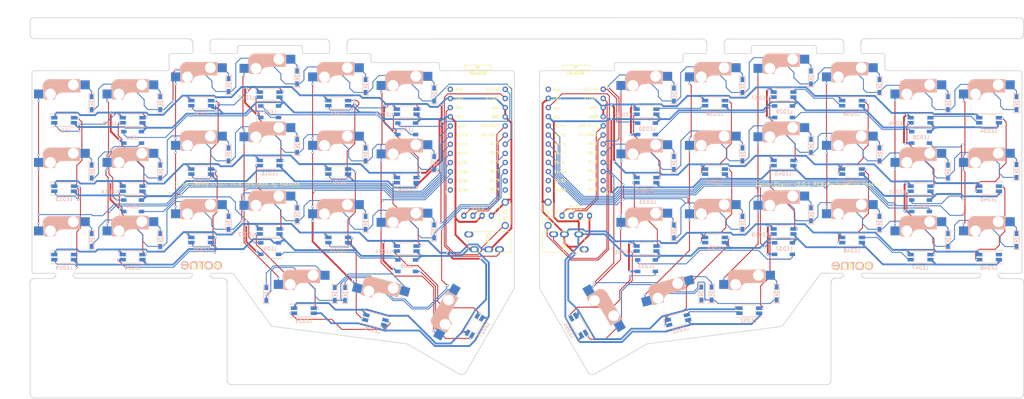
<source format=kicad_pcb>
(kicad_pcb (version 20171130) (host pcbnew "(5.1.5-0-10_14)")
  (title_block (title "Corne Cherry") (date 2020-09-28) (rev 3.0.1) (company foostan))
  (layers (0 F.Cu signal) (31 B.Cu signal) (34 B.Paste user) (35 F.Paste user) (36 B.SilkS user) (37 F.SilkS user) (38 B.Mask user) (39 F.Mask user) (44 Edge.Cuts user))
  (net 0 "")
  (net 1 row0)
  (net 2 "Net-(D1-Pad2)")
  (net 3 row1)
  (net 4 "Net-(D2-Pad2)")
  (net 5 row2)
  (net 6 "Net-(D3-Pad2)")
  (net 7 row3)
  (net 8 "Net-(D4-Pad2)")
  (net 9 "Net-(D5-Pad2)")
  (net 10 "Net-(D6-Pad2)")
  (net 11 "Net-(D7-Pad2)")
  (net 12 "Net-(D8-Pad2)")
  (net 13 "Net-(D9-Pad2)")
  (net 14 "Net-(D10-Pad2)")
  (net 15 "Net-(D11-Pad2)")
  (net 16 "Net-(D12-Pad2)")
  (net 17 "Net-(D13-Pad2)")
  (net 18 "Net-(D14-Pad2)")
  (net 19 "Net-(D15-Pad2)")
  (net 20 "Net-(D16-Pad2)")
  (net 21 "Net-(D17-Pad2)")
  (net 22 "Net-(D18-Pad2)")
  (net 23 "Net-(D19-Pad2)")
  (net 24 "Net-(D20-Pad2)")
  (net 25 "Net-(D21-Pad2)")
  (net 26 GND)
  (net 27 VCC)
  (net 28 col0)
  (net 29 col1)
  (net 30 col2)
  (net 31 col3)
  (net 32 col4)
  (net 33 col5)
  (net 34 LED)
  (net 35 data)
  (net 36 reset)
  (net 37 SCL)
  (net 38 SDA)
  (net 39 "Net-(U1-Pad14)")
  (net 40 "Net-(U1-Pad13)")
  (net 41 "Net-(U1-Pad12)")
  (net 42 "Net-(U1-Pad11)")
  (net 43 "Net-(U1-Pad24)")
  (net 44 "Net-(D22-Pad2)")
  (net 45 row0_r)
  (net 46 "Net-(D23-Pad2)")
  (net 47 "Net-(D24-Pad2)")
  (net 48 "Net-(D25-Pad2)")
  (net 49 "Net-(D26-Pad2)")
  (net 50 "Net-(D27-Pad2)")
  (net 51 row1_r)
  (net 52 "Net-(D28-Pad2)")
  (net 53 "Net-(D29-Pad2)")
  (net 54 "Net-(D30-Pad2)")
  (net 55 "Net-(D31-Pad2)")
  (net 56 "Net-(D32-Pad2)")
  (net 57 "Net-(D33-Pad2)")
  (net 58 row2_r)
  (net 59 "Net-(D34-Pad2)")
  (net 60 "Net-(D35-Pad2)")
  (net 61 "Net-(D36-Pad2)")
  (net 62 "Net-(D37-Pad2)")
  (net 63 "Net-(D38-Pad2)")
  (net 64 "Net-(D39-Pad2)")
  (net 65 "Net-(D40-Pad2)")
  (net 66 row3_r)
  (net 67 "Net-(D41-Pad2)")
  (net 68 "Net-(D42-Pad2)")
  (net 69 data_r)
  (net 70 SDA_r)
  (net 71 SCL_r)
  (net 72 LED_r)
  (net 73 reset_r)
  (net 74 col0_r)
  (net 75 col1_r)
  (net 76 col2_r)
  (net 77 col3_r)
  (net 78 col4_r)
  (net 79 col5_r)
  (net 80 VDD)
  (net 81 GNDA)
  (net 82 "Net-(LED1-Pad2)")
  (net 83 "Net-(LED1-Pad4)")
  (net 84 "Net-(LED2-Pad4)")
  (net 85 "Net-(LED10-Pad2)")
  (net 86 "Net-(LED11-Pad4)")
  (net 87 "Net-(LED13-Pad4)")
  (net 88 "Net-(LED14-Pad2)")
  (net 89 "Net-(LED15-Pad4)")
  (net 90 "Net-(LED10-Pad4)")
  (net 91 "Net-(LED11-Pad2)")
  (net 92 "Net-(LED12-Pad4)")
  (net 93 "Net-(LED13-Pad2)")
  (net 94 "Net-(LED14-Pad4)")
  (net 95 "Net-(LED16-Pad4)")
  (net 96 "Net-(LED17-Pad2)")
  (net 97 "Net-(LED18-Pad4)")
  (net 98 "Net-(LED22-Pad4)")
  (net 99 "Net-(LED24-Pad4)")
  (net 100 "Net-(LED25-Pad4)")
  (net 101 "Net-(LED27-Pad4)")
  (net 102 "Net-(LED28-Pad2)")
  (net 103 "Net-(LED29-Pad4)")
  (net 104 "Net-(LED32-Pad2)")
  (net 105 "Net-(LED34-Pad2)")
  (net 106 "Net-(LED35-Pad4)")
  (net 107 "Net-(LED37-Pad4)")
  (net 108 "Net-(LED38-Pad2)")
  (net 109 "Net-(LED39-Pad4)")
  (net 110 "Net-(LED4-Pad2)")
  (net 111 "Net-(LED5-Pad2)")
  (net 112 "Net-(LED7-Pad4)")
  (net 113 "Net-(LED15-Pad2)")
  (net 114 "Net-(LED20-Pad4)")
  (net 115 "Net-(LED23-Pad2)")
  (net 116 "Net-(LED28-Pad4)")
  (net 117 "Net-(LED31-Pad2)")
  (net 118 "Net-(LED33-Pad2)")
  (net 119 "Net-(LED40-Pad2)")
  (net 120 "Net-(LED41-Pad4)")
  (net 121 "Net-(LED42-Pad2)")
  (net 122 "Net-(LED43-Pad4)")
  (net 123 "Net-(LED44-Pad2)")
  (net 124 "Net-(LED45-Pad4)")
  (net 125 "Net-(LED47-Pad4)")
  (net 126 "Net-(LED49-Pad4)")
  (net 127 "Net-(LED50-Pad2)")
  (net 128 "Net-(LED51-Pad4)")
  (net 129 "Net-(LED52-Pad4)")
  (net 130 "Net-(LED34-Pad4)")
  (net 131 "Net-(LED36-Pad4)")
  (net 132 "Net-(LED36-Pad2)")
  (net 133 "Net-(LED38-Pad4)")
  (net 134 "Net-(U2-Pad11)")
  (net 135 "Net-(U2-Pad12)")
  (net 136 "Net-(U2-Pad13)")
  (net 137 "Net-(U2-Pad14)")
  (net 138 "Net-(U2-Pad24)")
  (net 139 "Net-(J1-PadA)")
  (net 140 "Net-(J3-PadA)")
  (net 141 "Net-(LED19-Pad2)")
  (net 142 "Net-(LED46-Pad2)")
  (module kbd:M2_HOLE_v2 (layer B.Cu) (at 168.8505 74.264 180)
    (fp_text reference Ref** hide)
    (fp_text value Val** hide)
    (pad "" np_thru_hole circle (at 0 0 180) (size 2.2 2.2) (drill 2.2) (layers *.Cu *.Mask))
  )
  (module kbd:M2_HOLE_v2 (layer B.Cu) (at 269.1875 54.125 180)
    (fp_text reference Ref** hide)
    (fp_text value Val** hide)
    (pad "" np_thru_hole circle (at 2.088 -10.1405 180) (size 4.3 4.3) (drill 4.3) (layers *.Cu *.Mask))
  )
  (module kbd:M2_HOLE_v2 (layer F.Cu) (at 191.1445 41.7755 180)
    (fp_text reference Ref** hide)
    (fp_text value Val** hide)
    (pad "" np_thru_hole circle (at 0 0 180) (size 4.3 4.3) (drill 4.3) (layers *.Cu *.Mask))
  )
  (module kbd:M2_HOLE_v2 (layer F.Cu) (at 267.0995 45.2655 180)
    (fp_text reference Ref** hide)
    (fp_text value Val** hide)
    (pad "" np_thru_hole circle (at 0 0 180) (size 4.3 4.3) (drill 4.3) (layers *.Cu *.Mask))
  )
  (module kbd:M2_HOLE_v2 (layer F.Cu) (at 223.9555 81.5305 180)
    (fp_text reference Ref** hide)
    (fp_text value Val** hide)
    (pad "" np_thru_hole circle (at 0 0 180) (size 4.3 4.3) (drill 4.3) (layers *.Cu *.Mask))
  )
  (module kbd:M2_HOLE_v2 (layer B.Cu) (at 154.4185 82.785 180)
    (fp_text reference Ref** hide)
    (fp_text value Val** hide)
    (pad "" np_thru_hole circle (at 0 0 180) (size 2.2 2.2) (drill 2.2) (layers *.Cu *.Mask))
  )
  (module kbd:M2_HOLE_v2 (layer F.Cu) (at 177.3895 89.145 180)
    (fp_text reference Ref** hide)
    (fp_text value Val** hide)
    (pad "" np_thru_hole circle (at 0 0 180) (size 4.3 4.3) (drill 4.3) (layers *.Cu *.Mask))
  )
  (module kbd:M2_HOLE_v2 (layer F.Cu) (at 142.3015 82.775)
    (fp_text reference Ref** hide)
    (fp_text value Val** hide)
    (pad "" np_thru_hole circle (at 0 0) (size 2.2 2.2) (drill 2.2) (layers *.Cu *.Mask))
  )
  (module kbd:M2_HOLE_v2 (layer F.Cu) (at 127.8695 74.254)
    (fp_text reference Ref** hide)
    (fp_text value Val** hide)
    (pad "" np_thru_hole circle (at 0 0) (size 2.2 2.2) (drill 2.2) (layers *.Cu *.Mask))
  )
  (module kbd:M2_HOLE_v2 (layer F.Cu) (at 119.3305 89.135)
    (fp_text reference Ref** hide)
    (fp_text value Val** hide)
    (pad "" np_thru_hole circle (at 0 0) (size 4.3 4.3) (drill 4.3) (layers *.Cu *.Mask))
  )
  (module kbd:M2_HOLE_v2 (layer F.Cu) (at 72.7645 81.5205)
    (fp_text reference Ref** hide)
    (fp_text value Val** hide)
    (pad "" np_thru_hole circle (at 0 0) (size 4.3 4.3) (drill 4.3) (layers *.Cu *.Mask))
  )
  (module kbd:M2_HOLE_v2 (layer F.Cu) (at 105.5755 41.7655)
    (fp_text reference Ref** hide)
    (fp_text value Val** hide)
    (pad "" np_thru_hole circle (at 0 0) (size 4.3 4.3) (drill 4.3) (layers *.Cu *.Mask))
  )
  (module kbd:M2_HOLE_v2 (layer F.Cu) (at 27.5195 54.1395)
    (fp_text reference Ref** hide)
    (fp_text value Val** hide)
    (pad "" np_thru_hole circle (at 2.088 10.1405) (size 4.3 4.3) (drill 4.3) (layers *.Cu *.Mask))
  )
  (module kbd:M2_HOLE_v2 (layer F.Cu) (at 29.6075 45.28)
    (fp_text reference Ref** hide)
    (fp_text value Val** hide)
    (pad "" np_thru_hole circle (at 0 0) (size 4.3 4.3) (drill 4.3) (layers *.Cu *.Mask))
  )
  (module kbd:ProMicro_v3 (layer F.Cu) (at 134.8125 46.42)
    (fp_text reference U1 hide)
    (fp_text value ProMicro hide)
    (fp_text user RAW (at -5.1355 -14.478 unlocked) (layer F.SilkS) (effects (font (size 0.75 0.67) (thickness 0.125))))
    (fp_text user GND (at 4.955 -6.9 unlocked) (layer F.SilkS) (effects (font (size 0.75 0.67) (thickness 0.125))))
    (fp_text user RST (at -5.1355 -9.3345 unlocked) (layer F.SilkS) (effects (font (size 0.75 0.67) (thickness 0.125))))
    (fp_text user VCC (at -5.175 -6.915 unlocked) (layer F.SilkS) (effects (font (size 0.75 0.67) (thickness 0.125))))
    (fp_text user A3/F4 (at -4.395 -4.25 unlocked) (layer F.SilkS) (effects (font (size 0.75 0.67) (thickness 0.125))))
    (fp_text user A2/F5 (at -4.395 -1.75 unlocked) (layer F.SilkS) (effects (font (size 0.75 0.67) (thickness 0.125))))
    (fp_text user A1/F6 (at -4.395 0.75 unlocked) (layer F.SilkS) (effects (font (size 0.75 0.67) (thickness 0.125))))
    (fp_text user A0/F7 (at -4.395 3.3 unlocked) (layer F.SilkS) (effects (font (size 0.75 0.67) (thickness 0.125))))
    (fp_text user 15/B1 (at -4.395 5.85 unlocked) (layer F.SilkS) (effects (font (size 0.75 0.67) (thickness 0.125))))
    (fp_text user 14/B3 (at -4.395 8.4 unlocked) (layer F.SilkS) (effects (font (size 0.75 0.67) (thickness 0.125))))
    (fp_text user 10/B6 (at -4.395 13.45 unlocked) (layer F.SilkS) (effects (font (size 0.75 0.67) (thickness 0.125))))
    (fp_text user 16/B2 (at -4.395 10.95 unlocked) (layer F.SilkS) (effects (font (size 0.75 0.67) (thickness 0.125))))
    (fp_text user E6/7 (at 4.705 8.25 unlocked) (layer F.SilkS) (effects (font (size 0.75 0.67) (thickness 0.125))))
    (fp_text user D7/6 (at 4.705 5.7 unlocked) (layer F.SilkS) (effects (font (size 0.75 0.67) (thickness 0.125))))
    (fp_text user GND (at 4.955 -9.35 unlocked) (layer F.SilkS) (effects (font (size 0.75 0.67) (thickness 0.125))))
    (fp_text user GND (at 4.955 -6.9 unlocked) (layer F.SilkS) (effects (font (size 0.75 0.67) (thickness 0.125))))
    (fp_text user D3/TX0 (at 4.155 -14.45 unlocked) (layer F.SilkS) (effects (font (size 0.75 0.67) (thickness 0.125))))
    (fp_text user D4/4 (at 4.705 0.6 unlocked) (layer F.SilkS) (effects (font (size 0.75 0.67) (thickness 0.125))))
    (fp_text user SDA/D1/2 (at 3.455 -4.4 unlocked) (layer F.SilkS) (effects (font (size 0.75 0.67) (thickness 0.125))))
    (fp_text user SCL/D0/3 (at 3.455 -1.9 unlocked) (layer F.SilkS) (effects (font (size 0.75 0.67) (thickness 0.125))))
    (fp_text user C6/5 (at 4.705 3.15 unlocked) (layer F.SilkS) (effects (font (size 0.75 0.67) (thickness 0.125))))
    (fp_text user B5/9 (at 4.705 13.3 unlocked) (layer F.SilkS) (effects (font (size 0.75 0.67) (thickness 0.125))))
    (fp_text user D2/RX1 (at 4.155 -11.9 unlocked) (layer F.SilkS) (effects (font (size 0.75 0.67) (thickness 0.125))))
    (fp_text user B4/8 (at 4.705 10.8 unlocked) (layer F.SilkS) (effects (font (size 0.75 0.67) (thickness 0.125))))
    (fp_text user MicroUSB (at -0.05 -18.95) (layer F.SilkS) (effects (font (size 0.75 0.67) (thickness 0.125))))
    (fp_text user MicroUSB (at -0.05 -18.95) (layer F.SilkS) (effects (font (size 0.75 0.67) (thickness 0.125))))
    (fp_text user GND (at -5.115 -11.94) (layer F.SilkS) (effects (font (size 0.75 0.67) (thickness 0.125))))
    (pad 24 thru_hole circle (at -7.6086 -14.478) (size 1.524 1.524) (drill 0.8128) (layers *.Cu B.Mask) (net 43 "Net-(U1-Pad24)"))
    (pad 23 thru_hole circle (at -7.6086 -11.938) (size 1.524 1.524) (drill 0.8128) (layers *.Cu B.Mask) (net 26 GND))
    (pad 22 thru_hole circle (at -7.6086 -9.398) (size 1.524 1.524) (drill 0.8128) (layers *.Cu B.Mask) (net 36 reset))
    (pad 21 thru_hole circle (at -7.6086 -6.858) (size 1.524 1.524) (drill 0.8128) (layers *.Cu B.Mask) (net 27 VCC))
    (pad 20 thru_hole circle (at -7.6086 -4.318) (size 1.524 1.524) (drill 0.8128) (layers *.Cu B.Mask) (net 28 col0))
    (pad 19 thru_hole circle (at -7.6086 -1.778) (size 1.524 1.524) (drill 0.8128) (layers *.Cu B.Mask) (net 29 col1))
    (pad 18 thru_hole circle (at -7.6086 0.762) (size 1.524 1.524) (drill 0.8128) (layers *.Cu B.Mask) (net 30 col2))
    (pad 17 thru_hole circle (at -7.6086 3.302) (size 1.524 1.524) (drill 0.8128) (layers *.Cu B.Mask) (net 31 col3))
    (pad 16 thru_hole circle (at -7.6086 5.842) (size 1.524 1.524) (drill 0.8128) (layers *.Cu B.Mask) (net 32 col4))
    (pad 15 thru_hole circle (at -7.6086 8.382) (size 1.524 1.524) (drill 0.8128) (layers *.Cu B.Mask) (net 33 col5))
    (pad 14 thru_hole circle (at -7.6086 10.922) (size 1.524 1.524) (drill 0.8128) (layers *.Cu B.Mask) (net 39 "Net-(U1-Pad14)"))
    (pad 13 thru_hole circle (at -7.6086 13.462) (size 1.524 1.524) (drill 0.8128) (layers *.Cu B.Mask) (net 40 "Net-(U1-Pad13)"))
    (pad 12 thru_hole circle (at 7.6114 13.462) (size 1.524 1.524) (drill 0.8128) (layers *.Cu B.Mask) (net 41 "Net-(U1-Pad12)"))
    (pad 11 thru_hole circle (at 7.6114 10.922) (size 1.524 1.524) (drill 0.8128) (layers *.Cu B.Mask) (net 42 "Net-(U1-Pad11)"))
    (pad 10 thru_hole circle (at 7.6114 8.382) (size 1.524 1.524) (drill 0.8128) (layers *.Cu B.Mask) (net 7 row3))
    (pad 9 thru_hole circle (at 7.6114 5.842) (size 1.524 1.524) (drill 0.8128) (layers *.Cu B.Mask) (net 5 row2))
    (pad 8 thru_hole circle (at 7.6114 3.302) (size 1.524 1.524) (drill 0.8128) (layers *.Cu B.Mask) (net 3 row1))
    (pad 7 thru_hole circle (at 7.6114 0.762) (size 1.524 1.524) (drill 0.8128) (layers *.Cu B.Mask) (net 1 row0))
    (pad 6 thru_hole circle (at 7.6114 -1.778) (size 1.524 1.524) (drill 0.8128) (layers *.Cu B.Mask) (net 37 SCL))
    (pad 5 thru_hole circle (at 7.6114 -4.318) (size 1.524 1.524) (drill 0.8128) (layers *.Cu B.Mask) (net 38 SDA))
    (pad 4 thru_hole circle (at 7.6114 -6.858) (size 1.524 1.524) (drill 0.8128) (layers *.Cu B.Mask) (net 26 GND))
    (pad 3 thru_hole circle (at 7.6114 -9.398) (size 1.524 1.524) (drill 0.8128) (layers *.Cu B.Mask) (net 26 GND))
    (pad 2 thru_hole circle (at 7.6114 -11.938) (size 1.524 1.524) (drill 0.8128) (layers *.Cu B.Mask) (net 35 data))
    (pad 1 thru_hole circle (at 7.6114 -14.478) (size 1.524 1.524) (drill 0.8128) (layers *.Cu B.Mask) (net 34 LED))
  )
  (module kbd:ProMicro_v3 (layer F.Cu) (at 161.9875 46.39)
    (fp_text reference U2 hide)
    (fp_text value ProMicro hide)
    (fp_text user RAW (at -5.3355 -14.278 unlocked) (layer F.SilkS) (effects (font (size 0.75 0.67) (thickness 0.125))))
    (fp_text user GND (at 4.955 -6.9 unlocked) (layer F.SilkS) (effects (font (size 0.75 0.67) (thickness 0.125))))
    (fp_text user RST (at -5.3355 -9.1345 unlocked) (layer F.SilkS) (effects (font (size 0.75 0.67) (thickness 0.125))))
    (fp_text user VCC (at -5.3355 -6.658 unlocked) (layer F.SilkS) (effects (font (size 0.75 0.67) (thickness 0.125))))
    (fp_text user A3/F4 (at -4.395 -4.25 unlocked) (layer F.SilkS) (effects (font (size 0.75 0.67) (thickness 0.125))))
    (fp_text user A2/F5 (at -4.395 -1.75 unlocked) (layer F.SilkS) (effects (font (size 0.75 0.67) (thickness 0.125))))
    (fp_text user A1/F6 (at -4.395 0.75 unlocked) (layer F.SilkS) (effects (font (size 0.75 0.67) (thickness 0.125))))
    (fp_text user A0/F7 (at -4.395 3.3 unlocked) (layer F.SilkS) (effects (font (size 0.75 0.67) (thickness 0.125))))
    (fp_text user 15/B1 (at -4.395 5.85 unlocked) (layer F.SilkS) (effects (font (size 0.75 0.67) (thickness 0.125))))
    (fp_text user 14/B3 (at -4.395 8.4 unlocked) (layer F.SilkS) (effects (font (size 0.75 0.67) (thickness 0.125))))
    (fp_text user 10/B6 (at -4.395 13.45 unlocked) (layer F.SilkS) (effects (font (size 0.75 0.67) (thickness 0.125))))
    (fp_text user 16/B2 (at -4.395 10.95 unlocked) (layer F.SilkS) (effects (font (size 0.75 0.67) (thickness 0.125))))
    (fp_text user E6/7 (at 4.705 8.25 unlocked) (layer F.SilkS) (effects (font (size 0.75 0.67) (thickness 0.125))))
    (fp_text user D7/6 (at 4.705 5.7 unlocked) (layer F.SilkS) (effects (font (size 0.75 0.67) (thickness 0.125))))
    (fp_text user GND (at 4.955 -9.35 unlocked) (layer F.SilkS) (effects (font (size 0.75 0.67) (thickness 0.125))))
    (fp_text user GND (at 4.955 -6.9 unlocked) (layer F.SilkS) (effects (font (size 0.75 0.67) (thickness 0.125))))
    (fp_text user D3/TX0 (at 4.155 -14.45 unlocked) (layer F.SilkS) (effects (font (size 0.75 0.67) (thickness 0.125))))
    (fp_text user D4/4 (at 4.705 0.6 unlocked) (layer F.SilkS) (effects (font (size 0.75 0.67) (thickness 0.125))))
    (fp_text user SDA/D1/2 (at 3.455 -4.4 unlocked) (layer F.SilkS) (effects (font (size 0.75 0.67) (thickness 0.125))))
    (fp_text user SCL/D0/3 (at 3.455 -1.9 unlocked) (layer F.SilkS) (effects (font (size 0.75 0.67) (thickness 0.125))))
    (fp_text user C6/5 (at 4.705 3.15 unlocked) (layer F.SilkS) (effects (font (size 0.75 0.67) (thickness 0.125))))
    (fp_text user B5/9 (at 4.705 13.3 unlocked) (layer F.SilkS) (effects (font (size 0.75 0.67) (thickness 0.125))))
    (fp_text user D2/RX1 (at 4.155 -11.9 unlocked) (layer F.SilkS) (effects (font (size 0.75 0.67) (thickness 0.125))))
    (fp_text user B4/8 (at 4.705 10.8 unlocked) (layer F.SilkS) (effects (font (size 0.75 0.67) (thickness 0.125))))
    (fp_text user MicroUSB (at -0.05 -18.95) (layer F.SilkS) (effects (font (size 0.75 0.67) (thickness 0.125))))
    (fp_text user MicroUSB (at -0.05 -18.95) (layer F.SilkS) (effects (font (size 0.75 0.67) (thickness 0.125))))
    (fp_text user GND (at -5.22 -11.94) (layer F.SilkS) (effects (font (size 0.75 0.67) (thickness 0.125))))
    (pad 24 thru_hole circle (at -7.6086 -14.478) (size 1.524 1.524) (drill 0.8128) (layers *.Cu B.Mask) (net 138 "Net-(U2-Pad24)"))
    (pad 23 thru_hole circle (at -7.6086 -11.938) (size 1.524 1.524) (drill 0.8128) (layers *.Cu B.Mask) (net 81 GNDA))
    (pad 22 thru_hole circle (at -7.6086 -9.398) (size 1.524 1.524) (drill 0.8128) (layers *.Cu B.Mask) (net 73 reset_r))
    (pad 21 thru_hole circle (at -7.6086 -6.858) (size 1.524 1.524) (drill 0.8128) (layers *.Cu B.Mask) (net 80 VDD))
    (pad 20 thru_hole circle (at -7.6086 -4.318) (size 1.524 1.524) (drill 0.8128) (layers *.Cu B.Mask) (net 74 col0_r))
    (pad 19 thru_hole circle (at -7.6086 -1.778) (size 1.524 1.524) (drill 0.8128) (layers *.Cu B.Mask) (net 75 col1_r))
    (pad 18 thru_hole circle (at -7.6086 0.762) (size 1.524 1.524) (drill 0.8128) (layers *.Cu B.Mask) (net 76 col2_r))
    (pad 17 thru_hole circle (at -7.6086 3.302) (size 1.524 1.524) (drill 0.8128) (layers *.Cu B.Mask) (net 77 col3_r))
    (pad 16 thru_hole circle (at -7.6086 5.842) (size 1.524 1.524) (drill 0.8128) (layers *.Cu B.Mask) (net 78 col4_r))
    (pad 15 thru_hole circle (at -7.6086 8.382) (size 1.524 1.524) (drill 0.8128) (layers *.Cu B.Mask) (net 79 col5_r))
    (pad 14 thru_hole circle (at -7.6086 10.922) (size 1.524 1.524) (drill 0.8128) (layers *.Cu B.Mask) (net 137 "Net-(U2-Pad14)"))
    (pad 13 thru_hole circle (at -7.6086 13.462) (size 1.524 1.524) (drill 0.8128) (layers *.Cu B.Mask) (net 136 "Net-(U2-Pad13)"))
    (pad 12 thru_hole circle (at 7.6114 13.462) (size 1.524 1.524) (drill 0.8128) (layers *.Cu B.Mask) (net 135 "Net-(U2-Pad12)"))
    (pad 11 thru_hole circle (at 7.6114 10.922) (size 1.524 1.524) (drill 0.8128) (layers *.Cu B.Mask) (net 134 "Net-(U2-Pad11)"))
    (pad 10 thru_hole circle (at 7.6114 8.382) (size 1.524 1.524) (drill 0.8128) (layers *.Cu B.Mask) (net 66 row3_r))
    (pad 9 thru_hole circle (at 7.6114 5.842) (size 1.524 1.524) (drill 0.8128) (layers *.Cu B.Mask) (net 58 row2_r))
    (pad 8 thru_hole circle (at 7.6114 3.302) (size 1.524 1.524) (drill 0.8128) (layers *.Cu B.Mask) (net 51 row1_r))
    (pad 7 thru_hole circle (at 7.6114 0.762) (size 1.524 1.524) (drill 0.8128) (layers *.Cu B.Mask) (net 45 row0_r))
    (pad 6 thru_hole circle (at 7.6114 -1.778) (size 1.524 1.524) (drill 0.8128) (layers *.Cu B.Mask) (net 71 SCL_r))
    (pad 5 thru_hole circle (at 7.6114 -4.318) (size 1.524 1.524) (drill 0.8128) (layers *.Cu B.Mask) (net 70 SDA_r))
    (pad 4 thru_hole circle (at 7.6114 -6.858) (size 1.524 1.524) (drill 0.8128) (layers *.Cu B.Mask) (net 81 GNDA))
    (pad 3 thru_hole circle (at 7.6114 -9.398) (size 1.524 1.524) (drill 0.8128) (layers *.Cu B.Mask) (net 81 GNDA))
    (pad 2 thru_hole circle (at 7.6114 -11.938) (size 1.524 1.524) (drill 0.8128) (layers *.Cu B.Mask) (net 69 data_r))
    (pad 1 thru_hole circle (at 7.6114 -14.478) (size 1.524 1.524) (drill 0.8128) (layers *.Cu B.Mask) (net 72 LED_r))
  )
  (module kbd:ResetSW_1side (layer F.Cu) (at 154.3045 66.522 270)
    (fp_text reference RSW2 hide)
    (fp_text value SW_PUSH)
    (fp_text user RESET (at 0 0 90) (layer F.SilkS))
    (pad 2 thru_hole circle (at -3.25 0 270) (size 2 2) (drill 1.3) (layers *.Cu B.Mask) (net 81 GNDA))
    (pad 1 thru_hole circle (at 3.25 0 270) (size 2 2) (drill 1.3) (layers *.Cu B.Mask) (net 73 reset_r))
  )
  (module kbd:ResetSW_1side (layer F.Cu) (at 142.4245 66.531 270)
    (fp_text reference RSW1 hide)
    (fp_text value SW_PUSH)
    (fp_text user RESET (at 0 0 270) (layer F.SilkS))
    (pad 2 thru_hole circle (at -3.25 0 270) (size 2 2) (drill 1.3) (layers *.Cu B.Mask) (net 26 GND))
    (pad 1 thru_hole circle (at 3.25 0 270) (size 2 2) (drill 1.3) (layers *.Cu B.Mask) (net 36 reset))
  )
  (module kbd:OLED_1side (layer F.Cu) (at 158.1775 67.02)
    (fp_text reference J4)
    (fp_text value OLED hide)
    (fp_text user OLED (at 3.75 -2.19) (layer F.SilkS))
    (pad 4 thru_hole oval (at 7.62 0) (size 1.397 1.778) (drill 0.8128) (layers *.Cu B.Mask) (net 81 GNDA))
    (pad 3 thru_hole oval (at 5.08 0) (size 1.397 1.778) (drill 0.8128) (layers *.Cu B.Mask) (net 80 VDD))
    (pad 2 thru_hole oval (at 2.54 0) (size 1.397 1.778) (drill 0.8128) (layers *.Cu B.Mask) (net 71 SCL_r))
    (pad 1 thru_hole oval (at 0 0) (size 1.397 1.778) (drill 0.8128) (layers *.Cu B.Mask) (net 70 SDA_r))
  )
  (module kbd:OLED_1side (layer F.Cu) (at 130.9485 67.028)
    (fp_text reference J2)
    (fp_text value OLED hide)
    (fp_text user OLED (at 3.906 -2.284) (layer F.SilkS))
    (pad 4 thru_hole oval (at 7.62 0) (size 1.397 1.778) (drill 0.8128) (layers *.Cu B.Mask) (net 26 GND))
    (pad 3 thru_hole oval (at 5.08 0) (size 1.397 1.778) (drill 0.8128) (layers *.Cu B.Mask) (net 27 VCC))
    (pad 2 thru_hole oval (at 2.54 0) (size 1.397 1.778) (drill 0.8128) (layers *.Cu B.Mask) (net 37 SCL))
    (pad 1 thru_hole oval (at 0 0) (size 1.397 1.778) (drill 0.8128) (layers *.Cu B.Mask) (net 38 SDA))
  )
  (module kbd:MJ-4PP-9_1side (layer F.Cu) (at 152.5375 74.27 90)
    (fp_text reference J3)
    (fp_text value MJ-4PP-9 hide)
    (fp_text user TRRS (at -0.75 6.45 90) (layer F.SilkS))
    (pad A thru_hole oval (at -2.1 11.8 90) (size 1.7 2.5) (drill oval 1 1.5) (layers *.Cu B.Mask) (net 140 "Net-(J3-PadA)") (clearance 0.15))
    (pad D thru_hole oval (at 2.1 10.3 90) (size 1.7 2.5) (drill oval 1 1.5) (layers *.Cu B.Mask) (net 80 VDD) (clearance 0.15))
    (pad C thru_hole oval (at 2.1 6.3 90) (size 1.7 2.5) (drill oval 1 1.5) (layers *.Cu B.Mask) (net 81 GNDA))
    (pad B thru_hole oval (at 2.1 3.3 90) (size 1.7 2.5) (drill oval 1 1.5) (layers *.Cu B.Mask) (net 69 data_r))
    (pad "" np_thru_hole circle (at 0 8.5 90) (size 1.2 1.2) (drill 1.2) (layers *.Cu *.Mask))
    (pad "" np_thru_hole circle (at 0 1.5 90) (size 1.2 1.2) (drill 1.2) (layers *.Cu *.Mask))
  )
  (module kbd:MJ-4PP-9_1side (layer F.Cu) (at 144.1345 74.292 270)
    (fp_text reference J1)
    (fp_text value MJ-4PP-9 hide)
    (fp_text user TRRS (at -0.75 6.45 270) (layer F.SilkS))
    (pad A thru_hole oval (at -2.1 11.8 270) (size 1.7 2.5) (drill oval 1 1.5) (layers *.Cu B.Mask) (net 139 "Net-(J1-PadA)") (clearance 0.15))
    (pad D thru_hole oval (at 2.1 10.3 270) (size 1.7 2.5) (drill oval 1 1.5) (layers *.Cu B.Mask) (net 27 VCC) (clearance 0.15))
    (pad C thru_hole oval (at 2.1 6.3 270) (size 1.7 2.5) (drill oval 1 1.5) (layers *.Cu B.Mask) (net 26 GND))
    (pad B thru_hole oval (at 2.1 3.3 270) (size 1.7 2.5) (drill oval 1 1.5) (layers *.Cu B.Mask) (net 35 data))
    (pad "" np_thru_hole circle (at 0 8.5 270) (size 1.2 1.2) (drill 1.2) (layers *.Cu *.Mask))
    (pad "" np_thru_hole circle (at 0 1.5 270) (size 1.2 1.2) (drill 1.2) (layers *.Cu *.Mask))
  )
  (module kbd:CherryMX_Hotswap_1.5u (layer F.Cu) (at 129.8575 95.155 60)
    (fp_text reference SW21 hide)
    (fp_text value SW_PUSH hide)
    (pad "" np_thru_hole circle (at 2.54 -5.08 60) (size 3 3) (drill 3) (layers *.Cu *.Mask))
    (pad "" np_thru_hole circle (at -3.81 -2.54 60) (size 3 3) (drill 3) (layers *.Cu *.Mask))
    (pad 2 smd rect (at 5.842 -5.08 240) (size 2.55 2.5) (layers B.Cu B.Paste B.Mask) (net 25 "Net-(D21-Pad2)"))
    (pad "" np_thru_hole circle (at -5.08 0 60) (size 1.9 1.9) (drill 1.9) (layers *.Cu *.Mask))
    (pad "" np_thru_hole circle (at 5.08 0 60) (size 1.9 1.9) (drill 1.9) (layers *.Cu *.Mask))
    (pad "" np_thru_hole circle (at 0 0 150) (size 4.1 4.1) (drill 4.1) (layers *.Cu *.Mask))
    (pad 1 smd rect (at -7.085 -2.54 240) (size 2.55 2.5) (layers B.Cu B.Paste B.Mask) (net 33 col5))
  )
  (module kbd:CherryMX_Hotswap_1.5u (layer F.Cu) (at 166.8645 95.15 300)
    (fp_text reference SW42 hide)
    (fp_text value SW_PUSH hide)
    (pad "" np_thru_hole circle (at 2.54 -5.08 300) (size 3 3) (drill 3) (layers *.Cu *.Mask))
    (pad "" np_thru_hole circle (at -3.81 -2.54 300) (size 3 3) (drill 3) (layers *.Cu *.Mask))
    (pad 2 smd rect (at 5.842 -5.08 120) (size 2.55 2.5) (layers B.Cu B.Paste B.Mask) (net 68 "Net-(D42-Pad2)"))
    (pad "" np_thru_hole circle (at -5.08 0 300) (size 1.9 1.9) (drill 1.9) (layers *.Cu *.Mask))
    (pad "" np_thru_hole circle (at 5.08 0 300) (size 1.9 1.9) (drill 1.9) (layers *.Cu *.Mask))
    (pad "" np_thru_hole circle (at 0 0 30) (size 4.1 4.1) (drill 4.1) (layers *.Cu *.Mask))
    (pad 1 smd rect (at -7.085 -2.54 120) (size 2.55 2.5) (layers B.Cu B.Paste B.Mask) (net 79 col5_r))
  )
  (module LED_SMD:LED_WS2812B_PLCC4_5.0x5.0mm_P3.2mm (layer B.Cu) (at 39.1075 45.28 180)
    (fp_text reference LED1 (at -0.01 -0.135) (layer B.SilkS) (effects (justify mirror)))
    (fp_text value WS2812B)
    (pad 1 smd rect (at -2.45 1.6 180) (size 1.5 1) (layers B.Cu B.Paste B.Mask) (net 27 VCC))
    (pad 2 smd rect (at -2.45 -1.6 180) (size 1.5 1) (layers B.Cu B.Paste B.Mask) (net 82 "Net-(LED1-Pad2)"))
    (pad 4 smd rect (at 2.45 1.6 180) (size 1.5 1) (layers B.Cu B.Paste B.Mask) (net 83 "Net-(LED1-Pad4)"))
    (pad 3 smd rect (at 2.45 -1.6 180) (size 1.5 1) (layers B.Cu B.Paste B.Mask) (net 26 GND))
  )
  (module LED_SMD:LED_WS2812B_PLCC4_5.0x5.0mm_P3.2mm (layer B.Cu) (at 77.1075 38.155 180)
    (fp_text reference LED2 (at -0.06 -0.14) (layer B.SilkS) (effects (justify mirror)))
    (fp_text value WS2812B)
    (pad 1 smd rect (at -2.45 1.6 180) (size 1.5 1) (layers B.Cu B.Paste B.Mask) (net 27 VCC))
    (pad 2 smd rect (at -2.45 -1.6 180) (size 1.5 1) (layers B.Cu B.Paste B.Mask) (net 83 "Net-(LED1-Pad4)"))
    (pad 4 smd rect (at 2.45 1.6 180) (size 1.5 1) (layers B.Cu B.Paste B.Mask) (net 84 "Net-(LED2-Pad4)"))
    (pad 3 smd rect (at 2.45 -1.6 180) (size 1.5 1) (layers B.Cu B.Paste B.Mask) (net 26 GND))
  )
  (module LED_SMD:LED_WS2812B_PLCC4_5.0x5.0mm_P3.2mm (layer B.Cu) (at 115.1075 42.905 180)
    (fp_text reference LED3 (at -0.08 -0.14) (layer B.SilkS) (effects (justify mirror)))
    (fp_text value WS2812B)
    (pad 1 smd rect (at -2.45 1.6 180) (size 1.5 1) (layers B.Cu B.Paste B.Mask) (net 27 VCC))
    (pad 2 smd rect (at -2.45 -1.6 180) (size 1.5 1) (layers B.Cu B.Paste B.Mask) (net 84 "Net-(LED2-Pad4)"))
    (pad 4 smd rect (at 2.45 1.6 180) (size 1.5 1) (layers B.Cu B.Paste B.Mask) (net 34 LED))
    (pad 3 smd rect (at 2.45 -1.6 180) (size 1.5 1) (layers B.Cu B.Paste B.Mask) (net 26 GND))
  )
  (module LED_SMD:LED_WS2812B_PLCC4_5.0x5.0mm_P3.2mm (layer B.Cu) (at 39.1075 64.28 180)
    (fp_text reference LED4 (at -0.13 -0.165) (layer B.SilkS) (effects (justify mirror)))
    (fp_text value WS2812B)
    (pad 1 smd rect (at -2.45 1.6 180) (size 1.5 1) (layers B.Cu B.Paste B.Mask) (net 27 VCC))
    (pad 2 smd rect (at -2.45 -1.6 180) (size 1.5 1) (layers B.Cu B.Paste B.Mask) (net 110 "Net-(LED4-Pad2)"))
    (pad 4 smd rect (at 2.45 1.6 180) (size 1.5 1) (layers B.Cu B.Paste B.Mask) (net 82 "Net-(LED1-Pad2)"))
    (pad 3 smd rect (at 2.45 -1.6 180) (size 1.5 1) (layers B.Cu B.Paste B.Mask) (net 26 GND))
  )
  (module LED_SMD:LED_WS2812B_PLCC4_5.0x5.0mm_P3.2mm (layer B.Cu) (at 77.1075 76.155 180)
    (fp_text reference LED5 (at -0.13 -0.02) (layer B.SilkS) (effects (justify mirror)))
    (fp_text value WS2812B)
    (pad 1 smd rect (at -2.45 1.6 180) (size 1.5 1) (layers B.Cu B.Paste B.Mask) (net 27 VCC))
    (pad 2 smd rect (at -2.45 -1.6 180) (size 1.5 1) (layers B.Cu B.Paste B.Mask) (net 111 "Net-(LED5-Pad2)"))
    (pad 4 smd rect (at 2.45 1.6 180) (size 1.5 1) (layers B.Cu B.Paste B.Mask) (net 110 "Net-(LED4-Pad2)"))
    (pad 3 smd rect (at 2.45 -1.6 180) (size 1.5 1) (layers B.Cu B.Paste B.Mask) (net 26 GND))
  )
  (module LED_SMD:LED_WS2812B_PLCC4_5.0x5.0mm_P3.2mm (layer B.Cu) (at 115.1075 80.905 180)
    (fp_text reference LED6 (at -0.05 -0.08) (layer B.SilkS) (effects (justify mirror)))
    (fp_text value WS2812B)
    (pad 1 smd rect (at -2.45 1.6 180) (size 1.5 1) (layers B.Cu B.Paste B.Mask) (net 27 VCC))
    (pad 2 smd rect (at -2.45 -1.6 180) (size 1.5 1) (layers B.Cu B.Paste B.Mask) (net 101 "Net-(LED27-Pad4)"))
    (pad 4 smd rect (at 2.45 1.6 180) (size 1.5 1) (layers B.Cu B.Paste B.Mask) (net 111 "Net-(LED5-Pad2)"))
    (pad 3 smd rect (at 2.45 -1.6 180) (size 1.5 1) (layers B.Cu B.Paste B.Mask) (net 26 GND))
  )
  (module LED_SMD:LED_WS2812B_PLCC4_5.0x5.0mm_P3.2mm (layer B.Cu) (at 257.6075 45.28 180)
    (fp_text reference LED28 (at -0.2 -0.01) (layer B.SilkS) (effects (justify mirror)))
    (fp_text value WS2812B)
    (pad 1 smd rect (at -2.45 1.6 180) (size 1.5 1) (layers B.Cu B.Paste B.Mask) (net 80 VDD))
    (pad 2 smd rect (at -2.45 -1.6 180) (size 1.5 1) (layers B.Cu B.Paste B.Mask) (net 102 "Net-(LED28-Pad2)"))
    (pad 4 smd rect (at 2.45 1.6 180) (size 1.5 1) (layers B.Cu B.Paste B.Mask) (net 116 "Net-(LED28-Pad4)"))
    (pad 3 smd rect (at 2.45 -1.6 180) (size 1.5 1) (layers B.Cu B.Paste B.Mask) (net 81 GNDA))
  )
  (module LED_SMD:LED_WS2812B_PLCC4_5.0x5.0mm_P3.2mm (layer B.Cu) (at 219.6075 38.155 180)
    (fp_text reference LED29 (at -0.2 -0.01) (layer B.SilkS) (effects (justify mirror)))
    (fp_text value WS2812B)
    (pad 1 smd rect (at -2.45 1.6 180) (size 1.5 1) (layers B.Cu B.Paste B.Mask) (net 80 VDD))
    (pad 2 smd rect (at -2.45 -1.6 180) (size 1.5 1) (layers B.Cu B.Paste B.Mask) (net 116 "Net-(LED28-Pad4)"))
    (pad 4 smd rect (at 2.45 1.6 180) (size 1.5 1) (layers B.Cu B.Paste B.Mask) (net 103 "Net-(LED29-Pad4)"))
    (pad 3 smd rect (at 2.45 -1.6 180) (size 1.5 1) (layers B.Cu B.Paste B.Mask) (net 81 GNDA))
  )
  (module LED_SMD:LED_WS2812B_PLCC4_5.0x5.0mm_P3.2mm (layer B.Cu) (at 181.6075 42.905 180)
    (fp_text reference LED30 (at -0.2 -0.01) (layer B.SilkS) (effects (justify mirror)))
    (fp_text value WS2812B)
    (pad 1 smd rect (at -2.45 1.6 180) (size 1.5 1) (layers B.Cu B.Paste B.Mask) (net 80 VDD))
    (pad 2 smd rect (at -2.45 -1.6 180) (size 1.5 1) (layers B.Cu B.Paste B.Mask) (net 103 "Net-(LED29-Pad4)"))
    (pad 4 smd rect (at 2.45 1.6 180) (size 1.5 1) (layers B.Cu B.Paste B.Mask) (net 72 LED_r))
    (pad 3 smd rect (at 2.45 -1.6 180) (size 1.5 1) (layers B.Cu B.Paste B.Mask) (net 81 GNDA))
  )
  (module LED_SMD:LED_WS2812B_PLCC4_5.0x5.0mm_P3.2mm (layer B.Cu) (at 257.6075 64.28 180)
    (fp_text reference LED31 (at -0.2 -0.01) (layer B.SilkS) (effects (justify mirror)))
    (fp_text value WS2812B)
    (pad 1 smd rect (at -2.45 1.6 180) (size 1.5 1) (layers B.Cu B.Paste B.Mask) (net 80 VDD))
    (pad 2 smd rect (at -2.45 -1.6 180) (size 1.5 1) (layers B.Cu B.Paste B.Mask) (net 117 "Net-(LED31-Pad2)"))
    (pad 4 smd rect (at 2.45 1.6 180) (size 1.5 1) (layers B.Cu B.Paste B.Mask) (net 102 "Net-(LED28-Pad2)"))
    (pad 3 smd rect (at 2.45 -1.6 180) (size 1.5 1) (layers B.Cu B.Paste B.Mask) (net 81 GNDA))
  )
  (module LED_SMD:LED_WS2812B_PLCC4_5.0x5.0mm_P3.2mm (layer B.Cu) (at 219.6075 76.155 180)
    (fp_text reference LED32 (at -0.2 -0.01) (layer B.SilkS) (effects (justify mirror)))
    (fp_text value WS2812B)
    (pad 1 smd rect (at -2.45 1.6 180) (size 1.5 1) (layers B.Cu B.Paste B.Mask) (net 80 VDD))
    (pad 2 smd rect (at -2.45 -1.6 180) (size 1.5 1) (layers B.Cu B.Paste B.Mask) (net 104 "Net-(LED32-Pad2)"))
    (pad 4 smd rect (at 2.45 1.6 180) (size 1.5 1) (layers B.Cu B.Paste B.Mask) (net 117 "Net-(LED31-Pad2)"))
    (pad 3 smd rect (at 2.45 -1.6 180) (size 1.5 1) (layers B.Cu B.Paste B.Mask) (net 81 GNDA))
  )
  (module LED_SMD:LED_WS2812B_PLCC4_5.0x5.0mm_P3.2mm (layer B.Cu) (at 181.6075 80.905 180)
    (fp_text reference LED33 (at -0.32 17.6875) (layer B.SilkS) (effects (justify mirror)))
    (fp_text value WS2812B)
    (fp_text user LED33 (at 0.04 -0.075) (layer B.SilkS) (effects (justify mirror)))
    (pad 1 smd rect (at -2.45 1.6 180) (size 1.5 1) (layers B.Cu B.Paste B.Mask) (net 80 VDD))
    (pad 2 smd rect (at -2.45 -1.6 180) (size 1.5 1) (layers B.Cu B.Paste B.Mask) (net 118 "Net-(LED33-Pad2)"))
    (pad 4 smd rect (at 2.45 1.6 180) (size 1.5 1) (layers B.Cu B.Paste B.Mask) (net 104 "Net-(LED32-Pad2)"))
    (pad 3 smd rect (at 2.45 -1.6 180) (size 1.5 1) (layers B.Cu B.Paste B.Mask) (net 81 GNDA))
  )
  (module kbd:YS-SK6812MINI-E (layer B.Cu) (at 106.37811 95.993148 345)
    (fp_text reference LED26 (at -0.039238 2.830971 165) (layer B.SilkS) (effects (justify mirror)))
    (fp_text value YS-SK6812MINI-E)
    (fp_line (start 1.8 1.55) (end -1.8 1.55) (layer Edge.Cuts) (width 0.12))
    (fp_line (start 1.8 -1.55) (end 1.8 1.55) (layer Edge.Cuts) (width 0.12))
    (fp_line (start -1.8 -1.55) (end 1.8 -1.55) (layer Edge.Cuts) (width 0.12))
    (fp_line (start -1.8 1.55) (end -1.8 -1.55) (layer Edge.Cuts) (width 0.12))
    (pad 2 smd rect (at 2.75 -0.7 345) (size 1.7 1) (layers B.Cu B.Paste B.Mask) (net 100 "Net-(LED25-Pad4)"))
    (pad 1 smd rect (at 2.75 0.7 345) (size 1.7 1) (layers B.Cu B.Paste B.Mask) (net 27 VCC))
    (pad 3 smd rect (at -2.75 -0.7 345) (size 1.7 1) (layers B.Cu B.Paste B.Mask) (net 26 GND))
    (pad 4 smd rect (at -2.75 0.7 345) (size 1.7 1) (layers B.Cu B.Paste B.Mask) (net 115 "Net-(LED23-Pad2)"))
  )
  (module kbd:YS-SK6812MINI-E (layer B.Cu) (at 20.1075 40.53)
    (fp_text reference LED7 (at -0.03 2.9075) (layer B.SilkS) (effects (justify mirror)))
    (fp_text value YS-SK6812MINI-E)
    (fp_line (start 1.8 1.55) (end -1.8 1.55) (layer Edge.Cuts) (width 0.12))
    (fp_line (start 1.8 -1.55) (end 1.8 1.55) (layer Edge.Cuts) (width 0.12))
    (fp_line (start -1.8 -1.55) (end 1.8 -1.55) (layer Edge.Cuts) (width 0.12))
    (fp_line (start -1.8 1.55) (end -1.8 -1.55) (layer Edge.Cuts) (width 0.12))
    (pad 2 smd rect (at 2.75 -0.7) (size 1.7 1) (layers B.Cu B.Paste B.Mask) (net 87 "Net-(LED13-Pad4)"))
    (pad 1 smd rect (at 2.75 0.7) (size 1.7 1) (layers B.Cu B.Paste B.Mask) (net 27 VCC))
    (pad 3 smd rect (at -2.75 -0.7) (size 1.7 1) (layers B.Cu B.Paste B.Mask) (net 26 GND))
    (pad 4 smd rect (at -2.75 0.7) (size 1.7 1) (layers B.Cu B.Paste B.Mask) (net 112 "Net-(LED7-Pad4)"))
  )
  (module kbd:YS-SK6812MINI-E (layer B.Cu) (at 39.1075 40.53)
    (fp_text reference LED8 (at -6.46 0.8375) (layer B.SilkS) (effects (justify mirror)))
    (fp_text value YS-SK6812MINI-E)
    (fp_line (start 1.8 1.55) (end -1.8 1.55) (layer Edge.Cuts) (width 0.12))
    (fp_line (start 1.8 -1.55) (end 1.8 1.55) (layer Edge.Cuts) (width 0.12))
    (fp_line (start -1.8 -1.55) (end 1.8 -1.55) (layer Edge.Cuts) (width 0.12))
    (fp_line (start -1.8 1.55) (end -1.8 -1.55) (layer Edge.Cuts) (width 0.12))
    (pad 2 smd rect (at 2.75 -0.7) (size 1.7 1) (layers B.Cu B.Paste B.Mask) (net 112 "Net-(LED7-Pad4)"))
    (pad 1 smd rect (at 2.75 0.7) (size 1.7 1) (layers B.Cu B.Paste B.Mask) (net 27 VCC))
    (pad 3 smd rect (at -2.75 -0.7) (size 1.7 1) (layers B.Cu B.Paste B.Mask) (net 26 GND))
    (pad 4 smd rect (at -2.75 0.7) (size 1.7 1) (layers B.Cu B.Paste B.Mask) (net 88 "Net-(LED14-Pad2)"))
  )
  (module kbd:YS-SK6812MINI-E (layer B.Cu) (at 58.1075 35.78)
    (fp_text reference LED9 (at -0.03 2.9075) (layer B.SilkS) (effects (justify mirror)))
    (fp_text value YS-SK6812MINI-E)
    (fp_line (start 1.8 1.55) (end -1.8 1.55) (layer Edge.Cuts) (width 0.12))
    (fp_line (start 1.8 -1.55) (end 1.8 1.55) (layer Edge.Cuts) (width 0.12))
    (fp_line (start -1.8 -1.55) (end 1.8 -1.55) (layer Edge.Cuts) (width 0.12))
    (fp_line (start -1.8 1.55) (end -1.8 -1.55) (layer Edge.Cuts) (width 0.12))
    (pad 2 smd rect (at 2.75 -0.7) (size 1.7 1) (layers B.Cu B.Paste B.Mask) (net 89 "Net-(LED15-Pad4)"))
    (pad 1 smd rect (at 2.75 0.7) (size 1.7 1) (layers B.Cu B.Paste B.Mask) (net 27 VCC))
    (pad 3 smd rect (at -2.75 -0.7) (size 1.7 1) (layers B.Cu B.Paste B.Mask) (net 26 GND))
    (pad 4 smd rect (at -2.75 0.7) (size 1.7 1) (layers B.Cu B.Paste B.Mask) (net 85 "Net-(LED10-Pad2)"))
  )
  (module kbd:YS-SK6812MINI-E (layer B.Cu) (at 77.1075 33.405)
    (fp_text reference LED10 (at -6.46 0.8375) (layer B.SilkS) (effects (justify mirror)))
    (fp_text value YS-SK6812MINI-E)
    (fp_line (start 1.8 1.55) (end -1.8 1.55) (layer Edge.Cuts) (width 0.12))
    (fp_line (start 1.8 -1.55) (end 1.8 1.55) (layer Edge.Cuts) (width 0.12))
    (fp_line (start -1.8 -1.55) (end 1.8 -1.55) (layer Edge.Cuts) (width 0.12))
    (fp_line (start -1.8 1.55) (end -1.8 -1.55) (layer Edge.Cuts) (width 0.12))
    (pad 2 smd rect (at 2.75 -0.7) (size 1.7 1) (layers B.Cu B.Paste B.Mask) (net 85 "Net-(LED10-Pad2)"))
    (pad 1 smd rect (at 2.75 0.7) (size 1.7 1) (layers B.Cu B.Paste B.Mask) (net 27 VCC))
    (pad 3 smd rect (at -2.75 -0.7) (size 1.7 1) (layers B.Cu B.Paste B.Mask) (net 26 GND))
    (pad 4 smd rect (at -2.75 0.7) (size 1.7 1) (layers B.Cu B.Paste B.Mask) (net 90 "Net-(LED10-Pad4)"))
  )
  (module kbd:YS-SK6812MINI-E (layer B.Cu) (at 96.1075 35.78)
    (fp_text reference LED11 (at -0.03 2.9075) (layer B.SilkS) (effects (justify mirror)))
    (fp_text value YS-SK6812MINI-E)
    (fp_line (start 1.8 1.55) (end -1.8 1.55) (layer Edge.Cuts) (width 0.12))
    (fp_line (start 1.8 -1.55) (end 1.8 1.55) (layer Edge.Cuts) (width 0.12))
    (fp_line (start -1.8 -1.55) (end 1.8 -1.55) (layer Edge.Cuts) (width 0.12))
    (fp_line (start -1.8 1.55) (end -1.8 -1.55) (layer Edge.Cuts) (width 0.12))
    (pad 2 smd rect (at 2.75 -0.7) (size 1.7 1) (layers B.Cu B.Paste B.Mask) (net 91 "Net-(LED11-Pad2)"))
    (pad 1 smd rect (at 2.75 0.7) (size 1.7 1) (layers B.Cu B.Paste B.Mask) (net 27 VCC))
    (pad 3 smd rect (at -2.75 -0.7) (size 1.7 1) (layers B.Cu B.Paste B.Mask) (net 26 GND))
    (pad 4 smd rect (at -2.75 0.7) (size 1.7 1) (layers B.Cu B.Paste B.Mask) (net 86 "Net-(LED11-Pad4)"))
  )
  (module kbd:YS-SK6812MINI-E (layer B.Cu) (at 115.1075 38.155)
    (fp_text reference LED12 (at -6.46 0.8375) (layer B.SilkS) (effects (justify mirror)))
    (fp_text value YS-SK6812MINI-E)
    (fp_line (start 1.8 1.55) (end -1.8 1.55) (layer Edge.Cuts) (width 0.12))
    (fp_line (start 1.8 -1.55) (end 1.8 1.55) (layer Edge.Cuts) (width 0.12))
    (fp_line (start -1.8 -1.55) (end 1.8 -1.55) (layer Edge.Cuts) (width 0.12))
    (fp_line (start -1.8 1.55) (end -1.8 -1.55) (layer Edge.Cuts) (width 0.12))
    (pad 2 smd rect (at 2.75 -0.7) (size 1.7 1) (layers B.Cu B.Paste B.Mask) (net 86 "Net-(LED11-Pad4)"))
    (pad 1 smd rect (at 2.75 0.7) (size 1.7 1) (layers B.Cu B.Paste B.Mask) (net 27 VCC))
    (pad 3 smd rect (at -2.75 -0.7) (size 1.7 1) (layers B.Cu B.Paste B.Mask) (net 26 GND))
    (pad 4 smd rect (at -2.75 0.7) (size 1.7 1) (layers B.Cu B.Paste B.Mask) (net 92 "Net-(LED12-Pad4)"))
  )
  (module kbd:YS-SK6812MINI-E (layer B.Cu) (at 20.1075 59.53)
    (fp_text reference LED13 (at -0.03 2.9075) (layer B.SilkS) (effects (justify mirror)))
    (fp_text value YS-SK6812MINI-E)
    (fp_line (start 1.8 1.55) (end -1.8 1.55) (layer Edge.Cuts) (width 0.12))
    (fp_line (start 1.8 -1.55) (end 1.8 1.55) (layer Edge.Cuts) (width 0.12))
    (fp_line (start -1.8 -1.55) (end 1.8 -1.55) (layer Edge.Cuts) (width 0.12))
    (fp_line (start -1.8 1.55) (end -1.8 -1.55) (layer Edge.Cuts) (width 0.12))
    (pad 2 smd rect (at 2.75 -0.7) (size 1.7 1) (layers B.Cu B.Paste B.Mask) (net 93 "Net-(LED13-Pad2)"))
    (pad 1 smd rect (at 2.75 0.7) (size 1.7 1) (layers B.Cu B.Paste B.Mask) (net 27 VCC))
    (pad 3 smd rect (at -2.75 -0.7) (size 1.7 1) (layers B.Cu B.Paste B.Mask) (net 26 GND))
    (pad 4 smd rect (at -2.75 0.7) (size 1.7 1) (layers B.Cu B.Paste B.Mask) (net 87 "Net-(LED13-Pad4)"))
  )
  (module kbd:YS-SK6812MINI-E (layer B.Cu) (at 39.1075 59.53)
    (fp_text reference LED14 (at -6.46 0.8375) (layer B.SilkS) (effects (justify mirror)))
    (fp_text value YS-SK6812MINI-E)
    (fp_line (start 1.8 1.55) (end -1.8 1.55) (layer Edge.Cuts) (width 0.12))
    (fp_line (start 1.8 -1.55) (end 1.8 1.55) (layer Edge.Cuts) (width 0.12))
    (fp_line (start -1.8 -1.55) (end 1.8 -1.55) (layer Edge.Cuts) (width 0.12))
    (fp_line (start -1.8 1.55) (end -1.8 -1.55) (layer Edge.Cuts) (width 0.12))
    (pad 2 smd rect (at 2.75 -0.7) (size 1.7 1) (layers B.Cu B.Paste B.Mask) (net 88 "Net-(LED14-Pad2)"))
    (pad 1 smd rect (at 2.75 0.7) (size 1.7 1) (layers B.Cu B.Paste B.Mask) (net 27 VCC))
    (pad 3 smd rect (at -2.75 -0.7) (size 1.7 1) (layers B.Cu B.Paste B.Mask) (net 26 GND))
    (pad 4 smd rect (at -2.75 0.7) (size 1.7 1) (layers B.Cu B.Paste B.Mask) (net 94 "Net-(LED14-Pad4)"))
  )
  (module kbd:YS-SK6812MINI-E (layer B.Cu) (at 58.1075 54.78)
    (fp_text reference LED15 (at -0.03 2.9075) (layer B.SilkS) (effects (justify mirror)))
    (fp_text value YS-SK6812MINI-E)
    (fp_line (start 1.8 1.55) (end -1.8 1.55) (layer Edge.Cuts) (width 0.12))
    (fp_line (start 1.8 -1.55) (end 1.8 1.55) (layer Edge.Cuts) (width 0.12))
    (fp_line (start -1.8 -1.55) (end 1.8 -1.55) (layer Edge.Cuts) (width 0.12))
    (fp_line (start -1.8 1.55) (end -1.8 -1.55) (layer Edge.Cuts) (width 0.12))
    (pad 2 smd rect (at 2.75 -0.7) (size 1.7 1) (layers B.Cu B.Paste B.Mask) (net 113 "Net-(LED15-Pad2)"))
    (pad 1 smd rect (at 2.75 0.7) (size 1.7 1) (layers B.Cu B.Paste B.Mask) (net 27 VCC))
    (pad 3 smd rect (at -2.75 -0.7) (size 1.7 1) (layers B.Cu B.Paste B.Mask) (net 26 GND))
    (pad 4 smd rect (at -2.75 0.7) (size 1.7 1) (layers B.Cu B.Paste B.Mask) (net 89 "Net-(LED15-Pad4)"))
  )
  (module kbd:YS-SK6812MINI-E (layer B.Cu) (at 77.1075 52.405)
    (fp_text reference LED16 (at -0.03 2.9075) (layer B.SilkS) (effects (justify mirror)))
    (fp_text value YS-SK6812MINI-E)
    (fp_line (start 1.8 1.55) (end -1.8 1.55) (layer Edge.Cuts) (width 0.12))
    (fp_line (start 1.8 -1.55) (end 1.8 1.55) (layer Edge.Cuts) (width 0.12))
    (fp_line (start -1.8 -1.55) (end 1.8 -1.55) (layer Edge.Cuts) (width 0.12))
    (fp_line (start -1.8 1.55) (end -1.8 -1.55) (layer Edge.Cuts) (width 0.12))
    (pad 2 smd rect (at 2.75 -0.7) (size 1.7 1) (layers B.Cu B.Paste B.Mask) (net 90 "Net-(LED10-Pad4)"))
    (pad 1 smd rect (at 2.75 0.7) (size 1.7 1) (layers B.Cu B.Paste B.Mask) (net 27 VCC))
    (pad 3 smd rect (at -2.75 -0.7) (size 1.7 1) (layers B.Cu B.Paste B.Mask) (net 26 GND))
    (pad 4 smd rect (at -2.75 0.7) (size 1.7 1) (layers B.Cu B.Paste B.Mask) (net 95 "Net-(LED16-Pad4)"))
  )
  (module kbd:YS-SK6812MINI-E (layer B.Cu) (at 96.1075 54.78)
    (fp_text reference LED17 (at -0.03 2.9075) (layer B.SilkS) (effects (justify mirror)))
    (fp_text value YS-SK6812MINI-E)
    (fp_line (start 1.8 1.55) (end -1.8 1.55) (layer Edge.Cuts) (width 0.12))
    (fp_line (start 1.8 -1.55) (end 1.8 1.55) (layer Edge.Cuts) (width 0.12))
    (fp_line (start -1.8 -1.55) (end 1.8 -1.55) (layer Edge.Cuts) (width 0.12))
    (fp_line (start -1.8 1.55) (end -1.8 -1.55) (layer Edge.Cuts) (width 0.12))
    (pad 2 smd rect (at 2.75 -0.7) (size 1.7 1) (layers B.Cu B.Paste B.Mask) (net 96 "Net-(LED17-Pad2)"))
    (pad 1 smd rect (at 2.75 0.7) (size 1.7 1) (layers B.Cu B.Paste B.Mask) (net 27 VCC))
    (pad 3 smd rect (at -2.75 -0.7) (size 1.7 1) (layers B.Cu B.Paste B.Mask) (net 26 GND))
    (pad 4 smd rect (at -2.75 0.7) (size 1.7 1) (layers B.Cu B.Paste B.Mask) (net 91 "Net-(LED11-Pad2)"))
  )
  (module kbd:YS-SK6812MINI-E (layer B.Cu) (at 115.1075 57.155)
    (fp_text reference LED18 (at -0.03 2.9075) (layer B.SilkS) (effects (justify mirror)))
    (fp_text value YS-SK6812MINI-E)
    (fp_line (start 1.8 1.55) (end -1.8 1.55) (layer Edge.Cuts) (width 0.12))
    (fp_line (start 1.8 -1.55) (end 1.8 1.55) (layer Edge.Cuts) (width 0.12))
    (fp_line (start -1.8 -1.55) (end 1.8 -1.55) (layer Edge.Cuts) (width 0.12))
    (fp_line (start -1.8 1.55) (end -1.8 -1.55) (layer Edge.Cuts) (width 0.12))
    (pad 2 smd rect (at 2.75 -0.7) (size 1.7 1) (layers B.Cu B.Paste B.Mask) (net 92 "Net-(LED12-Pad4)"))
    (pad 1 smd rect (at 2.75 0.7) (size 1.7 1) (layers B.Cu B.Paste B.Mask) (net 27 VCC))
    (pad 3 smd rect (at -2.75 -0.7) (size 1.7 1) (layers B.Cu B.Paste B.Mask) (net 26 GND))
    (pad 4 smd rect (at -2.75 0.7) (size 1.7 1) (layers B.Cu B.Paste B.Mask) (net 97 "Net-(LED18-Pad4)"))
  )
  (module kbd:YS-SK6812MINI-E (layer B.Cu) (at 20.1075 78.53)
    (fp_text reference LED19 (at -0.03 2.9075) (layer B.SilkS) (effects (justify mirror)))
    (fp_text value YS-SK6812MINI-E)
    (fp_line (start 1.8 1.55) (end -1.8 1.55) (layer Edge.Cuts) (width 0.12))
    (fp_line (start 1.8 -1.55) (end 1.8 1.55) (layer Edge.Cuts) (width 0.12))
    (fp_line (start -1.8 -1.55) (end 1.8 -1.55) (layer Edge.Cuts) (width 0.12))
    (fp_line (start -1.8 1.55) (end -1.8 -1.55) (layer Edge.Cuts) (width 0.12))
    (pad 2 smd rect (at 2.75 -0.7) (size 1.7 1) (layers B.Cu B.Paste B.Mask) (net 141 "Net-(LED19-Pad2)"))
    (pad 1 smd rect (at 2.75 0.7) (size 1.7 1) (layers B.Cu B.Paste B.Mask) (net 27 VCC))
    (pad 3 smd rect (at -2.75 -0.7) (size 1.7 1) (layers B.Cu B.Paste B.Mask) (net 26 GND))
    (pad 4 smd rect (at -2.75 0.7) (size 1.7 1) (layers B.Cu B.Paste B.Mask) (net 93 "Net-(LED13-Pad2)"))
  )
  (module kbd:YS-SK6812MINI-E (layer B.Cu) (at 39.1075 78.53)
    (fp_text reference LED20 (at -0.03 2.9075) (layer B.SilkS) (effects (justify mirror)))
    (fp_text value YS-SK6812MINI-E)
    (fp_line (start 1.8 1.55) (end -1.8 1.55) (layer Edge.Cuts) (width 0.12))
    (fp_line (start 1.8 -1.55) (end 1.8 1.55) (layer Edge.Cuts) (width 0.12))
    (fp_line (start -1.8 -1.55) (end 1.8 -1.55) (layer Edge.Cuts) (width 0.12))
    (fp_line (start -1.8 1.55) (end -1.8 -1.55) (layer Edge.Cuts) (width 0.12))
    (pad 2 smd rect (at 2.75 -0.7) (size 1.7 1) (layers B.Cu B.Paste B.Mask) (net 94 "Net-(LED14-Pad4)"))
    (pad 1 smd rect (at 2.75 0.7) (size 1.7 1) (layers B.Cu B.Paste B.Mask) (net 27 VCC))
    (pad 3 smd rect (at -2.75 -0.7) (size 1.7 1) (layers B.Cu B.Paste B.Mask) (net 26 GND))
    (pad 4 smd rect (at -2.75 0.7) (size 1.7 1) (layers B.Cu B.Paste B.Mask) (net 114 "Net-(LED20-Pad4)"))
  )
  (module kbd:YS-SK6812MINI-E (layer B.Cu) (at 58.1075 73.78)
    (fp_text reference LED21 (at -0.03 2.9075) (layer B.SilkS) (effects (justify mirror)))
    (fp_text value YS-SK6812MINI-E)
    (fp_line (start 1.8 1.55) (end -1.8 1.55) (layer Edge.Cuts) (width 0.12))
    (fp_line (start 1.8 -1.55) (end 1.8 1.55) (layer Edge.Cuts) (width 0.12))
    (fp_line (start -1.8 -1.55) (end 1.8 -1.55) (layer Edge.Cuts) (width 0.12))
    (fp_line (start -1.8 1.55) (end -1.8 -1.55) (layer Edge.Cuts) (width 0.12))
    (pad 2 smd rect (at 2.75 -0.7) (size 1.7 1) (layers B.Cu B.Paste B.Mask) (net 114 "Net-(LED20-Pad4)"))
    (pad 1 smd rect (at 2.75 0.7) (size 1.7 1) (layers B.Cu B.Paste B.Mask) (net 27 VCC))
    (pad 3 smd rect (at -2.75 -0.7) (size 1.7 1) (layers B.Cu B.Paste B.Mask) (net 26 GND))
    (pad 4 smd rect (at -2.75 0.7) (size 1.7 1) (layers B.Cu B.Paste B.Mask) (net 113 "Net-(LED15-Pad2)"))
  )
  (module kbd:YS-SK6812MINI-E (layer B.Cu) (at 77.1075 71.405)
    (fp_text reference LED22 (at -6.46 0.8375) (layer B.SilkS) (effects (justify mirror)))
    (fp_text value YS-SK6812MINI-E)
    (fp_line (start 1.8 1.55) (end -1.8 1.55) (layer Edge.Cuts) (width 0.12))
    (fp_line (start 1.8 -1.55) (end 1.8 1.55) (layer Edge.Cuts) (width 0.12))
    (fp_line (start -1.8 -1.55) (end 1.8 -1.55) (layer Edge.Cuts) (width 0.12))
    (fp_line (start -1.8 1.55) (end -1.8 -1.55) (layer Edge.Cuts) (width 0.12))
    (pad 2 smd rect (at 2.75 -0.7) (size 1.7 1) (layers B.Cu B.Paste B.Mask) (net 95 "Net-(LED16-Pad4)"))
    (pad 1 smd rect (at 2.75 0.7) (size 1.7 1) (layers B.Cu B.Paste B.Mask) (net 27 VCC))
    (pad 3 smd rect (at -2.75 -0.7) (size 1.7 1) (layers B.Cu B.Paste B.Mask) (net 26 GND))
    (pad 4 smd rect (at -2.75 0.7) (size 1.7 1) (layers B.Cu B.Paste B.Mask) (net 98 "Net-(LED22-Pad4)"))
  )
  (module kbd:YS-SK6812MINI-E (layer B.Cu) (at 115.1075 76.155)
    (fp_text reference LED24 (at -6.46 0.8375) (layer B.SilkS) (effects (justify mirror)))
    (fp_text value YS-SK6812MINI-E)
    (fp_line (start 1.8 1.55) (end -1.8 1.55) (layer Edge.Cuts) (width 0.12))
    (fp_line (start 1.8 -1.55) (end 1.8 1.55) (layer Edge.Cuts) (width 0.12))
    (fp_line (start -1.8 -1.55) (end 1.8 -1.55) (layer Edge.Cuts) (width 0.12))
    (fp_line (start -1.8 1.55) (end -1.8 -1.55) (layer Edge.Cuts) (width 0.12))
    (pad 2 smd rect (at 2.75 -0.7) (size 1.7 1) (layers B.Cu B.Paste B.Mask) (net 97 "Net-(LED18-Pad4)"))
    (pad 1 smd rect (at 2.75 0.7) (size 1.7 1) (layers B.Cu B.Paste B.Mask) (net 27 VCC))
    (pad 3 smd rect (at -2.75 -0.7) (size 1.7 1) (layers B.Cu B.Paste B.Mask) (net 26 GND))
    (pad 4 smd rect (at -2.75 0.7) (size 1.7 1) (layers B.Cu B.Paste B.Mask) (net 99 "Net-(LED24-Pad4)"))
  )
  (module kbd:YS-SK6812MINI-E (layer B.Cu) (at 86.6075 93.405)
    (fp_text reference LED25 (at -0.03 2.9075) (layer B.SilkS) (effects (justify mirror)))
    (fp_text value YS-SK6812MINI-E)
    (fp_line (start 1.8 1.55) (end -1.8 1.55) (layer Edge.Cuts) (width 0.12))
    (fp_line (start 1.8 -1.55) (end 1.8 1.55) (layer Edge.Cuts) (width 0.12))
    (fp_line (start -1.8 -1.55) (end 1.8 -1.55) (layer Edge.Cuts) (width 0.12))
    (fp_line (start -1.8 1.55) (end -1.8 -1.55) (layer Edge.Cuts) (width 0.12))
    (pad 2 smd rect (at 2.75 -0.7) (size 1.7 1) (layers B.Cu B.Paste B.Mask) (net 98 "Net-(LED22-Pad4)"))
    (pad 1 smd rect (at 2.75 0.7) (size 1.7 1) (layers B.Cu B.Paste B.Mask) (net 27 VCC))
    (pad 3 smd rect (at -2.75 -0.7) (size 1.7 1) (layers B.Cu B.Paste B.Mask) (net 26 GND))
    (pad 4 smd rect (at -2.75 0.7) (size 1.7 1) (layers B.Cu B.Paste B.Mask) (net 100 "Net-(LED25-Pad4)"))
  )
  (module kbd:YS-SK6812MINI-E (layer B.Cu) (at 133.971121 97.53 60)
    (fp_text reference LED27 (at 0.227284 2.768668 60) (layer B.SilkS) (effects (justify mirror)))
    (fp_text value YS-SK6812MINI-E)
    (fp_line (start 1.8 1.55) (end -1.8 1.55) (layer Edge.Cuts) (width 0.12))
    (fp_line (start 1.8 -1.55) (end 1.8 1.55) (layer Edge.Cuts) (width 0.12))
    (fp_line (start -1.8 -1.55) (end 1.8 -1.55) (layer Edge.Cuts) (width 0.12))
    (fp_line (start -1.8 1.55) (end -1.8 -1.55) (layer Edge.Cuts) (width 0.12))
    (pad 2 smd rect (at 2.75 -0.7 60) (size 1.7 1) (layers B.Cu B.Paste B.Mask) (net 99 "Net-(LED24-Pad4)"))
    (pad 1 smd rect (at 2.75 0.7 60) (size 1.7 1) (layers B.Cu B.Paste B.Mask) (net 27 VCC))
    (pad 3 smd rect (at -2.75 -0.7 60) (size 1.7 1) (layers B.Cu B.Paste B.Mask) (net 26 GND))
    (pad 4 smd rect (at -2.75 0.7 60) (size 1.7 1) (layers B.Cu B.Paste B.Mask) (net 101 "Net-(LED27-Pad4)"))
  )
  (module kbd:YS-SK6812MINI-E (layer B.Cu) (at 219.6075 52.405)
    (fp_text reference LED43 (at -0.12 2.9875) (layer B.SilkS) (effects (justify mirror)))
    (fp_text value YS-SK6812MINI-E)
    (fp_line (start 1.8 1.55) (end -1.8 1.55) (layer Edge.Cuts) (width 0.12))
    (fp_line (start 1.8 -1.55) (end 1.8 1.55) (layer Edge.Cuts) (width 0.12))
    (fp_line (start -1.8 -1.55) (end 1.8 -1.55) (layer Edge.Cuts) (width 0.12))
    (fp_line (start -1.8 1.55) (end -1.8 -1.55) (layer Edge.Cuts) (width 0.12))
    (pad 2 smd rect (at 2.75 -0.7) (size 1.7 1) (layers B.Cu B.Paste B.Mask) (net 107 "Net-(LED37-Pad4)"))
    (pad 1 smd rect (at 2.75 0.7) (size 1.7 1) (layers B.Cu B.Paste B.Mask) (net 80 VDD))
    (pad 3 smd rect (at -2.75 -0.7) (size 1.7 1) (layers B.Cu B.Paste B.Mask) (net 81 GNDA))
    (pad 4 smd rect (at -2.75 0.7) (size 1.7 1) (layers B.Cu B.Paste B.Mask) (net 122 "Net-(LED43-Pad4)"))
  )
  (module kbd:YS-SK6812MINI-E (layer B.Cu) (at 200.6075 54.78)
    (fp_text reference LED44 (at -0.12 2.9875) (layer B.SilkS) (effects (justify mirror)))
    (fp_text value YS-SK6812MINI-E)
    (fp_line (start 1.8 1.55) (end -1.8 1.55) (layer Edge.Cuts) (width 0.12))
    (fp_line (start 1.8 -1.55) (end 1.8 1.55) (layer Edge.Cuts) (width 0.12))
    (fp_line (start -1.8 -1.55) (end 1.8 -1.55) (layer Edge.Cuts) (width 0.12))
    (fp_line (start -1.8 1.55) (end -1.8 -1.55) (layer Edge.Cuts) (width 0.12))
    (pad 2 smd rect (at 2.75 -0.7) (size 1.7 1) (layers B.Cu B.Paste B.Mask) (net 123 "Net-(LED44-Pad2)"))
    (pad 1 smd rect (at 2.75 0.7) (size 1.7 1) (layers B.Cu B.Paste B.Mask) (net 80 VDD))
    (pad 3 smd rect (at -2.75 -0.7) (size 1.7 1) (layers B.Cu B.Paste B.Mask) (net 81 GNDA))
    (pad 4 smd rect (at -2.75 0.7) (size 1.7 1) (layers B.Cu B.Paste B.Mask) (net 108 "Net-(LED38-Pad2)"))
  )
  (module kbd:YS-SK6812MINI-E (layer B.Cu) (at 181.6075 57.155)
    (fp_text reference LED45 (at -0.12 2.9875) (layer B.SilkS) (effects (justify mirror)))
    (fp_text value YS-SK6812MINI-E)
    (fp_line (start 1.8 1.55) (end -1.8 1.55) (layer Edge.Cuts) (width 0.12))
    (fp_line (start 1.8 -1.55) (end 1.8 1.55) (layer Edge.Cuts) (width 0.12))
    (fp_line (start -1.8 -1.55) (end 1.8 -1.55) (layer Edge.Cuts) (width 0.12))
    (fp_line (start -1.8 1.55) (end -1.8 -1.55) (layer Edge.Cuts) (width 0.12))
    (pad 2 smd rect (at 2.75 -0.7) (size 1.7 1) (layers B.Cu B.Paste B.Mask) (net 109 "Net-(LED39-Pad4)"))
    (pad 1 smd rect (at 2.75 0.7) (size 1.7 1) (layers B.Cu B.Paste B.Mask) (net 80 VDD))
    (pad 3 smd rect (at -2.75 -0.7) (size 1.7 1) (layers B.Cu B.Paste B.Mask) (net 81 GNDA))
    (pad 4 smd rect (at -2.75 0.7) (size 1.7 1) (layers B.Cu B.Paste B.Mask) (net 124 "Net-(LED45-Pad4)"))
  )
  (module kbd:YS-SK6812MINI-E (layer B.Cu) (at 276.6075 78.53)
    (fp_text reference LED46 (at -0.12 2.9875) (layer B.SilkS) (effects (justify mirror)))
    (fp_text value YS-SK6812MINI-E)
    (fp_line (start 1.8 1.55) (end -1.8 1.55) (layer Edge.Cuts) (width 0.12))
    (fp_line (start 1.8 -1.55) (end 1.8 1.55) (layer Edge.Cuts) (width 0.12))
    (fp_line (start -1.8 -1.55) (end 1.8 -1.55) (layer Edge.Cuts) (width 0.12))
    (fp_line (start -1.8 1.55) (end -1.8 -1.55) (layer Edge.Cuts) (width 0.12))
    (pad 2 smd rect (at 2.75 -0.7) (size 1.7 1) (layers B.Cu B.Paste B.Mask) (net 142 "Net-(LED46-Pad2)"))
    (pad 1 smd rect (at 2.75 0.7) (size 1.7 1) (layers B.Cu B.Paste B.Mask) (net 80 VDD))
    (pad 3 smd rect (at -2.75 -0.7) (size 1.7 1) (layers B.Cu B.Paste B.Mask) (net 81 GNDA))
    (pad 4 smd rect (at -2.75 0.7) (size 1.7 1) (layers B.Cu B.Paste B.Mask) (net 119 "Net-(LED40-Pad2)"))
  )
  (module kbd:YS-SK6812MINI-E (layer B.Cu) (at 257.6075 78.53)
    (fp_text reference LED47 (at -0.12 2.9875) (layer B.SilkS) (effects (justify mirror)))
    (fp_text value YS-SK6812MINI-E)
    (fp_line (start 1.8 1.55) (end -1.8 1.55) (layer Edge.Cuts) (width 0.12))
    (fp_line (start 1.8 -1.55) (end 1.8 1.55) (layer Edge.Cuts) (width 0.12))
    (fp_line (start -1.8 -1.55) (end 1.8 -1.55) (layer Edge.Cuts) (width 0.12))
    (fp_line (start -1.8 1.55) (end -1.8 -1.55) (layer Edge.Cuts) (width 0.12))
    (pad 2 smd rect (at 2.75 -0.7) (size 1.7 1) (layers B.Cu B.Paste B.Mask) (net 120 "Net-(LED41-Pad4)"))
    (pad 1 smd rect (at 2.75 0.7) (size 1.7 1) (layers B.Cu B.Paste B.Mask) (net 80 VDD))
    (pad 3 smd rect (at -2.75 -0.7) (size 1.7 1) (layers B.Cu B.Paste B.Mask) (net 81 GNDA))
    (pad 4 smd rect (at -2.75 0.7) (size 1.7 1) (layers B.Cu B.Paste B.Mask) (net 125 "Net-(LED47-Pad4)"))
  )
  (module kbd:YS-SK6812MINI-E (layer B.Cu) (at 238.6075 73.78)
    (fp_text reference LED48 (at -0.12 2.9875) (layer B.SilkS) (effects (justify mirror)))
    (fp_text value YS-SK6812MINI-E)
    (fp_line (start 1.8 1.55) (end -1.8 1.55) (layer Edge.Cuts) (width 0.12))
    (fp_line (start 1.8 -1.55) (end 1.8 1.55) (layer Edge.Cuts) (width 0.12))
    (fp_line (start -1.8 -1.55) (end 1.8 -1.55) (layer Edge.Cuts) (width 0.12))
    (fp_line (start -1.8 1.55) (end -1.8 -1.55) (layer Edge.Cuts) (width 0.12))
    (pad 2 smd rect (at 2.75 -0.7) (size 1.7 1) (layers B.Cu B.Paste B.Mask) (net 125 "Net-(LED47-Pad4)"))
    (pad 1 smd rect (at 2.75 0.7) (size 1.7 1) (layers B.Cu B.Paste B.Mask) (net 80 VDD))
    (pad 3 smd rect (at -2.75 -0.7) (size 1.7 1) (layers B.Cu B.Paste B.Mask) (net 81 GNDA))
    (pad 4 smd rect (at -2.75 0.7) (size 1.7 1) (layers B.Cu B.Paste B.Mask) (net 121 "Net-(LED42-Pad2)"))
  )
  (module kbd:YS-SK6812MINI-E (layer B.Cu) (at 219.6075 71.405)
    (fp_text reference LED49 (at -6.55 0.9175) (layer B.SilkS) (effects (justify mirror)))
    (fp_text value YS-SK6812MINI-E)
    (fp_line (start 1.8 1.55) (end -1.8 1.55) (layer Edge.Cuts) (width 0.12))
    (fp_line (start 1.8 -1.55) (end 1.8 1.55) (layer Edge.Cuts) (width 0.12))
    (fp_line (start -1.8 -1.55) (end 1.8 -1.55) (layer Edge.Cuts) (width 0.12))
    (fp_line (start -1.8 1.55) (end -1.8 -1.55) (layer Edge.Cuts) (width 0.12))
    (pad 2 smd rect (at 2.75 -0.7) (size 1.7 1) (layers B.Cu B.Paste B.Mask) (net 122 "Net-(LED43-Pad4)"))
    (pad 1 smd rect (at 2.75 0.7) (size 1.7 1) (layers B.Cu B.Paste B.Mask) (net 80 VDD))
    (pad 3 smd rect (at -2.75 -0.7) (size 1.7 1) (layers B.Cu B.Paste B.Mask) (net 81 GNDA))
    (pad 4 smd rect (at -2.75 0.7) (size 1.7 1) (layers B.Cu B.Paste B.Mask) (net 126 "Net-(LED49-Pad4)"))
  )
  (module kbd:YS-SK6812MINI-E (layer B.Cu) (at 200.6075 73.78)
    (fp_text reference LED50 (at 0.15539 2.48) (layer B.SilkS) (effects (justify mirror)))
    (fp_text value YS-SK6812MINI-E)
    (fp_line (start 1.8 1.55) (end -1.8 1.55) (layer Edge.Cuts) (width 0.12))
    (fp_line (start 1.8 -1.55) (end 1.8 1.55) (layer Edge.Cuts) (width 0.12))
    (fp_line (start -1.8 -1.55) (end 1.8 -1.55) (layer Edge.Cuts) (width 0.12))
    (fp_line (start -1.8 1.55) (end -1.8 -1.55) (layer Edge.Cuts) (width 0.12))
    (pad 2 smd rect (at 2.75 -0.7) (size 1.7 1) (layers B.Cu B.Paste B.Mask) (net 127 "Net-(LED50-Pad2)"))
    (pad 1 smd rect (at 2.75 0.7) (size 1.7 1) (layers B.Cu B.Paste B.Mask) (net 80 VDD))
    (pad 3 smd rect (at -2.75 -0.7) (size 1.7 1) (layers B.Cu B.Paste B.Mask) (net 81 GNDA))
    (pad 4 smd rect (at -2.75 0.7) (size 1.7 1) (layers B.Cu B.Paste B.Mask) (net 123 "Net-(LED44-Pad2)"))
  )
  (module kbd:YS-SK6812MINI-E (layer B.Cu) (at 181.6075 76.155)
    (fp_text reference LED51 (at -6.55 0.9175) (layer B.SilkS) (effects (justify mirror)))
    (fp_text value YS-SK6812MINI-E)
    (fp_line (start 1.8 1.55) (end -1.8 1.55) (layer Edge.Cuts) (width 0.12))
    (fp_line (start 1.8 -1.55) (end 1.8 1.55) (layer Edge.Cuts) (width 0.12))
    (fp_line (start -1.8 -1.55) (end 1.8 -1.55) (layer Edge.Cuts) (width 0.12))
    (fp_line (start -1.8 1.55) (end -1.8 -1.55) (layer Edge.Cuts) (width 0.12))
    (pad 2 smd rect (at 2.75 -0.7) (size 1.7 1) (layers B.Cu B.Paste B.Mask) (net 124 "Net-(LED45-Pad4)"))
    (pad 1 smd rect (at 2.75 0.7) (size 1.7 1) (layers B.Cu B.Paste B.Mask) (net 80 VDD))
    (pad 3 smd rect (at -2.75 -0.7) (size 1.7 1) (layers B.Cu B.Paste B.Mask) (net 81 GNDA))
    (pad 4 smd rect (at -2.75 0.7) (size 1.7 1) (layers B.Cu B.Paste B.Mask) (net 128 "Net-(LED51-Pad4)"))
  )
  (module kbd:YS-SK6812MINI-E (layer B.Cu) (at 210.1075 93.405)
    (fp_text reference LED52 (at -0.226454 2.77723) (layer B.SilkS) (effects (justify mirror)))
    (fp_text value YS-SK6812MINI-E)
    (fp_line (start 1.8 1.55) (end -1.8 1.55) (layer Edge.Cuts) (width 0.12))
    (fp_line (start 1.8 -1.55) (end 1.8 1.55) (layer Edge.Cuts) (width 0.12))
    (fp_line (start -1.8 -1.55) (end 1.8 -1.55) (layer Edge.Cuts) (width 0.12))
    (fp_line (start -1.8 1.55) (end -1.8 -1.55) (layer Edge.Cuts) (width 0.12))
    (pad 2 smd rect (at 2.75 -0.7) (size 1.7 1) (layers B.Cu B.Paste B.Mask) (net 126 "Net-(LED49-Pad4)"))
    (pad 1 smd rect (at 2.75 0.7) (size 1.7 1) (layers B.Cu B.Paste B.Mask) (net 80 VDD))
    (pad 3 smd rect (at -2.75 -0.7) (size 1.7 1) (layers B.Cu B.Paste B.Mask) (net 81 GNDA))
    (pad 4 smd rect (at -2.75 0.7) (size 1.7 1) (layers B.Cu B.Paste B.Mask) (net 129 "Net-(LED52-Pad4)"))
  )
  (module kbd:YS-SK6812MINI-E (layer B.Cu) (at 190.34389 95.988148 15)
    (fp_text reference LED53 (at 0.031182 2.833988 15) (layer B.SilkS) (effects (justify mirror)))
    (fp_text value YS-SK6812MINI-E)
    (fp_line (start 1.8 1.55) (end -1.8 1.55) (layer Edge.Cuts) (width 0.12))
    (fp_line (start 1.8 -1.55) (end 1.8 1.55) (layer Edge.Cuts) (width 0.12))
    (fp_line (start -1.8 -1.55) (end 1.8 -1.55) (layer Edge.Cuts) (width 0.12))
    (fp_line (start -1.8 1.55) (end -1.8 -1.55) (layer Edge.Cuts) (width 0.12))
    (pad 2 smd rect (at 2.75 -0.7 15) (size 1.7 1) (layers B.Cu B.Paste B.Mask) (net 129 "Net-(LED52-Pad4)"))
    (pad 1 smd rect (at 2.75 0.7 15) (size 1.7 1) (layers B.Cu B.Paste B.Mask) (net 80 VDD))
    (pad 3 smd rect (at -2.75 -0.7 15) (size 1.7 1) (layers B.Cu B.Paste B.Mask) (net 81 GNDA))
    (pad 4 smd rect (at -2.75 0.7 15) (size 1.7 1) (layers B.Cu B.Paste B.Mask) (net 127 "Net-(LED50-Pad2)"))
  )
  (module kbd:YS-SK6812MINI-E (layer B.Cu) (at 162.750879 97.525 300)
    (fp_text reference LED54 (at -0.12 2.9875 120) (layer B.SilkS) (effects (justify mirror)))
    (fp_text value YS-SK6812MINI-E)
    (fp_line (start 1.8 1.55) (end -1.8 1.55) (layer Edge.Cuts) (width 0.12))
    (fp_line (start 1.8 -1.55) (end 1.8 1.55) (layer Edge.Cuts) (width 0.12))
    (fp_line (start -1.8 -1.55) (end 1.8 -1.55) (layer Edge.Cuts) (width 0.12))
    (fp_line (start -1.8 1.55) (end -1.8 -1.55) (layer Edge.Cuts) (width 0.12))
    (pad 2 smd rect (at 2.75 -0.7 300) (size 1.7 1) (layers B.Cu B.Paste B.Mask) (net 128 "Net-(LED51-Pad4)"))
    (pad 1 smd rect (at 2.75 0.7 300) (size 1.7 1) (layers B.Cu B.Paste B.Mask) (net 80 VDD))
    (pad 3 smd rect (at -2.75 -0.7 300) (size 1.7 1) (layers B.Cu B.Paste B.Mask) (net 81 GNDA))
    (pad 4 smd rect (at -2.75 0.7 300) (size 1.7 1) (layers B.Cu B.Paste B.Mask) (net 118 "Net-(LED33-Pad2)"))
  )
  (module kbd:YS-SK6812MINI-E (layer B.Cu) (at 96.1075 73.78)
    (fp_text reference LED23 (at -0.03 2.9075) (layer B.SilkS) (effects (justify mirror)))
    (fp_text value YS-SK6812MINI-E)
    (fp_line (start 1.8 1.55) (end -1.8 1.55) (layer Edge.Cuts) (width 0.12))
    (fp_line (start 1.8 -1.55) (end 1.8 1.55) (layer Edge.Cuts) (width 0.12))
    (fp_line (start -1.8 -1.55) (end 1.8 -1.55) (layer Edge.Cuts) (width 0.12))
    (fp_line (start -1.8 1.55) (end -1.8 -1.55) (layer Edge.Cuts) (width 0.12))
    (pad 2 smd rect (at 2.75 -0.7) (size 1.7 1) (layers B.Cu B.Paste B.Mask) (net 115 "Net-(LED23-Pad2)"))
    (pad 1 smd rect (at 2.75 0.7) (size 1.7 1) (layers B.Cu B.Paste B.Mask) (net 27 VCC))
    (pad 3 smd rect (at -2.75 -0.7) (size 1.7 1) (layers B.Cu B.Paste B.Mask) (net 26 GND))
    (pad 4 smd rect (at -2.75 0.7) (size 1.7 1) (layers B.Cu B.Paste B.Mask) (net 96 "Net-(LED17-Pad2)"))
  )
  (module kbd:YS-SK6812MINI-E (layer B.Cu) (at 276.6075 40.53)
    (fp_text reference LED34 (at -0.12 2.9875) (layer B.SilkS) (effects (justify mirror)))
    (fp_text value YS-SK6812MINI-E)
    (fp_line (start 1.8 1.55) (end -1.8 1.55) (layer Edge.Cuts) (width 0.12))
    (fp_line (start 1.8 -1.55) (end 1.8 1.55) (layer Edge.Cuts) (width 0.12))
    (fp_line (start -1.8 -1.55) (end 1.8 -1.55) (layer Edge.Cuts) (width 0.12))
    (fp_line (start -1.8 1.55) (end -1.8 -1.55) (layer Edge.Cuts) (width 0.12))
    (pad 2 smd rect (at 2.75 -0.7) (size 1.7 1) (layers B.Cu B.Paste B.Mask) (net 105 "Net-(LED34-Pad2)"))
    (pad 1 smd rect (at 2.75 0.7) (size 1.7 1) (layers B.Cu B.Paste B.Mask) (net 80 VDD))
    (pad 3 smd rect (at -2.75 -0.7) (size 1.7 1) (layers B.Cu B.Paste B.Mask) (net 81 GNDA))
    (pad 4 smd rect (at -2.75 0.7) (size 1.7 1) (layers B.Cu B.Paste B.Mask) (net 130 "Net-(LED34-Pad4)"))
  )
  (module kbd:YS-SK6812MINI-E (layer B.Cu) (at 257.6075 40.53)
    (fp_text reference LED35 (at -6.55 0.9175) (layer B.SilkS) (effects (justify mirror)))
    (fp_text value YS-SK6812MINI-E)
    (fp_line (start 1.8 1.55) (end -1.8 1.55) (layer Edge.Cuts) (width 0.12))
    (fp_line (start 1.8 -1.55) (end 1.8 1.55) (layer Edge.Cuts) (width 0.12))
    (fp_line (start -1.8 -1.55) (end 1.8 -1.55) (layer Edge.Cuts) (width 0.12))
    (fp_line (start -1.8 1.55) (end -1.8 -1.55) (layer Edge.Cuts) (width 0.12))
    (pad 2 smd rect (at 2.75 -0.7) (size 1.7 1) (layers B.Cu B.Paste B.Mask) (net 130 "Net-(LED34-Pad4)"))
    (pad 1 smd rect (at 2.75 0.7) (size 1.7 1) (layers B.Cu B.Paste B.Mask) (net 80 VDD))
    (pad 3 smd rect (at -2.75 -0.7) (size 1.7 1) (layers B.Cu B.Paste B.Mask) (net 81 GNDA))
    (pad 4 smd rect (at -2.75 0.7) (size 1.7 1) (layers B.Cu B.Paste B.Mask) (net 106 "Net-(LED35-Pad4)"))
  )
  (module kbd:YS-SK6812MINI-E (layer B.Cu) (at 238.6075 35.78)
    (fp_text reference LED36 (at -0.12 2.9875) (layer B.SilkS) (effects (justify mirror)))
    (fp_text value YS-SK6812MINI-E)
    (fp_line (start 1.8 1.55) (end -1.8 1.55) (layer Edge.Cuts) (width 0.12))
    (fp_line (start 1.8 -1.55) (end 1.8 1.55) (layer Edge.Cuts) (width 0.12))
    (fp_line (start -1.8 -1.55) (end 1.8 -1.55) (layer Edge.Cuts) (width 0.12))
    (fp_line (start -1.8 1.55) (end -1.8 -1.55) (layer Edge.Cuts) (width 0.12))
    (pad 2 smd rect (at 2.75 -0.7) (size 1.7 1) (layers B.Cu B.Paste B.Mask) (net 132 "Net-(LED36-Pad2)"))
    (pad 1 smd rect (at 2.75 0.7) (size 1.7 1) (layers B.Cu B.Paste B.Mask) (net 80 VDD))
    (pad 3 smd rect (at -2.75 -0.7) (size 1.7 1) (layers B.Cu B.Paste B.Mask) (net 81 GNDA))
    (pad 4 smd rect (at -2.75 0.7) (size 1.7 1) (layers B.Cu B.Paste B.Mask) (net 131 "Net-(LED36-Pad4)"))
  )
  (module kbd:YS-SK6812MINI-E (layer B.Cu) (at 219.6075 33.405)
    (fp_text reference LED37 (at -6.55 0.9175) (layer B.SilkS) (effects (justify mirror)))
    (fp_text value YS-SK6812MINI-E)
    (fp_line (start 1.8 1.55) (end -1.8 1.55) (layer Edge.Cuts) (width 0.12))
    (fp_line (start 1.8 -1.55) (end 1.8 1.55) (layer Edge.Cuts) (width 0.12))
    (fp_line (start -1.8 -1.55) (end 1.8 -1.55) (layer Edge.Cuts) (width 0.12))
    (fp_line (start -1.8 1.55) (end -1.8 -1.55) (layer Edge.Cuts) (width 0.12))
    (pad 2 smd rect (at 2.75 -0.7) (size 1.7 1) (layers B.Cu B.Paste B.Mask) (net 131 "Net-(LED36-Pad4)"))
    (pad 1 smd rect (at 2.75 0.7) (size 1.7 1) (layers B.Cu B.Paste B.Mask) (net 80 VDD))
    (pad 3 smd rect (at -2.75 -0.7) (size 1.7 1) (layers B.Cu B.Paste B.Mask) (net 81 GNDA))
    (pad 4 smd rect (at -2.75 0.7) (size 1.7 1) (layers B.Cu B.Paste B.Mask) (net 107 "Net-(LED37-Pad4)"))
  )
  (module kbd:YS-SK6812MINI-E (layer B.Cu) (at 200.6075 35.78)
    (fp_text reference LED38 (at -0.12 2.9875) (layer B.SilkS) (effects (justify mirror)))
    (fp_text value YS-SK6812MINI-E)
    (fp_line (start 1.8 1.55) (end -1.8 1.55) (layer Edge.Cuts) (width 0.12))
    (fp_line (start 1.8 -1.55) (end 1.8 1.55) (layer Edge.Cuts) (width 0.12))
    (fp_line (start -1.8 -1.55) (end 1.8 -1.55) (layer Edge.Cuts) (width 0.12))
    (fp_line (start -1.8 1.55) (end -1.8 -1.55) (layer Edge.Cuts) (width 0.12))
    (pad 2 smd rect (at 2.75 -0.7) (size 1.7 1) (layers B.Cu B.Paste B.Mask) (net 108 "Net-(LED38-Pad2)"))
    (pad 1 smd rect (at 2.75 0.7) (size 1.7 1) (layers B.Cu B.Paste B.Mask) (net 80 VDD))
    (pad 3 smd rect (at -2.75 -0.7) (size 1.7 1) (layers B.Cu B.Paste B.Mask) (net 81 GNDA))
    (pad 4 smd rect (at -2.75 0.7) (size 1.7 1) (layers B.Cu B.Paste B.Mask) (net 133 "Net-(LED38-Pad4)"))
  )
  (module kbd:YS-SK6812MINI-E (layer B.Cu) (at 181.6075 38.155)
    (fp_text reference LED39 (at -6.55 0.9175) (layer B.SilkS) (effects (justify mirror)))
    (fp_text value YS-SK6812MINI-E)
    (fp_line (start 1.8 1.55) (end -1.8 1.55) (layer Edge.Cuts) (width 0.12))
    (fp_line (start 1.8 -1.55) (end 1.8 1.55) (layer Edge.Cuts) (width 0.12))
    (fp_line (start -1.8 -1.55) (end 1.8 -1.55) (layer Edge.Cuts) (width 0.12))
    (fp_line (start -1.8 1.55) (end -1.8 -1.55) (layer Edge.Cuts) (width 0.12))
    (pad 2 smd rect (at 2.75 -0.7) (size 1.7 1) (layers B.Cu B.Paste B.Mask) (net 133 "Net-(LED38-Pad4)"))
    (pad 1 smd rect (at 2.75 0.7) (size 1.7 1) (layers B.Cu B.Paste B.Mask) (net 80 VDD))
    (pad 3 smd rect (at -2.75 -0.7) (size 1.7 1) (layers B.Cu B.Paste B.Mask) (net 81 GNDA))
    (pad 4 smd rect (at -2.75 0.7) (size 1.7 1) (layers B.Cu B.Paste B.Mask) (net 109 "Net-(LED39-Pad4)"))
  )
  (module kbd:YS-SK6812MINI-E (layer B.Cu) (at 276.6075 59.53)
    (fp_text reference LED40 (at -0.12 2.9875) (layer B.SilkS) (effects (justify mirror)))
    (fp_text value YS-SK6812MINI-E)
    (fp_line (start 1.8 1.55) (end -1.8 1.55) (layer Edge.Cuts) (width 0.12))
    (fp_line (start 1.8 -1.55) (end 1.8 1.55) (layer Edge.Cuts) (width 0.12))
    (fp_line (start -1.8 -1.55) (end 1.8 -1.55) (layer Edge.Cuts) (width 0.12))
    (fp_line (start -1.8 1.55) (end -1.8 -1.55) (layer Edge.Cuts) (width 0.12))
    (pad 2 smd rect (at 2.75 -0.7) (size 1.7 1) (layers B.Cu B.Paste B.Mask) (net 119 "Net-(LED40-Pad2)"))
    (pad 1 smd rect (at 2.75 0.7) (size 1.7 1) (layers B.Cu B.Paste B.Mask) (net 80 VDD))
    (pad 3 smd rect (at -2.75 -0.7) (size 1.7 1) (layers B.Cu B.Paste B.Mask) (net 81 GNDA))
    (pad 4 smd rect (at -2.75 0.7) (size 1.7 1) (layers B.Cu B.Paste B.Mask) (net 105 "Net-(LED34-Pad2)"))
  )
  (module kbd:YS-SK6812MINI-E (layer B.Cu) (at 257.6075 59.53)
    (fp_text reference LED41 (at -6.55 0.9175) (layer B.SilkS) (effects (justify mirror)))
    (fp_text value YS-SK6812MINI-E)
    (fp_line (start 1.8 1.55) (end -1.8 1.55) (layer Edge.Cuts) (width 0.12))
    (fp_line (start 1.8 -1.55) (end 1.8 1.55) (layer Edge.Cuts) (width 0.12))
    (fp_line (start -1.8 -1.55) (end 1.8 -1.55) (layer Edge.Cuts) (width 0.12))
    (fp_line (start -1.8 1.55) (end -1.8 -1.55) (layer Edge.Cuts) (width 0.12))
    (pad 2 smd rect (at 2.75 -0.7) (size 1.7 1) (layers B.Cu B.Paste B.Mask) (net 106 "Net-(LED35-Pad4)"))
    (pad 1 smd rect (at 2.75 0.7) (size 1.7 1) (layers B.Cu B.Paste B.Mask) (net 80 VDD))
    (pad 3 smd rect (at -2.75 -0.7) (size 1.7 1) (layers B.Cu B.Paste B.Mask) (net 81 GNDA))
    (pad 4 smd rect (at -2.75 0.7) (size 1.7 1) (layers B.Cu B.Paste B.Mask) (net 120 "Net-(LED41-Pad4)"))
  )
  (module kbd:YS-SK6812MINI-E (layer B.Cu) (at 238.6075 54.78)
    (fp_text reference LED42 (at -0.12 2.9875) (layer B.SilkS) (effects (justify mirror)))
    (fp_text value YS-SK6812MINI-E)
    (fp_line (start 1.8 1.55) (end -1.8 1.55) (layer Edge.Cuts) (width 0.12))
    (fp_line (start 1.8 -1.55) (end 1.8 1.55) (layer Edge.Cuts) (width 0.12))
    (fp_line (start -1.8 -1.55) (end 1.8 -1.55) (layer Edge.Cuts) (width 0.12))
    (fp_line (start -1.8 1.55) (end -1.8 -1.55) (layer Edge.Cuts) (width 0.12))
    (pad 2 smd rect (at 2.75 -0.7) (size 1.7 1) (layers B.Cu B.Paste B.Mask) (net 121 "Net-(LED42-Pad2)"))
    (pad 1 smd rect (at 2.75 0.7) (size 1.7 1) (layers B.Cu B.Paste B.Mask) (net 80 VDD))
    (pad 3 smd rect (at -2.75 -0.7) (size 1.7 1) (layers B.Cu B.Paste B.Mask) (net 81 GNDA))
    (pad 4 smd rect (at -2.75 0.7) (size 1.7 1) (layers B.Cu B.Paste B.Mask) (net 132 "Net-(LED36-Pad2)"))
  )
  (module kbd:CherryMX_Hotswap (layer F.Cu) (at 115.1075 33.405)
    (fp_text reference SW6 hide)
    (fp_text value SW_PUSH hide)
    (pad "" np_thru_hole circle (at 2.54 -5.08) (size 3 3) (drill 3) (layers *.Cu *.Mask))
    (pad "" np_thru_hole circle (at -3.81 -2.54) (size 3 3) (drill 3) (layers *.Cu *.Mask))
    (pad 2 smd rect (at 5.842 -5.08 180) (size 2.55 2.5) (layers B.Cu B.Paste B.Mask) (net 10 "Net-(D6-Pad2)"))
    (pad "" np_thru_hole circle (at -5.08 0) (size 1.9 1.9) (drill 1.9) (layers *.Cu *.Mask))
    (pad "" np_thru_hole circle (at 5.08 0) (size 1.9 1.9) (drill 1.9) (layers *.Cu *.Mask))
    (pad "" np_thru_hole circle (at 0 0 90) (size 4.1 4.1) (drill 4.1) (layers *.Cu *.Mask))
    (pad 1 smd rect (at -7.085 -2.54 180) (size 2.55 2.5) (layers B.Cu B.Paste B.Mask) (net 33 col5))
  )
  (module kbd:CherryMX_Hotswap (layer F.Cu) (at 181.6145 52.4)
    (fp_text reference SW33 hide)
    (fp_text value SW_PUSH hide)
    (pad "" np_thru_hole circle (at 2.54 -5.08) (size 3 3) (drill 3) (layers *.Cu *.Mask))
    (pad "" np_thru_hole circle (at -3.81 -2.54) (size 3 3) (drill 3) (layers *.Cu *.Mask))
    (pad 2 smd rect (at 5.842 -5.08 180) (size 2.55 2.5) (layers B.Cu B.Paste B.Mask) (net 57 "Net-(D33-Pad2)"))
    (pad "" np_thru_hole circle (at -5.08 0) (size 1.9 1.9) (drill 1.9) (layers *.Cu *.Mask))
    (pad "" np_thru_hole circle (at 5.08 0) (size 1.9 1.9) (drill 1.9) (layers *.Cu *.Mask))
    (pad "" np_thru_hole circle (at 0 0 90) (size 4.1 4.1) (drill 4.1) (layers *.Cu *.Mask))
    (pad 1 smd rect (at -7.085 -2.54 180) (size 2.55 2.5) (layers B.Cu B.Paste B.Mask) (net 79 col5_r))
  )
  (module kbd:CherryMX_Hotswap (layer F.Cu) (at 181.6145 71.4)
    (fp_text reference SW39 hide)
    (fp_text value SW_PUSH hide)
    (pad "" np_thru_hole circle (at 2.54 -5.08) (size 3 3) (drill 3) (layers *.Cu *.Mask))
    (pad "" np_thru_hole circle (at -3.81 -2.54) (size 3 3) (drill 3) (layers *.Cu *.Mask))
    (pad 2 smd rect (at 5.842 -5.08 180) (size 2.55 2.5) (layers B.Cu B.Paste B.Mask) (net 64 "Net-(D39-Pad2)"))
    (pad "" np_thru_hole circle (at -5.08 0) (size 1.9 1.9) (drill 1.9) (layers *.Cu *.Mask))
    (pad "" np_thru_hole circle (at 5.08 0) (size 1.9 1.9) (drill 1.9) (layers *.Cu *.Mask))
    (pad "" np_thru_hole circle (at 0 0 90) (size 4.1 4.1) (drill 4.1) (layers *.Cu *.Mask))
    (pad 1 smd rect (at -7.085 -2.54 180) (size 2.55 2.5) (layers B.Cu B.Paste B.Mask) (net 79 col5_r))
  )
  (module kbd:CherryMX_Hotswap (layer F.Cu) (at 20.1075 73.78)
    (fp_text reference SW13 hide)
    (fp_text value SW_PUSH hide)
    (pad "" np_thru_hole circle (at 2.54 -5.08) (size 3 3) (drill 3) (layers *.Cu *.Mask))
    (pad "" np_thru_hole circle (at -3.81 -2.54) (size 3 3) (drill 3) (layers *.Cu *.Mask))
    (pad 2 smd rect (at 5.842 -5.08 180) (size 2.55 2.5) (layers B.Cu B.Paste B.Mask) (net 17 "Net-(D13-Pad2)"))
    (pad "" np_thru_hole circle (at -5.08 0) (size 1.9 1.9) (drill 1.9) (layers *.Cu *.Mask))
    (pad "" np_thru_hole circle (at 5.08 0) (size 1.9 1.9) (drill 1.9) (layers *.Cu *.Mask))
    (pad "" np_thru_hole circle (at 0 0 90) (size 4.1 4.1) (drill 4.1) (layers *.Cu *.Mask))
    (pad 1 smd rect (at -7.085 -2.54 180) (size 2.55 2.5) (layers B.Cu B.Paste B.Mask) (net 28 col0))
  )
  (module kbd:CherryMX_Hotswap (layer F.Cu) (at 257.6145 73.775)
    (fp_text reference SW35 hide)
    (fp_text value SW_PUSH hide)
    (pad "" np_thru_hole circle (at 2.54 -5.08) (size 3 3) (drill 3) (layers *.Cu *.Mask))
    (pad "" np_thru_hole circle (at -3.81 -2.54) (size 3 3) (drill 3) (layers *.Cu *.Mask))
    (pad 2 smd rect (at 5.842 -5.08 180) (size 2.55 2.5) (layers B.Cu B.Paste B.Mask) (net 60 "Net-(D35-Pad2)"))
    (pad "" np_thru_hole circle (at -5.08 0) (size 1.9 1.9) (drill 1.9) (layers *.Cu *.Mask))
    (pad "" np_thru_hole circle (at 5.08 0) (size 1.9 1.9) (drill 1.9) (layers *.Cu *.Mask))
    (pad "" np_thru_hole circle (at 0 0 90) (size 4.1 4.1) (drill 4.1) (layers *.Cu *.Mask))
    (pad 1 smd rect (at -7.085 -2.54 180) (size 2.55 2.5) (layers B.Cu B.Paste B.Mask) (net 75 col1_r))
  )
  (module kbd:CherryMX_Hotswap (layer F.Cu) (at 219.6145 66.65)
    (fp_text reference SW37 hide)
    (fp_text value SW_PUSH hide)
    (pad "" np_thru_hole circle (at 2.54 -5.08) (size 3 3) (drill 3) (layers *.Cu *.Mask))
    (pad "" np_thru_hole circle (at -3.81 -2.54) (size 3 3) (drill 3) (layers *.Cu *.Mask))
    (pad 2 smd rect (at 5.842 -5.08 180) (size 2.55 2.5) (layers B.Cu B.Paste B.Mask) (net 62 "Net-(D37-Pad2)"))
    (pad "" np_thru_hole circle (at -5.08 0) (size 1.9 1.9) (drill 1.9) (layers *.Cu *.Mask))
    (pad "" np_thru_hole circle (at 5.08 0) (size 1.9 1.9) (drill 1.9) (layers *.Cu *.Mask))
    (pad "" np_thru_hole circle (at 0 0 90) (size 4.1 4.1) (drill 4.1) (layers *.Cu *.Mask))
    (pad 1 smd rect (at -7.085 -2.54 180) (size 2.55 2.5) (layers B.Cu B.Paste B.Mask) (net 77 col3_r))
  )
  (module kbd:CherryMX_Hotswap (layer F.Cu) (at 39.1075 73.78)
    (fp_text reference SW14 hide)
    (fp_text value SW_PUSH hide)
    (pad "" np_thru_hole circle (at 2.54 -5.08) (size 3 3) (drill 3) (layers *.Cu *.Mask))
    (pad "" np_thru_hole circle (at -3.81 -2.54) (size 3 3) (drill 3) (layers *.Cu *.Mask))
    (pad 2 smd rect (at 5.842 -5.08 180) (size 2.55 2.5) (layers B.Cu B.Paste B.Mask) (net 18 "Net-(D14-Pad2)"))
    (pad "" np_thru_hole circle (at -5.08 0) (size 1.9 1.9) (drill 1.9) (layers *.Cu *.Mask))
    (pad "" np_thru_hole circle (at 5.08 0) (size 1.9 1.9) (drill 1.9) (layers *.Cu *.Mask))
    (pad "" np_thru_hole circle (at 0 0 90) (size 4.1 4.1) (drill 4.1) (layers *.Cu *.Mask))
    (pad 1 smd rect (at -7.085 -2.54 180) (size 2.55 2.5) (layers B.Cu B.Paste B.Mask) (net 29 col1))
  )
  (module kbd:CherryMX_Hotswap (layer F.Cu) (at 20.1075 54.78)
    (fp_text reference SW7 hide)
    (fp_text value SW_PUSH hide)
    (pad "" np_thru_hole circle (at 2.54 -5.08) (size 3 3) (drill 3) (layers *.Cu *.Mask))
    (pad "" np_thru_hole circle (at -3.81 -2.54) (size 3 3) (drill 3) (layers *.Cu *.Mask))
    (pad 2 smd rect (at 5.842 -5.08 180) (size 2.55 2.5) (layers B.Cu B.Paste B.Mask) (net 11 "Net-(D7-Pad2)"))
    (pad "" np_thru_hole circle (at -5.08 0) (size 1.9 1.9) (drill 1.9) (layers *.Cu *.Mask))
    (pad "" np_thru_hole circle (at 5.08 0) (size 1.9 1.9) (drill 1.9) (layers *.Cu *.Mask))
    (pad "" np_thru_hole circle (at 0 0 90) (size 4.1 4.1) (drill 4.1) (layers *.Cu *.Mask))
    (pad 1 smd rect (at -7.085 -2.54 180) (size 2.55 2.5) (layers B.Cu B.Paste B.Mask) (net 28 col0))
  )
  (module kbd:CherryMX_Hotswap (layer F.Cu) (at 39.1075 54.78)
    (fp_text reference SW8 hide)
    (fp_text value SW_PUSH hide)
    (pad "" np_thru_hole circle (at 2.54 -5.08) (size 3 3) (drill 3) (layers *.Cu *.Mask))
    (pad "" np_thru_hole circle (at -3.81 -2.54) (size 3 3) (drill 3) (layers *.Cu *.Mask))
    (pad 2 smd rect (at 5.842 -5.08 180) (size 2.55 2.5) (layers B.Cu B.Paste B.Mask) (net 12 "Net-(D8-Pad2)"))
    (pad "" np_thru_hole circle (at -5.08 0) (size 1.9 1.9) (drill 1.9) (layers *.Cu *.Mask))
    (pad "" np_thru_hole circle (at 5.08 0) (size 1.9 1.9) (drill 1.9) (layers *.Cu *.Mask))
    (pad "" np_thru_hole circle (at 0 0 90) (size 4.1 4.1) (drill 4.1) (layers *.Cu *.Mask))
    (pad 1 smd rect (at -7.085 -2.54 180) (size 2.55 2.5) (layers B.Cu B.Paste B.Mask) (net 29 col1))
  )
  (module kbd:CherryMX_Hotswap (layer F.Cu) (at 20.1075 35.78)
    (fp_text reference SW1 hide)
    (fp_text value SW_PUSH hide)
    (pad "" np_thru_hole circle (at 2.54 -5.08) (size 3 3) (drill 3) (layers *.Cu *.Mask))
    (pad "" np_thru_hole circle (at -3.81 -2.54) (size 3 3) (drill 3) (layers *.Cu *.Mask))
    (pad 2 smd rect (at 5.842 -5.08 180) (size 2.55 2.5) (layers B.Cu B.Paste B.Mask) (net 2 "Net-(D1-Pad2)"))
    (pad "" np_thru_hole circle (at -5.08 0) (size 1.9 1.9) (drill 1.9) (layers *.Cu *.Mask))
    (pad "" np_thru_hole circle (at 5.08 0) (size 1.9 1.9) (drill 1.9) (layers *.Cu *.Mask))
    (pad "" np_thru_hole circle (at 0 0 90) (size 4.1 4.1) (drill 4.1) (layers *.Cu *.Mask))
    (pad 1 smd rect (at -7.085 -2.54 180) (size 2.55 2.5) (layers B.Cu B.Paste B.Mask) (net 28 col0))
  )
  (module kbd:CherryMX_Hotswap (layer F.Cu) (at 39.1075 35.78)
    (fp_text reference SW2 hide)
    (fp_text value SW_PUSH hide)
    (pad "" np_thru_hole circle (at 2.54 -5.08) (size 3 3) (drill 3) (layers *.Cu *.Mask))
    (pad "" np_thru_hole circle (at -3.81 -2.54) (size 3 3) (drill 3) (layers *.Cu *.Mask))
    (pad 2 smd rect (at 5.842 -5.08 180) (size 2.55 2.5) (layers B.Cu B.Paste B.Mask) (net 4 "Net-(D2-Pad2)"))
    (pad "" np_thru_hole circle (at -5.08 0) (size 1.9 1.9) (drill 1.9) (layers *.Cu *.Mask))
    (pad "" np_thru_hole circle (at 5.08 0) (size 1.9 1.9) (drill 1.9) (layers *.Cu *.Mask))
    (pad "" np_thru_hole circle (at 0 0 90) (size 4.1 4.1) (drill 4.1) (layers *.Cu *.Mask))
    (pad 1 smd rect (at -7.085 -2.54 180) (size 2.55 2.5) (layers B.Cu B.Paste B.Mask) (net 29 col1))
  )
  (module kbd:CherryMX_Hotswap (layer F.Cu) (at 58.1075 31.03)
    (fp_text reference SW3 hide)
    (fp_text value SW_PUSH hide)
    (pad "" np_thru_hole circle (at 2.54 -5.08) (size 3 3) (drill 3) (layers *.Cu *.Mask))
    (pad "" np_thru_hole circle (at -3.81 -2.54) (size 3 3) (drill 3) (layers *.Cu *.Mask))
    (pad 2 smd rect (at 5.842 -5.08 180) (size 2.55 2.5) (layers B.Cu B.Paste B.Mask) (net 6 "Net-(D3-Pad2)"))
    (pad "" np_thru_hole circle (at -5.08 0) (size 1.9 1.9) (drill 1.9) (layers *.Cu *.Mask))
    (pad "" np_thru_hole circle (at 5.08 0) (size 1.9 1.9) (drill 1.9) (layers *.Cu *.Mask))
    (pad "" np_thru_hole circle (at 0 0 90) (size 4.1 4.1) (drill 4.1) (layers *.Cu *.Mask))
    (pad 1 smd rect (at -7.085 -2.54 180) (size 2.55 2.5) (layers B.Cu B.Paste B.Mask) (net 30 col2))
  )
  (module kbd:CherryMX_Hotswap (layer F.Cu) (at 77.1075 28.655)
    (fp_text reference SW4 hide)
    (fp_text value SW_PUSH hide)
    (pad "" np_thru_hole circle (at 2.54 -5.08) (size 3 3) (drill 3) (layers *.Cu *.Mask))
    (pad "" np_thru_hole circle (at -3.81 -2.54) (size 3 3) (drill 3) (layers *.Cu *.Mask))
    (pad 2 smd rect (at 5.842 -5.08 180) (size 2.55 2.5) (layers B.Cu B.Paste B.Mask) (net 8 "Net-(D4-Pad2)"))
    (pad "" np_thru_hole circle (at -5.08 0) (size 1.9 1.9) (drill 1.9) (layers *.Cu *.Mask))
    (pad "" np_thru_hole circle (at 5.08 0) (size 1.9 1.9) (drill 1.9) (layers *.Cu *.Mask))
    (pad "" np_thru_hole circle (at 0 0 90) (size 4.1 4.1) (drill 4.1) (layers *.Cu *.Mask))
    (pad 1 smd rect (at -7.085 -2.54 180) (size 2.55 2.5) (layers B.Cu B.Paste B.Mask) (net 31 col3))
  )
  (module kbd:CherryMX_Hotswap (layer F.Cu) (at 96.1075 31.03)
    (fp_text reference SW5 hide)
    (fp_text value SW_PUSH hide)
    (pad "" np_thru_hole circle (at 2.54 -5.08) (size 3 3) (drill 3) (layers *.Cu *.Mask))
    (pad "" np_thru_hole circle (at -3.81 -2.54) (size 3 3) (drill 3) (layers *.Cu *.Mask))
    (pad 2 smd rect (at 5.842 -5.08 180) (size 2.55 2.5) (layers B.Cu B.Paste B.Mask) (net 9 "Net-(D5-Pad2)"))
    (pad "" np_thru_hole circle (at -5.08 0) (size 1.9 1.9) (drill 1.9) (layers *.Cu *.Mask))
    (pad "" np_thru_hole circle (at 5.08 0) (size 1.9 1.9) (drill 1.9) (layers *.Cu *.Mask))
    (pad "" np_thru_hole circle (at 0 0 90) (size 4.1 4.1) (drill 4.1) (layers *.Cu *.Mask))
    (pad 1 smd rect (at -7.085 -2.54 180) (size 2.55 2.5) (layers B.Cu B.Paste B.Mask) (net 32 col4))
  )
  (module kbd:CherryMX_Hotswap (layer F.Cu) (at 58.1075 50.03)
    (fp_text reference SW9 hide)
    (fp_text value SW_PUSH hide)
    (pad "" np_thru_hole circle (at 2.54 -5.08) (size 3 3) (drill 3) (layers *.Cu *.Mask))
    (pad "" np_thru_hole circle (at -3.81 -2.54) (size 3 3) (drill 3) (layers *.Cu *.Mask))
    (pad 2 smd rect (at 5.842 -5.08 180) (size 2.55 2.5) (layers B.Cu B.Paste B.Mask) (net 13 "Net-(D9-Pad2)"))
    (pad "" np_thru_hole circle (at -5.08 0) (size 1.9 1.9) (drill 1.9) (layers *.Cu *.Mask))
    (pad "" np_thru_hole circle (at 5.08 0) (size 1.9 1.9) (drill 1.9) (layers *.Cu *.Mask))
    (pad "" np_thru_hole circle (at 0 0 90) (size 4.1 4.1) (drill 4.1) (layers *.Cu *.Mask))
    (pad 1 smd rect (at -7.085 -2.54 180) (size 2.55 2.5) (layers B.Cu B.Paste B.Mask) (net 30 col2))
  )
  (module kbd:CherryMX_Hotswap (layer F.Cu) (at 77.1075 47.655)
    (fp_text reference SW10 hide)
    (fp_text value SW_PUSH hide)
    (pad "" np_thru_hole circle (at 2.54 -5.08) (size 3 3) (drill 3) (layers *.Cu *.Mask))
    (pad "" np_thru_hole circle (at -3.81 -2.54) (size 3 3) (drill 3) (layers *.Cu *.Mask))
    (pad 2 smd rect (at 5.842 -5.08 180) (size 2.55 2.5) (layers B.Cu B.Paste B.Mask) (net 14 "Net-(D10-Pad2)"))
    (pad "" np_thru_hole circle (at -5.08 0) (size 1.9 1.9) (drill 1.9) (layers *.Cu *.Mask))
    (pad "" np_thru_hole circle (at 5.08 0) (size 1.9 1.9) (drill 1.9) (layers *.Cu *.Mask))
    (pad "" np_thru_hole circle (at 0 0 90) (size 4.1 4.1) (drill 4.1) (layers *.Cu *.Mask))
    (pad 1 smd rect (at -7.085 -2.54 180) (size 2.55 2.5) (layers B.Cu B.Paste B.Mask) (net 31 col3))
  )
  (module kbd:CherryMX_Hotswap (layer F.Cu) (at 96.1075 50.03)
    (fp_text reference SW11 hide)
    (fp_text value SW_PUSH hide)
    (pad "" np_thru_hole circle (at 2.54 -5.08) (size 3 3) (drill 3) (layers *.Cu *.Mask))
    (pad "" np_thru_hole circle (at -3.81 -2.54) (size 3 3) (drill 3) (layers *.Cu *.Mask))
    (pad 2 smd rect (at 5.842 -5.08 180) (size 2.55 2.5) (layers B.Cu B.Paste B.Mask) (net 15 "Net-(D11-Pad2)"))
    (pad "" np_thru_hole circle (at -5.08 0) (size 1.9 1.9) (drill 1.9) (layers *.Cu *.Mask))
    (pad "" np_thru_hole circle (at 5.08 0) (size 1.9 1.9) (drill 1.9) (layers *.Cu *.Mask))
    (pad "" np_thru_hole circle (at 0 0 90) (size 4.1 4.1) (drill 4.1) (layers *.Cu *.Mask))
    (pad 1 smd rect (at -7.085 -2.54 180) (size 2.55 2.5) (layers B.Cu B.Paste B.Mask) (net 32 col4))
  )
  (module kbd:CherryMX_Hotswap (layer F.Cu) (at 115.1075 52.405)
    (fp_text reference SW12 hide)
    (fp_text value SW_PUSH hide)
    (pad "" np_thru_hole circle (at 2.54 -5.08) (size 3 3) (drill 3) (layers *.Cu *.Mask))
    (pad "" np_thru_hole circle (at -3.81 -2.54) (size 3 3) (drill 3) (layers *.Cu *.Mask))
    (pad 2 smd rect (at 5.842 -5.08 180) (size 2.55 2.5) (layers B.Cu B.Paste B.Mask) (net 16 "Net-(D12-Pad2)"))
    (pad "" np_thru_hole circle (at -5.08 0) (size 1.9 1.9) (drill 1.9) (layers *.Cu *.Mask))
    (pad "" np_thru_hole circle (at 5.08 0) (size 1.9 1.9) (drill 1.9) (layers *.Cu *.Mask))
    (pad "" np_thru_hole circle (at 0 0 90) (size 4.1 4.1) (drill 4.1) (layers *.Cu *.Mask))
    (pad 1 smd rect (at -7.085 -2.54 180) (size 2.55 2.5) (layers B.Cu B.Paste B.Mask) (net 33 col5))
  )
  (module kbd:CherryMX_Hotswap (layer F.Cu) (at 58.1075 69.03)
    (fp_text reference SW15 hide)
    (fp_text value SW_PUSH hide)
    (pad "" np_thru_hole circle (at 2.54 -5.08) (size 3 3) (drill 3) (layers *.Cu *.Mask))
    (pad "" np_thru_hole circle (at -3.81 -2.54) (size 3 3) (drill 3) (layers *.Cu *.Mask))
    (pad 2 smd rect (at 5.842 -5.08 180) (size 2.55 2.5) (layers B.Cu B.Paste B.Mask) (net 19 "Net-(D15-Pad2)"))
    (pad "" np_thru_hole circle (at -5.08 0) (size 1.9 1.9) (drill 1.9) (layers *.Cu *.Mask))
    (pad "" np_thru_hole circle (at 5.08 0) (size 1.9 1.9) (drill 1.9) (layers *.Cu *.Mask))
    (pad "" np_thru_hole circle (at 0 0 90) (size 4.1 4.1) (drill 4.1) (layers *.Cu *.Mask))
    (pad 1 smd rect (at -7.085 -2.54 180) (size 2.55 2.5) (layers B.Cu B.Paste B.Mask) (net 30 col2))
  )
  (module kbd:CherryMX_Hotswap (layer F.Cu) (at 77.1075 66.655)
    (fp_text reference SW16 hide)
    (fp_text value SW_PUSH hide)
    (pad "" np_thru_hole circle (at 2.54 -5.08) (size 3 3) (drill 3) (layers *.Cu *.Mask))
    (pad "" np_thru_hole circle (at -3.81 -2.54) (size 3 3) (drill 3) (layers *.Cu *.Mask))
    (pad 2 smd rect (at 5.842 -5.08 180) (size 2.55 2.5) (layers B.Cu B.Paste B.Mask) (net 20 "Net-(D16-Pad2)"))
    (pad "" np_thru_hole circle (at -5.08 0) (size 1.9 1.9) (drill 1.9) (layers *.Cu *.Mask))
    (pad "" np_thru_hole circle (at 5.08 0) (size 1.9 1.9) (drill 1.9) (layers *.Cu *.Mask))
    (pad "" np_thru_hole circle (at 0 0 90) (size 4.1 4.1) (drill 4.1) (layers *.Cu *.Mask))
    (pad 1 smd rect (at -7.085 -2.54 180) (size 2.55 2.5) (layers B.Cu B.Paste B.Mask) (net 31 col3))
  )
  (module kbd:CherryMX_Hotswap (layer F.Cu) (at 96.1075 69.03)
    (fp_text reference SW17 hide)
    (fp_text value SW_PUSH hide)
    (pad "" np_thru_hole circle (at 2.54 -5.08) (size 3 3) (drill 3) (layers *.Cu *.Mask))
    (pad "" np_thru_hole circle (at -3.81 -2.54) (size 3 3) (drill 3) (layers *.Cu *.Mask))
    (pad 2 smd rect (at 5.842 -5.08 180) (size 2.55 2.5) (layers B.Cu B.Paste B.Mask) (net 21 "Net-(D17-Pad2)"))
    (pad "" np_thru_hole circle (at -5.08 0) (size 1.9 1.9) (drill 1.9) (layers *.Cu *.Mask))
    (pad "" np_thru_hole circle (at 5.08 0) (size 1.9 1.9) (drill 1.9) (layers *.Cu *.Mask))
    (pad "" np_thru_hole circle (at 0 0 90) (size 4.1 4.1) (drill 4.1) (layers *.Cu *.Mask))
    (pad 1 smd rect (at -7.085 -2.54 180) (size 2.55 2.5) (layers B.Cu B.Paste B.Mask) (net 32 col4))
  )
  (module kbd:CherryMX_Hotswap (layer F.Cu) (at 115.1075 71.405)
    (fp_text reference SW18 hide)
    (fp_text value SW_PUSH hide)
    (pad "" np_thru_hole circle (at 2.54 -5.08) (size 3 3) (drill 3) (layers *.Cu *.Mask))
    (pad "" np_thru_hole circle (at -3.81 -2.54) (size 3 3) (drill 3) (layers *.Cu *.Mask))
    (pad 2 smd rect (at 5.842 -5.08 180) (size 2.55 2.5) (layers B.Cu B.Paste B.Mask) (net 22 "Net-(D18-Pad2)"))
    (pad "" np_thru_hole circle (at -5.08 0) (size 1.9 1.9) (drill 1.9) (layers *.Cu *.Mask))
    (pad "" np_thru_hole circle (at 5.08 0) (size 1.9 1.9) (drill 1.9) (layers *.Cu *.Mask))
    (pad "" np_thru_hole circle (at 0 0 90) (size 4.1 4.1) (drill 4.1) (layers *.Cu *.Mask))
    (pad 1 smd rect (at -7.085 -2.54 180) (size 2.55 2.5) (layers B.Cu B.Paste B.Mask) (net 33 col5))
  )
  (module kbd:CherryMX_Hotswap (layer F.Cu) (at 86.6075 88.655)
    (fp_text reference SW19 hide)
    (fp_text value SW_PUSH hide)
    (pad "" np_thru_hole circle (at 2.54 -5.08) (size 3 3) (drill 3) (layers *.Cu *.Mask))
    (pad "" np_thru_hole circle (at -3.81 -2.54) (size 3 3) (drill 3) (layers *.Cu *.Mask))
    (pad 2 smd rect (at 5.842 -5.08 180) (size 2.55 2.5) (layers B.Cu B.Paste B.Mask) (net 23 "Net-(D19-Pad2)"))
    (pad "" np_thru_hole circle (at -5.08 0) (size 1.9 1.9) (drill 1.9) (layers *.Cu *.Mask))
    (pad "" np_thru_hole circle (at 5.08 0) (size 1.9 1.9) (drill 1.9) (layers *.Cu *.Mask))
    (pad "" np_thru_hole circle (at 0 0 90) (size 4.1 4.1) (drill 4.1) (layers *.Cu *.Mask))
    (pad 1 smd rect (at -7.085 -2.54 180) (size 2.55 2.5) (layers B.Cu B.Paste B.Mask) (net 31 col3))
  )
  (module kbd:CherryMX_Hotswap (layer F.Cu) (at 107.6075 91.405 345)
    (fp_text reference SW20 hide)
    (fp_text value SW_PUSH hide)
    (pad "" np_thru_hole circle (at 2.54 -5.08 345) (size 3 3) (drill 3) (layers *.Cu *.Mask))
    (pad "" np_thru_hole circle (at -3.81 -2.54 345) (size 3 3) (drill 3) (layers *.Cu *.Mask))
    (pad 2 smd rect (at 5.842 -5.08 165) (size 2.55 2.5) (layers B.Cu B.Paste B.Mask) (net 24 "Net-(D20-Pad2)"))
    (pad "" np_thru_hole circle (at -5.08 0 345) (size 1.9 1.9) (drill 1.9) (layers *.Cu *.Mask))
    (pad "" np_thru_hole circle (at 5.08 0 345) (size 1.9 1.9) (drill 1.9) (layers *.Cu *.Mask))
    (pad "" np_thru_hole circle (at 0 0 75) (size 4.1 4.1) (drill 4.1) (layers *.Cu *.Mask))
    (pad 1 smd rect (at -7.085 -2.54 165) (size 2.55 2.5) (layers B.Cu B.Paste B.Mask) (net 32 col4))
  )
  (module kbd:CherryMX_Hotswap (layer F.Cu) (at 276.6145 35.775)
    (fp_text reference SW22 hide)
    (fp_text value SW_PUSH hide)
    (pad "" np_thru_hole circle (at 2.54 -5.08) (size 3 3) (drill 3) (layers *.Cu *.Mask))
    (pad "" np_thru_hole circle (at -3.81 -2.54) (size 3 3) (drill 3) (layers *.Cu *.Mask))
    (pad 2 smd rect (at 5.842 -5.08 180) (size 2.55 2.5) (layers B.Cu B.Paste B.Mask) (net 44 "Net-(D22-Pad2)"))
    (pad "" np_thru_hole circle (at -5.08 0) (size 1.9 1.9) (drill 1.9) (layers *.Cu *.Mask))
    (pad "" np_thru_hole circle (at 5.08 0) (size 1.9 1.9) (drill 1.9) (layers *.Cu *.Mask))
    (pad "" np_thru_hole circle (at 0 0 90) (size 4.1 4.1) (drill 4.1) (layers *.Cu *.Mask))
    (pad 1 smd rect (at -7.085 -2.54 180) (size 2.55 2.5) (layers B.Cu B.Paste B.Mask) (net 74 col0_r))
  )
  (module kbd:CherryMX_Hotswap (layer F.Cu) (at 257.6145 35.775)
    (fp_text reference SW23 hide)
    (fp_text value SW_PUSH hide)
    (pad "" np_thru_hole circle (at 2.54 -5.08) (size 3 3) (drill 3) (layers *.Cu *.Mask))
    (pad "" np_thru_hole circle (at -3.81 -2.54) (size 3 3) (drill 3) (layers *.Cu *.Mask))
    (pad 2 smd rect (at 5.842 -5.08 180) (size 2.55 2.5) (layers B.Cu B.Paste B.Mask) (net 46 "Net-(D23-Pad2)"))
    (pad "" np_thru_hole circle (at -5.08 0) (size 1.9 1.9) (drill 1.9) (layers *.Cu *.Mask))
    (pad "" np_thru_hole circle (at 5.08 0) (size 1.9 1.9) (drill 1.9) (layers *.Cu *.Mask))
    (pad "" np_thru_hole circle (at 0 0 90) (size 4.1 4.1) (drill 4.1) (layers *.Cu *.Mask))
    (pad 1 smd rect (at -7.085 -2.54 180) (size 2.55 2.5) (layers B.Cu B.Paste B.Mask) (net 75 col1_r))
  )
  (module kbd:CherryMX_Hotswap (layer F.Cu) (at 238.6145 31.025)
    (fp_text reference SW24 hide)
    (fp_text value SW_PUSH hide)
    (pad "" np_thru_hole circle (at 2.54 -5.08) (size 3 3) (drill 3) (layers *.Cu *.Mask))
    (pad "" np_thru_hole circle (at -3.81 -2.54) (size 3 3) (drill 3) (layers *.Cu *.Mask))
    (pad 2 smd rect (at 5.842 -5.08 180) (size 2.55 2.5) (layers B.Cu B.Paste B.Mask) (net 47 "Net-(D24-Pad2)"))
    (pad "" np_thru_hole circle (at -5.08 0) (size 1.9 1.9) (drill 1.9) (layers *.Cu *.Mask))
    (pad "" np_thru_hole circle (at 5.08 0) (size 1.9 1.9) (drill 1.9) (layers *.Cu *.Mask))
    (pad "" np_thru_hole circle (at 0 0 90) (size 4.1 4.1) (drill 4.1) (layers *.Cu *.Mask))
    (pad 1 smd rect (at -7.085 -2.54 180) (size 2.55 2.5) (layers B.Cu B.Paste B.Mask) (net 76 col2_r))
  )
  (module kbd:CherryMX_Hotswap (layer F.Cu) (at 219.6145 28.65)
    (fp_text reference SW25 hide)
    (fp_text value SW_PUSH hide)
    (pad "" np_thru_hole circle (at 2.54 -5.08) (size 3 3) (drill 3) (layers *.Cu *.Mask))
    (pad "" np_thru_hole circle (at -3.81 -2.54) (size 3 3) (drill 3) (layers *.Cu *.Mask))
    (pad 2 smd rect (at 5.842 -5.08 180) (size 2.55 2.5) (layers B.Cu B.Paste B.Mask) (net 48 "Net-(D25-Pad2)"))
    (pad "" np_thru_hole circle (at -5.08 0) (size 1.9 1.9) (drill 1.9) (layers *.Cu *.Mask))
    (pad "" np_thru_hole circle (at 5.08 0) (size 1.9 1.9) (drill 1.9) (layers *.Cu *.Mask))
    (pad "" np_thru_hole circle (at 0 0 90) (size 4.1 4.1) (drill 4.1) (layers *.Cu *.Mask))
    (pad 1 smd rect (at -7.085 -2.54 180) (size 2.55 2.5) (layers B.Cu B.Paste B.Mask) (net 77 col3_r))
  )
  (module kbd:CherryMX_Hotswap (layer F.Cu) (at 200.6145 31.025)
    (fp_text reference SW26 hide)
    (fp_text value SW_PUSH hide)
    (pad "" np_thru_hole circle (at 2.54 -5.08) (size 3 3) (drill 3) (layers *.Cu *.Mask))
    (pad "" np_thru_hole circle (at -3.81 -2.54) (size 3 3) (drill 3) (layers *.Cu *.Mask))
    (pad 2 smd rect (at 5.842 -5.08 180) (size 2.55 2.5) (layers B.Cu B.Paste B.Mask) (net 49 "Net-(D26-Pad2)"))
    (pad "" np_thru_hole circle (at -5.08 0) (size 1.9 1.9) (drill 1.9) (layers *.Cu *.Mask))
    (pad "" np_thru_hole circle (at 5.08 0) (size 1.9 1.9) (drill 1.9) (layers *.Cu *.Mask))
    (pad "" np_thru_hole circle (at 0 0 90) (size 4.1 4.1) (drill 4.1) (layers *.Cu *.Mask))
    (pad 1 smd rect (at -7.085 -2.54 180) (size 2.55 2.5) (layers B.Cu B.Paste B.Mask) (net 78 col4_r))
  )
  (module kbd:CherryMX_Hotswap (layer F.Cu) (at 181.6075 33.405)
    (fp_text reference SW27 hide)
    (fp_text value SW_PUSH hide)
    (pad "" np_thru_hole circle (at 2.54 -5.08) (size 3 3) (drill 3) (layers *.Cu *.Mask))
    (pad "" np_thru_hole circle (at -3.81 -2.54) (size 3 3) (drill 3) (layers *.Cu *.Mask))
    (pad 2 smd rect (at 5.842 -5.08 180) (size 2.55 2.5) (layers B.Cu B.Paste B.Mask) (net 50 "Net-(D27-Pad2)"))
    (pad "" np_thru_hole circle (at -5.08 0) (size 1.9 1.9) (drill 1.9) (layers *.Cu *.Mask))
    (pad "" np_thru_hole circle (at 5.08 0) (size 1.9 1.9) (drill 1.9) (layers *.Cu *.Mask))
    (pad "" np_thru_hole circle (at 0 0 90) (size 4.1 4.1) (drill 4.1) (layers *.Cu *.Mask))
    (pad 1 smd rect (at -7.085 -2.54 180) (size 2.55 2.5) (layers B.Cu B.Paste B.Mask) (net 79 col5_r))
  )
  (module kbd:CherryMX_Hotswap (layer F.Cu) (at 276.6145 54.775)
    (fp_text reference SW28 hide)
    (fp_text value SW_PUSH hide)
    (pad "" np_thru_hole circle (at 2.54 -5.08) (size 3 3) (drill 3) (layers *.Cu *.Mask))
    (pad "" np_thru_hole circle (at -3.81 -2.54) (size 3 3) (drill 3) (layers *.Cu *.Mask))
    (pad 2 smd rect (at 5.842 -5.08 180) (size 2.55 2.5) (layers B.Cu B.Paste B.Mask) (net 52 "Net-(D28-Pad2)"))
    (pad "" np_thru_hole circle (at -5.08 0) (size 1.9 1.9) (drill 1.9) (layers *.Cu *.Mask))
    (pad "" np_thru_hole circle (at 5.08 0) (size 1.9 1.9) (drill 1.9) (layers *.Cu *.Mask))
    (pad "" np_thru_hole circle (at 0 0 90) (size 4.1 4.1) (drill 4.1) (layers *.Cu *.Mask))
    (pad 1 smd rect (at -7.085 -2.54 180) (size 2.55 2.5) (layers B.Cu B.Paste B.Mask) (net 74 col0_r))
  )
  (module kbd:CherryMX_Hotswap (layer F.Cu) (at 257.6145 54.775)
    (fp_text reference SW29 hide)
    (fp_text value SW_PUSH hide)
    (pad "" np_thru_hole circle (at 2.54 -5.08) (size 3 3) (drill 3) (layers *.Cu *.Mask))
    (pad "" np_thru_hole circle (at -3.81 -2.54) (size 3 3) (drill 3) (layers *.Cu *.Mask))
    (pad 2 smd rect (at 5.842 -5.08 180) (size 2.55 2.5) (layers B.Cu B.Paste B.Mask) (net 53 "Net-(D29-Pad2)"))
    (pad "" np_thru_hole circle (at -5.08 0) (size 1.9 1.9) (drill 1.9) (layers *.Cu *.Mask))
    (pad "" np_thru_hole circle (at 5.08 0) (size 1.9 1.9) (drill 1.9) (layers *.Cu *.Mask))
    (pad "" np_thru_hole circle (at 0 0 90) (size 4.1 4.1) (drill 4.1) (layers *.Cu *.Mask))
    (pad 1 smd rect (at -7.085 -2.54 180) (size 2.55 2.5) (layers B.Cu B.Paste B.Mask) (net 75 col1_r))
  )
  (module kbd:CherryMX_Hotswap (layer F.Cu) (at 238.6145 50.025)
    (fp_text reference SW30 hide)
    (fp_text value SW_PUSH hide)
    (pad "" np_thru_hole circle (at 2.54 -5.08) (size 3 3) (drill 3) (layers *.Cu *.Mask))
    (pad "" np_thru_hole circle (at -3.81 -2.54) (size 3 3) (drill 3) (layers *.Cu *.Mask))
    (pad 2 smd rect (at 5.842 -5.08 180) (size 2.55 2.5) (layers B.Cu B.Paste B.Mask) (net 54 "Net-(D30-Pad2)"))
    (pad "" np_thru_hole circle (at -5.08 0) (size 1.9 1.9) (drill 1.9) (layers *.Cu *.Mask))
    (pad "" np_thru_hole circle (at 5.08 0) (size 1.9 1.9) (drill 1.9) (layers *.Cu *.Mask))
    (pad "" np_thru_hole circle (at 0 0 90) (size 4.1 4.1) (drill 4.1) (layers *.Cu *.Mask))
    (pad 1 smd rect (at -7.085 -2.54 180) (size 2.55 2.5) (layers B.Cu B.Paste B.Mask) (net 76 col2_r))
  )
  (module kbd:CherryMX_Hotswap (layer F.Cu) (at 219.6145 47.65)
    (fp_text reference SW31 hide)
    (fp_text value SW_PUSH hide)
    (pad "" np_thru_hole circle (at 2.54 -5.08) (size 3 3) (drill 3) (layers *.Cu *.Mask))
    (pad "" np_thru_hole circle (at -3.81 -2.54) (size 3 3) (drill 3) (layers *.Cu *.Mask))
    (pad 2 smd rect (at 5.842 -5.08 180) (size 2.55 2.5) (layers B.Cu B.Paste B.Mask) (net 55 "Net-(D31-Pad2)"))
    (pad "" np_thru_hole circle (at -5.08 0) (size 1.9 1.9) (drill 1.9) (layers *.Cu *.Mask))
    (pad "" np_thru_hole circle (at 5.08 0) (size 1.9 1.9) (drill 1.9) (layers *.Cu *.Mask))
    (pad "" np_thru_hole circle (at 0 0 90) (size 4.1 4.1) (drill 4.1) (layers *.Cu *.Mask))
    (pad 1 smd rect (at -7.085 -2.54 180) (size 2.55 2.5) (layers B.Cu B.Paste B.Mask) (net 77 col3_r))
  )
  (module kbd:CherryMX_Hotswap (layer F.Cu) (at 200.6145 50.025)
    (fp_text reference SW32 hide)
    (fp_text value SW_PUSH hide)
    (pad "" np_thru_hole circle (at 2.54 -5.08) (size 3 3) (drill 3) (layers *.Cu *.Mask))
    (pad "" np_thru_hole circle (at -3.81 -2.54) (size 3 3) (drill 3) (layers *.Cu *.Mask))
    (pad 2 smd rect (at 5.842 -5.08 180) (size 2.55 2.5) (layers B.Cu B.Paste B.Mask) (net 56 "Net-(D32-Pad2)"))
    (pad "" np_thru_hole circle (at -5.08 0) (size 1.9 1.9) (drill 1.9) (layers *.Cu *.Mask))
    (pad "" np_thru_hole circle (at 5.08 0) (size 1.9 1.9) (drill 1.9) (layers *.Cu *.Mask))
    (pad "" np_thru_hole circle (at 0 0 90) (size 4.1 4.1) (drill 4.1) (layers *.Cu *.Mask))
    (pad 1 smd rect (at -7.085 -2.54 180) (size 2.55 2.5) (layers B.Cu B.Paste B.Mask) (net 78 col4_r))
  )
  (module kbd:CherryMX_Hotswap (layer F.Cu) (at 276.6145 73.775)
    (fp_text reference SW34 hide)
    (fp_text value SW_PUSH hide)
    (pad "" np_thru_hole circle (at 2.54 -5.08) (size 3 3) (drill 3) (layers *.Cu *.Mask))
    (pad "" np_thru_hole circle (at -3.81 -2.54) (size 3 3) (drill 3) (layers *.Cu *.Mask))
    (pad 2 smd rect (at 5.842 -5.08 180) (size 2.55 2.5) (layers B.Cu B.Paste B.Mask) (net 59 "Net-(D34-Pad2)"))
    (pad "" np_thru_hole circle (at -5.08 0) (size 1.9 1.9) (drill 1.9) (layers *.Cu *.Mask))
    (pad "" np_thru_hole circle (at 5.08 0) (size 1.9 1.9) (drill 1.9) (layers *.Cu *.Mask))
    (pad "" np_thru_hole circle (at 0 0 90) (size 4.1 4.1) (drill 4.1) (layers *.Cu *.Mask))
    (pad 1 smd rect (at -7.085 -2.54 180) (size 2.55 2.5) (layers B.Cu B.Paste B.Mask) (net 74 col0_r))
  )
  (module kbd:CherryMX_Hotswap (layer F.Cu) (at 238.6145 69.025)
    (fp_text reference SW36 hide)
    (fp_text value SW_PUSH hide)
    (pad "" np_thru_hole circle (at 2.54 -5.08) (size 3 3) (drill 3) (layers *.Cu *.Mask))
    (pad "" np_thru_hole circle (at -3.81 -2.54) (size 3 3) (drill 3) (layers *.Cu *.Mask))
    (pad 2 smd rect (at 5.842 -5.08 180) (size 2.55 2.5) (layers B.Cu B.Paste B.Mask) (net 61 "Net-(D36-Pad2)"))
    (pad "" np_thru_hole circle (at -5.08 0) (size 1.9 1.9) (drill 1.9) (layers *.Cu *.Mask))
    (pad "" np_thru_hole circle (at 5.08 0) (size 1.9 1.9) (drill 1.9) (layers *.Cu *.Mask))
    (pad "" np_thru_hole circle (at 0 0 90) (size 4.1 4.1) (drill 4.1) (layers *.Cu *.Mask))
    (pad 1 smd rect (at -7.085 -2.54 180) (size 2.55 2.5) (layers B.Cu B.Paste B.Mask) (net 76 col2_r))
  )
  (module kbd:CherryMX_Hotswap (layer F.Cu) (at 200.6145 69.025)
    (fp_text reference SW38 hide)
    (fp_text value SW_PUSH hide)
    (pad "" np_thru_hole circle (at 2.54 -5.08) (size 3 3) (drill 3) (layers *.Cu *.Mask))
    (pad "" np_thru_hole circle (at -3.81 -2.54) (size 3 3) (drill 3) (layers *.Cu *.Mask))
    (pad 2 smd rect (at 5.842 -5.08 180) (size 2.55 2.5) (layers B.Cu B.Paste B.Mask) (net 63 "Net-(D38-Pad2)"))
    (pad "" np_thru_hole circle (at -5.08 0) (size 1.9 1.9) (drill 1.9) (layers *.Cu *.Mask))
    (pad "" np_thru_hole circle (at 5.08 0) (size 1.9 1.9) (drill 1.9) (layers *.Cu *.Mask))
    (pad "" np_thru_hole circle (at 0 0 90) (size 4.1 4.1) (drill 4.1) (layers *.Cu *.Mask))
    (pad 1 smd rect (at -7.085 -2.54 180) (size 2.55 2.5) (layers B.Cu B.Paste B.Mask) (net 78 col4_r))
  )
  (module kbd:CherryMX_Hotswap (layer F.Cu) (at 210.1145 88.65)
    (fp_text reference SW40 hide)
    (fp_text value SW_PUSH hide)
    (pad "" np_thru_hole circle (at 2.54 -5.08) (size 3 3) (drill 3) (layers *.Cu *.Mask))
    (pad "" np_thru_hole circle (at -3.81 -2.54) (size 3 3) (drill 3) (layers *.Cu *.Mask))
    (pad 2 smd rect (at 5.842 -5.08 180) (size 2.55 2.5) (layers B.Cu B.Paste B.Mask) (net 65 "Net-(D40-Pad2)"))
    (pad "" np_thru_hole circle (at -5.08 0) (size 1.9 1.9) (drill 1.9) (layers *.Cu *.Mask))
    (pad "" np_thru_hole circle (at 5.08 0) (size 1.9 1.9) (drill 1.9) (layers *.Cu *.Mask))
    (pad "" np_thru_hole circle (at 0 0 90) (size 4.1 4.1) (drill 4.1) (layers *.Cu *.Mask))
    (pad 1 smd rect (at -7.085 -2.54 180) (size 2.55 2.5) (layers B.Cu B.Paste B.Mask) (net 77 col3_r))
  )
  (module kbd:CherryMX_Hotswap (layer F.Cu) (at 189.1145 91.4 15)
    (fp_text reference SW41 hide)
    (fp_text value SW_PUSH hide)
    (pad "" np_thru_hole circle (at 2.54 -5.08 15) (size 3 3) (drill 3) (layers *.Cu *.Mask))
    (pad "" np_thru_hole circle (at -3.81 -2.54 15) (size 3 3) (drill 3) (layers *.Cu *.Mask))
    (pad 2 smd rect (at 5.842 -5.08 195) (size 2.55 2.5) (layers B.Cu B.Paste B.Mask) (net 67 "Net-(D41-Pad2)"))
    (pad "" np_thru_hole circle (at -5.08 0 15) (size 1.9 1.9) (drill 1.9) (layers *.Cu *.Mask))
    (pad "" np_thru_hole circle (at 5.08 0 15) (size 1.9 1.9) (drill 1.9) (layers *.Cu *.Mask))
    (pad "" np_thru_hole circle (at 0 0 105) (size 4.1 4.1) (drill 4.1) (layers *.Cu *.Mask))
    (pad 1 smd rect (at -7.085 -2.54 195) (size 2.55 2.5) (layers B.Cu B.Paste B.Mask) (net 78 col4_r))
  )
  (module kbd:corne-logo-horizontal (layer B.Cu) (at 238.5675 81.04 180)
    (fp_text reference G*** hide)
    (fp_text value LOGO hide)
  )
  (module kbd:corne-logo-horizontal (layer F.Cu) (at 238.7775 81.04)
    (fp_text reference G*** hide)
    (fp_text value LOGO hide)
  )
  (module kbd:corne-logo-horizontal (layer B.Cu) (at 58.0375 80.89 180)
    (fp_text reference G*** hide)
    (fp_text value LOGO hide)
  )
  (module kbd:corne-logo-horizontal (layer F.Cu) (at 58.2675 80.89)
    (fp_text reference G*** hide)
    (fp_text value LOGO hide)
  )
  (module kbd:Breakaway_Tabs (layer B.Cu) (at 238.6495 21.87 180)
    (fp_text reference REF**)
    (fp_text value Breakaway_Tabs)
    (pad "" np_thru_hole circle (at 0 0 180) (size 0.3 0.3) (drill 0.3) (layers *.Cu *.Mask))
    (pad "" np_thru_hole circle (at 0.59375 0 180) (size 0.3 0.3) (drill 0.3) (layers *.Cu *.Mask))
    (pad "" np_thru_hole circle (at 1.1875 0 180) (size 0.3 0.3) (drill 0.3) (layers *.Cu *.Mask))
    (pad "" np_thru_hole circle (at 1.78125 0 180) (size 0.3 0.3) (drill 0.3) (layers *.Cu *.Mask))
    (pad "" np_thru_hole circle (at 2.375 0 180) (size 0.3 0.3) (drill 0.3) (layers *.Cu *.Mask))
    (pad "" np_thru_hole circle (at -1.78125 0 180) (size 0.3 0.3) (drill 0.3) (layers *.Cu *.Mask))
    (pad "" np_thru_hole circle (at -0.59375 0 180) (size 0.3 0.3) (drill 0.3) (layers *.Cu *.Mask))
    (pad "" np_thru_hole circle (at -2.375 0 180) (size 0.3 0.3) (drill 0.3) (layers *.Cu *.Mask))
    (pad "" np_thru_hole circle (at -1.1875 0 180) (size 0.3 0.3) (drill 0.3) (layers *.Cu *.Mask))
  )
  (module kbd:Breakaway_Tabs (layer B.Cu) (at 200.7375 21.885 180)
    (fp_text reference REF**)
    (fp_text value Breakaway_Tabs)
    (pad "" np_thru_hole circle (at 0 0 180) (size 0.3 0.3) (drill 0.3) (layers *.Cu *.Mask))
    (pad "" np_thru_hole circle (at 0.59375 0 180) (size 0.3 0.3) (drill 0.3) (layers *.Cu *.Mask))
    (pad "" np_thru_hole circle (at 1.1875 0 180) (size 0.3 0.3) (drill 0.3) (layers *.Cu *.Mask))
    (pad "" np_thru_hole circle (at 1.78125 0 180) (size 0.3 0.3) (drill 0.3) (layers *.Cu *.Mask))
    (pad "" np_thru_hole circle (at 2.375 0 180) (size 0.3 0.3) (drill 0.3) (layers *.Cu *.Mask))
    (pad "" np_thru_hole circle (at -1.78125 0 180) (size 0.3 0.3) (drill 0.3) (layers *.Cu *.Mask))
    (pad "" np_thru_hole circle (at -0.59375 0 180) (size 0.3 0.3) (drill 0.3) (layers *.Cu *.Mask))
    (pad "" np_thru_hole circle (at -2.375 0 180) (size 0.3 0.3) (drill 0.3) (layers *.Cu *.Mask))
    (pad "" np_thru_hole circle (at -1.1875 0 180) (size 0.3 0.3) (drill 0.3) (layers *.Cu *.Mask))
  )
  (module kbd:Breakaway_Tabs (layer B.Cu) (at 238.7415 83.193 180)
    (fp_text reference REF**)
    (fp_text value Breakaway_Tabs)
    (pad "" np_thru_hole circle (at 0 0 180) (size 0.3 0.3) (drill 0.3) (layers *.Cu *.Mask))
    (pad "" np_thru_hole circle (at 0.59375 0 180) (size 0.3 0.3) (drill 0.3) (layers *.Cu *.Mask))
    (pad "" np_thru_hole circle (at 1.1875 0 180) (size 0.3 0.3) (drill 0.3) (layers *.Cu *.Mask))
    (pad "" np_thru_hole circle (at 1.78125 0 180) (size 0.3 0.3) (drill 0.3) (layers *.Cu *.Mask))
    (pad "" np_thru_hole circle (at 2.375 0 180) (size 0.3 0.3) (drill 0.3) (layers *.Cu *.Mask))
    (pad "" np_thru_hole circle (at -1.78125 0 180) (size 0.3 0.3) (drill 0.3) (layers *.Cu *.Mask))
    (pad "" np_thru_hole circle (at -0.59375 0 180) (size 0.3 0.3) (drill 0.3) (layers *.Cu *.Mask))
    (pad "" np_thru_hole circle (at -2.375 0 180) (size 0.3 0.3) (drill 0.3) (layers *.Cu *.Mask))
    (pad "" np_thru_hole circle (at -1.1875 0 180) (size 0.3 0.3) (drill 0.3) (layers *.Cu *.Mask))
  )
  (module kbd:Breakaway_Tabs (layer B.Cu) (at 276.6555 83.183 180)
    (fp_text reference REF**)
    (fp_text value Breakaway_Tabs)
    (pad "" np_thru_hole circle (at 0 0 180) (size 0.3 0.3) (drill 0.3) (layers *.Cu *.Mask))
    (pad "" np_thru_hole circle (at 0.59375 0 180) (size 0.3 0.3) (drill 0.3) (layers *.Cu *.Mask))
    (pad "" np_thru_hole circle (at 1.1875 0 180) (size 0.3 0.3) (drill 0.3) (layers *.Cu *.Mask))
    (pad "" np_thru_hole circle (at 1.78125 0 180) (size 0.3 0.3) (drill 0.3) (layers *.Cu *.Mask))
    (pad "" np_thru_hole circle (at 2.375 0 180) (size 0.3 0.3) (drill 0.3) (layers *.Cu *.Mask))
    (pad "" np_thru_hole circle (at -1.78125 0 180) (size 0.3 0.3) (drill 0.3) (layers *.Cu *.Mask))
    (pad "" np_thru_hole circle (at -0.59375 0 180) (size 0.3 0.3) (drill 0.3) (layers *.Cu *.Mask))
    (pad "" np_thru_hole circle (at -2.375 0 180) (size 0.3 0.3) (drill 0.3) (layers *.Cu *.Mask))
    (pad "" np_thru_hole circle (at -1.1875 0 180) (size 0.3 0.3) (drill 0.3) (layers *.Cu *.Mask))
  )
  (module kbd:Breakaway_Tabs (layer F.Cu) (at 58.1235 83.178)
    (fp_text reference REF**)
    (fp_text value Breakaway_Tabs)
    (pad "" np_thru_hole circle (at -1.1875 0) (size 0.3 0.3) (drill 0.3) (layers *.Cu *.Mask))
    (pad "" np_thru_hole circle (at -2.375 0) (size 0.3 0.3) (drill 0.3) (layers *.Cu *.Mask))
    (pad "" np_thru_hole circle (at -0.59375 0) (size 0.3 0.3) (drill 0.3) (layers *.Cu *.Mask))
    (pad "" np_thru_hole circle (at -1.78125 0) (size 0.3 0.3) (drill 0.3) (layers *.Cu *.Mask))
    (pad "" np_thru_hole circle (at 2.375 0) (size 0.3 0.3) (drill 0.3) (layers *.Cu *.Mask))
    (pad "" np_thru_hole circle (at 1.78125 0) (size 0.3 0.3) (drill 0.3) (layers *.Cu *.Mask))
    (pad "" np_thru_hole circle (at 1.1875 0) (size 0.3 0.3) (drill 0.3) (layers *.Cu *.Mask))
    (pad "" np_thru_hole circle (at 0.59375 0) (size 0.3 0.3) (drill 0.3) (layers *.Cu *.Mask))
    (pad "" np_thru_hole circle (at 0 0) (size 0.3 0.3) (drill 0.3) (layers *.Cu *.Mask))
  )
  (module kbd:Breakaway_Tabs (layer F.Cu) (at 20.1625 83.176)
    (fp_text reference REF**)
    (fp_text value Breakaway_Tabs)
    (pad "" np_thru_hole circle (at -1.1875 0) (size 0.3 0.3) (drill 0.3) (layers *.Cu *.Mask))
    (pad "" np_thru_hole circle (at -2.375 0) (size 0.3 0.3) (drill 0.3) (layers *.Cu *.Mask))
    (pad "" np_thru_hole circle (at -0.59375 0) (size 0.3 0.3) (drill 0.3) (layers *.Cu *.Mask))
    (pad "" np_thru_hole circle (at -1.78125 0) (size 0.3 0.3) (drill 0.3) (layers *.Cu *.Mask))
    (pad "" np_thru_hole circle (at 2.375 0) (size 0.3 0.3) (drill 0.3) (layers *.Cu *.Mask))
    (pad "" np_thru_hole circle (at 1.78125 0) (size 0.3 0.3) (drill 0.3) (layers *.Cu *.Mask))
    (pad "" np_thru_hole circle (at 1.1875 0) (size 0.3 0.3) (drill 0.3) (layers *.Cu *.Mask))
    (pad "" np_thru_hole circle (at 0.59375 0) (size 0.3 0.3) (drill 0.3) (layers *.Cu *.Mask))
    (pad "" np_thru_hole circle (at 0 0) (size 0.3 0.3) (drill 0.3) (layers *.Cu *.Mask))
  )
  (module kbd:Breakaway_Tabs (layer F.Cu) (at 96.2075 21.873)
    (fp_text reference REF**)
    (fp_text value Breakaway_Tabs)
    (pad "" np_thru_hole circle (at -1.1875 0) (size 0.3 0.3) (drill 0.3) (layers *.Cu *.Mask))
    (pad "" np_thru_hole circle (at -2.375 0) (size 0.3 0.3) (drill 0.3) (layers *.Cu *.Mask))
    (pad "" np_thru_hole circle (at -0.59375 0) (size 0.3 0.3) (drill 0.3) (layers *.Cu *.Mask))
    (pad "" np_thru_hole circle (at -1.78125 0) (size 0.3 0.3) (drill 0.3) (layers *.Cu *.Mask))
    (pad "" np_thru_hole circle (at 2.375 0) (size 0.3 0.3) (drill 0.3) (layers *.Cu *.Mask))
    (pad "" np_thru_hole circle (at 1.78125 0) (size 0.3 0.3) (drill 0.3) (layers *.Cu *.Mask))
    (pad "" np_thru_hole circle (at 1.1875 0) (size 0.3 0.3) (drill 0.3) (layers *.Cu *.Mask))
    (pad "" np_thru_hole circle (at 0.59375 0) (size 0.3 0.3) (drill 0.3) (layers *.Cu *.Mask))
    (pad "" np_thru_hole circle (at 0 0) (size 0.3 0.3) (drill 0.3) (layers *.Cu *.Mask))
  )
  (module kbd:Breakaway_Tabs (layer F.Cu) (at 58.23675 21.869)
    (fp_text reference REF**)
    (fp_text value Breakaway_Tabs)
    (pad "" np_thru_hole circle (at -1.1875 0) (size 0.3 0.3) (drill 0.3) (layers *.Cu *.Mask))
    (pad "" np_thru_hole circle (at -2.375 0) (size 0.3 0.3) (drill 0.3) (layers *.Cu *.Mask))
    (pad "" np_thru_hole circle (at -0.59375 0) (size 0.3 0.3) (drill 0.3) (layers *.Cu *.Mask))
    (pad "" np_thru_hole circle (at -1.78125 0) (size 0.3 0.3) (drill 0.3) (layers *.Cu *.Mask))
    (pad "" np_thru_hole circle (at 2.375 0) (size 0.3 0.3) (drill 0.3) (layers *.Cu *.Mask))
    (pad "" np_thru_hole circle (at 1.78125 0) (size 0.3 0.3) (drill 0.3) (layers *.Cu *.Mask))
    (pad "" np_thru_hole circle (at 1.1875 0) (size 0.3 0.3) (drill 0.3) (layers *.Cu *.Mask))
    (pad "" np_thru_hole circle (at 0.59375 0) (size 0.3 0.3) (drill 0.3) (layers *.Cu *.Mask))
    (pad "" np_thru_hole circle (at 0 0) (size 0.3 0.3) (drill 0.3) (layers *.Cu *.Mask))
  )
  (module kbd:D3_SMD_v2 (layer B.Cu) (at 103.7075 50.03 90)
    (fp_text reference D11 hide)
    (fp_text value D hide)
    (pad 2 smd rect (at 1.775 0 90) (size 1.4 1) (layers B.Cu B.Paste B.Mask) (net 15 "Net-(D11-Pad2)"))
    (pad 1 smd rect (at -1.775 0 90) (size 1.4 1) (layers B.Cu B.Paste B.Mask) (net 3 row1))
  )
  (module kbd:D3_SMD_v2 (layer B.Cu) (at 65.7075 50.03 90)
    (fp_text reference D9 hide)
    (fp_text value D hide)
    (pad 2 smd rect (at 1.775 0 90) (size 1.4 1) (layers B.Cu B.Paste B.Mask) (net 13 "Net-(D9-Pad2)"))
    (pad 1 smd rect (at -1.775 0 90) (size 1.4 1) (layers B.Cu B.Paste B.Mask) (net 3 row1))
  )
  (module kbd:D3_SMD_v2 (layer B.Cu) (at 227.2145 28.65 90)
    (fp_text reference D25 hide)
    (fp_text value D hide)
    (pad 2 smd rect (at 1.775 0 90) (size 1.4 1) (layers B.Cu B.Paste B.Mask) (net 48 "Net-(D25-Pad2)"))
    (pad 1 smd rect (at -1.775 0 90) (size 1.4 1) (layers B.Cu B.Paste B.Mask) (net 45 row0_r))
  )
  (module kbd:D3_SMD_v2 (layer B.Cu) (at 27.7345 35.776875 90)
    (fp_text reference D1 hide)
    (fp_text value D hide)
    (pad 2 smd rect (at 1.775 0 90) (size 1.4 1) (layers B.Cu B.Paste B.Mask) (net 2 "Net-(D1-Pad2)"))
    (pad 1 smd rect (at -1.775 0 90) (size 1.4 1) (layers B.Cu B.Paste B.Mask) (net 1 row0))
  )
  (module kbd:D3_SMD_v2 (layer B.Cu) (at 46.7345 35.78 90)
    (fp_text reference D2 hide)
    (fp_text value D hide)
    (pad 2 smd rect (at 1.775 0 90) (size 1.4 1) (layers B.Cu B.Paste B.Mask) (net 4 "Net-(D2-Pad2)"))
    (pad 1 smd rect (at -1.775 0 90) (size 1.4 1) (layers B.Cu B.Paste B.Mask) (net 1 row0))
  )
  (module kbd:D3_SMD_v2 (layer B.Cu) (at 65.7075 30.78 90)
    (fp_text reference D3 hide)
    (fp_text value D hide)
    (pad 2 smd rect (at 1.775 0 90) (size 1.4 1) (layers B.Cu B.Paste B.Mask) (net 6 "Net-(D3-Pad2)"))
    (pad 1 smd rect (at -1.775 0 90) (size 1.4 1) (layers B.Cu B.Paste B.Mask) (net 1 row0))
  )
  (module kbd:D3_SMD_v2 (layer B.Cu) (at 84.7075 28.655 90)
    (fp_text reference D4 hide)
    (fp_text value D hide)
    (pad 2 smd rect (at 1.775 0 90) (size 1.4 1) (layers B.Cu B.Paste B.Mask) (net 8 "Net-(D4-Pad2)"))
    (pad 1 smd rect (at -1.775 0 90) (size 1.4 1) (layers B.Cu B.Paste B.Mask) (net 1 row0))
  )
  (module kbd:D3_SMD_v2 (layer B.Cu) (at 103.7075 31.03 90)
    (fp_text reference D5 hide)
    (fp_text value D hide)
    (pad 2 smd rect (at 1.775 0 90) (size 1.4 1) (layers B.Cu B.Paste B.Mask) (net 9 "Net-(D5-Pad2)"))
    (pad 1 smd rect (at -1.775 0 90) (size 1.4 1) (layers B.Cu B.Paste B.Mask) (net 1 row0))
  )
  (module kbd:D3_SMD_v2 (layer B.Cu) (at 122.7075 33.405 90)
    (fp_text reference D6 hide)
    (fp_text value D hide)
    (pad 2 smd rect (at 1.775 0 90) (size 1.4 1) (layers B.Cu B.Paste B.Mask) (net 10 "Net-(D6-Pad2)"))
    (pad 1 smd rect (at -1.775 0 90) (size 1.4 1) (layers B.Cu B.Paste B.Mask) (net 1 row0))
  )
  (module kbd:D3_SMD_v2 (layer B.Cu) (at 27.7345 54.776875 90)
    (fp_text reference D7 hide)
    (fp_text value D hide)
    (pad 2 smd rect (at 1.775 0 90) (size 1.4 1) (layers B.Cu B.Paste B.Mask) (net 11 "Net-(D7-Pad2)"))
    (pad 1 smd rect (at -1.775 0 90) (size 1.4 1) (layers B.Cu B.Paste B.Mask) (net 3 row1))
  )
  (module kbd:D3_SMD_v2 (layer B.Cu) (at 46.7345 54.78 90)
    (fp_text reference D8 hide)
    (fp_text value D hide)
    (pad 2 smd rect (at 1.775 0 90) (size 1.4 1) (layers B.Cu B.Paste B.Mask) (net 12 "Net-(D8-Pad2)"))
    (pad 1 smd rect (at -1.775 0 90) (size 1.4 1) (layers B.Cu B.Paste B.Mask) (net 3 row1))
  )
  (module kbd:D3_SMD_v2 (layer B.Cu) (at 84.7075 47.655 90)
    (fp_text reference D10 hide)
    (fp_text value D hide)
    (pad 2 smd rect (at 1.775 0 90) (size 1.4 1) (layers B.Cu B.Paste B.Mask) (net 14 "Net-(D10-Pad2)"))
    (pad 1 smd rect (at -1.775 0 90) (size 1.4 1) (layers B.Cu B.Paste B.Mask) (net 3 row1))
  )
  (module kbd:D3_SMD_v2 (layer B.Cu) (at 122.7075 52.405 90)
    (fp_text reference D12 hide)
    (fp_text value D hide)
    (pad 2 smd rect (at 1.775 0 90) (size 1.4 1) (layers B.Cu B.Paste B.Mask) (net 16 "Net-(D12-Pad2)"))
    (pad 1 smd rect (at -1.775 0 90) (size 1.4 1) (layers B.Cu B.Paste B.Mask) (net 3 row1))
  )
  (module kbd:D3_SMD_v2 (layer B.Cu) (at 27.7345 73.776875 90)
    (fp_text reference D13 hide)
    (fp_text value D hide)
    (pad 2 smd rect (at 1.775 0 90) (size 1.4 1) (layers B.Cu B.Paste B.Mask) (net 17 "Net-(D13-Pad2)"))
    (pad 1 smd rect (at -1.775 0 90) (size 1.4 1) (layers B.Cu B.Paste B.Mask) (net 5 row2))
  )
  (module kbd:D3_SMD_v2 (layer B.Cu) (at 46.7345 73.78 90)
    (fp_text reference D14 hide)
    (fp_text value D hide)
    (pad 2 smd rect (at 1.775 0 90) (size 1.4 1) (layers B.Cu B.Paste B.Mask) (net 18 "Net-(D14-Pad2)"))
    (pad 1 smd rect (at -1.775 0 90) (size 1.4 1) (layers B.Cu B.Paste B.Mask) (net 5 row2))
  )
  (module kbd:D3_SMD_v2 (layer B.Cu) (at 65.7075 69.03 90)
    (fp_text reference D15 hide)
    (fp_text value D hide)
    (pad 2 smd rect (at 1.775 0 90) (size 1.4 1) (layers B.Cu B.Paste B.Mask) (net 19 "Net-(D15-Pad2)"))
    (pad 1 smd rect (at -1.775 0 90) (size 1.4 1) (layers B.Cu B.Paste B.Mask) (net 5 row2))
  )
  (module kbd:D3_SMD_v2 (layer B.Cu) (at 84.7075 66.655 90)
    (fp_text reference D16 hide)
    (fp_text value D hide)
    (pad 2 smd rect (at 1.775 0 90) (size 1.4 1) (layers B.Cu B.Paste B.Mask) (net 20 "Net-(D16-Pad2)"))
    (pad 1 smd rect (at -1.775 0 90) (size 1.4 1) (layers B.Cu B.Paste B.Mask) (net 5 row2))
  )
  (module kbd:D3_SMD_v2 (layer B.Cu) (at 103.7075 69.03 90)
    (fp_text reference D17 hide)
    (fp_text value D hide)
    (pad 2 smd rect (at 1.775 0 90) (size 1.4 1) (layers B.Cu B.Paste B.Mask) (net 21 "Net-(D17-Pad2)"))
    (pad 1 smd rect (at -1.775 0 90) (size 1.4 1) (layers B.Cu B.Paste B.Mask) (net 5 row2))
  )
  (module kbd:D3_SMD_v2 (layer B.Cu) (at 122.7075 71.405 90)
    (fp_text reference D18 hide)
    (fp_text value D hide)
    (pad 2 smd rect (at 1.775 0 90) (size 1.4 1) (layers B.Cu B.Paste B.Mask) (net 22 "Net-(D18-Pad2)"))
    (pad 1 smd rect (at -1.775 0 90) (size 1.4 1) (layers B.Cu B.Paste B.Mask) (net 5 row2))
  )
  (module kbd:D3_SMD_v2 (layer B.Cu) (at 76.1575 88.77 90)
    (fp_text reference D19 hide)
    (fp_text value D hide)
    (pad 2 smd rect (at 1.775 0 90) (size 1.4 1) (layers B.Cu B.Paste B.Mask) (net 23 "Net-(D19-Pad2)"))
    (pad 1 smd rect (at -1.775 0 90) (size 1.4 1) (layers B.Cu B.Paste B.Mask) (net 7 row3))
  )
  (module kbd:D3_SMD_v2 (layer B.Cu) (at 95.1645 88.765 90)
    (fp_text reference D20 hide)
    (fp_text value D hide)
    (pad 2 smd rect (at 1.775 0 90) (size 1.4 1) (layers B.Cu B.Paste B.Mask) (net 24 "Net-(D20-Pad2)"))
    (pad 1 smd rect (at -1.775 0 90) (size 1.4 1) (layers B.Cu B.Paste B.Mask) (net 7 row3))
  )
  (module kbd:D3_SMD_v2 (layer B.Cu) (at 98.0075 88.765 90)
    (fp_text reference D21 hide)
    (fp_text value D hide)
    (pad 2 smd rect (at 1.775 0 90) (size 1.4 1) (layers B.Cu B.Paste B.Mask) (net 25 "Net-(D21-Pad2)"))
    (pad 1 smd rect (at -1.775 0 90) (size 1.4 1) (layers B.Cu B.Paste B.Mask) (net 7 row3))
  )
  (module kbd:D3_SMD_v2 (layer B.Cu) (at 284.2145 35.775 90)
    (fp_text reference D22 hide)
    (fp_text value D hide)
    (pad 2 smd rect (at 1.775 0 90) (size 1.4 1) (layers B.Cu B.Paste B.Mask) (net 44 "Net-(D22-Pad2)"))
    (pad 1 smd rect (at -1.775 0 90) (size 1.4 1) (layers B.Cu B.Paste B.Mask) (net 45 row0_r))
  )
  (module kbd:D3_SMD_v2 (layer B.Cu) (at 265.2145 35.775 90)
    (fp_text reference D23 hide)
    (fp_text value D hide)
    (pad 2 smd rect (at 1.775 0 90) (size 1.4 1) (layers B.Cu B.Paste B.Mask) (net 46 "Net-(D23-Pad2)"))
    (pad 1 smd rect (at -1.775 0 90) (size 1.4 1) (layers B.Cu B.Paste B.Mask) (net 45 row0_r))
  )
  (module kbd:D3_SMD_v2 (layer B.Cu) (at 246.2145 31.025 90)
    (fp_text reference D24 hide)
    (fp_text value D hide)
    (pad 2 smd rect (at 1.775 0 90) (size 1.4 1) (layers B.Cu B.Paste B.Mask) (net 47 "Net-(D24-Pad2)"))
    (pad 1 smd rect (at -1.775 0 90) (size 1.4 1) (layers B.Cu B.Paste B.Mask) (net 45 row0_r))
  )
  (module kbd:D3_SMD_v2 (layer B.Cu) (at 208.2145 31.025 90)
    (fp_text reference D26 hide)
    (fp_text value D hide)
    (pad 2 smd rect (at 1.775 0 90) (size 1.4 1) (layers B.Cu B.Paste B.Mask) (net 49 "Net-(D26-Pad2)"))
    (pad 1 smd rect (at -1.775 0 90) (size 1.4 1) (layers B.Cu B.Paste B.Mask) (net 45 row0_r))
  )
  (module kbd:D3_SMD_v2 (layer B.Cu) (at 189.2075 33.405 90)
    (fp_text reference D27 hide)
    (fp_text value D hide)
    (pad 2 smd rect (at 1.775 0 90) (size 1.4 1) (layers B.Cu B.Paste B.Mask) (net 50 "Net-(D27-Pad2)"))
    (pad 1 smd rect (at -1.775 0 90) (size 1.4 1) (layers B.Cu B.Paste B.Mask) (net 45 row0_r))
  )
  (module kbd:D3_SMD_v2 (layer B.Cu) (at 284.2145 54.625 90)
    (fp_text reference D28 hide)
    (fp_text value D hide)
    (pad 2 smd rect (at 1.775 0 90) (size 1.4 1) (layers B.Cu B.Paste B.Mask) (net 52 "Net-(D28-Pad2)"))
    (pad 1 smd rect (at -1.775 0 90) (size 1.4 1) (layers B.Cu B.Paste B.Mask) (net 51 row1_r))
  )
  (module kbd:D3_SMD_v2 (layer B.Cu) (at 265.2145 54.775 90)
    (fp_text reference D29 hide)
    (fp_text value D hide)
    (pad 2 smd rect (at 1.775 0 90) (size 1.4 1) (layers B.Cu B.Paste B.Mask) (net 53 "Net-(D29-Pad2)"))
    (pad 1 smd rect (at -1.775 0 90) (size 1.4 1) (layers B.Cu B.Paste B.Mask) (net 51 row1_r))
  )
  (module kbd:D3_SMD_v2 (layer B.Cu) (at 246.2145 50.025 90)
    (fp_text reference D30 hide)
    (fp_text value D hide)
    (pad 2 smd rect (at 1.775 0 90) (size 1.4 1) (layers B.Cu B.Paste B.Mask) (net 54 "Net-(D30-Pad2)"))
    (pad 1 smd rect (at -1.775 0 90) (size 1.4 1) (layers B.Cu B.Paste B.Mask) (net 51 row1_r))
  )
  (module kbd:D3_SMD_v2 (layer B.Cu) (at 227.2145 47.65 90)
    (fp_text reference D31 hide)
    (fp_text value D hide)
    (pad 2 smd rect (at 1.775 0 90) (size 1.4 1) (layers B.Cu B.Paste B.Mask) (net 55 "Net-(D31-Pad2)"))
    (pad 1 smd rect (at -1.775 0 90) (size 1.4 1) (layers B.Cu B.Paste B.Mask) (net 51 row1_r))
  )
  (module kbd:D3_SMD_v2 (layer B.Cu) (at 208.2145 50.025 90)
    (fp_text reference D32 hide)
    (fp_text value D hide)
    (pad 2 smd rect (at 1.775 0 90) (size 1.4 1) (layers B.Cu B.Paste B.Mask) (net 56 "Net-(D32-Pad2)"))
    (pad 1 smd rect (at -1.775 0 90) (size 1.4 1) (layers B.Cu B.Paste B.Mask) (net 51 row1_r))
  )
  (module kbd:D3_SMD_v2 (layer B.Cu) (at 189.2075 52.405 90)
    (fp_text reference D33 hide)
    (fp_text value D hide)
    (pad 2 smd rect (at 1.775 0 90) (size 1.4 1) (layers B.Cu B.Paste B.Mask) (net 57 "Net-(D33-Pad2)"))
    (pad 1 smd rect (at -1.775 0 90) (size 1.4 1) (layers B.Cu B.Paste B.Mask) (net 51 row1_r))
  )
  (module kbd:D3_SMD_v2 (layer B.Cu) (at 284.2145 73.775 90)
    (fp_text reference D34 hide)
    (fp_text value D hide)
    (pad 2 smd rect (at 1.775 0 90) (size 1.4 1) (layers B.Cu B.Paste B.Mask) (net 59 "Net-(D34-Pad2)"))
    (pad 1 smd rect (at -1.775 0 90) (size 1.4 1) (layers B.Cu B.Paste B.Mask) (net 58 row2_r))
  )
  (module kbd:D3_SMD_v2 (layer B.Cu) (at 265.2145 73.775 90)
    (fp_text reference D35 hide)
    (fp_text value D hide)
    (pad 2 smd rect (at 1.775 0 90) (size 1.4 1) (layers B.Cu B.Paste B.Mask) (net 60 "Net-(D35-Pad2)"))
    (pad 1 smd rect (at -1.775 0 90) (size 1.4 1) (layers B.Cu B.Paste B.Mask) (net 58 row2_r))
  )
  (module kbd:D3_SMD_v2 (layer B.Cu) (at 246.2145 69.025 90)
    (fp_text reference D36 hide)
    (fp_text value D hide)
    (pad 2 smd rect (at 1.775 0 90) (size 1.4 1) (layers B.Cu B.Paste B.Mask) (net 61 "Net-(D36-Pad2)"))
    (pad 1 smd rect (at -1.775 0 90) (size 1.4 1) (layers B.Cu B.Paste B.Mask) (net 58 row2_r))
  )
  (module kbd:D3_SMD_v2 (layer B.Cu) (at 227.2145 66.65 90)
    (fp_text reference D37 hide)
    (fp_text value D hide)
    (pad 2 smd rect (at 1.775 0 90) (size 1.4 1) (layers B.Cu B.Paste B.Mask) (net 62 "Net-(D37-Pad2)"))
    (pad 1 smd rect (at -1.775 0 90) (size 1.4 1) (layers B.Cu B.Paste B.Mask) (net 58 row2_r))
  )
  (module kbd:D3_SMD_v2 (layer B.Cu) (at 208.2145 69.025 90)
    (fp_text reference D38 hide)
    (fp_text value D hide)
    (pad 2 smd rect (at 1.775 0 90) (size 1.4 1) (layers B.Cu B.Paste B.Mask) (net 63 "Net-(D38-Pad2)"))
    (pad 1 smd rect (at -1.775 0 90) (size 1.4 1) (layers B.Cu B.Paste B.Mask) (net 58 row2_r))
  )
  (module kbd:D3_SMD_v2 (layer B.Cu) (at 189.2075 71.405 90)
    (fp_text reference D39 hide)
    (fp_text value D hide)
    (pad 2 smd rect (at 1.775 0 90) (size 1.4 1) (layers B.Cu B.Paste B.Mask) (net 64 "Net-(D39-Pad2)"))
    (pad 1 smd rect (at -1.775 0 90) (size 1.4 1) (layers B.Cu B.Paste B.Mask) (net 58 row2_r))
  )
  (module kbd:D3_SMD_v2 (layer B.Cu) (at 217.7145 88.635 90)
    (fp_text reference D40 hide)
    (fp_text value D hide)
    (pad 2 smd rect (at 1.775 0 90) (size 1.4 1) (layers B.Cu B.Paste B.Mask) (net 65 "Net-(D40-Pad2)"))
    (pad 1 smd rect (at -1.775 0 90) (size 1.4 1) (layers B.Cu B.Paste B.Mask) (net 66 row3_r))
  )
  (module kbd:D3_SMD_v2 (layer B.Cu) (at 199.6645 88.65 90)
    (fp_text reference D41 hide)
    (fp_text value D hide)
    (pad 2 smd rect (at 1.775 0 90) (size 1.4 1) (layers B.Cu B.Paste B.Mask) (net 67 "Net-(D41-Pad2)"))
    (pad 1 smd rect (at -1.775 0 90) (size 1.4 1) (layers B.Cu B.Paste B.Mask) (net 66 row3_r))
  )
  (module kbd:D3_SMD_v2 (layer B.Cu) (at 196.8145 88.65 90)
    (fp_text reference D42 hide)
    (fp_text value D hide)
    (pad 2 smd rect (at 1.775 0 90) (size 1.4 1) (layers B.Cu B.Paste B.Mask) (net 68 "Net-(D42-Pad2)"))
    (pad 1 smd rect (at -1.775 0 90) (size 1.4 1) (layers B.Cu B.Paste B.Mask) (net 66 row3_r))
  )
  (gr_curve (pts (xy 115.2655 102.67) (xy 115.05207 102.605557) (xy 114.832837 102.562169) (xy 114.610944 102.54046)) (layer Edge.Cuts) (width 0.2))
  (gr_curve (pts (xy 67.043905 83.166629) (xy 66.950153 83.072818) (xy 66.822965 83.020103) (xy 66.690339 83.020073)) (layer Edge.Cuts) (width 0.2))
  (gr_curve (pts (xy 77.586929 97.623789) (xy 77.68072 97.717501) (xy 77.807899 97.770126) (xy 77.940494 97.770087)) (layer Edge.Cuts) (width 0.2))
  (gr_curve (pts (xy 144.713209 87.617717) (xy 144.865946 87.352585) (xy 144.944388 87.051178) (xy 144.9403 86.745228)) (layer Edge.Cuts) (width 0.2))
  (gr_line (start 105.188823 24.017707) (end 105.188823 22.519109) (layer Edge.Cuts) (width 0.2))
  (gr_line (start 123.690165 24.518087) (end 105.689203 24.518087) (layer Edge.Cuts) (width 0.2))
  (gr_curve (pts (xy 144.9403 27.270174) (xy 144.940241 26.994128) (xy 144.716463 26.770365) (xy 144.440417 26.770301)) (layer Edge.Cuts) (width 0.2))
  (gr_line (start 144.939784 27.268904) (end 144.939784 86.742945) (layer Edge.Cuts) (width 0.2))
  (gr_line (start 55.7175 83.020309) (end 22.5675 83.020309) (layer Edge.Cuts) (width 0.2))
  (gr_line (start 11.190372 27.270174) (end 11.188596 82.51893) (layer Edge.Cuts) (width 0.2))
  (gr_line (start 48.689119 26.768525) (end 11.690499 26.770301) (layer Edge.Cuts) (width 0.2))
  (gr_line (start 85.689263 19.768292) (end 68.68906 19.768292) (layer Edge.Cuts) (width 0.2))
  (gr_line (start 86.189642 21.51835) (end 86.189642 20.268671) (layer Edge.Cuts) (width 0.2))
  (gr_line (start 104.688444 22.018729) (end 98.5675 22.018729) (layer Edge.Cuts) (width 0.2))
  (gr_line (start 115.2655 102.67) (end 129.559583 110.931084) (layer Edge.Cuts) (width 0.2))
  (gr_line (start 124.188005 25.018466) (end 124.190287 26.270179) (layer Edge.Cuts) (width 0.2))
  (gr_curve (pts (xy 124.190287 25.020242) (xy 124.190346 24.744107) (xy 123.966569 24.520195) (xy 123.690423 24.520121)) (layer Edge.Cuts) (width 0.2))
  (gr_line (start 49.189499 22.519109) (end 49.189499 26.268145) (layer Edge.Cuts) (width 0.2))
  (gr_line (start 67.688301 22.018729) (end 60.5775 22.018729) (layer Edge.Cuts) (width 0.2))
  (gr_line (start 68.190456 20.270194) (end 68.18868 21.51835) (layer Edge.Cuts) (width 0.2))
  (gr_line (start 144.439405 26.768525) (end 124.690408 26.770301) (layer Edge.Cuts) (width 0.2))
  (gr_curve (pts (xy 11.190372 82.5202) (xy 11.190442 82.796345) (xy 11.414353 83.020143) (xy 11.690494 83.020073)) (layer Edge.Cuts) (width 0.2))
  (gr_curve (pts (xy 11.690494 83.020073) (xy 11.690499 83.020073) (xy 11.690499 83.020073) (xy 11.690499 83.020073)) (layer Edge.Cuts) (width 0.2))
  (gr_curve (pts (xy 11.690499 26.770301) (xy 11.414358 26.770231) (xy 11.190442 26.994029) (xy 11.190372 27.270169)) (layer Edge.Cuts) (width 0.2))
  (gr_curve (pts (xy 11.190372 27.270169) (xy 11.190372 27.270174) (xy 11.190372 27.270174) (xy 11.190372 27.270174)) (layer Edge.Cuts) (width 0.2))
  (gr_curve (pts (xy 48.690389 26.770301) (xy 48.966535 26.77037) (xy 49.190441 26.546568) (xy 49.190511 26.270427)) (layer Edge.Cuts) (width 0.2))
  (gr_curve (pts (xy 49.190511 26.270427) (xy 49.190511 26.270343) (xy 49.190511 26.270264) (xy 49.190511 26.270179)) (layer Edge.Cuts) (width 0.2))
  (gr_curve (pts (xy 49.690384 22.020252) (xy 49.414338 22.020322) (xy 49.19058 22.24408) (xy 49.190511 22.520126)) (layer Edge.Cuts) (width 0.2))
  (gr_curve (pts (xy 67.690335 22.020252) (xy 67.96648 22.020322) (xy 68.190387 21.796519) (xy 68.190456 21.520379)) (layer Edge.Cuts) (width 0.2))
  (gr_curve (pts (xy 68.190456 21.520379) (xy 68.190456 21.520295) (xy 68.190456 21.52021) (xy 68.190456 21.520126)) (layer Edge.Cuts) (width 0.2))
  (gr_curve (pts (xy 68.69033 19.770068) (xy 68.414184 19.770137) (xy 68.190387 19.994049) (xy 68.190456 20.270189)) (layer Edge.Cuts) (width 0.2))
  (gr_curve (pts (xy 68.190456 20.270189) (xy 68.190456 20.270194) (xy 68.190456 20.270194) (xy 68.190456 20.270194)) (layer Edge.Cuts) (width 0.2))
  (gr_curve (pts (xy 86.190406 20.270194) (xy 86.190476 19.994054) (xy 85.966678 19.770137) (xy 85.690533 19.770068)) (layer Edge.Cuts) (width 0.2))
  (gr_curve (pts (xy 85.690533 19.770068) (xy 85.690533 19.770068) (xy 85.690533 19.770068) (xy 85.690533 19.770068)) (layer Edge.Cuts) (width 0.2))
  (gr_curve (pts (xy 86.190406 21.520126) (xy 86.190337 21.796266) (xy 86.414134 22.020183) (xy 86.69028 22.020252)) (layer Edge.Cuts) (width 0.2))
  (gr_curve (pts (xy 86.69028 22.020252) (xy 86.690359 22.020252) (xy 86.690448 22.020252) (xy 86.690528 22.020252)) (layer Edge.Cuts) (width 0.2))
  (gr_curve (pts (xy 105.190351 22.520126) (xy 105.190282 22.24408) (xy 104.966524 22.020322) (xy 104.690478 22.020252)) (layer Edge.Cuts) (width 0.2))
  (gr_curve (pts (xy 105.190351 24.020247) (xy 105.190421 24.296388) (xy 105.414328 24.52019) (xy 105.690473 24.520121)) (layer Edge.Cuts) (width 0.2))
  (gr_line (start 131.4877 110.551612) (end 144.713724 87.619245) (layer Edge.Cuts) (width 0.2))
  (gr_curve (pts (xy 131.484604 110.556226) (xy 131.485636 110.554688) (xy 131.486668 110.55315) (xy 131.4877 110.551612)) (layer Edge.Cuts) (width 0.2))
  (gr_curve (pts (xy 129.559583 110.931084) (xy 130.194682 111.359153) (xy 131.056535 111.191314) (xy 131.484604 110.556226)) (layer Edge.Cuts) (width 0.2))
  (gr_line (start 77.940494 97.770087) (end 114.610944 102.54046) (layer Edge.Cuts) (width 0.2))
  (gr_line (start 67.043905 83.166629) (end 77.586929 97.623789) (layer Edge.Cuts) (width 0.2))
  (gr_curve (pts (xy 124.190287 26.270179) (xy 124.190227 26.54632) (xy 124.414025 26.770231) (xy 124.69017 26.770301)) (layer Edge.Cuts) (width 0.2))
  (gr_curve (pts (xy 124.69017 26.770301) (xy 124.69025 26.770301) (xy 124.690329 26.770301) (xy 124.690408 26.770301)) (layer Edge.Cuts) (width 0.2))
  (gr_line (start 86.690528 22.020252) (end 93.7275 22.020252) (layer Edge.Cuts) (width 0.2))
  (gr_line (start 49.690384 22.020252) (end 55.8175 22.020252) (layer Edge.Cuts) (width 0.2))
  (gr_line (start 11.690499 83.020073) (end 17.8075 83.020309) (layer Edge.Cuts) (width 0.2))
  (gr_line (start 66.690339 83.020073) (end 60.5575 83.021073) (layer Edge.Cuts) (width 0.2))
  (gr_line (start 230.204661 83.028073) (end 236.3275 83.028073) (layer Edge.Cuts) (width 0.2))
  (gr_line (start 285.204501 83.028073) (end 279.0775 83.028073) (layer Edge.Cuts) (width 0.2))
  (gr_line (start 247.204616 22.028252) (end 241.0775 22.028252) (layer Edge.Cuts) (width 0.2))
  (gr_line (start 210.204472 22.028252) (end 203.1675 22.028252) (layer Edge.Cuts) (width 0.2))
  (gr_curve (pts (xy 172.20483 26.778301) (xy 172.20475 26.778301) (xy 172.204671 26.778301) (xy 172.204592 26.778301)) (layer Edge.Cuts) (width 0.2))
  (gr_curve (pts (xy 172.704713 26.278179) (xy 172.704773 26.55432) (xy 172.480975 26.778231) (xy 172.20483 26.778301)) (layer Edge.Cuts) (width 0.2))
  (gr_line (start 229.851095 83.174629) (end 219.308071 97.631789) (layer Edge.Cuts) (width 0.2))
  (gr_curve (pts (xy 219.308071 97.631789) (xy 219.21428 97.725501) (xy 219.087101 97.778126) (xy 218.954506 97.778087)) (layer Edge.Cuts) (width 0.2))
  (gr_line (start 218.954506 97.778087) (end 182.284056 102.54846) (layer Edge.Cuts) (width 0.2))
  (gr_curve (pts (xy 167.335417 110.939084) (xy 166.700318 111.367153) (xy 165.838465 111.199314) (xy 165.410396 110.564226)) (layer Edge.Cuts) (width 0.2))
  (gr_curve (pts (xy 165.410396 110.564226) (xy 165.409364 110.562688) (xy 165.408332 110.56115) (xy 165.4073 110.559612)) (layer Edge.Cuts) (width 0.2))
  (gr_line (start 165.4073 110.559612) (end 152.181276 87.627245) (layer Edge.Cuts) (width 0.2))
  (gr_curve (pts (xy 191.704649 24.028247) (xy 191.704579 24.304388) (xy 191.480672 24.52819) (xy 191.204527 24.528121)) (layer Edge.Cuts) (width 0.2))
  (gr_curve (pts (xy 191.704649 22.528126) (xy 191.704718 22.25208) (xy 191.928476 22.028322) (xy 192.204522 22.028252)) (layer Edge.Cuts) (width 0.2))
  (gr_curve (pts (xy 210.20472 22.028252) (xy 210.204641 22.028252) (xy 210.204552 22.028252) (xy 210.204472 22.028252)) (layer Edge.Cuts) (width 0.2))
  (gr_curve (pts (xy 210.704594 21.528126) (xy 210.704663 21.804266) (xy 210.480866 22.028183) (xy 210.20472 22.028252)) (layer Edge.Cuts) (width 0.2))
  (gr_curve (pts (xy 211.204467 19.778068) (xy 211.204467 19.778068) (xy 211.204467 19.778068) (xy 211.204467 19.778068)) (layer Edge.Cuts) (width 0.2))
  (gr_curve (pts (xy 210.704594 20.278194) (xy 210.704524 20.002054) (xy 210.928322 19.778137) (xy 211.204467 19.778068)) (layer Edge.Cuts) (width 0.2))
  (gr_curve (pts (xy 228.704544 20.278189) (xy 228.704544 20.278194) (xy 228.704544 20.278194) (xy 228.704544 20.278194)) (layer Edge.Cuts) (width 0.2))
  (gr_curve (pts (xy 228.20467 19.778068) (xy 228.480816 19.778137) (xy 228.704613 20.002049) (xy 228.704544 20.278189)) (layer Edge.Cuts) (width 0.2))
  (gr_curve (pts (xy 228.704544 21.528379) (xy 228.704544 21.528295) (xy 228.704544 21.52821) (xy 228.704544 21.528126)) (layer Edge.Cuts) (width 0.2))
  (gr_curve (pts (xy 229.204665 22.028252) (xy 228.92852 22.028322) (xy 228.704613 21.804519) (xy 228.704544 21.528379)) (layer Edge.Cuts) (width 0.2))
  (gr_curve (pts (xy 247.204616 22.028252) (xy 247.480662 22.028322) (xy 247.70442 22.25208) (xy 247.704489 22.528126)) (layer Edge.Cuts) (width 0.2))
  (gr_curve (pts (xy 247.704489 26.278427) (xy 247.704489 26.278343) (xy 247.704489 26.278264) (xy 247.704489 26.278179)) (layer Edge.Cuts) (width 0.2))
  (gr_curve (pts (xy 248.204611 26.778301) (xy 247.928465 26.77837) (xy 247.704559 26.554568) (xy 247.704489 26.278427)) (layer Edge.Cuts) (width 0.2))
  (gr_curve (pts (xy 285.704628 27.278169) (xy 285.704628 27.278174) (xy 285.704628 27.278174) (xy 285.704628 27.278174)) (layer Edge.Cuts) (width 0.2))
  (gr_curve (pts (xy 285.204501 26.778301) (xy 285.480642 26.778231) (xy 285.704558 27.002029) (xy 285.704628 27.278169)) (layer Edge.Cuts) (width 0.2))
  (gr_curve (pts (xy 285.204506 83.028073) (xy 285.204501 83.028073) (xy 285.204501 83.028073) (xy 285.204501 83.028073)) (layer Edge.Cuts) (width 0.2))
  (gr_curve (pts (xy 285.704628 82.5282) (xy 285.704558 82.804345) (xy 285.480647 83.028143) (xy 285.204506 83.028073)) (layer Edge.Cuts) (width 0.2))
  (gr_curve (pts (xy 229.851095 83.174629) (xy 229.944847 83.080818) (xy 230.072035 83.028103) (xy 230.204661 83.028073)) (layer Edge.Cuts) (width 0.2))
  (gr_line (start 152.455595 26.776525) (end 172.204592 26.778301) (layer Edge.Cuts) (width 0.2))
  (gr_line (start 228.70632 20.276671) (end 228.70632 21.52635) (layer Edge.Cuts) (width 0.2))
  (gr_line (start 229.206699 22.026729) (end 236.3175 22.026729) (layer Edge.Cuts) (width 0.2))
  (gr_line (start 247.705501 22.527109) (end 247.705501 26.276145) (layer Edge.Cuts) (width 0.2))
  (gr_curve (pts (xy 172.704713 25.028242) (xy 172.704654 24.752107) (xy 172.928431 24.528195) (xy 173.204577 24.528121)) (layer Edge.Cuts) (width 0.2))
  (gr_line (start 172.706995 25.026466) (end 172.704713 26.278179) (layer Edge.Cuts) (width 0.2))
  (gr_line (start 181.6295 102.678) (end 167.335417 110.939084) (layer Edge.Cuts) (width 0.2))
  (gr_line (start 192.206556 22.026729) (end 198.3275 22.026729) (layer Edge.Cuts) (width 0.2))
  (gr_line (start 210.705358 21.52635) (end 210.705358 20.276671) (layer Edge.Cuts) (width 0.2))
  (gr_line (start 211.205737 19.776292) (end 228.20594 19.776292) (layer Edge.Cuts) (width 0.2))
  (gr_line (start 248.205881 26.776525) (end 285.204501 26.778301) (layer Edge.Cuts) (width 0.2))
  (gr_line (start 285.704628 27.278174) (end 285.706404 82.52693) (layer Edge.Cuts) (width 0.2))
  (gr_line (start 241.1775 83.027309) (end 274.3275 83.027309) (layer Edge.Cuts) (width 0.2))
  (gr_line (start 151.955216 27.276904) (end 151.955216 86.750945) (layer Edge.Cuts) (width 0.2))
  (gr_curve (pts (xy 151.9547 27.278174) (xy 151.954759 27.002128) (xy 152.178537 26.778365) (xy 152.454583 26.778301)) (layer Edge.Cuts) (width 0.2))
  (gr_line (start 173.204835 24.526087) (end 191.205797 24.526087) (layer Edge.Cuts) (width 0.2))
  (gr_line (start 191.706177 24.025707) (end 191.706177 22.527109) (layer Edge.Cuts) (width 0.2))
  (gr_curve (pts (xy 152.181791 87.625717) (xy 152.029054 87.360585) (xy 151.950612 87.059178) (xy 151.9547 86.753228)) (layer Edge.Cuts) (width 0.2))
  (gr_curve (pts (xy 181.6295 102.678) (xy 181.84293 102.613557) (xy 182.062163 102.570169) (xy 182.284056 102.54846)) (layer Edge.Cuts) (width 0.2))
  (gr_line (start 22.5625 83.253) (end 22.586 83.476) (layer Edge.Cuts) (width 0.2))
  (gr_line (start 22.5625 83.247) (end 22.5625 83.253) (layer Edge.Cuts) (width 0.2))
  (gr_line (start 22.5675 83.020309) (end 22.5625 83.247) (layer Edge.Cuts) (width 0.2))
  (gr_line (start 17.7886 83.488) (end 17.7877 83.493) (layer Edge.Cuts) (width 0.2))
  (gr_line (start 17.7896 83.484) (end 17.7886 83.488) (layer Edge.Cuts) (width 0.2))
  (gr_line (start 17.7896 83.483) (end 17.7896 83.484) (layer Edge.Cuts) (width 0.2))
  (gr_line (start 17.7896 83.483) (end 17.7896 83.483) (layer Edge.Cuts) (width 0.2))
  (gr_line (start 17.7896 83.483) (end 17.7896 83.483) (layer Edge.Cuts) (width 0.2))
  (gr_line (start 17.8123 83.252) (end 17.7896 83.483) (layer Edge.Cuts) (width 0.2))
  (gr_line (start 17.8123 83.252) (end 17.8123 83.252) (layer Edge.Cuts) (width 0.2))
  (gr_line (start 17.8125 83.25) (end 17.8123 83.252) (layer Edge.Cuts) (width 0.2))
  (gr_line (start 17.8075 83.020309) (end 17.8125 83.25) (layer Edge.Cuts) (width 0.2))
  (gr_line (start 10.6875 85.625) (end 10.6875 116.497) (layer Edge.Cuts) (width 0.2))
  (gr_line (start 286.1945 85.608) (end 286.1955 116.486) (layer Edge.Cuts) (width 0.2))
  (gr_line (start 65.8207 113.745) (end 66.0166 113.849) (layer Edge.Cuts) (width 0.2))
  (gr_line (start 197.9835 18.3066) (end 197.8115 18.1663) (layer Edge.Cuts) (width 0.2))
  (gr_line (start 197.8115 18.1663) (end 197.6155 18.0621) (layer Edge.Cuts) (width 0.2))
  (gr_line (start 285.8645 117.29) (end 286.0045 117.118) (layer Edge.Cuts) (width 0.2))
  (gr_line (start 280.3025 84.476) (end 280.0715 84.453) (layer Edge.Cuts) (width 0.2))
  (gr_text "Corne Cherry v3.0.1 PCB Designed by foostan" (at 211.8325 58.33) (layer F.SilkS) (effects (font (size 1 1) (thickness 0.125)) (justify left)))
  (gr_line (start 60.5625 19.125) (end 60.5775 22.018729) (layer Edge.Cuts) (width 0.2))
  (gr_line (start 60.5844 18.9016) (end 60.5625 19.125) (layer Edge.Cuts) (width 0.2))
  (gr_line (start 60.6486 18.6891) (end 60.5844 18.9016) (layer Edge.Cuts) (width 0.2))
  (gr_line (start 60.7528 18.4932) (end 60.6486 18.6891) (layer Edge.Cuts) (width 0.2))
  (gr_line (start 60.893 18.3212) (end 60.7528 18.4932) (layer Edge.Cuts) (width 0.2))
  (gr_line (start 61.0641 18.1797) (end 60.893 18.3212) (layer Edge.Cuts) (width 0.2))
  (gr_line (start 61.2593 18.0741) (end 61.0641 18.1797) (layer Edge.Cuts) (width 0.2))
  (gr_line (start 61.4713 18.0085) (end 61.2593 18.0741) (layer Edge.Cuts) (width 0.2))
  (gr_line (start 61.6944 17.985) (end 61.4713 18.0085) (layer Edge.Cuts) (width 0.2))
  (gr_line (start 61.7002 17.985) (end 61.6944 17.985) (layer Edge.Cuts) (width 0.2))
  (gr_line (start 92.5726 17.985) (end 61.7002 17.985) (layer Edge.Cuts) (width 0.2))
  (gr_line (start 92.7959 18.0069) (end 92.5726 17.985) (layer Edge.Cuts) (width 0.2))
  (gr_line (start 93.0084 18.0711) (end 92.7959 18.0069) (layer Edge.Cuts) (width 0.2))
  (gr_line (start 93.2043 18.1753) (end 93.0084 18.0711) (layer Edge.Cuts) (width 0.2))
  (gr_line (start 93.3763 18.3156) (end 93.2043 18.1753) (layer Edge.Cuts) (width 0.2))
  (gr_line (start 93.5178 18.4866) (end 93.3763 18.3156) (layer Edge.Cuts) (width 0.2))
  (gr_line (start 93.6234 18.6818) (end 93.5178 18.4866) (layer Edge.Cuts) (width 0.2))
  (gr_line (start 93.689 18.8938) (end 93.6234 18.6818) (layer Edge.Cuts) (width 0.2))
  (gr_line (start 93.7125 19.1169) (end 93.689 18.8938) (layer Edge.Cuts) (width 0.2))
  (gr_line (start 93.7125 19.1227) (end 93.7125 19.1169) (layer Edge.Cuts) (width 0.2))
  (gr_line (start 93.7275 22.020252) (end 93.7125 19.1227) (layer Edge.Cuts) (width 0.2))
  (gr_line (start 203.1705 19.116) (end 203.1675 22.028252) (layer Edge.Cuts) (width 0.2))
  (gr_line (start 203.1915 18.8926) (end 203.1705 19.116) (layer Edge.Cuts) (width 0.2))
  (gr_line (start 203.2565 18.6801) (end 203.1915 18.8926) (layer Edge.Cuts) (width 0.2))
  (gr_line (start 203.3605 18.4842) (end 203.2565 18.6801) (layer Edge.Cuts) (width 0.2))
  (gr_line (start 203.5005 18.3122) (end 203.3605 18.4842) (layer Edge.Cuts) (width 0.2))
  (gr_line (start 203.6715 18.1707) (end 203.5005 18.3122) (layer Edge.Cuts) (width 0.2))
  (gr_line (start 203.8665 18.0651) (end 203.6715 18.1707) (layer Edge.Cuts) (width 0.2))
  (gr_line (start 204.0785 17.9995) (end 203.8665 18.0651) (layer Edge.Cuts) (width 0.2))
  (gr_line (start 204.3015 17.976) (end 204.0785 17.9995) (layer Edge.Cuts) (width 0.2))
  (gr_line (start 204.3075 17.976) (end 204.3015 17.976) (layer Edge.Cuts) (width 0.2))
  (gr_line (start 235.1805 17.976) (end 204.3075 17.976) (layer Edge.Cuts) (width 0.2))
  (gr_line (start 235.4035 17.9979) (end 235.1805 17.976) (layer Edge.Cuts) (width 0.2))
  (gr_line (start 235.6155 18.0621) (end 235.4035 17.9979) (layer Edge.Cuts) (width 0.2))
  (gr_line (start 235.8115 18.1663) (end 235.6155 18.0621) (layer Edge.Cuts) (width 0.2))
  (gr_line (start 235.9835 18.3066) (end 235.8115 18.1663) (layer Edge.Cuts) (width 0.2))
  (gr_line (start 236.1255 18.4776) (end 235.9835 18.3066) (layer Edge.Cuts) (width 0.2))
  (gr_line (start 236.2305 18.6728) (end 236.1255 18.4776) (layer Edge.Cuts) (width 0.2))
  (gr_line (start 236.2965 18.8848) (end 236.2305 18.6728) (layer Edge.Cuts) (width 0.2))
  (gr_line (start 236.3195 19.1079) (end 236.2965 18.8848) (layer Edge.Cuts) (width 0.2))
  (gr_line (start 236.3195 19.1137) (end 236.3195 19.1079) (layer Edge.Cuts) (width 0.2))
  (gr_line (start 236.3175 22.026729) (end 236.3195 19.1137) (layer Edge.Cuts) (width 0.2))
  (gr_line (start 55.7125 83.245) (end 55.7175 83.020309) (layer Edge.Cuts) (width 0.2))
  (gr_line (start 55.6906 83.468) (end 55.7125 83.245) (layer Edge.Cuts) (width 0.2))
  (gr_line (start 55.6264 83.681) (end 55.6906 83.468) (layer Edge.Cuts) (width 0.2))
  (gr_line (start 55.5222 83.877) (end 55.6264 83.681) (layer Edge.Cuts) (width 0.2))
  (gr_line (start 55.382 84.049) (end 55.5222 83.877) (layer Edge.Cuts) (width 0.2))
  (gr_line (start 55.2109 84.19) (end 55.382 84.049) (layer Edge.Cuts) (width 0.2))
  (gr_line (start 55.0157 84.296) (end 55.2109 84.19) (layer Edge.Cuts) (width 0.2))
  (gr_line (start 54.8037 84.362) (end 55.0157 84.296) (layer Edge.Cuts) (width 0.2))
  (gr_line (start 54.5806 84.385) (end 54.8037 84.362) (layer Edge.Cuts) (width 0.2))
  (gr_line (start 54.5748 84.385) (end 54.5806 84.385) (layer Edge.Cuts) (width 0.2))
  (gr_line (start 23.7024 84.385) (end 54.5748 84.385) (layer Edge.Cuts) (width 0.2))
  (gr_line (start 23.4791 84.363) (end 23.7024 84.385) (layer Edge.Cuts) (width 0.2))
  (gr_line (start 23.2666 84.299) (end 23.4791 84.363) (layer Edge.Cuts) (width 0.2))
  (gr_line (start 23.0707 84.195) (end 23.2666 84.299) (layer Edge.Cuts) (width 0.2))
  (gr_line (start 22.8986 84.054) (end 23.0707 84.195) (layer Edge.Cuts) (width 0.2))
  (gr_line (start 22.7572 83.883) (end 22.8986 84.054) (layer Edge.Cuts) (width 0.2))
  (gr_line (start 22.6516 83.688) (end 22.7572 83.883) (layer Edge.Cuts) (width 0.2))
  (gr_line (start 22.586 83.476) (end 22.6516 83.688) (layer Edge.Cuts) (width 0.2))
  (gr_line (start 274.3195 83.236) (end 274.3275 83.027309) (layer Edge.Cuts) (width 0.2))
  (gr_line (start 274.2985 83.459) (end 274.3195 83.236) (layer Edge.Cuts) (width 0.2))
  (gr_line (start 274.2335 83.672) (end 274.2985 83.459) (layer Edge.Cuts) (width 0.2))
  (gr_line (start 274.1295 83.868) (end 274.2335 83.672) (layer Edge.Cuts) (width 0.2))
  (gr_line (start 273.9895 84.04) (end 274.1295 83.868) (layer Edge.Cuts) (width 0.2))
  (gr_line (start 273.8185 84.181) (end 273.9895 84.04) (layer Edge.Cuts) (width 0.2))
  (gr_line (start 273.6235 84.287) (end 273.8185 84.181) (layer Edge.Cuts) (width 0.2))
  (gr_line (start 273.4115 84.353) (end 273.6235 84.287) (layer Edge.Cuts) (width 0.2))
  (gr_line (start 273.1885 84.376) (end 273.4115 84.353) (layer Edge.Cuts) (width 0.2))
  (gr_line (start 273.1825 84.376) (end 273.1885 84.376) (layer Edge.Cuts) (width 0.2))
  (gr_line (start 242.3095 84.376) (end 273.1825 84.376) (layer Edge.Cuts) (width 0.2))
  (gr_line (start 242.0865 84.354) (end 242.3095 84.376) (layer Edge.Cuts) (width 0.2))
  (gr_line (start 241.8745 84.29) (end 242.0865 84.354) (layer Edge.Cuts) (width 0.2))
  (gr_line (start 241.6785 84.186) (end 241.8745 84.29) (layer Edge.Cuts) (width 0.2))
  (gr_line (start 241.5065 84.045) (end 241.6785 84.186) (layer Edge.Cuts) (width 0.2))
  (gr_line (start 241.3645 83.874) (end 241.5065 84.045) (layer Edge.Cuts) (width 0.2))
  (gr_line (start 241.2595 83.679) (end 241.3645 83.874) (layer Edge.Cuts) (width 0.2))
  (gr_line (start 241.1935 83.467) (end 241.2595 83.679) (layer Edge.Cuts) (width 0.2))
  (gr_line (start 241.1705 83.244) (end 241.1935 83.467) (layer Edge.Cuts) (width 0.2))
  (gr_line (start 241.1705 83.238) (end 241.1705 83.244) (layer Edge.Cuts) (width 0.2))
  (gr_line (start 241.1775 83.027309) (end 241.1705 83.238) (layer Edge.Cuts) (width 0.2))
  (gr_line (start 98.5625 19.125) (end 98.5675 22.018729) (layer Edge.Cuts) (width 0.2))
  (gr_line (start 98.5845 18.9016) (end 98.5625 19.125) (layer Edge.Cuts) (width 0.2))
  (gr_line (start 98.6485 18.6891) (end 98.5845 18.9016) (layer Edge.Cuts) (width 0.2))
  (gr_line (start 98.7525 18.4932) (end 98.6485 18.6891) (layer Edge.Cuts) (width 0.2))
  (gr_line (start 98.8935 18.3212) (end 98.7525 18.4932) (layer Edge.Cuts) (width 0.2))
  (gr_line (start 99.0645 18.1797) (end 98.8935 18.3212) (layer Edge.Cuts) (width 0.2))
  (gr_line (start 99.2595 18.0741) (end 99.0645 18.1797) (layer Edge.Cuts) (width 0.2))
  (gr_line (start 99.4715 18.0085) (end 99.2595 18.0741) (layer Edge.Cuts) (width 0.2))
  (gr_line (start 99.6945 17.985) (end 99.4715 18.0085) (layer Edge.Cuts) (width 0.2))
  (gr_line (start 99.7005 17.985) (end 99.6945 17.985) (layer Edge.Cuts) (width 0.2))
  (gr_line (start 197.1805 17.976) (end 99.7005 17.985) (layer Edge.Cuts) (width 0.2))
  (gr_line (start 197.4035 17.9979) (end 197.1805 17.976) (layer Edge.Cuts) (width 0.2))
  (gr_line (start 197.6155 18.0621) (end 197.4035 17.9979) (layer Edge.Cuts) (width 0.2))
  (gr_line (start 198.1255 18.4776) (end 197.9835 18.3066) (layer Edge.Cuts) (width 0.2))
  (gr_line (start 198.2305 18.6728) (end 198.1255 18.4776) (layer Edge.Cuts) (width 0.2))
  (gr_line (start 198.2965 18.8848) (end 198.2305 18.6728) (layer Edge.Cuts) (width 0.2))
  (gr_line (start 198.3195 19.1079) (end 198.2965 18.8848) (layer Edge.Cuts) (width 0.2))
  (gr_line (start 198.3195 19.1137) (end 198.3195 19.1079) (layer Edge.Cuts) (width 0.2))
  (gr_line (start 198.3275 22.026729) (end 198.3195 19.1137) (layer Edge.Cuts) (width 0.2))
  (gr_line (start 236.3205 83.236) (end 236.3275 83.028073) (layer Edge.Cuts) (width 0.2))
  (gr_line (start 236.2985 83.459) (end 236.3205 83.236) (layer Edge.Cuts) (width 0.2))
  (gr_line (start 236.2335 83.672) (end 236.2985 83.459) (layer Edge.Cuts) (width 0.2))
  (gr_line (start 236.1295 83.868) (end 236.2335 83.672) (layer Edge.Cuts) (width 0.2))
  (gr_line (start 235.9895 84.04) (end 236.1295 83.868) (layer Edge.Cuts) (width 0.2))
  (gr_line (start 235.8185 84.181) (end 235.9895 84.04) (layer Edge.Cuts) (width 0.2))
  (gr_line (start 235.6235 84.287) (end 235.8185 84.181) (layer Edge.Cuts) (width 0.2))
  (gr_line (start 235.4115 84.353) (end 235.6235 84.287) (layer Edge.Cuts) (width 0.2))
  (gr_line (start 235.1885 84.376) (end 235.4115 84.353) (layer Edge.Cuts) (width 0.2))
  (gr_line (start 235.1825 84.376) (end 235.1885 84.376) (layer Edge.Cuts) (width 0.2))
  (gr_line (start 233.9925 84.376) (end 235.1825 84.376) (layer Edge.Cuts) (width 0.2))
  (gr_line (start 233.9925 84.376) (end 233.9925 84.376) (layer Edge.Cuts) (width 0.2))
  (gr_line (start 233.9865 84.376) (end 233.9925 84.376) (layer Edge.Cuts) (width 0.2))
  (gr_line (start 233.9845 84.376) (end 233.9865 84.376) (layer Edge.Cuts) (width 0.2))
  (gr_line (start 233.9825 84.376) (end 233.9845 84.376) (layer Edge.Cuts) (width 0.2))
  (gr_line (start 233.9815 84.376) (end 233.9825 84.376) (layer Edge.Cuts) (width 0.2))
  (gr_line (start 233.7505 84.401) (end 233.9815 84.376) (layer Edge.Cuts) (width 0.2))
  (gr_line (start 233.7465 84.401) (end 233.7505 84.401) (layer Edge.Cuts) (width 0.2))
  (gr_line (start 233.7425 84.402) (end 233.7465 84.401) (layer Edge.Cuts) (width 0.2))
  (gr_line (start 233.7415 84.403) (end 233.7425 84.402) (layer Edge.Cuts) (width 0.2))
  (gr_line (start 233.7415 84.403) (end 233.7415 84.403) (layer Edge.Cuts) (width 0.2))
  (gr_line (start 233.5205 84.471) (end 233.7415 84.403) (layer Edge.Cuts) (width 0.2))
  (gr_line (start 233.5155 84.473) (end 233.5205 84.471) (layer Edge.Cuts) (width 0.2))
  (gr_line (start 233.5115 84.474) (end 233.5155 84.473) (layer Edge.Cuts) (width 0.2))
  (gr_line (start 233.5115 84.475) (end 233.5115 84.474) (layer Edge.Cuts) (width 0.2))
  (gr_line (start 233.5115 84.475) (end 233.5115 84.475) (layer Edge.Cuts) (width 0.2))
  (gr_line (start 233.5115 84.475) (end 233.5115 84.475) (layer Edge.Cuts) (width 0.2))
  (gr_line (start 233.3075 84.585) (end 233.5115 84.475) (layer Edge.Cuts) (width 0.2))
  (gr_line (start 233.3035 84.588) (end 233.3075 84.585) (layer Edge.Cuts) (width 0.2))
  (gr_line (start 233.2995 84.59) (end 233.3035 84.588) (layer Edge.Cuts) (width 0.2))
  (gr_line (start 233.2995 84.591) (end 233.2995 84.59) (layer Edge.Cuts) (width 0.2))
  (gr_line (start 233.1205 84.738) (end 233.2995 84.591) (layer Edge.Cuts) (width 0.2))
  (gr_line (start 233.1175 84.741) (end 233.1205 84.738) (layer Edge.Cuts) (width 0.2))
  (gr_line (start 233.1145 84.745) (end 233.1175 84.741) (layer Edge.Cuts) (width 0.2))
  (gr_line (start 233.1135 84.745) (end 233.1145 84.745) (layer Edge.Cuts) (width 0.2))
  (gr_line (start 232.9675 84.925) (end 233.1135 84.745) (layer Edge.Cuts) (width 0.2))
  (gr_line (start 232.9645 84.929) (end 232.9675 84.925) (layer Edge.Cuts) (width 0.2))
  (gr_line (start 232.9625 84.932) (end 232.9645 84.929) (layer Edge.Cuts) (width 0.2))
  (gr_line (start 232.9615 84.933) (end 232.9625 84.932) (layer Edge.Cuts) (width 0.2))
  (gr_line (start 232.9615 84.933) (end 232.9615 84.933) (layer Edge.Cuts) (width 0.2))
  (gr_line (start 232.9615 84.933) (end 232.9615 84.933) (layer Edge.Cuts) (width 0.2))
  (gr_line (start 232.8525 85.138) (end 232.9615 84.933) (layer Edge.Cuts) (width 0.2))
  (gr_line (start 232.8515 85.142) (end 232.8525 85.138) (layer Edge.Cuts) (width 0.2))
  (gr_line (start 232.8495 85.146) (end 232.8515 85.142) (layer Edge.Cuts) (width 0.2))
  (gr_line (start 232.8495 85.147) (end 232.8495 85.146) (layer Edge.Cuts) (width 0.2))
  (gr_line (start 232.7825 85.368) (end 232.8495 85.147) (layer Edge.Cuts) (width 0.2))
  (gr_line (start 232.7815 85.373) (end 232.7825 85.368) (layer Edge.Cuts) (width 0.2))
  (gr_line (start 232.7805 85.377) (end 232.7815 85.373) (layer Edge.Cuts) (width 0.2))
  (gr_line (start 232.7805 85.378) (end 232.7805 85.377) (layer Edge.Cuts) (width 0.2))
  (gr_line (start 232.7805 85.378) (end 232.7805 85.378) (layer Edge.Cuts) (width 0.2))
  (gr_line (start 232.7805 85.378) (end 232.7805 85.378) (layer Edge.Cuts) (width 0.2))
  (gr_line (start 232.7575 85.609) (end 232.7805 85.378) (layer Edge.Cuts) (width 0.2))
  (gr_line (start 232.7575 85.609) (end 232.7575 85.609) (layer Edge.Cuts) (width 0.2))
  (gr_line (start 232.7575 85.611) (end 232.7575 85.609) (layer Edge.Cuts) (width 0.2))
  (gr_line (start 232.7575 112.786) (end 232.7575 85.611) (layer Edge.Cuts) (width 0.2))
  (gr_line (start 232.7355 113.009) (end 232.7575 112.786) (layer Edge.Cuts) (width 0.2))
  (gr_line (start 232.6715 113.222) (end 232.7355 113.009) (layer Edge.Cuts) (width 0.2))
  (gr_line (start 232.5675 113.418) (end 232.6715 113.222) (layer Edge.Cuts) (width 0.2))
  (gr_line (start 232.4265 113.59) (end 232.5675 113.418) (layer Edge.Cuts) (width 0.2))
  (gr_line (start 232.2555 113.731) (end 232.4265 113.59) (layer Edge.Cuts) (width 0.2))
  (gr_line (start 232.0605 113.837) (end 232.2555 113.731) (layer Edge.Cuts) (width 0.2))
  (gr_line (start 231.8485 113.903) (end 232.0605 113.837) (layer Edge.Cuts) (width 0.2))
  (gr_line (start 231.6255 113.926) (end 231.8485 113.903) (layer Edge.Cuts) (width 0.2))
  (gr_line (start 231.6195 113.926) (end 231.6255 113.926) (layer Edge.Cuts) (width 0.2))
  (gr_line (start 66.4545 113.934) (end 231.6195 113.926) (layer Edge.Cuts) (width 0.2))
  (gr_line (start 66.2291 113.913) (end 66.4524 113.935) (layer Edge.Cuts) (width 0.2))
  (gr_line (start 66.0166 113.849) (end 66.2291 113.913) (layer Edge.Cuts) (width 0.2))
  (gr_line (start 65.6486 113.604) (end 65.8207 113.745) (layer Edge.Cuts) (width 0.2))
  (gr_line (start 65.5072 113.433) (end 65.6486 113.604) (layer Edge.Cuts) (width 0.2))
  (gr_line (start 65.4016 113.238) (end 65.5072 113.433) (layer Edge.Cuts) (width 0.2))
  (gr_line (start 65.336 113.026) (end 65.4016 113.238) (layer Edge.Cuts) (width 0.2))
  (gr_line (start 65.3125 112.803) (end 65.336 113.026) (layer Edge.Cuts) (width 0.2))
  (gr_line (start 65.3125 112.797) (end 65.3125 112.803) (layer Edge.Cuts) (width 0.2))
  (gr_line (start 65.3125 85.62) (end 65.3125 112.797) (layer Edge.Cuts) (width 0.2))
  (gr_line (start 65.3125 85.62) (end 65.3125 85.62) (layer Edge.Cuts) (width 0.2))
  (gr_line (start 65.3125 85.614) (end 65.3125 85.62) (layer Edge.Cuts) (width 0.2))
  (gr_line (start 65.3122 85.612) (end 65.3125 85.614) (layer Edge.Cuts) (width 0.2))
  (gr_line (start 65.3123 85.61) (end 65.3122 85.612) (layer Edge.Cuts) (width 0.2))
  (gr_line (start 65.3122 85.609) (end 65.3123 85.61) (layer Edge.Cuts) (width 0.2))
  (gr_line (start 65.288 85.379) (end 65.3122 85.609) (layer Edge.Cuts) (width 0.2))
  (gr_line (start 65.2871 85.374) (end 65.288 85.379) (layer Edge.Cuts) (width 0.2))
  (gr_line (start 65.2862 85.37) (end 65.2871 85.374) (layer Edge.Cuts) (width 0.2))
  (gr_line (start 65.286 85.369) (end 65.2862 85.37) (layer Edge.Cuts) (width 0.2))
  (gr_line (start 65.2175 85.148) (end 65.286 85.369) (layer Edge.Cuts) (width 0.2))
  (gr_line (start 65.2157 85.143) (end 65.2175 85.148) (layer Edge.Cuts) (width 0.2))
  (gr_line (start 65.214 85.139) (end 65.2157 85.143) (layer Edge.Cuts) (width 0.2))
  (gr_line (start 65.2137 85.139) (end 65.214 85.139) (layer Edge.Cuts) (width 0.2))
  (gr_line (start 65.2137 85.139) (end 65.2137 85.139) (layer Edge.Cuts) (width 0.2))
  (gr_line (start 65.2137 85.139) (end 65.2137 85.139) (layer Edge.Cuts) (width 0.2))
  (gr_line (start 65.1035 84.935) (end 65.2137 85.139) (layer Edge.Cuts) (width 0.2))
  (gr_line (start 65.1009 84.931) (end 65.1035 84.935) (layer Edge.Cuts) (width 0.2))
  (gr_line (start 65.0984 84.927) (end 65.1009 84.931) (layer Edge.Cuts) (width 0.2))
  (gr_line (start 65.098 84.927) (end 65.0984 84.927) (layer Edge.Cuts) (width 0.2))
  (gr_line (start 64.9503 84.748) (end 65.098 84.927) (layer Edge.Cuts) (width 0.2))
  (gr_line (start 64.947 84.745) (end 64.9503 84.748) (layer Edge.Cuts) (width 0.2))
  (gr_line (start 64.9439 84.742) (end 64.947 84.745) (layer Edge.Cuts) (width 0.2))
  (gr_line (start 64.9434 84.741) (end 64.9439 84.742) (layer Edge.Cuts) (width 0.2))
  (gr_line (start 64.7638 84.595) (end 64.9434 84.741) (layer Edge.Cuts) (width 0.2))
  (gr_line (start 64.759999 84.592) (end 64.7638 84.595) (layer Edge.Cuts) (width 0.2))
  (gr_line (start 64.756199 84.59) (end 64.759999 84.592) (layer Edge.Cuts) (width 0.2))
  (gr_line (start 64.7556 84.589) (end 64.756199 84.59) (layer Edge.Cuts) (width 0.2))
  (gr_line (start 64.7556 84.589) (end 64.7556 84.589) (layer Edge.Cuts) (width 0.2))
  (gr_line (start 64.7556 84.589) (end 64.7556 84.589) (layer Edge.Cuts) (width 0.2))
  (gr_line (start 64.551 84.48) (end 64.7556 84.589) (layer Edge.Cuts) (width 0.2))
  (gr_line (start 64.5468 84.479) (end 64.551 84.48) (layer Edge.Cuts) (width 0.2))
  (gr_line (start 64.542599 84.477) (end 64.5468 84.479) (layer Edge.Cuts) (width 0.2))
  (gr_line (start 64.542 84.477) (end 64.542599 84.477) (layer Edge.Cuts) (width 0.2))
  (gr_line (start 64.3201 84.41) (end 64.542 84.477) (layer Edge.Cuts) (width 0.2))
  (gr_line (start 64.3156 84.409) (end 64.3201 84.41) (layer Edge.Cuts) (width 0.2))
  (gr_line (start 64.3112 84.408) (end 64.3156 84.409) (layer Edge.Cuts) (width 0.2))
  (gr_line (start 64.3105 84.408) (end 64.3112 84.408) (layer Edge.Cuts) (width 0.2))
  (gr_line (start 64.3105 84.408) (end 64.3105 84.408) (layer Edge.Cuts) (width 0.2))
  (gr_line (start 64.3105 84.408) (end 64.3105 84.408) (layer Edge.Cuts) (width 0.2))
  (gr_line (start 64.0799 84.385) (end 64.3105 84.408) (layer Edge.Cuts) (width 0.2))
  (gr_line (start 64.0799 84.385) (end 64.0799 84.385) (layer Edge.Cuts) (width 0.2))
  (gr_line (start 64.0774 84.385) (end 64.0799 84.385) (layer Edge.Cuts) (width 0.2))
  (gr_line (start 61.7024 84.385) (end 64.0774 84.385) (layer Edge.Cuts) (width 0.2))
  (gr_line (start 61.4791 84.363) (end 61.7024 84.385) (layer Edge.Cuts) (width 0.2))
  (gr_line (start 61.2666 84.299) (end 61.4791 84.363) (layer Edge.Cuts) (width 0.2))
  (gr_line (start 61.0707 84.195) (end 61.2666 84.299) (layer Edge.Cuts) (width 0.2))
  (gr_line (start 60.8986 84.054) (end 61.0707 84.195) (layer Edge.Cuts) (width 0.2))
  (gr_line (start 60.7572 83.883) (end 60.8986 84.054) (layer Edge.Cuts) (width 0.2))
  (gr_line (start 60.6516 83.688) (end 60.7572 83.883) (layer Edge.Cuts) (width 0.2))
  (gr_line (start 60.586 83.476) (end 60.6516 83.688) (layer Edge.Cuts) (width 0.2))
  (gr_line (start 60.5625 83.253) (end 60.586 83.476) (layer Edge.Cuts) (width 0.2))
  (gr_line (start 60.5625 83.247) (end 60.5625 83.253) (layer Edge.Cuts) (width 0.2))
  (gr_line (start 60.5575 83.021073) (end 60.5625 83.247) (layer Edge.Cuts) (width 0.2))
  (gr_line (start 55.8125 19.1201) (end 55.8175 22.020252) (layer Edge.Cuts) (width 0.2))
  (gr_line (start 55.8125 19.12) (end 55.8125 19.1201) (layer Edge.Cuts) (width 0.2))
  (gr_line (start 55.8125 19.1141) (end 55.8125 19.12) (layer Edge.Cuts) (width 0.2))
  (gr_line (start 55.8122 19.1119) (end 55.8125 19.1141) (layer Edge.Cuts) (width 0.2))
  (gr_line (start 55.8123 19.1097) (end 55.8122 19.1119) (layer Edge.Cuts) (width 0.2))
  (gr_line (start 55.8122 19.109) (end 55.8123 19.1097) (layer Edge.Cuts) (width 0.2))
  (gr_line (start 55.788 18.8785) (end 55.8122 19.109) (layer Edge.Cuts) (width 0.2))
  (gr_line (start 55.7871 18.8741) (end 55.788 18.8785) (layer Edge.Cuts) (width 0.2))
  (gr_line (start 55.7862 18.8696) (end 55.7871 18.8741) (layer Edge.Cuts) (width 0.2))
  (gr_line (start 55.786 18.869) (end 55.7862 18.8696) (layer Edge.Cuts) (width 0.2))
  (gr_line (start 55.7175 18.6476) (end 55.786 18.869) (layer Edge.Cuts) (width 0.2))
  (gr_line (start 55.7157 18.6434) (end 55.7175 18.6476) (layer Edge.Cuts) (width 0.2))
  (gr_line (start 55.714 18.6392) (end 55.7157 18.6434) (layer Edge.Cuts) (width 0.2))
  (gr_line (start 55.7137 18.6386) (end 55.714 18.6392) (layer Edge.Cuts) (width 0.2))
  (gr_line (start 55.7137 18.6386) (end 55.7137 18.6386) (layer Edge.Cuts) (width 0.2))
  (gr_line (start 55.7137 18.6386) (end 55.7137 18.6386) (layer Edge.Cuts) (width 0.2))
  (gr_line (start 55.6035 18.4347) (end 55.7137 18.6386) (layer Edge.Cuts) (width 0.2))
  (gr_line (start 55.6009 18.4309) (end 55.6035 18.4347) (layer Edge.Cuts) (width 0.2))
  (gr_line (start 55.5984 18.4271) (end 55.6009 18.4309) (layer Edge.Cuts) (width 0.2))
  (gr_line (start 55.598 18.4266) (end 55.5984 18.4271) (layer Edge.Cuts) (width 0.2))
  (gr_line (start 55.4503 18.248) (end 55.598 18.4266) (layer Edge.Cuts) (width 0.2))
  (gr_line (start 55.447 18.2448) (end 55.4503 18.248) (layer Edge.Cuts) (width 0.2))
  (gr_line (start 55.4439 18.2416) (end 55.447 18.2448) (layer Edge.Cuts) (width 0.2))
  (gr_line (start 55.4434 18.2412) (end 55.4439 18.2416) (layer Edge.Cuts) (width 0.2))
  (gr_line (start 55.2638 18.0947) (end 55.4434 18.2412) (layer Edge.Cuts) (width 0.2))
  (gr_line (start 55.26 18.0922) (end 55.2638 18.0947) (layer Edge.Cuts) (width 0.2))
  (gr_line (start 55.2562 18.0896) (end 55.26 18.0922) (layer Edge.Cuts) (width 0.2))
  (gr_line (start 55.2556 18.0893) (end 55.2562 18.0896) (layer Edge.Cuts) (width 0.2))
  (gr_line (start 55.2556 18.0893) (end 55.2556 18.0893) (layer Edge.Cuts) (width 0.2))
  (gr_line (start 55.2556 18.0893) (end 55.2556 18.0893) (layer Edge.Cuts) (width 0.2))
  (gr_line (start 55.051 17.9805) (end 55.2556 18.0893) (layer Edge.Cuts) (width 0.2))
  (gr_line (start 55.0468 17.9787) (end 55.051 17.9805) (layer Edge.Cuts) (width 0.2))
  (gr_line (start 55.0426 17.977) (end 55.0468 17.9787) (layer Edge.Cuts) (width 0.2))
  (gr_line (start 55.042 17.9768) (end 55.0426 17.977) (layer Edge.Cuts) (width 0.2))
  (gr_line (start 54.8201 17.9098) (end 55.042 17.9768) (layer Edge.Cuts) (width 0.2))
  (gr_line (start 54.8156 17.9089) (end 54.8201 17.9098) (layer Edge.Cuts) (width 0.2))
  (gr_line (start 54.8112 17.9079) (end 54.8156 17.9089) (layer Edge.Cuts) (width 0.2))
  (gr_line (start 54.8105 17.9079) (end 54.8112 17.9079) (layer Edge.Cuts) (width 0.2))
  (gr_line (start 54.8105 17.9079) (end 54.8105 17.9079) (layer Edge.Cuts) (width 0.2))
  (gr_line (start 54.8105 17.9079) (end 54.8105 17.9079) (layer Edge.Cuts) (width 0.2))
  (gr_line (start 54.5799 17.8853) (end 54.8105 17.9079) (layer Edge.Cuts) (width 0.2))
  (gr_line (start 54.5799 17.8853) (end 54.5799 17.8853) (layer Edge.Cuts) (width 0.2))
  (gr_line (start 54.5774 17.885) (end 54.5799 17.8853) (layer Edge.Cuts) (width 0.2))
  (gr_line (start 11.8274 17.885) (end 54.5774 17.885) (layer Edge.Cuts) (width 0.2))
  (gr_line (start 11.6041 17.8631) (end 11.8274 17.885) (layer Edge.Cuts) (width 0.2))
  (gr_line (start 11.3916 17.799) (end 11.6041 17.8631) (layer Edge.Cuts) (width 0.2))
  (gr_line (start 11.1957 17.6948) (end 11.3916 17.799) (layer Edge.Cuts) (width 0.2))
  (gr_line (start 11.0236 17.5545) (end 11.1957 17.6948) (layer Edge.Cuts) (width 0.2))
  (gr_line (start 10.8822 17.3835) (end 11.0236 17.5545) (layer Edge.Cuts) (width 0.2))
  (gr_line (start 10.7766 17.1882) (end 10.8822 17.3835) (layer Edge.Cuts) (width 0.2))
  (gr_line (start 10.711 16.9762) (end 10.7766 17.1882) (layer Edge.Cuts) (width 0.2))
  (gr_line (start 10.6875 16.7531) (end 10.711 16.9762) (layer Edge.Cuts) (width 0.2))
  (gr_line (start 10.6875 16.7473) (end 10.6875 16.7531) (layer Edge.Cuts) (width 0.2))
  (gr_line (start 10.6875 13.1875) (end 10.6875 16.7473) (layer Edge.Cuts) (width 0.2))
  (gr_line (start 10.7094 12.9641) (end 10.6875 13.1875) (layer Edge.Cuts) (width 0.2))
  (gr_line (start 10.7736 12.7516) (end 10.7094 12.9641) (layer Edge.Cuts) (width 0.2))
  (gr_line (start 10.8778 12.5557) (end 10.7736 12.7516) (layer Edge.Cuts) (width 0.2))
  (gr_line (start 11.018 12.3837) (end 10.8778 12.5557) (layer Edge.Cuts) (width 0.2))
  (gr_line (start 11.1891 12.2422) (end 11.018 12.3837) (layer Edge.Cuts) (width 0.2))
  (gr_line (start 11.3843 12.1366) (end 11.1891 12.2422) (layer Edge.Cuts) (width 0.2))
  (gr_line (start 11.5963 12.071) (end 11.3843 12.1366) (layer Edge.Cuts) (width 0.2))
  (gr_line (start 11.8194 12.0475) (end 11.5963 12.071) (layer Edge.Cuts) (width 0.2))
  (gr_line (start 11.8252 12.0475) (end 11.8194 12.0475) (layer Edge.Cuts) (width 0.2))
  (gr_line (start 285.0555 12.0385) (end 11.8252 12.0475) (layer Edge.Cuts) (width 0.2))
  (gr_line (start 285.2785 12.0604) (end 285.0555 12.0385) (layer Edge.Cuts) (width 0.2))
  (gr_line (start 285.4905 12.1246) (end 285.2785 12.0604) (layer Edge.Cuts) (width 0.2))
  (gr_line (start 285.6865 12.2288) (end 285.4905 12.1246) (layer Edge.Cuts) (width 0.2))
  (gr_line (start 285.8585 12.3691) (end 285.6865 12.2288) (layer Edge.Cuts) (width 0.2))
  (gr_line (start 286.0005 12.5401) (end 285.8585 12.3691) (layer Edge.Cuts) (width 0.2))
  (gr_line (start 286.1055 12.7353) (end 286.0005 12.5401) (layer Edge.Cuts) (width 0.2))
  (gr_line (start 286.1715 12.9473) (end 286.1055 12.7353) (layer Edge.Cuts) (width 0.2))
  (gr_line (start 286.1945 13.1704) (end 286.1715 12.9473) (layer Edge.Cuts) (width 0.2))
  (gr_line (start 286.1945 13.1762) (end 286.1945 13.1704) (layer Edge.Cuts) (width 0.2))
  (gr_line (start 286.1955 16.7361) (end 286.1945 13.1762) (layer Edge.Cuts) (width 0.2))
  (gr_line (start 286.1735 16.9594) (end 286.1955 16.7361) (layer Edge.Cuts) (width 0.2))
  (gr_line (start 286.1085 17.1719) (end 286.1735 16.9594) (layer Edge.Cuts) (width 0.2))
  (gr_line (start 286.0045 17.3679) (end 286.1085 17.1719) (layer Edge.Cuts) (width 0.2))
  (gr_line (start 285.8645 17.5399) (end 286.0045 17.3679) (layer Edge.Cuts) (width 0.2))
  (gr_line (start 285.6935 17.6814) (end 285.8645 17.5399) (layer Edge.Cuts) (width 0.2))
  (gr_line (start 285.4985 17.7869) (end 285.6935 17.6814) (layer Edge.Cuts) (width 0.2))
  (gr_line (start 285.2865 17.8526) (end 285.4985 17.7869) (layer Edge.Cuts) (width 0.2))
  (gr_line (start 285.0635 17.876) (end 285.2865 17.8526) (layer Edge.Cuts) (width 0.2))
  (gr_line (start 285.0575 17.876) (end 285.0635 17.876) (layer Edge.Cuts) (width 0.2))
  (gr_line (start 242.3055 17.876) (end 285.0575 17.876) (layer Edge.Cuts) (width 0.2))
  (gr_line (start 242.3045 17.876) (end 242.3055 17.876) (layer Edge.Cuts) (width 0.2))
  (gr_line (start 242.2995 17.876) (end 242.3045 17.876) (layer Edge.Cuts) (width 0.2))
  (gr_line (start 242.2965 17.8763) (end 242.2995 17.876) (layer Edge.Cuts) (width 0.2))
  (gr_line (start 242.2945 17.8763) (end 242.2965 17.8763) (layer Edge.Cuts) (width 0.2))
  (gr_line (start 242.2935 17.8763) (end 242.2945 17.8763) (layer Edge.Cuts) (width 0.2))
  (gr_line (start 242.0635 17.9005) (end 242.2935 17.8763) (layer Edge.Cuts) (width 0.2))
  (gr_line (start 242.0595 17.9015) (end 242.0635 17.9005) (layer Edge.Cuts) (width 0.2))
  (gr_line (start 242.0545 17.9023) (end 242.0595 17.9015) (layer Edge.Cuts) (width 0.2))
  (gr_line (start 242.0535 17.9025) (end 242.0545 17.9023) (layer Edge.Cuts) (width 0.2))
  (gr_line (start 242.0535 17.9025) (end 242.0535 17.9025) (layer Edge.Cuts) (width 0.2))
  (gr_line (start 241.8325 17.971) (end 242.0535 17.9025) (layer Edge.Cuts) (width 0.2))
  (gr_line (start 241.8285 17.9728) (end 241.8325 17.971) (layer Edge.Cuts) (width 0.2))
  (gr_line (start 241.8245 17.9745) (end 241.8285 17.9728) (layer Edge.Cuts) (width 0.2))
  (gr_line (start 241.8235 17.9748) (end 241.8245 17.9745) (layer Edge.Cuts) (width 0.2))
  (gr_line (start 241.8235 17.9748) (end 241.8235 17.9748) (layer Edge.Cuts) (width 0.2))
  (gr_line (start 241.8235 17.9748) (end 241.8235 17.9748) (layer Edge.Cuts) (width 0.2))
  (gr_line (start 241.6195 18.0851) (end 241.8235 17.9748) (layer Edge.Cuts) (width 0.2))
  (gr_line (start 241.6155 18.0876) (end 241.6195 18.0851) (layer Edge.Cuts) (width 0.2))
  (gr_line (start 241.6125 18.0901) (end 241.6155 18.0876) (layer Edge.Cuts) (width 0.2))
  (gr_line (start 241.6115 18.0905) (end 241.6125 18.0901) (layer Edge.Cuts) (width 0.2))
  (gr_line (start 241.4335 18.2382) (end 241.6115 18.0905) (layer Edge.Cuts) (width 0.2))
  (gr_line (start 241.4295 18.2415) (end 241.4335 18.2382) (layer Edge.Cuts) (width 0.2))
  (gr_line (start 241.4265 18.2446) (end 241.4295 18.2415) (layer Edge.Cuts) (width 0.2))
  (gr_line (start 241.4265 18.2452) (end 241.4265 18.2446) (layer Edge.Cuts) (width 0.2))
  (gr_line (start 241.2795 18.4248) (end 241.4265 18.2452) (layer Edge.Cuts) (width 0.2))
  (gr_line (start 241.2775 18.4285) (end 241.2795 18.4248) (layer Edge.Cuts) (width 0.2))
  (gr_line (start 241.2745 18.4323) (end 241.2775 18.4285) (layer Edge.Cuts) (width 0.2))
  (gr_line (start 241.2745 18.4329) (end 241.2745 18.4323) (layer Edge.Cuts) (width 0.2))
  (gr_line (start 241.2745 18.4329) (end 241.2745 18.4329) (layer Edge.Cuts) (width 0.2))
  (gr_line (start 241.2745 18.4329) (end 241.2745 18.4329) (layer Edge.Cuts) (width 0.2))
  (gr_line (start 241.1655 18.6375) (end 241.2745 18.4329) (layer Edge.Cuts) (width 0.2))
  (gr_line (start 241.1635 18.6417) (end 241.1655 18.6375) (layer Edge.Cuts) (width 0.2))
  (gr_line (start 241.1615 18.6459) (end 241.1635 18.6417) (layer Edge.Cuts) (width 0.2))
  (gr_line (start 241.1615 18.6465) (end 241.1615 18.6459) (layer Edge.Cuts) (width 0.2))
  (gr_line (start 241.0945 18.8684) (end 241.1615 18.6465) (layer Edge.Cuts) (width 0.2))
  (gr_line (start 241.0935 18.8729) (end 241.0945 18.8684) (layer Edge.Cuts) (width 0.2))
  (gr_line (start 241.0925 18.8773) (end 241.0935 18.8729) (layer Edge.Cuts) (width 0.2))
  (gr_line (start 241.0925 18.878) (end 241.0925 18.8773) (layer Edge.Cuts) (width 0.2))
  (gr_line (start 241.0925 18.878) (end 241.0925 18.878) (layer Edge.Cuts) (width 0.2))
  (gr_line (start 241.0925 18.878) (end 241.0925 18.878) (layer Edge.Cuts) (width 0.2))
  (gr_line (start 241.0705 19.1086) (end 241.0925 18.878) (layer Edge.Cuts) (width 0.2))
  (gr_line (start 241.0695 19.1111) (end 241.0705 19.1086) (layer Edge.Cuts) (width 0.2))
  (gr_line (start 241.0775 22.028252) (end 241.0695 19.1111) (layer Edge.Cuts) (width 0.2))
  (gr_line (start 279.0695 83.241) (end 279.0775 83.028073) (layer Edge.Cuts) (width 0.2))
  (gr_line (start 279.0705 83.241) (end 279.0695 83.241) (layer Edge.Cuts) (width 0.2))
  (gr_line (start 279.0705 83.247) (end 279.0705 83.241) (layer Edge.Cuts) (width 0.2))
  (gr_line (start 279.0705 83.249) (end 279.0705 83.247) (layer Edge.Cuts) (width 0.2))
  (gr_line (start 279.0705 83.251) (end 279.0705 83.249) (layer Edge.Cuts) (width 0.2))
  (gr_line (start 279.0705 83.252) (end 279.0705 83.251) (layer Edge.Cuts) (width 0.2))
  (gr_line (start 279.0945 83.483) (end 279.0705 83.252) (layer Edge.Cuts) (width 0.2))
  (gr_line (start 279.0955 83.487) (end 279.0945 83.483) (layer Edge.Cuts) (width 0.2))
  (gr_line (start 279.0965 83.491) (end 279.0955 83.487) (layer Edge.Cuts) (width 0.2))
  (gr_line (start 279.0965 83.492) (end 279.0965 83.491) (layer Edge.Cuts) (width 0.2))
  (gr_line (start 279.1655 83.713) (end 279.0965 83.492) (layer Edge.Cuts) (width 0.2))
  (gr_line (start 279.1665 83.718) (end 279.1655 83.713) (layer Edge.Cuts) (width 0.2))
  (gr_line (start 279.1685 83.722) (end 279.1665 83.718) (layer Edge.Cuts) (width 0.2))
  (gr_line (start 279.1685 83.722) (end 279.1685 83.722) (layer Edge.Cuts) (width 0.2))
  (gr_line (start 279.1685 83.722) (end 279.1685 83.722) (layer Edge.Cuts) (width 0.2))
  (gr_line (start 279.1685 83.722) (end 279.1685 83.722) (layer Edge.Cuts) (width 0.2))
  (gr_line (start 279.2795 83.926) (end 279.1685 83.722) (layer Edge.Cuts) (width 0.2))
  (gr_line (start 279.2815 83.93) (end 279.2795 83.926) (layer Edge.Cuts) (width 0.2))
  (gr_line (start 279.2845 83.934) (end 279.2815 83.93) (layer Edge.Cuts) (width 0.2))
  (gr_line (start 279.2845 83.934) (end 279.2845 83.934) (layer Edge.Cuts) (width 0.2))
  (gr_line (start 279.4325 84.113) (end 279.2845 83.934) (layer Edge.Cuts) (width 0.2))
  (gr_line (start 279.4355 84.116) (end 279.4325 84.113) (layer Edge.Cuts) (width 0.2))
  (gr_line (start 279.4385 84.119) (end 279.4355 84.116) (layer Edge.Cuts) (width 0.2))
  (gr_line (start 279.4395 84.12) (end 279.4385 84.119) (layer Edge.Cuts) (width 0.2))
  (gr_line (start 279.4395 84.12) (end 279.4395 84.12) (layer Edge.Cuts) (width 0.2))
  (gr_line (start 279.4395 84.12) (end 279.4395 84.12) (layer Edge.Cuts) (width 0.2))
  (gr_line (start 279.6185 84.266) (end 279.4395 84.12) (layer Edge.Cuts) (width 0.2))
  (gr_line (start 279.6225 84.269) (end 279.6185 84.266) (layer Edge.Cuts) (width 0.2))
  (gr_line (start 279.6265 84.271) (end 279.6225 84.269) (layer Edge.Cuts) (width 0.2))
  (gr_line (start 279.6265 84.272) (end 279.6265 84.271) (layer Edge.Cuts) (width 0.2))
  (gr_line (start 279.6265 84.272) (end 279.6265 84.272) (layer Edge.Cuts) (width 0.2))
  (gr_line (start 279.8315 84.381) (end 279.6265 84.272) (layer Edge.Cuts) (width 0.2))
  (gr_line (start 279.8355 84.382) (end 279.8315 84.381) (layer Edge.Cuts) (width 0.2))
  (gr_line (start 279.8395 84.384) (end 279.8355 84.382) (layer Edge.Cuts) (width 0.2))
  (gr_line (start 279.8405 84.384) (end 279.8395 84.384) (layer Edge.Cuts) (width 0.2))
  (gr_line (start 280.0625 84.451) (end 279.8405 84.384) (layer Edge.Cuts) (width 0.2))
  (gr_line (start 280.0665 84.452) (end 280.0625 84.451) (layer Edge.Cuts) (width 0.2))
  (gr_line (start 280.0715 84.453) (end 280.0665 84.452) (layer Edge.Cuts) (width 0.2))
  (gr_line (start 280.0715 84.453) (end 280.0715 84.453) (layer Edge.Cuts) (width 0.2))
  (gr_line (start 280.0715 84.453) (end 280.0715 84.453) (layer Edge.Cuts) (width 0.2))
  (gr_line (start 280.0715 84.453) (end 280.0715 84.453) (layer Edge.Cuts) (width 0.2))
  (gr_line (start 280.3025 84.476) (end 280.3025 84.476) (layer Edge.Cuts) (width 0.2))
  (gr_line (start 280.3055 84.476) (end 280.3025 84.476) (layer Edge.Cuts) (width 0.2))
  (gr_line (start 285.0555 84.476) (end 280.3055 84.476) (layer Edge.Cuts) (width 0.2))
  (gr_line (start 285.2785 84.498) (end 285.0555 84.476) (layer Edge.Cuts) (width 0.2))
  (gr_line (start 285.4905 84.562) (end 285.2785 84.498) (layer Edge.Cuts) (width 0.2))
  (gr_line (start 285.6865 84.666) (end 285.4905 84.562) (layer Edge.Cuts) (width 0.2))
  (gr_line (start 285.8585 84.807) (end 285.6865 84.666) (layer Edge.Cuts) (width 0.2))
  (gr_line (start 286.0005 84.978) (end 285.8585 84.807) (layer Edge.Cuts) (width 0.2))
  (gr_line (start 286.1055 85.173) (end 286.0005 84.978) (layer Edge.Cuts) (width 0.2))
  (gr_line (start 286.1715 85.385) (end 286.1055 85.173) (layer Edge.Cuts) (width 0.2))
  (gr_line (start 286.1945 85.608) (end 286.1715 85.385) (layer Edge.Cuts) (width 0.2))
  (gr_line (start 286.1735 116.709) (end 286.1955 116.486) (layer Edge.Cuts) (width 0.2))
  (gr_line (start 286.1085 116.922) (end 286.1735 116.709) (layer Edge.Cuts) (width 0.2))
  (gr_line (start 286.0045 117.118) (end 286.1085 116.922) (layer Edge.Cuts) (width 0.2))
  (gr_line (start 285.6935 117.431) (end 285.8645 117.29) (layer Edge.Cuts) (width 0.2))
  (gr_line (start 285.4985 117.537) (end 285.6935 117.431) (layer Edge.Cuts) (width 0.2))
  (gr_line (start 285.2865 117.603) (end 285.4985 117.537) (layer Edge.Cuts) (width 0.2))
  (gr_line (start 285.0635 117.626) (end 285.2865 117.603) (layer Edge.Cuts) (width 0.2))
  (gr_line (start 285.0575 117.626) (end 285.0635 117.626) (layer Edge.Cuts) (width 0.2))
  (gr_line (start 11.8274 117.635) (end 285.0575 117.626) (layer Edge.Cuts) (width 0.2))
  (gr_line (start 11.6041 117.613) (end 11.8274 117.635) (layer Edge.Cuts) (width 0.2))
  (gr_line (start 11.3916 117.549) (end 11.6041 117.613) (layer Edge.Cuts) (width 0.2))
  (gr_line (start 11.1957 117.445) (end 11.3916 117.549) (layer Edge.Cuts) (width 0.2))
  (gr_line (start 11.0236 117.304) (end 11.1957 117.445) (layer Edge.Cuts) (width 0.2))
  (gr_line (start 10.8822 117.133) (end 11.0236 117.304) (layer Edge.Cuts) (width 0.2))
  (gr_line (start 10.7766 116.938) (end 10.8822 117.133) (layer Edge.Cuts) (width 0.2))
  (gr_line (start 10.711 116.726) (end 10.7766 116.938) (layer Edge.Cuts) (width 0.2))
  (gr_line (start 10.6875 116.503) (end 10.711 116.726) (layer Edge.Cuts) (width 0.2))
  (gr_line (start 10.6875 116.497) (end 10.6875 116.503) (layer Edge.Cuts) (width 0.2))
  (gr_line (start 10.7094 85.402) (end 10.6875 85.625) (layer Edge.Cuts) (width 0.2))
  (gr_line (start 10.7736 85.189) (end 10.7094 85.402) (layer Edge.Cuts) (width 0.2))
  (gr_line (start 10.8778 84.993) (end 10.7736 85.189) (layer Edge.Cuts) (width 0.2))
  (gr_line (start 11.018 84.821) (end 10.8778 84.993) (layer Edge.Cuts) (width 0.2))
  (gr_line (start 11.1891 84.68) (end 11.018 84.821) (layer Edge.Cuts) (width 0.2))
  (gr_line (start 11.3843 84.574) (end 11.1891 84.68) (layer Edge.Cuts) (width 0.2))
  (gr_line (start 11.5963 84.508) (end 11.3843 84.574) (layer Edge.Cuts) (width 0.2))
  (gr_line (start 11.8194 84.485) (end 11.5963 84.508) (layer Edge.Cuts) (width 0.2))
  (gr_line (start 11.8252 84.485) (end 11.8194 84.485) (layer Edge.Cuts) (width 0.2))
  (gr_line (start 16.5774 84.485) (end 11.8252 84.485) (layer Edge.Cuts) (width 0.2))
  (gr_line (start 16.5775 84.485) (end 16.5774 84.485) (layer Edge.Cuts) (width 0.2))
  (gr_line (start 16.5835 84.485) (end 16.5775 84.485) (layer Edge.Cuts) (width 0.2))
  (gr_line (start 16.5856 84.485) (end 16.5835 84.485) (layer Edge.Cuts) (width 0.2))
  (gr_line (start 16.5878 84.485) (end 16.5856 84.485) (layer Edge.Cuts) (width 0.2))
  (gr_line (start 16.5885 84.485) (end 16.5878 84.485) (layer Edge.Cuts) (width 0.2))
  (gr_line (start 16.819 84.46) (end 16.5885 84.485) (layer Edge.Cuts) (width 0.2))
  (gr_line (start 16.8235 84.46) (end 16.819 84.46) (layer Edge.Cuts) (width 0.2))
  (gr_line (start 16.8279 84.459) (end 16.8235 84.46) (layer Edge.Cuts) (width 0.2))
  (gr_line (start 16.8286 84.459) (end 16.8279 84.459) (layer Edge.Cuts) (width 0.2))
  (gr_line (start 17.05 84.39) (end 16.8286 84.459) (layer Edge.Cuts) (width 0.2))
  (gr_line (start 17.0542 84.388) (end 17.05 84.39) (layer Edge.Cuts) (width 0.2))
  (gr_line (start 17.0583 84.387) (end 17.0542 84.388) (layer Edge.Cuts) (width 0.2))
  (gr_line (start 17.059 84.386) (end 17.0583 84.387) (layer Edge.Cuts) (width 0.2))
  (gr_line (start 17.059 84.386) (end 17.059 84.386) (layer Edge.Cuts) (width 0.2))
  (gr_line (start 17.059 84.386) (end 17.059 84.386) (layer Edge.Cuts) (width 0.2))
  (gr_line (start 17.2628 84.276) (end 17.059 84.386) (layer Edge.Cuts) (width 0.2))
  (gr_line (start 17.2666 84.273) (end 17.2628 84.276) (layer Edge.Cuts) (width 0.2))
  (gr_line (start 17.2704 84.271) (end 17.2666 84.273) (layer Edge.Cuts) (width 0.2))
  (gr_line (start 17.2709 84.271) (end 17.2704 84.271) (layer Edge.Cuts) (width 0.2))
  (gr_line (start 17.4495 84.123) (end 17.2709 84.271) (layer Edge.Cuts) (width 0.2))
  (gr_line (start 17.4527 84.12) (end 17.4495 84.123) (layer Edge.Cuts) (width 0.2))
  (gr_line (start 17.4559 84.116) (end 17.4527 84.12) (layer Edge.Cuts) (width 0.2))
  (gr_line (start 17.4564 84.116) (end 17.4559 84.116) (layer Edge.Cuts) (width 0.2))
  (gr_line (start 17.4564 84.116) (end 17.4564 84.116) (layer Edge.Cuts) (width 0.2))
  (gr_line (start 17.4564 84.116) (end 17.4564 84.116) (layer Edge.Cuts) (width 0.2))
  (gr_line (start 17.6028 83.936) (end 17.4564 84.116) (layer Edge.Cuts) (width 0.2))
  (gr_line (start 17.6054 83.932) (end 17.6028 83.936) (layer Edge.Cuts) (width 0.2))
  (gr_line (start 17.6079 83.929) (end 17.6054 83.932) (layer Edge.Cuts) (width 0.2))
  (gr_line (start 17.6082 83.928) (end 17.6079 83.929) (layer Edge.Cuts) (width 0.2))
  (gr_line (start 17.717 83.724) (end 17.6082 83.928) (layer Edge.Cuts) (width 0.2))
  (gr_line (start 17.7188 83.719) (end 17.717 83.724) (layer Edge.Cuts) (width 0.2))
  (gr_line (start 17.7206 83.715) (end 17.7188 83.719) (layer Edge.Cuts) (width 0.2))
  (gr_line (start 17.7208 83.714) (end 17.7206 83.715) (layer Edge.Cuts) (width 0.2))
  (gr_line (start 17.7877 83.493) (end 17.7208 83.714) (layer Edge.Cuts) (width 0.2))
  (gr_text "Corne Cherry v3.0.1 PCB Designed by foostan" (at 50.2825 58.33) (layer F.SilkS) (effects (font (size 1 1) (thickness 0.125)) (justify left)))
  (segment (start 122.7075 34.667319) (end 122.7075 35.18) (width 0.25) (layer B.Cu) (net 1))
  (segment (start 142.9075 30.505) (end 126.869819 30.505) (width 0.25) (layer B.Cu) (net 1))
  (segment (start 126.869819 30.505) (end 122.7075 34.667319) (width 0.25) (layer B.Cu) (net 1))
  (segment (start 144.2075 31.805) (end 142.9075 30.505) (width 0.25) (layer B.Cu) (net 1))
  (segment (start 144.2075 45.3984) (end 144.2075 31.805) (width 0.25) (layer B.Cu) (net 1))
  (segment (start 142.4239 47.182) (end 144.2075 45.3984) (width 0.25) (layer B.Cu) (net 1))
  (segment (start 42.3075 36.505) (end 43.3575 37.555) (width 0.25) (layer B.Cu) (net 1))
  (segment (start 42.3075 34.805) (end 42.3075 36.505) (width 0.25) (layer B.Cu) (net 1))
  (segment (start 38.0075 30.505) (end 42.3075 34.805) (width 0.25) (layer B.Cu) (net 1))
  (segment (start 29.6075 31.905) (end 31.0075 30.505) (width 0.25) (layer B.Cu) (net 1))
  (segment (start 29.6075 36.428875) (end 29.6075 31.905) (width 0.25) (layer B.Cu) (net 1))
  (segment (start 43.3575 37.555) (end 46.7345 37.555) (width 0.25) (layer B.Cu) (net 1))
  (segment (start 31.0075 30.505) (end 38.0075 30.505) (width 0.25) (layer B.Cu) (net 1))
  (segment (start 28.4845 37.551875) (end 29.6075 36.428875) (width 0.25) (layer B.Cu) (net 1))
  (segment (start 27.7345 37.551875) (end 28.4845 37.551875) (width 0.25) (layer B.Cu) (net 1))
  (via (at 50.3075 35.105) (size 0.6) (drill 0.4) (layers F.Cu B.Cu) (net 1))
  (segment (start 47.8575 37.555) (end 50.3075 35.105) (width 0.25) (layer B.Cu) (net 1))
  (segment (start 46.7345 37.555) (end 47.8575 37.555) (width 0.25) (layer B.Cu) (net 1))
  (via (at 51.1075 26.505) (size 0.6) (drill 0.4) (layers F.Cu B.Cu) (net 1))
  (segment (start 62.2575 32.555) (end 61.1075 31.405) (width 0.25) (layer B.Cu) (net 1))
  (segment (start 50.3075 27.305) (end 51.1075 26.505) (width 0.25) (layer F.Cu) (net 1))
  (segment (start 61.1075 31.405) (end 61.1075 29.705) (width 0.25) (layer B.Cu) (net 1))
  (segment (start 65.7075 32.555) (end 62.2575 32.555) (width 0.25) (layer B.Cu) (net 1))
  (segment (start 50.3075 35.105) (end 50.3075 27.305) (width 0.25) (layer F.Cu) (net 1))
  (segment (start 61.1075 29.705) (end 57.9075 26.505) (width 0.25) (layer B.Cu) (net 1))
  (segment (start 57.9075 26.505) (end 51.531764 26.505) (width 0.25) (layer B.Cu) (net 1))
  (segment (start 51.531764 26.505) (end 51.1075 26.505) (width 0.25) (layer B.Cu) (net 1))
  (segment (start 66.4575 32.555) (end 67.7075 31.305) (width 0.25) (layer B.Cu) (net 1))
  (segment (start 65.7075 32.555) (end 66.4575 32.555) (width 0.25) (layer B.Cu) (net 1))
  (segment (start 67.7075 31.305) (end 67.7075 24.705) (width 0.25) (layer B.Cu) (net 1))
  (segment (start 67.7075 24.705) (end 69.1075 23.305) (width 0.25) (layer B.Cu) (net 1))
  (segment (start 69.1075 23.305) (end 75.9075 23.305) (width 0.25) (layer B.Cu) (net 1))
  (segment (start 75.9075 23.305) (end 80.2075 27.605) (width 0.25) (layer B.Cu) (net 1))
  (segment (start 80.2075 27.605) (end 80.2075 29.205) (width 0.25) (layer B.Cu) (net 1))
  (segment (start 83.9575 30.43) (end 84.7075 30.43) (width 0.25) (layer B.Cu) (net 1))
  (segment (start 80.220686 29.205) (end 81.445686 30.43) (width 0.25) (layer B.Cu) (net 1))
  (segment (start 81.445686 30.43) (end 83.9575 30.43) (width 0.25) (layer B.Cu) (net 1))
  (segment (start 80.2075 29.205) (end 80.220686 29.205) (width 0.25) (layer B.Cu) (net 1))
  (segment (start 85.4575 30.43) (end 86.6075 29.28) (width 0.25) (layer B.Cu) (net 1))
  (segment (start 84.7075 30.43) (end 85.4575 30.43) (width 0.25) (layer B.Cu) (net 1))
  (segment (start 86.6075 29.28) (end 86.6075 26.805) (width 0.25) (layer B.Cu) (net 1))
  (segment (start 86.6075 26.805) (end 87.7075 25.705) (width 0.25) (layer B.Cu) (net 1))
  (segment (start 87.7075 25.705) (end 94.9075 25.705) (width 0.25) (layer B.Cu) (net 1))
  (segment (start 94.9075 25.705) (end 99.3075 30.105) (width 0.25) (layer B.Cu) (net 1))
  (segment (start 99.3075 30.105) (end 99.3075 31.605) (width 0.25) (layer B.Cu) (net 1))
  (segment (start 100.5075 32.805) (end 103.7075 32.805) (width 0.25) (layer B.Cu) (net 1))
  (segment (start 99.3075 31.605) (end 100.5075 32.805) (width 0.25) (layer B.Cu) (net 1))
  (segment (start 121.9575 35.18) (end 122.7075 35.18) (width 0.25) (layer B.Cu) (net 1))
  (segment (start 119.4825 35.18) (end 121.9575 35.18) (width 0.25) (layer B.Cu) (net 1))
  (segment (start 118.4075 34.105) (end 119.4825 35.18) (width 0.25) (layer B.Cu) (net 1))
  (segment (start 114.1075 28.105) (end 118.4075 32.405) (width 0.25) (layer B.Cu) (net 1))
  (segment (start 107.4075 28.105) (end 114.1075 28.105) (width 0.25) (layer B.Cu) (net 1))
  (segment (start 118.4075 32.405) (end 118.4075 34.105) (width 0.25) (layer B.Cu) (net 1))
  (segment (start 105.7075 29.805) (end 107.4075 28.105) (width 0.25) (layer B.Cu) (net 1))
  (segment (start 105.7075 31.505) (end 105.7075 29.805) (width 0.25) (layer B.Cu) (net 1))
  (segment (start 104.4075 32.805) (end 105.7075 31.505) (width 0.25) (layer B.Cu) (net 1))
  (segment (start 103.7075 32.805) (end 104.4075 32.805) (width 0.25) (layer B.Cu) (net 1))
  (segment (start 27.7345 32.751875) (end 27.7345 34.001875) (width 0.25) (layer B.Cu) (net 2))
  (segment (start 27.7345 32.51) (end 27.7345 32.751875) (width 0.25) (layer B.Cu) (net 2))
  (segment (start 25.9495 30.725) (end 27.7345 32.51) (width 0.25) (layer B.Cu) (net 2))
  (segment (start 25.9495 30.7) (end 25.9495 30.725) (width 0.25) (layer B.Cu) (net 2))
  (segment (start 122.7075 54.18) (end 122.8325 54.18) (width 0.25) (layer B.Cu) (net 3))
  (segment (start 45.9845 56.555) (end 46.7345 56.555) (width 0.25) (layer B.Cu) (net 3))
  (segment (start 42.2075 55.305) (end 43.4575 56.555) (width 0.25) (layer B.Cu) (net 3))
  (segment (start 42.2075 53.805) (end 42.2075 55.305) (width 0.25) (layer B.Cu) (net 3))
  (segment (start 37.732501 49.330001) (end 42.2075 53.805) (width 0.25) (layer B.Cu) (net 3))
  (segment (start 43.4575 56.555) (end 45.9845 56.555) (width 0.25) (layer B.Cu) (net 3))
  (segment (start 31.282499 49.330001) (end 37.732501 49.330001) (width 0.25) (layer B.Cu) (net 3))
  (segment (start 29.6075 51.005) (end 31.282499 49.330001) (width 0.25) (layer B.Cu) (net 3))
  (segment (start 29.6075 55.428875) (end 29.6075 51.005) (width 0.25) (layer B.Cu) (net 3))
  (segment (start 28.4845 56.551875) (end 29.6075 55.428875) (width 0.25) (layer B.Cu) (net 3))
  (segment (start 27.7345 56.551875) (end 28.4845 56.551875) (width 0.25) (layer B.Cu) (net 3))
  (segment (start 60.8075 50.305) (end 62.3075 51.805) (width 0.25) (layer B.Cu) (net 3))
  (segment (start 48.7075 46.105) (end 49.932501 44.879999) (width 0.25) (layer B.Cu) (net 3))
  (segment (start 62.3075 51.805) (end 65.7075 51.805) (width 0.25) (layer B.Cu) (net 3))
  (segment (start 49.932501 44.879999) (end 57.332501 44.879999) (width 0.25) (layer B.Cu) (net 3))
  (segment (start 60.8075 48.354998) (end 60.8075 50.305) (width 0.25) (layer B.Cu) (net 3))
  (segment (start 48.7075 55.332) (end 48.7075 46.105) (width 0.25) (layer B.Cu) (net 3))
  (segment (start 47.4845 56.555) (end 48.7075 55.332) (width 0.25) (layer B.Cu) (net 3))
  (segment (start 57.332501 44.879999) (end 60.8075 48.354998) (width 0.25) (layer B.Cu) (net 3))
  (segment (start 46.7345 56.555) (end 47.4845 56.555) (width 0.25) (layer B.Cu) (net 3))
  (segment (start 81.4325 49.43) (end 84.7075 49.43) (width 0.25) (layer B.Cu) (net 3))
  (segment (start 80.2075 46.305) (end 80.2075 48.205) (width 0.25) (layer B.Cu) (net 3))
  (segment (start 76.2075 42.305) (end 80.2075 46.305) (width 0.25) (layer B.Cu) (net 3))
  (segment (start 69.3075 42.305) (end 76.2075 42.305) (width 0.25) (layer B.Cu) (net 3))
  (segment (start 67.6075 44.005) (end 69.3075 42.305) (width 0.25) (layer B.Cu) (net 3))
  (segment (start 80.2075 48.205) (end 81.4325 49.43) (width 0.25) (layer B.Cu) (net 3))
  (segment (start 67.6075 50.655) (end 67.6075 44.005) (width 0.25) (layer B.Cu) (net 3))
  (segment (start 66.4575 51.805) (end 67.6075 50.655) (width 0.25) (layer B.Cu) (net 3))
  (segment (start 65.7075 51.805) (end 66.4575 51.805) (width 0.25) (layer B.Cu) (net 3))
  (segment (start 85.4575 49.43) (end 86.5075 48.38) (width 0.25) (layer B.Cu) (net 3))
  (segment (start 84.7075 49.43) (end 85.4575 49.43) (width 0.25) (layer B.Cu) (net 3))
  (segment (start 86.5075 48.38) (end 86.5075 45.705) (width 0.25) (layer B.Cu) (net 3))
  (segment (start 86.5075 45.705) (end 87.7075 44.505) (width 0.25) (layer B.Cu) (net 3))
  (segment (start 87.7075 44.505) (end 94.9075 44.505) (width 0.25) (layer B.Cu) (net 3))
  (segment (start 94.9075 44.505) (end 99.0075 48.605) (width 0.25) (layer B.Cu) (net 3))
  (segment (start 99.0075 48.605) (end 99.0075 50.905) (width 0.25) (layer B.Cu) (net 3))
  (segment (start 99.9075 51.805) (end 103.7075 51.805) (width 0.25) (layer B.Cu) (net 3))
  (segment (start 99.0075 50.905) (end 99.9075 51.805) (width 0.25) (layer B.Cu) (net 3))
  (segment (start 118.2075 51.505) (end 118.2075 53.205) (width 0.25) (layer B.Cu) (net 3))
  (segment (start 118.2075 53.205) (end 119.1825 54.18) (width 0.25) (layer B.Cu) (net 3))
  (segment (start 113.9075 47.205) (end 118.2075 51.505) (width 0.25) (layer B.Cu) (net 3))
  (segment (start 107.0075 47.205) (end 113.9075 47.205) (width 0.25) (layer B.Cu) (net 3))
  (segment (start 105.6075 48.605) (end 107.0075 47.205) (width 0.25) (layer B.Cu) (net 3))
  (segment (start 105.6075 50.655) (end 105.6075 48.605) (width 0.25) (layer B.Cu) (net 3))
  (segment (start 104.4575 51.805) (end 105.6075 50.655) (width 0.25) (layer B.Cu) (net 3))
  (segment (start 119.1825 54.18) (end 122.7075 54.18) (width 0.25) (layer B.Cu) (net 3))
  (segment (start 103.7075 51.805) (end 104.4575 51.805) (width 0.25) (layer B.Cu) (net 3))
  (segment (start 122.7075 54.18) (end 123.5825 54.18) (width 0.25) (layer B.Cu) (net 3))
  (segment (start 123.5825 54.18) (end 123.6075 54.205) (width 0.25) (layer B.Cu) (net 3))
  (via (at 123.6075 54.205) (size 0.6) (drill 0.4) (layers F.Cu B.Cu) (net 3))
  (segment (start 124.6075 55.205) (end 124.6075 69.005) (width 0.25) (layer F.Cu) (net 3))
  (via (at 124.6075 69.005) (size 0.6) (drill 0.4) (layers F.Cu B.Cu) (net 3))
  (segment (start 123.6075 54.205) (end 124.6075 55.205) (width 0.25) (layer F.Cu) (net 3))
  (segment (start 125.0075 69.005) (end 124.6075 69.005) (width 0.25) (layer B.Cu) (net 3))
  (segment (start 130.0075 64.005) (end 125.0075 69.005) (width 0.25) (layer B.Cu) (net 3))
  (segment (start 142.4239 49.7886) (end 140.4075 51.805) (width 0.25) (layer B.Cu) (net 3))
  (segment (start 140.4075 61.505) (end 137.9075 64.005) (width 0.25) (layer B.Cu) (net 3))
  (segment (start 140.4075 51.805) (end 140.4075 61.505) (width 0.25) (layer B.Cu) (net 3))
  (segment (start 137.9075 64.005) (end 130.0075 64.005) (width 0.25) (layer B.Cu) (net 3))
  (segment (start 142.4239 49.722) (end 142.4239 49.7886) (width 0.25) (layer B.Cu) (net 3))
  (segment (start 46.7345 32.52) (end 46.7345 34.005) (width 0.25) (layer B.Cu) (net 4))
  (segment (start 44.9495 30.735) (end 46.7345 32.52) (width 0.25) (layer B.Cu) (net 4))
  (segment (start 44.9495 30.7) (end 44.9495 30.735) (width 0.25) (layer B.Cu) (net 4))
  (segment (start 141.661901 53.023999) (end 142.4239 52.262) (width 0.254) (layer B.Cu) (net 5))
  (segment (start 140.859511 53.826389) (end 141.661901 53.023999) (width 0.254) (layer B.Cu) (net 5))
  (segment (start 140.859511 61.818989) (end 140.859511 53.826389) (width 0.254) (layer B.Cu) (net 5))
  (segment (start 138.1735 64.505) (end 140.859511 61.818989) (width 0.254) (layer B.Cu) (net 5))
  (segment (start 130.1809 64.505) (end 138.1735 64.505) (width 0.254) (layer B.Cu) (net 5))
  (segment (start 122.7075 71.9784) (end 130.1809 64.505) (width 0.254) (layer B.Cu) (net 5))
  (segment (start 122.7075 73.105) (end 122.7075 71.9784) (width 0.254) (layer B.Cu) (net 5))
  (segment (start 43.3575 75.555) (end 46.0575 75.555) (width 0.25) (layer B.Cu) (net 5))
  (segment (start 41.9075 72.305) (end 41.9075 74.105) (width 0.25) (layer B.Cu) (net 5))
  (segment (start 37.8075 68.205) (end 41.9075 72.305) (width 0.25) (layer B.Cu) (net 5))
  (segment (start 29.7075 70.205) (end 31.7075 68.205) (width 0.25) (layer B.Cu) (net 5))
  (segment (start 41.9075 74.105) (end 43.3575 75.555) (width 0.25) (layer B.Cu) (net 5))
  (segment (start 31.7075 68.205) (end 37.8075 68.205) (width 0.25) (layer B.Cu) (net 5))
  (segment (start 29.7075 73.205) (end 29.7075 70.205) (width 0.25) (layer B.Cu) (net 5))
  (segment (start 46.0575 75.555) (end 46.7345 75.555) (width 0.25) (layer B.Cu) (net 5))
  (segment (start 27.7345 75.178) (end 29.7075 73.205) (width 0.25) (layer B.Cu) (net 5))
  (segment (start 27.7345 75.551875) (end 27.7345 75.178) (width 0.25) (layer B.Cu) (net 5))
  (segment (start 84.7075 68.43) (end 81.6325 68.43) (width 0.25) (layer B.Cu) (net 5))
  (segment (start 81.6325 68.43) (end 80.1075 66.905) (width 0.25) (layer B.Cu) (net 5))
  (segment (start 80.1075 66.905) (end 80.1075 65.405) (width 0.25) (layer B.Cu) (net 5))
  (segment (start 80.1075 65.405) (end 75.4075 60.705) (width 0.25) (layer B.Cu) (net 5))
  (via (at 69.3825 61.305) (size 0.6) (drill 0.4) (layers F.Cu B.Cu) (net 5))
  (segment (start 69.9825 60.705) (end 69.3825 61.305) (width 0.25) (layer B.Cu) (net 5))
  (segment (start 75.4075 60.705) (end 69.9825 60.705) (width 0.25) (layer B.Cu) (net 5))
  (via (at 69.3825 68.405) (size 0.6) (drill 0.4) (layers F.Cu B.Cu) (net 5))
  (segment (start 69.3825 61.305) (end 69.3825 68.405) (width 0.25) (layer F.Cu) (net 5))
  (segment (start 69.3825 68.43) (end 67.0075 70.805) (width 0.25) (layer B.Cu) (net 5))
  (segment (start 67.0075 70.805) (end 65.7075 70.805) (width 0.25) (layer B.Cu) (net 5))
  (segment (start 69.3825 68.405) (end 69.3825 68.43) (width 0.25) (layer B.Cu) (net 5))
  (segment (start 100.7075 70.805) (end 103.7075 70.805) (width 0.25) (layer B.Cu) (net 5))
  (segment (start 99.2075 69.305) (end 100.7075 70.805) (width 0.25) (layer B.Cu) (net 5))
  (segment (start 94.2075 62.805) (end 99.2075 67.805) (width 0.25) (layer B.Cu) (net 5))
  (segment (start 88.2075 62.805) (end 94.2075 62.805) (width 0.25) (layer B.Cu) (net 5))
  (segment (start 85.2825 68.43) (end 86.6075 67.105) (width 0.25) (layer B.Cu) (net 5))
  (segment (start 86.6075 64.405) (end 88.2075 62.805) (width 0.25) (layer B.Cu) (net 5))
  (segment (start 86.6075 67.105) (end 86.6075 64.405) (width 0.25) (layer B.Cu) (net 5))
  (segment (start 99.2075 67.805) (end 99.2075 69.305) (width 0.25) (layer B.Cu) (net 5))
  (segment (start 84.7075 68.43) (end 85.2825 68.43) (width 0.25) (layer B.Cu) (net 5))
  (segment (start 119.1825 73.18) (end 122.7075 73.18) (width 0.25) (layer B.Cu) (net 5))
  (segment (start 118.3075 70.705) (end 118.3075 72.305) (width 0.25) (layer B.Cu) (net 5))
  (segment (start 113.1075 65.505) (end 118.3075 70.705) (width 0.25) (layer B.Cu) (net 5))
  (segment (start 118.3075 72.305) (end 119.1825 73.18) (width 0.25) (layer B.Cu) (net 5))
  (segment (start 107.3075 65.505) (end 113.1075 65.505) (width 0.25) (layer B.Cu) (net 5))
  (segment (start 105.7075 69.555) (end 105.7075 67.105) (width 0.25) (layer B.Cu) (net 5))
  (segment (start 105.7075 67.105) (end 107.3075 65.505) (width 0.25) (layer B.Cu) (net 5))
  (segment (start 104.4575 70.805) (end 105.7075 69.555) (width 0.25) (layer B.Cu) (net 5))
  (segment (start 103.7075 70.805) (end 104.4575 70.805) (width 0.25) (layer B.Cu) (net 5))
  (segment (start 51.035578 63.105) (end 56.1075 63.105) (width 0.25) (layer B.Cu) (net 5))
  (segment (start 62.0075 70.805) (end 64.9575 70.805) (width 0.25) (layer B.Cu) (net 5))
  (segment (start 61.0075 68.005) (end 61.0075 69.805) (width 0.25) (layer B.Cu) (net 5))
  (segment (start 48.6075 65.533078) (end 51.035578 63.105) (width 0.25) (layer B.Cu) (net 5))
  (segment (start 48.6075 74.432) (end 48.6075 65.533078) (width 0.25) (layer B.Cu) (net 5))
  (segment (start 46.7345 75.555) (end 47.4845 75.555) (width 0.25) (layer B.Cu) (net 5))
  (segment (start 47.4845 75.555) (end 48.6075 74.432) (width 0.25) (layer B.Cu) (net 5))
  (segment (start 56.1075 63.105) (end 61.0075 68.005) (width 0.25) (layer B.Cu) (net 5))
  (segment (start 61.0075 69.805) (end 62.0075 70.805) (width 0.25) (layer B.Cu) (net 5))
  (segment (start 64.9575 70.805) (end 65.7075 70.805) (width 0.25) (layer B.Cu) (net 5))
  (segment (start 65.7075 27.623) (end 65.7075 29.005) (width 0.25) (layer B.Cu) (net 6))
  (segment (start 64.0345 25.95) (end 65.7075 27.623) (width 0.25) (layer B.Cu) (net 6))
  (segment (start 63.9495 25.95) (end 64.0345 25.95) (width 0.25) (layer B.Cu) (net 6))
  (segment (start 95.1645 90.54) (end 98.0075 90.54) (width 0.25) (layer B.Cu) (net 7))
  (via (at 126.493737 86.382353) (size 0.6) (drill 0.4) (layers F.Cu B.Cu) (net 7))
  (segment (start 126.193738 86.082354) (end 125.984854 86.082354) (width 0.25) (layer F.Cu) (net 7))
  (segment (start 126.493737 86.382353) (end 126.193738 86.082354) (width 0.25) (layer F.Cu) (net 7))
  (via (at 124.8075 70.805) (size 0.6) (drill 0.4) (layers F.Cu B.Cu) (net 7))
  (segment (start 124.782499 70.830001) (end 124.8075 70.805) (width 0.25) (layer F.Cu) (net 7))
  (segment (start 124.782499 84.879999) (end 124.782499 70.830001) (width 0.25) (layer F.Cu) (net 7))
  (segment (start 125.984854 86.082354) (end 124.782499 84.879999) (width 0.25) (layer F.Cu) (net 7))
  (segment (start 141.313522 62.007046) (end 138.315568 65.005) (width 0.254) (layer B.Cu) (net 7))
  (segment (start 138.315568 65.005) (end 130.6075 65.005) (width 0.254) (layer B.Cu) (net 7))
  (segment (start 141.313522 55.912378) (end 141.313522 62.007046) (width 0.254) (layer B.Cu) (net 7))
  (segment (start 142.4239 54.802) (end 141.313522 55.912378) (width 0.254) (layer B.Cu) (net 7))
  (segment (start 130.3575 65.005) (end 130.6075 65.005) (width 0.25) (layer B.Cu) (net 7))
  (segment (start 124.8075 70.555) (end 130.3575 65.005) (width 0.25) (layer B.Cu) (net 7))
  (segment (start 124.8075 70.805) (end 124.8075 70.555) (width 0.25) (layer B.Cu) (net 7))
  (segment (start 126.193738 87.218762) (end 126.193738 86.682352) (width 0.25) (layer B.Cu) (net 7))
  (segment (start 111.4939 90.15499) (end 114.55749 90.15499) (width 0.25) (layer B.Cu) (net 7))
  (segment (start 120.957511 92.454989) (end 126.193738 87.218762) (width 0.25) (layer B.Cu) (net 7))
  (segment (start 97.2575 90.54) (end 96.8075 90.09) (width 0.25) (layer B.Cu) (net 7))
  (segment (start 116.857489 92.454989) (end 120.957511 92.454989) (width 0.25) (layer B.Cu) (net 7))
  (segment (start 114.55749 90.15499) (end 116.857489 92.454989) (width 0.25) (layer B.Cu) (net 7))
  (segment (start 98.99392 83.754989) (end 105.0939 83.754989) (width 0.25) (layer B.Cu) (net 7))
  (segment (start 126.193738 86.682352) (end 126.493737 86.382353) (width 0.25) (layer B.Cu) (net 7))
  (segment (start 105.0939 83.754989) (end 111.4939 90.15499) (width 0.25) (layer B.Cu) (net 7))
  (segment (start 96.8075 85.94141) (end 98.99392 83.754989) (width 0.25) (layer B.Cu) (net 7))
  (segment (start 96.8075 90.09) (end 96.8075 85.94141) (width 0.25) (layer B.Cu) (net 7))
  (segment (start 98.0075 90.54) (end 97.2575 90.54) (width 0.25) (layer B.Cu) (net 7))
  (segment (start 95.2075 90.54) (end 95.1645 90.54) (width 0.25) (layer B.Cu) (net 7))
  (segment (start 90.8425 90.54) (end 95.2075 90.54) (width 0.25) (layer B.Cu) (net 7))
  (segment (start 89.7075 87.405) (end 89.7075 89.405) (width 0.25) (layer B.Cu) (net 7))
  (segment (start 89.7075 89.405) (end 90.8425 90.54) (width 0.25) (layer B.Cu) (net 7))
  (segment (start 83.7075 81.405) (end 89.7075 87.405) (width 0.25) (layer B.Cu) (net 7))
  (segment (start 77.4075 82.405) (end 78.4075 81.405) (width 0.25) (layer B.Cu) (net 7))
  (segment (start 76.1575 89.295) (end 77.4075 88.045) (width 0.25) (layer B.Cu) (net 7))
  (segment (start 77.4075 88.045) (end 77.4075 82.405) (width 0.25) (layer B.Cu) (net 7))
  (segment (start 78.4075 81.405) (end 83.7075 81.405) (width 0.25) (layer B.Cu) (net 7))
  (segment (start 76.1575 90.545) (end 76.1575 89.295) (width 0.25) (layer B.Cu) (net 7))
  (segment (start 82.9795 23.575) (end 84.7075 25.303) (width 0.25) (layer B.Cu) (net 8))
  (segment (start 84.7075 25.303) (end 84.7075 26.88) (width 0.25) (layer B.Cu) (net 8))
  (segment (start 82.9495 23.575) (end 82.9795 23.575) (width 0.25) (layer B.Cu) (net 8))
  (segment (start 103.7075 27.753) (end 103.7075 29.255) (width 0.25) (layer B.Cu) (net 9))
  (segment (start 101.9495 25.995) (end 103.7075 27.753) (width 0.25) (layer B.Cu) (net 9))
  (segment (start 101.9495 25.95) (end 101.9495 25.995) (width 0.25) (layer B.Cu) (net 9))
  (segment (start 122.7075 30.103) (end 122.7075 31.63) (width 0.25) (layer B.Cu) (net 10))
  (segment (start 120.9495 28.345) (end 122.7075 30.103) (width 0.25) (layer B.Cu) (net 10))
  (segment (start 120.9495 28.325) (end 120.9495 28.345) (width 0.25) (layer B.Cu) (net 10))
  (segment (start 27.7345 51.44) (end 27.7345 53.001875) (width 0.25) (layer B.Cu) (net 11))
  (segment (start 25.9945 49.7) (end 27.7345 51.44) (width 0.25) (layer B.Cu) (net 11))
  (segment (start 25.9495 49.7) (end 25.9945 49.7) (width 0.25) (layer B.Cu) (net 11))
  (segment (start 46.7345 51.45) (end 46.7345 53.005) (width 0.25) (layer B.Cu) (net 12))
  (segment (start 44.9845 49.7) (end 46.7345 51.45) (width 0.25) (layer B.Cu) (net 12))
  (segment (start 44.9495 49.7) (end 44.9845 49.7) (width 0.25) (layer B.Cu) (net 12))
  (segment (start 64.0445 44.95) (end 65.7075 46.613) (width 0.25) (layer B.Cu) (net 13))
  (segment (start 63.9495 44.95) (end 64.0445 44.95) (width 0.25) (layer B.Cu) (net 13))
  (segment (start 65.7075 46.613) (end 65.7075 48.255) (width 0.25) (layer B.Cu) (net 13))
  (segment (start 82.9995 42.575) (end 84.7075 44.283) (width 0.25) (layer B.Cu) (net 14))
  (segment (start 84.7075 44.283) (end 84.7075 45.88) (width 0.25) (layer B.Cu) (net 14))
  (segment (start 82.9495 42.575) (end 82.9995 42.575) (width 0.25) (layer B.Cu) (net 14))
  (segment (start 101.9495 45.045) (end 103.7075 46.803) (width 0.25) (layer B.Cu) (net 15))
  (segment (start 101.9495 44.95) (end 101.9495 45.045) (width 0.25) (layer B.Cu) (net 15))
  (segment (start 103.7075 46.803) (end 103.7075 48.255) (width 0.25) (layer B.Cu) (net 15))
  (segment (start 120.9495 47.447) (end 122.7075 49.205) (width 0.25) (layer B.Cu) (net 16))
  (segment (start 122.7075 49.205) (end 122.7075 50.63) (width 0.25) (layer B.Cu) (net 16))
  (segment (start 120.9495 47.325) (end 120.9495 47.447) (width 0.25) (layer B.Cu) (net 16))
  (segment (start 27.7345 70.5) (end 27.7345 72.001875) (width 0.25) (layer B.Cu) (net 17))
  (segment (start 25.9495 68.715) (end 27.7345 70.5) (width 0.25) (layer B.Cu) (net 17))
  (segment (start 25.9495 68.7) (end 25.9495 68.715) (width 0.25) (layer B.Cu) (net 17))
  (segment (start 45.0145 68.7) (end 46.7345 70.42) (width 0.25) (layer B.Cu) (net 18))
  (segment (start 46.7345 70.42) (end 46.7345 72.005) (width 0.25) (layer B.Cu) (net 18))
  (segment (start 44.9495 68.7) (end 45.0145 68.7) (width 0.25) (layer B.Cu) (net 18))
  (segment (start 65.7075 65.713) (end 65.7075 67.255) (width 0.25) (layer B.Cu) (net 19))
  (segment (start 63.9495 63.955) (end 65.7075 65.713) (width 0.25) (layer B.Cu) (net 19))
  (segment (start 63.9495 63.95) (end 63.9495 63.955) (width 0.25) (layer B.Cu) (net 19))
  (segment (start 84.7075 63.313) (end 84.7075 64.88) (width 0.25) (layer B.Cu) (net 20))
  (segment (start 82.9695 61.575) (end 84.7075 63.313) (width 0.25) (layer B.Cu) (net 20))
  (segment (start 82.9495 61.575) (end 82.9695 61.575) (width 0.25) (layer B.Cu) (net 20))
  (segment (start 103.7075 65.753) (end 103.7075 67.255) (width 0.25) (layer B.Cu) (net 21))
  (segment (start 101.9495 63.995) (end 103.7075 65.753) (width 0.25) (layer B.Cu) (net 21))
  (segment (start 101.9495 63.95) (end 101.9495 63.995) (width 0.25) (layer B.Cu) (net 21))
  (segment (start 122.7075 68.133) (end 122.7075 69.63) (width 0.25) (layer B.Cu) (net 22))
  (segment (start 120.9495 66.375) (end 122.7075 68.133) (width 0.25) (layer B.Cu) (net 22))
  (segment (start 120.9495 66.325) (end 120.9495 66.375) (width 0.25) (layer B.Cu) (net 22))
  (segment (start 92.4495 83.547) (end 92.4495 83.575) (width 0.25) (layer B.Cu) (net 23))
  (segment (start 89.85749 80.95499) (end 92.4495 83.547) (width 0.25) (layer B.Cu) (net 23))
  (segment (start 78.15751 80.95499) (end 89.85749 80.95499) (width 0.25) (layer B.Cu) (net 23))
  (segment (start 76.1575 82.955) (end 78.15751 80.95499) (width 0.25) (layer B.Cu) (net 23))
  (segment (start 76.1575 86.995) (end 76.1575 82.955) (width 0.25) (layer B.Cu) (net 23))
  (segment (start 114.565239 86.716023) (end 114.565239 88.010118) (width 0.25) (layer B.Cu) (net 24))
  (segment (start 95.1645 86.948) (end 98.9075 83.205) (width 0.25) (layer B.Cu) (net 24))
  (segment (start 98.9075 83.205) (end 111.054216 83.205) (width 0.25) (layer B.Cu) (net 24))
  (segment (start 95.1645 86.99) (end 95.1645 86.948) (width 0.25) (layer B.Cu) (net 24))
  (segment (start 111.054216 83.205) (end 114.565239 86.716023) (width 0.25) (layer B.Cu) (net 24))
  (segment (start 126.55682 87.55568) (end 128.379091 87.55568) (width 0.25) (layer B.Cu) (net 25))
  (segment (start 121.2075 92.905) (end 126.55682 87.55568) (width 0.25) (layer B.Cu) (net 25))
  (segment (start 116.6075 92.905) (end 121.2075 92.905) (width 0.25) (layer B.Cu) (net 25))
  (segment (start 114.307501 90.605001) (end 116.6075 92.905) (width 0.25) (layer B.Cu) (net 25))
  (segment (start 98.0075 86.99) (end 98.0075 85.37782) (width 0.25) (layer B.Cu) (net 25))
  (segment (start 99.18032 84.205) (end 104.9075 84.205) (width 0.25) (layer B.Cu) (net 25))
  (segment (start 111.3075 90.605001) (end 114.307501 90.605001) (width 0.25) (layer B.Cu) (net 25))
  (segment (start 98.0075 85.37782) (end 99.18032 84.205) (width 0.25) (layer B.Cu) (net 25))
  (segment (start 104.9075 84.205) (end 111.3075 90.605001) (width 0.25) (layer B.Cu) (net 25))
  (segment (start 139.8839 34.482) (end 142.4239 37.022) (width 0.508) (layer B.Cu) (net 26))
  (segment (start 127.2039 34.482) (end 139.8839 34.482) (width 0.508) (layer B.Cu) (net 26))
  (segment (start 142.4239 37.022) (end 142.4239 39.562) (width 0.508) (layer F.Cu) (net 26))
  (segment (start 144.1345 41.2726) (end 144.1345 62.571) (width 0.508) (layer F.Cu) (net 26))
  (segment (start 142.4239 39.562) (end 144.1345 41.2726) (width 0.508) (layer F.Cu) (net 26))
  (segment (start 138.6775 67.028) (end 138.5685 67.028) (width 0.508) (layer F.Cu) (net 26))
  (segment (start 142.4245 63.281) (end 138.6775 67.028) (width 0.508) (layer F.Cu) (net 26))
  (segment (start 143.1345 62.571) (end 142.4245 63.281) (width 0.508) (layer F.Cu) (net 26))
  (segment (start 144.1345 62.571) (end 143.1345 62.571) (width 0.508) (layer F.Cu) (net 26))
  (segment (start 138.3025 76.392) (end 138.5685 76.658) (width 0.508) (layer F.Cu) (net 26))
  (segment (start 138.2565 76.392) (end 138.3025 76.392) (width 0.508) (layer F.Cu) (net 26))
  (segment (start 144.1345 70.514) (end 138.2565 76.392) (width 0.508) (layer F.Cu) (net 26))
  (segment (start 144.1345 62.571) (end 144.1345 70.514) (width 0.508) (layer F.Cu) (net 26))
  (segment (start 17.3245 59.274) (end 17.2745 59.224) (width 0.25) (layer B.Cu) (net 26))
  (segment (start 36.238511 59.019989) (end 36.204499 59.054001) (width 0.254) (layer B.Cu) (net 26))
  (segment (start 111.0075 36.005) (end 109.3075 36.005) (width 0.5) (layer B.Cu) (net 26))
  (segment (start 107.6075 34.305) (end 102.8075 34.305) (width 0.5) (layer B.Cu) (net 26))
  (segment (start 102.8075 34.305) (end 102.1075 33.605) (width 0.5) (layer B.Cu) (net 26))
  (segment (start 112.4575 37.455) (end 111.0075 36.005) (width 0.5) (layer B.Cu) (net 26))
  (segment (start 109.3075 36.005) (end 107.6075 34.305) (width 0.5) (layer B.Cu) (net 26))
  (segment (start 112.6575 37.455) (end 112.4575 37.455) (width 0.5) (layer B.Cu) (net 26))
  (segment (start 102.1075 33.605) (end 90.9075 33.605) (width 0.5) (layer B.Cu) (net 26))
  (segment (start 91.9075 33.605) (end 93.3825 35.08) (width 0.5) (layer B.Cu) (net 26))
  (segment (start 93.3825 35.08) (end 93.6575 35.08) (width 0.5) (layer B.Cu) (net 26))
  (segment (start 90.9075 33.605) (end 91.9075 33.605) (width 0.5) (layer B.Cu) (net 26))
  (segment (start 74.4075 32.705) (end 74.6575 32.705) (width 0.5) (layer B.Cu) (net 26))
  (segment (start 73.0075 31.305) (end 74.4075 32.705) (width 0.5) (layer B.Cu) (net 26))
  (segment (start 72.1075 31.305) (end 73.0075 31.305) (width 0.5) (layer B.Cu) (net 26))
  (segment (start 55.4825 35.08) (end 55.6575 35.08) (width 0.5) (layer B.Cu) (net 26))
  (segment (start 54.1075 33.705) (end 55.4825 35.08) (width 0.5) (layer B.Cu) (net 26))
  (segment (start 53.9075 33.705) (end 54.1075 33.705) (width 0.5) (layer B.Cu) (net 26))
  (segment (start 36.3325 39.83) (end 36.6575 39.83) (width 0.5) (layer B.Cu) (net 26))
  (segment (start 35.1075 38.605) (end 36.3325 39.83) (width 0.5) (layer B.Cu) (net 26))
  (segment (start 35.1075 38.405) (end 35.1075 38.605) (width 0.5) (layer B.Cu) (net 26))
  (segment (start 34.7075 38.405) (end 35.1075 38.405) (width 0.5) (layer B.Cu) (net 26))
  (segment (start 85.3075 52.705) (end 82.9075 50.305) (width 0.5) (layer B.Cu) (net 26))
  (segment (start 112.6575 56.455) (end 112.4575 56.455) (width 0.5) (layer B.Cu) (net 26))
  (segment (start 91.9075 52.705) (end 85.3075 52.705) (width 0.5) (layer B.Cu) (net 26))
  (segment (start 92.1075 52.705) (end 93.4825 54.08) (width 0.5) (layer B.Cu) (net 26))
  (segment (start 93.4825 54.08) (end 93.6575 54.08) (width 0.5) (layer B.Cu) (net 26))
  (segment (start 91.9075 52.705) (end 92.1075 52.705) (width 0.5) (layer B.Cu) (net 26))
  (segment (start 82.9075 50.305) (end 72.7075 50.305) (width 0.5) (layer B.Cu) (net 26))
  (segment (start 74.4075 51.705) (end 74.6575 51.705) (width 0.5) (layer B.Cu) (net 26))
  (segment (start 73.0075 50.305) (end 74.4075 51.705) (width 0.5) (layer B.Cu) (net 26))
  (segment (start 72.7075 50.305) (end 73.0075 50.305) (width 0.5) (layer B.Cu) (net 26))
  (segment (start 55.2825 54.08) (end 55.6575 54.08) (width 0.5) (layer B.Cu) (net 26))
  (segment (start 53.9075 52.705) (end 55.2825 54.08) (width 0.5) (layer B.Cu) (net 26))
  (segment (start 36.6325 58.83) (end 36.6575 58.83) (width 0.5) (layer B.Cu) (net 26))
  (segment (start 35.2075 57.405) (end 36.6325 58.83) (width 0.5) (layer B.Cu) (net 26))
  (segment (start 35.7075 57.405) (end 35.2075 57.405) (width 0.5) (layer B.Cu) (net 26))
  (segment (start 120.8075 36.005) (end 111.0075 36.005) (width 0.5) (layer B.Cu) (net 26))
  (segment (start 121.6075 36.805) (end 120.8075 36.005) (width 0.5) (layer B.Cu) (net 26))
  (segment (start 123.80327 36.805) (end 121.6075 36.805) (width 0.5) (layer B.Cu) (net 26))
  (segment (start 127.2039 34.482) (end 126.12627 34.482) (width 0.5) (layer B.Cu) (net 26))
  (via (at 124.8075 36.305) (size 0.6) (drill 0.4) (layers F.Cu B.Cu) (net 26))
  (segment (start 124.805385 36.302885) (end 124.8075 36.305) (width 0.5) (layer B.Cu) (net 26))
  (segment (start 124.805385 35.802885) (end 124.805385 36.302885) (width 0.5) (layer B.Cu) (net 26))
  (segment (start 126.12627 34.482) (end 124.805385 35.802885) (width 0.5) (layer B.Cu) (net 26))
  (segment (start 124.805385 35.802885) (end 123.80327 36.805) (width 0.5) (layer B.Cu) (net 26))
  (segment (start 85.5075 71.705) (end 83.1075 69.305) (width 0.5) (layer B.Cu) (net 26))
  (segment (start 55.3825 73.08) (end 55.6575 73.08) (width 0.5) (layer B.Cu) (net 26))
  (segment (start 53.9075 71.605) (end 55.3825 73.08) (width 0.5) (layer B.Cu) (net 26))
  (segment (start 53.6075 71.605) (end 53.9075 71.605) (width 0.5) (layer B.Cu) (net 26))
  (segment (start 36.4325 77.83) (end 36.6575 77.83) (width 0.5) (layer B.Cu) (net 26))
  (segment (start 35.1075 76.505) (end 36.4325 77.83) (width 0.5) (layer B.Cu) (net 26))
  (segment (start 35.1075 76.405) (end 35.1075 76.505) (width 0.5) (layer B.Cu) (net 26))
  (segment (start 83.1075 69.305) (end 73.0075 69.305) (width 0.5) (layer B.Cu) (net 26))
  (segment (start 74.3075 70.605) (end 74.3075 70.705) (width 0.5) (layer B.Cu) (net 26))
  (segment (start 73.0075 69.305) (end 74.3075 70.605) (width 0.5) (layer B.Cu) (net 26))
  (segment (start 92.4075 71.705) (end 85.5075 71.705) (width 0.5) (layer B.Cu) (net 26))
  (segment (start 93.4825 73.08) (end 93.6575 73.08) (width 0.5) (layer B.Cu) (net 26))
  (segment (start 92.4075 72.005) (end 93.4825 73.08) (width 0.5) (layer B.Cu) (net 26))
  (segment (start 92.4075 71.705) (end 92.4075 72.005) (width 0.5) (layer B.Cu) (net 26))
  (segment (start 112.4575 75.455) (end 112.6575 75.455) (width 0.5) (layer B.Cu) (net 26))
  (segment (start 111.0075 74.005) (end 112.4575 75.455) (width 0.5) (layer B.Cu) (net 26))
  (segment (start 110.6075 74.005) (end 111.0075 74.005) (width 0.5) (layer B.Cu) (net 26))
  (via (at 111.5075 43.705) (size 0.6) (drill 0.4) (layers F.Cu B.Cu) (net 26))
  (segment (start 112.3075 44.505) (end 112.6575 44.505) (width 0.5) (layer B.Cu) (net 26))
  (segment (start 111.5075 43.705) (end 112.3075 44.505) (width 0.5) (layer B.Cu) (net 26))
  (via (at 70.6325 31.605) (size 0.6) (drill 0.4) (layers F.Cu B.Cu) (net 26))
  (segment (start 70.8075 31.43) (end 70.6325 31.605) (width 0.5) (layer B.Cu) (net 26))
  (segment (start 70.8075 31.305) (end 70.8075 31.43) (width 0.5) (layer B.Cu) (net 26))
  (segment (start 72.1075 31.305) (end 70.8075 31.305) (width 0.5) (layer B.Cu) (net 26))
  (via (at 73.5075 38.905) (size 0.6) (drill 0.4) (layers F.Cu B.Cu) (net 26))
  (segment (start 73.6075 38.905) (end 74.4575 39.755) (width 0.5) (layer B.Cu) (net 26))
  (segment (start 74.4575 39.755) (end 74.6575 39.755) (width 0.5) (layer B.Cu) (net 26))
  (segment (start 73.5075 38.905) (end 73.6075 38.905) (width 0.5) (layer B.Cu) (net 26))
  (via (at 33.0325 38.605) (size 0.6) (drill 0.4) (layers F.Cu B.Cu) (net 26))
  (segment (start 33.2075 38.43) (end 33.0325 38.605) (width 0.5) (layer B.Cu) (net 26))
  (segment (start 33.2075 38.405) (end 33.2075 38.43) (width 0.5) (layer B.Cu) (net 26))
  (segment (start 33.0325 38.605) (end 33.0325 43.63) (width 0.5) (layer F.Cu) (net 26))
  (segment (start 33.0325 43.63) (end 35.4075 46.005) (width 0.5) (layer F.Cu) (net 26))
  (via (at 35.4075 46.005) (size 0.6) (drill 0.4) (layers F.Cu B.Cu) (net 26))
  (segment (start 36.3825 46.88) (end 36.6575 46.88) (width 0.5) (layer B.Cu) (net 26))
  (segment (start 35.5075 46.005) (end 36.3825 46.88) (width 0.5) (layer B.Cu) (net 26))
  (segment (start 35.4075 46.005) (end 35.5075 46.005) (width 0.5) (layer B.Cu) (net 26))
  (via (at 32.9325 57.805) (size 0.6) (drill 0.4) (layers F.Cu B.Cu) (net 26))
  (segment (start 33.0075 57.405) (end 33.0075 57.73) (width 0.5) (layer B.Cu) (net 26))
  (segment (start 35.7075 57.405) (end 33.0075 57.405) (width 0.5) (layer B.Cu) (net 26))
  (segment (start 33.0075 57.73) (end 32.9325 57.805) (width 0.5) (layer B.Cu) (net 26))
  (via (at 35.5075 65.105) (size 0.6) (drill 0.4) (layers F.Cu B.Cu) (net 26))
  (segment (start 35.5075 65.105) (end 36.4075 66.005) (width 0.5) (layer B.Cu) (net 26))
  (segment (start 34.0075 63.605) (end 35.5075 65.105) (width 0.5) (layer F.Cu) (net 26))
  (segment (start 32.9325 62.53) (end 34.0075 63.605) (width 0.5) (layer F.Cu) (net 26))
  (segment (start 32.9325 57.805) (end 32.9325 62.53) (width 0.5) (layer F.Cu) (net 26))
  (via (at 70.6325 69.705) (size 0.6) (drill 0.4) (layers F.Cu B.Cu) (net 26))
  (segment (start 70.9075 69.305) (end 70.9075 69.43) (width 0.5) (layer B.Cu) (net 26))
  (segment (start 70.9075 69.43) (end 70.6325 69.705) (width 0.5) (layer B.Cu) (net 26))
  (segment (start 73.0075 69.305) (end 70.9075 69.305) (width 0.5) (layer B.Cu) (net 26))
  (segment (start 74.5075 77.905) (end 74.5075 77.804998) (width 0.5) (layer B.Cu) (net 26))
  (via (at 73.5075 76.804998) (size 0.6) (drill 0.4) (layers F.Cu B.Cu) (net 26))
  (segment (start 74.5075 77.804998) (end 73.807499 77.104997) (width 0.5) (layer B.Cu) (net 26))
  (segment (start 73.807499 77.104997) (end 73.5075 76.804998) (width 0.5) (layer B.Cu) (net 26))
  (segment (start 70.6075 74.205) (end 73.207498 76.804998) (width 0.5) (layer F.Cu) (net 26))
  (segment (start 73.207498 76.804998) (end 73.5075 76.804998) (width 0.5) (layer F.Cu) (net 26))
  (segment (start 70.6075 69.73) (end 70.6075 74.205) (width 0.5) (layer F.Cu) (net 26))
  (segment (start 70.6325 69.705) (end 70.6075 69.73) (width 0.5) (layer F.Cu) (net 26))
  (via (at 108.6325 74.405) (size 0.6) (drill 0.4) (layers F.Cu B.Cu) (net 26))
  (segment (start 108.9075 74.13) (end 108.6325 74.405) (width 0.5) (layer B.Cu) (net 26))
  (segment (start 108.9075 74.005) (end 108.9075 74.13) (width 0.5) (layer B.Cu) (net 26))
  (segment (start 110.6075 74.005) (end 108.9075 74.005) (width 0.5) (layer B.Cu) (net 26))
  (segment (start 108.6325 74.405) (end 108.6325 79.53) (width 0.5) (layer F.Cu) (net 26))
  (via (at 111.4075 81.805) (size 0.6) (drill 0.4) (layers F.Cu B.Cu) (net 26))
  (segment (start 110.9075 81.805) (end 111.4075 81.805) (width 0.5) (layer F.Cu) (net 26))
  (segment (start 108.6325 79.53) (end 110.9075 81.805) (width 0.5) (layer F.Cu) (net 26))
  (segment (start 111.6075 81.805) (end 112.4075 82.605) (width 0.5) (layer B.Cu) (net 26))
  (segment (start 111.4075 81.805) (end 111.6075 81.805) (width 0.5) (layer B.Cu) (net 26))
  (segment (start 102.48911 93.12339) (end 102.633262 93.12339) (width 0.5) (layer B.Cu) (net 26))
  (segment (start 102.633262 93.12339) (end 104.192765 94.682893) (width 0.5) (layer B.Cu) (net 26))
  (segment (start 130.604262 99.301762) (end 132.139903 99.301762) (width 0.5) (layer B.Cu) (net 26))
  (segment (start 130.5075 99.205) (end 130.604262 99.301762) (width 0.5) (layer B.Cu) (net 26))
  (via (at 118.9075 55.105) (size 0.6) (drill 0.4) (layers F.Cu B.Cu) (net 26))
  (segment (start 111.5075 55.105) (end 111.4075 55.205) (width 0.5) (layer B.Cu) (net 26))
  (segment (start 118.9075 55.105) (end 111.5075 55.105) (width 0.5) (layer B.Cu) (net 26))
  (segment (start 112.4575 56.455) (end 111.4075 55.205) (width 0.5) (layer B.Cu) (net 26))
  (segment (start 102.357499 52.705) (end 91.9075 52.705) (width 0.5) (layer B.Cu) (net 26))
  (segment (start 104.757499 55.105) (end 102.357499 52.705) (width 0.5) (layer B.Cu) (net 26))
  (segment (start 111.5075 55.105) (end 104.757499 55.105) (width 0.5) (layer B.Cu) (net 26))
  (segment (start 119.331764 55.105) (end 118.9075 55.105) (width 0.5) (layer F.Cu) (net 26))
  (segment (start 124.8075 36.305) (end 124.8075 39.805) (width 0.5) (layer F.Cu) (net 26))
  (segment (start 124.2075 51.305) (end 120.4075 55.105) (width 0.5) (layer F.Cu) (net 26))
  (segment (start 124.2075 40.405) (end 124.2075 51.305) (width 0.5) (layer F.Cu) (net 26))
  (segment (start 124.8075 39.805) (end 124.2075 40.405) (width 0.5) (layer F.Cu) (net 26))
  (segment (start 120.4075 55.105) (end 119.331764 55.105) (width 0.5) (layer F.Cu) (net 26))
  (segment (start 70.257498 31.980002) (end 70.257498 35.654998) (width 0.5) (layer F.Cu) (net 26))
  (segment (start 70.257498 35.654998) (end 73.207501 38.605001) (width 0.5) (layer F.Cu) (net 26))
  (segment (start 70.6325 31.605) (end 70.257498 31.980002) (width 0.5) (layer F.Cu) (net 26))
  (segment (start 73.207501 38.605001) (end 73.5075 38.905) (width 0.5) (layer F.Cu) (net 26))
  (via (at 126.2975 77.305) (size 0.6) (drill 0.4) (layers F.Cu B.Cu) (net 26))
  (segment (start 130.0075 77.305) (end 126.721764 77.305) (width 0.5) (layer B.Cu) (net 26))
  (segment (start 137.8345 76.392) (end 136.0845 76.392) (width 0.5) (layer B.Cu) (net 26))
  (segment (start 121.0575 74.005) (end 124.3575 77.305) (width 0.5) (layer B.Cu) (net 26))
  (segment (start 132.3075 75.005) (end 130.0075 77.305) (width 0.5) (layer B.Cu) (net 26))
  (segment (start 134.6975 75.005) (end 132.3075 75.005) (width 0.5) (layer B.Cu) (net 26))
  (segment (start 136.0845 76.392) (end 134.6975 75.005) (width 0.5) (layer B.Cu) (net 26))
  (segment (start 126.721764 77.305) (end 126.2975 77.305) (width 0.5) (layer B.Cu) (net 26))
  (segment (start 110.6075 74.005) (end 121.0575 74.005) (width 0.5) (layer B.Cu) (net 26))
  (segment (start 125.873236 77.305) (end 126.2975 77.305) (width 0.5) (layer B.Cu) (net 26))
  (segment (start 124.3575 77.305) (end 125.873236 77.305) (width 0.5) (layer B.Cu) (net 26))
  (segment (start 135.123236 78.96) (end 135.5475 78.96) (width 0.5) (layer F.Cu) (net 26))
  (via (at 135.5475 78.96) (size 0.6) (drill 0.4) (layers F.Cu B.Cu) (net 26))
  (segment (start 127.9525 78.96) (end 135.123236 78.96) (width 0.5) (layer F.Cu) (net 26))
  (segment (start 126.2975 77.305) (end 127.9525 78.96) (width 0.5) (layer F.Cu) (net 26))
  (segment (start 135.5875 78.96) (end 135.5475 78.96) (width 0.5) (layer B.Cu) (net 26))
  (segment (start 130.5075 99.205) (end 134.064257 93.361757) (width 0.5) (layer B.Cu) (net 26))
  (segment (start 127.302511 102.504989) (end 130.5075 99.3) (width 0.5) (layer B.Cu) (net 26))
  (segment (start 123.207489 102.504989) (end 127.302511 102.504989) (width 0.5) (layer B.Cu) (net 26))
  (segment (start 115.5075 94.805) (end 123.207489 102.504989) (width 0.5) (layer B.Cu) (net 26))
  (segment (start 110.0075 94.805) (end 115.5075 94.805) (width 0.5) (layer B.Cu) (net 26))
  (segment (start 104.1075 93.105) (end 110.0075 94.805) (width 0.5) (layer B.Cu) (net 26))
  (segment (start 130.5075 99.3) (end 130.5075 99.205) (width 0.5) (layer B.Cu) (net 26))
  (segment (start 102.48911 93.12339) (end 104.1075 93.105) (width 0.5) (layer B.Cu) (net 26))
  (segment (start 83.2325 31.305) (end 72.1075 31.305) (width 0.5) (layer B.Cu) (net 26))
  (segment (start 85.5325 33.605) (end 83.2325 31.305) (width 0.5) (layer B.Cu) (net 26))
  (segment (start 90.9075 33.605) (end 85.5325 33.605) (width 0.5) (layer B.Cu) (net 26))
  (segment (start 61.7025 33.705) (end 53.9075 33.705) (width 0.5) (layer B.Cu) (net 26))
  (segment (start 62.127499 34.129999) (end 61.7025 33.705) (width 0.5) (layer B.Cu) (net 26))
  (segment (start 66.482501 34.129999) (end 62.127499 34.129999) (width 0.5) (layer B.Cu) (net 26))
  (segment (start 67.9075 32.705) (end 66.482501 34.129999) (width 0.5) (layer B.Cu) (net 26))
  (segment (start 70.8075 31.305) (end 69.267502 31.305) (width 0.5) (layer B.Cu) (net 26))
  (segment (start 67.9075 32.665002) (end 67.9075 32.705) (width 0.5) (layer B.Cu) (net 26))
  (segment (start 69.267502 31.305) (end 67.9075 32.665002) (width 0.5) (layer B.Cu) (net 26))
  (segment (start 34.4075 38.405) (end 33.2075 38.405) (width 0.5) (layer B.Cu) (net 26))
  (segment (start 42.8625 38.405) (end 34.4075 38.405) (width 0.5) (layer B.Cu) (net 26))
  (segment (start 43.4625 39.005) (end 42.8625 38.405) (width 0.5) (layer B.Cu) (net 26))
  (segment (start 47.594502 39.005) (end 43.4625 39.005) (width 0.5) (layer B.Cu) (net 26))
  (segment (start 52.894502 33.705) (end 47.594502 39.005) (width 0.5) (layer B.Cu) (net 26))
  (segment (start 53.9075 33.705) (end 52.894502 33.705) (width 0.5) (layer B.Cu) (net 26))
  (segment (start 18.0825 38.405) (end 17.6575 38.83) (width 0.5) (layer B.Cu) (net 26))
  (segment (start 24.5325 39.105) (end 23.8325 38.405) (width 0.5) (layer B.Cu) (net 26))
  (segment (start 23.8325 38.405) (end 18.0825 38.405) (width 0.5) (layer B.Cu) (net 26))
  (segment (start 28.699439 39.105) (end 24.5325 39.105) (width 0.5) (layer B.Cu) (net 26))
  (segment (start 17.6575 38.83) (end 17.6575 39.83) (width 0.5) (layer B.Cu) (net 26))
  (segment (start 29.399439 38.405) (end 28.699439 39.105) (width 0.5) (layer B.Cu) (net 26))
  (segment (start 33.2075 38.405) (end 29.399439 38.405) (width 0.5) (layer B.Cu) (net 26))
  (segment (start 18.0825 57.405) (end 17.6575 57.83) (width 0.5) (layer B.Cu) (net 26))
  (segment (start 17.6575 57.83) (end 17.6575 58.83) (width 0.5) (layer B.Cu) (net 26))
  (segment (start 23.8825 57.405) (end 18.0825 57.405) (width 0.5) (layer B.Cu) (net 26))
  (segment (start 24.5825 58.105) (end 23.8825 57.405) (width 0.5) (layer B.Cu) (net 26))
  (segment (start 28.491377 58.105) (end 24.5825 58.105) (width 0.5) (layer B.Cu) (net 26))
  (segment (start 29.191377 57.405) (end 28.491377 58.105) (width 0.5) (layer B.Cu) (net 26))
  (segment (start 33.0075 57.405) (end 29.191377 57.405) (width 0.5) (layer B.Cu) (net 26))
  (segment (start 42.6325 57.405) (end 35.7075 57.405) (width 0.5) (layer B.Cu) (net 26))
  (segment (start 47.8075 58.105) (end 43.3325 58.105) (width 0.5) (layer B.Cu) (net 26))
  (segment (start 43.3325 58.105) (end 42.6325 57.405) (width 0.5) (layer B.Cu) (net 26))
  (segment (start 53.2075 52.705) (end 47.8075 58.105) (width 0.5) (layer B.Cu) (net 26))
  (segment (start 53.9075 52.705) (end 53.2075 52.705) (width 0.5) (layer B.Cu) (net 26))
  (segment (start 62.402501 72.255001) (end 61.7525 71.605) (width 0.5) (layer B.Cu) (net 26))
  (segment (start 61.7525 71.605) (end 53.6075 71.605) (width 0.5) (layer B.Cu) (net 26))
  (segment (start 66.557499 72.255001) (end 62.402501 72.255001) (width 0.5) (layer B.Cu) (net 26))
  (segment (start 69.5075 69.305) (end 66.557499 72.255001) (width 0.5) (layer B.Cu) (net 26))
  (segment (start 70.9075 69.305) (end 69.5075 69.305) (width 0.5) (layer B.Cu) (net 26))
  (segment (start 42.7425 76.405) (end 35.1075 76.405) (width 0.5) (layer B.Cu) (net 26))
  (segment (start 43.342501 77.005001) (end 42.7425 76.405) (width 0.5) (layer B.Cu) (net 26))
  (segment (start 47.807499 77.005001) (end 43.342501 77.005001) (width 0.5) (layer B.Cu) (net 26))
  (segment (start 53.2075 71.605) (end 47.807499 77.005001) (width 0.5) (layer B.Cu) (net 26))
  (segment (start 53.6075 71.605) (end 53.2075 71.605) (width 0.5) (layer B.Cu) (net 26))
  (segment (start 17.6575 76.955) (end 17.6575 77.83) (width 0.5) (layer B.Cu) (net 26))
  (segment (start 18.2075 76.405) (end 17.6575 76.955) (width 0.5) (layer B.Cu) (net 26))
  (segment (start 24.3225 77.005) (end 23.7225 76.405) (width 0.5) (layer B.Cu) (net 26))
  (segment (start 28.8075 77.005) (end 24.3225 77.005) (width 0.5) (layer B.Cu) (net 26))
  (segment (start 29.4075 76.405) (end 28.8075 77.005) (width 0.5) (layer B.Cu) (net 26))
  (segment (start 23.7225 76.405) (end 18.2075 76.405) (width 0.5) (layer B.Cu) (net 26))
  (segment (start 35.1075 76.405) (end 29.4075 76.405) (width 0.5) (layer B.Cu) (net 26))
  (segment (start 93.5075 91.305) (end 95.32589 93.12339) (width 0.5) (layer B.Cu) (net 26))
  (segment (start 84.66375 91.305) (end 93.5075 91.305) (width 0.5) (layer B.Cu) (net 26))
  (segment (start 84.596247 91.34499) (end 84.62376 91.34499) (width 0.5) (layer B.Cu) (net 26))
  (segment (start 84.62376 91.34499) (end 84.66375 91.305) (width 0.5) (layer B.Cu) (net 26))
  (segment (start 84.29749 91.643747) (end 84.596247 91.34499) (width 0.5) (layer B.Cu) (net 26))
  (segment (start 84.29749 91.67126) (end 84.29749 91.643747) (width 0.5) (layer B.Cu) (net 26))
  (segment (start 84.1575 91.81125) (end 84.29749 91.67126) (width 0.5) (layer B.Cu) (net 26))
  (segment (start 95.32589 93.12339) (end 102.48911 93.12339) (width 0.5) (layer B.Cu) (net 26))
  (segment (start 84.1575 92.705) (end 84.1575 91.81125) (width 0.5) (layer B.Cu) (net 26))
  (segment (start 62.8575 52.705) (end 53.9075 52.705) (width 0.5) (layer B.Cu) (net 26))
  (segment (start 63.4575 53.305) (end 62.8575 52.705) (width 0.5) (layer B.Cu) (net 26))
  (segment (start 72.7075 50.305) (end 69.7075 50.305) (width 0.5) (layer B.Cu) (net 26))
  (segment (start 135.5875 78.96) (end 137.1375 80.51) (width 0.5) (layer B.Cu) (net 26))
  (segment (start 137.1375 90.288514) (end 137.1375 80.51) (width 0.5) (layer B.Cu) (net 26))
  (segment (start 134.064257 93.361757) (end 137.1375 90.288514) (width 0.5) (layer B.Cu) (net 26))
  (segment (start 69.7075 50.305) (end 66.7075 53.305) (width 0.5) (layer B.Cu) (net 26))
  (segment (start 66.7075 53.305) (end 63.4575 53.305) (width 0.5) (layer B.Cu) (net 26))
  (segment (start 108.9075 74.005) (end 104.3075 74.005) (width 0.5) (layer B.Cu) (net 26))
  (segment (start 104.3075 74.005) (end 102.0075 71.705) (width 0.5) (layer B.Cu) (net 26))
  (segment (start 92.4075 71.705) (end 102.0075 71.705) (width 0.5) (layer B.Cu) (net 26))
  (via (at 108.86251 36.393716) (size 0.6) (drill 0.4) (layers F.Cu B.Cu) (net 26))
  (segment (start 109.3075 36.005) (end 109.251226 36.005) (width 0.5) (layer B.Cu) (net 26))
  (segment (start 109.251226 36.005) (end 109.162509 36.093717) (width 0.5) (layer B.Cu) (net 26))
  (segment (start 111.5075 43.705) (end 108.812511 41.010011) (width 0.5) (layer F.Cu) (net 26))
  (segment (start 108.812511 36.443715) (end 108.86251 36.393716) (width 0.5) (layer F.Cu) (net 26))
  (segment (start 108.812511 41.010011) (end 108.812511 36.443715) (width 0.5) (layer F.Cu) (net 26))
  (segment (start 109.162509 36.093717) (end 108.86251 36.393716) (width 0.5) (layer B.Cu) (net 26))
  (segment (start 42.4075 41.905) (end 43.0075 42.505) (width 0.5) (layer B.Cu) (net 27))
  (segment (start 41.7325 41.23) (end 42.4075 41.905) (width 0.5) (layer B.Cu) (net 27))
  (segment (start 41.5575 41.23) (end 41.7325 41.23) (width 0.5) (layer B.Cu) (net 27))
  (segment (start 42.6075 42.905) (end 43.0075 42.505) (width 0.5) (layer B.Cu) (net 27))
  (segment (start 41.8325 43.68) (end 42.6075 42.905) (width 0.5) (layer B.Cu) (net 27))
  (segment (start 41.5575 43.68) (end 41.8325 43.68) (width 0.5) (layer B.Cu) (net 27))
  (segment (start 80.9075 35.405) (end 80.7075 35.405) (width 0.5) (layer B.Cu) (net 27))
  (segment (start 80.8075 35.305) (end 80.7075 35.405) (width 0.5) (layer B.Cu) (net 27))
  (segment (start 80.8075 35.28) (end 80.8075 35.305) (width 0.5) (layer B.Cu) (net 27))
  (segment (start 79.6325 34.105) (end 80.8075 35.28) (width 0.5) (layer B.Cu) (net 27))
  (segment (start 79.5575 34.105) (end 79.6325 34.105) (width 0.5) (layer B.Cu) (net 27))
  (segment (start 80.9075 35.505) (end 80.9075 35.405) (width 0.5) (layer B.Cu) (net 27))
  (segment (start 79.8575 36.555) (end 80.9075 35.505) (width 0.5) (layer B.Cu) (net 27))
  (segment (start 79.5575 36.555) (end 79.8575 36.555) (width 0.5) (layer B.Cu) (net 27))
  (segment (start 117.5575 41.305) (end 117.6075 41.305) (width 0.5) (layer B.Cu) (net 27))
  (segment (start 118.9075 40.105) (end 117.6575 38.855) (width 0.5) (layer B.Cu) (net 27))
  (segment (start 117.6575 38.855) (end 117.5575 38.855) (width 0.5) (layer B.Cu) (net 27))
  (segment (start 118.9075 40.205) (end 118.9075 40.105) (width 0.5) (layer B.Cu) (net 27))
  (segment (start 117.8075 41.305) (end 118.9075 40.205) (width 0.5) (layer B.Cu) (net 27))
  (segment (start 117.5575 41.305) (end 117.8075 41.305) (width 0.5) (layer B.Cu) (net 27))
  (segment (start 125.48327 40.205) (end 126.12627 39.562) (width 0.5) (layer B.Cu) (net 27))
  (segment (start 126.12627 39.562) (end 127.2039 39.562) (width 0.5) (layer B.Cu) (net 27))
  (segment (start 43.1075 80.605) (end 43.4075 80.605) (width 0.5) (layer B.Cu) (net 27))
  (segment (start 41.7325 79.23) (end 43.1075 80.605) (width 0.5) (layer B.Cu) (net 27))
  (segment (start 41.5575 79.23) (end 41.7325 79.23) (width 0.5) (layer B.Cu) (net 27))
  (segment (start 132.0845 76.392) (end 130.2715 78.205) (width 0.5) (layer B.Cu) (net 27))
  (segment (start 133.8345 76.392) (end 132.0845 76.392) (width 0.5) (layer B.Cu) (net 27))
  (segment (start 130.2715 78.205) (end 119.7075 78.205) (width 0.5) (layer B.Cu) (net 27))
  (segment (start 117.7575 76.855) (end 117.5575 76.855) (width 0.5) (layer B.Cu) (net 27))
  (segment (start 119.1075 78.205) (end 117.7575 76.855) (width 0.5) (layer B.Cu) (net 27))
  (segment (start 119.7075 78.205) (end 119.4075 78.205) (width 0.5) (layer B.Cu) (net 27))
  (segment (start 119.4075 78.205) (end 119.1075 78.205) (width 0.5) (layer B.Cu) (net 27))
  (segment (start 117.6575 79.205) (end 117.5575 79.305) (width 0.5) (layer B.Cu) (net 27))
  (segment (start 118.1075 79.205) (end 117.6575 79.205) (width 0.5) (layer B.Cu) (net 27))
  (segment (start 119.1075 78.205) (end 118.1075 79.205) (width 0.5) (layer B.Cu) (net 27))
  (segment (start 124.6075 40.205) (end 125.48327 40.205) (width 0.5) (layer B.Cu) (net 27))
  (segment (start 42.9075 61.605) (end 41.8325 62.68) (width 0.5) (layer B.Cu) (net 27))
  (segment (start 41.8325 62.68) (end 41.5575 62.68) (width 0.5) (layer B.Cu) (net 27))
  (segment (start 43.7075 61.605) (end 42.9075 61.605) (width 0.5) (layer B.Cu) (net 27))
  (segment (start 136.155577 95.405) (end 135.802339 95.758238) (width 0.5) (layer B.Cu) (net 27))
  (segment (start 137.4075 95.405) (end 136.155577 95.405) (width 0.5) (layer B.Cu) (net 27))
  (segment (start 137.8875 94.925) (end 137.4075 95.405) (width 0.5) (layer B.Cu) (net 27))
  (segment (start 117.4075 58.605) (end 117.4075 58.405) (width 0.5) (layer B.Cu) (net 27))
  (segment (start 117.5575 57.855) (end 117.4075 58.405) (width 0.5) (layer B.Cu) (net 27))
  (via (at 117.9075 59.105) (size 0.6) (drill 0.4) (layers F.Cu B.Cu) (net 27))
  (segment (start 117.9075 59.105) (end 117.4075 58.605) (width 0.5) (layer B.Cu) (net 27))
  (segment (start 41.7325 60.23) (end 41.5575 60.23) (width 0.5) (layer B.Cu) (net 27))
  (segment (start 42.9075 61.405) (end 41.7325 60.23) (width 0.5) (layer B.Cu) (net 27))
  (segment (start 42.9075 61.605) (end 42.9075 61.405) (width 0.5) (layer B.Cu) (net 27))
  (segment (start 22.6325 79.23) (end 22.5575 79.23) (width 0.5) (layer B.Cu) (net 27))
  (segment (start 24.0075 80.605) (end 22.6325 79.23) (width 0.5) (layer B.Cu) (net 27))
  (segment (start 43.4075 80.605) (end 24.0075 80.605) (width 0.5) (layer B.Cu) (net 27))
  (segment (start 101.6075 57.505) (end 101.0075 57.505) (width 0.5) (layer B.Cu) (net 27))
  (segment (start 101.0075 57.505) (end 100.3075 57.505) (width 0.5) (layer B.Cu) (net 27))
  (segment (start 98.5575 55.555) (end 100.5075 57.505) (width 0.5) (layer B.Cu) (net 27))
  (segment (start 100.5075 57.505) (end 100.1075 57.105) (width 0.5) (layer B.Cu) (net 27))
  (segment (start 98.5575 55.48) (end 98.5575 55.555) (width 0.5) (layer B.Cu) (net 27))
  (via (at 124.95751 40.905) (size 0.6) (drill 0.4) (layers F.Cu B.Cu) (net 27))
  (segment (start 124.657511 40.605001) (end 124.95751 40.905) (width 0.5) (layer B.Cu) (net 27))
  (segment (start 124.6075 40.55499) (end 124.657511 40.605001) (width 0.5) (layer B.Cu) (net 27))
  (segment (start 124.6075 40.205) (end 124.6075 40.55499) (width 0.5) (layer B.Cu) (net 27))
  (segment (start 124.9075 40.95501) (end 124.95751 40.905) (width 0.5) (layer F.Cu) (net 27))
  (segment (start 117.9075 58.605) (end 124.9075 51.605) (width 0.5) (layer F.Cu) (net 27))
  (segment (start 124.9075 51.605) (end 124.9075 40.95501) (width 0.5) (layer F.Cu) (net 27))
  (segment (start 117.9075 59.105) (end 117.9075 58.605) (width 0.5) (layer F.Cu) (net 27))
  (segment (start 64.1075 38.705) (end 64.1075 38.594996) (width 0.5) (layer B.Cu) (net 27))
  (segment (start 61.232498 37.154998) (end 60.5575 36.48) (width 0.5) (layer B.Cu) (net 27))
  (segment (start 64.1075 38.594996) (end 62.667502 37.154998) (width 0.5) (layer B.Cu) (net 27))
  (segment (start 62.667502 37.154998) (end 61.232498 37.154998) (width 0.5) (layer B.Cu) (net 27))
  (segment (start 62.4075 38.705) (end 64.1075 38.705) (width 0.5) (layer B.Cu) (net 27))
  (segment (start 54.0075 38.705) (end 50.1075 42.605) (width 0.5) (layer B.Cu) (net 27))
  (segment (start 62.4075 38.705) (end 54.0075 38.705) (width 0.5) (layer B.Cu) (net 27))
  (segment (start 43.1075 42.605) (end 43.0075 42.505) (width 0.5) (layer B.Cu) (net 27))
  (segment (start 50.1075 42.605) (end 43.1075 42.605) (width 0.5) (layer B.Cu) (net 27))
  (segment (start 54.0075 57.405) (end 49.8075 61.605) (width 0.5) (layer B.Cu) (net 27))
  (segment (start 60.6825 55.48) (end 62.6075 57.405) (width 0.5) (layer B.Cu) (net 27))
  (segment (start 60.5575 55.48) (end 60.6825 55.48) (width 0.5) (layer B.Cu) (net 27))
  (segment (start 49.8075 61.605) (end 43.7075 61.605) (width 0.5) (layer B.Cu) (net 27))
  (segment (start 62.6075 57.405) (end 54.0075 57.405) (width 0.5) (layer B.Cu) (net 27))
  (segment (start 70.3075 38.705) (end 62.4075 38.705) (width 0.5) (layer B.Cu) (net 27))
  (segment (start 73.5075 35.505) (end 70.3075 38.705) (width 0.5) (layer B.Cu) (net 27))
  (segment (start 80.7075 35.405) (end 80.6075 35.505) (width 0.5) (layer B.Cu) (net 27))
  (segment (start 80.6075 35.505) (end 73.5075 35.505) (width 0.5) (layer B.Cu) (net 27))
  (segment (start 79.7075 53.105) (end 81.8075 55.205) (width 0.5) (layer B.Cu) (net 27))
  (segment (start 79.5575 53.105) (end 79.7075 53.105) (width 0.5) (layer B.Cu) (net 27))
  (segment (start 73.6075 54.505) (end 70.7075 57.405) (width 0.5) (layer B.Cu) (net 27))
  (segment (start 81.1075 54.505) (end 73.6075 54.505) (width 0.5) (layer B.Cu) (net 27))
  (segment (start 81.8075 55.205) (end 81.1075 54.505) (width 0.5) (layer B.Cu) (net 27))
  (segment (start 70.7075 57.405) (end 61.8075 57.405) (width 0.5) (layer B.Cu) (net 27))
  (segment (start 81.2075 54.605) (end 81.8075 55.205) (width 0.5) (layer B.Cu) (net 27))
  (segment (start 81.0075 54.405) (end 81.8075 55.205) (width 0.5) (layer B.Cu) (net 27))
  (segment (start 84.1075 57.505) (end 81.0075 54.405) (width 0.5) (layer B.Cu) (net 27))
  (segment (start 101.0075 57.505) (end 84.1075 57.505) (width 0.5) (layer B.Cu) (net 27))
  (segment (start 98.8825 74.48) (end 98.5575 74.48) (width 0.5) (layer B.Cu) (net 27))
  (segment (start 84.1075 76.605) (end 100.8075 76.605) (width 0.5) (layer B.Cu) (net 27))
  (segment (start 100.8075 76.405) (end 98.8825 74.48) (width 0.5) (layer B.Cu) (net 27))
  (segment (start 100.8075 76.605) (end 100.8075 76.405) (width 0.5) (layer B.Cu) (net 27))
  (segment (start 81.4075 73.905) (end 84.1075 76.605) (width 0.5) (layer B.Cu) (net 27))
  (segment (start 79.6075 72.105) (end 79.5575 72.105) (width 0.5) (layer B.Cu) (net 27))
  (segment (start 81.4075 73.905) (end 79.6075 72.105) (width 0.5) (layer B.Cu) (net 27))
  (segment (start 100.9075 76.605) (end 100.6075 76.605) (width 0.5) (layer B.Cu) (net 27))
  (segment (start 102.5075 78.205) (end 100.9075 76.605) (width 0.5) (layer B.Cu) (net 27))
  (segment (start 119.7075 78.205) (end 102.5075 78.205) (width 0.5) (layer B.Cu) (net 27))
  (segment (start 109.9075 57.505) (end 101.0075 57.505) (width 0.5) (layer B.Cu) (net 27))
  (segment (start 111.6075 59.205) (end 109.9075 57.505) (width 0.5) (layer B.Cu) (net 27))
  (segment (start 117.8075 59.205) (end 111.6075 59.205) (width 0.5) (layer B.Cu) (net 27))
  (segment (start 117.9075 59.105) (end 117.8075 59.205) (width 0.5) (layer B.Cu) (net 27))
  (segment (start 108.563455 97.860955) (end 108.563455 97.303403) (width 0.5) (layer B.Cu) (net 27))
  (segment (start 109.586276 98.883776) (end 108.563455 97.860955) (width 0.5) (layer B.Cu) (net 27))
  (segment (start 109.565052 98.905) (end 109.586276 98.883776) (width 0.5) (layer B.Cu) (net 27))
  (segment (start 94.2075 96.905) (end 101.7075 96.905) (width 0.5) (layer B.Cu) (net 27))
  (segment (start 108.9075 98.905) (end 109.565052 98.905) (width 0.5) (layer B.Cu) (net 27))
  (segment (start 101.7075 96.905) (end 108.9075 98.905) (width 0.5) (layer B.Cu) (net 27))
  (segment (start 91.4075 94.105) (end 94.2075 96.905) (width 0.5) (layer B.Cu) (net 27))
  (segment (start 89.0575 94.105) (end 91.4075 94.105) (width 0.5) (layer B.Cu) (net 27))
  (segment (start 128.6275 40.937) (end 128.6275 67.737) (width 0.508) (layer F.Cu) (net 27))
  (segment (start 128.419901 40.778001) (end 128.468501 40.778001) (width 0.508) (layer F.Cu) (net 27))
  (segment (start 128.468501 40.778001) (end 128.6275 40.937) (width 0.508) (layer F.Cu) (net 27))
  (segment (start 127.2039 39.562) (end 128.419901 40.778001) (width 0.508) (layer F.Cu) (net 27))
  (segment (start 132.6825 76.392) (end 128.6275 72.337) (width 0.508) (layer F.Cu) (net 27))
  (segment (start 128.6275 72.337) (end 128.6275 67.737) (width 0.508) (layer F.Cu) (net 27))
  (segment (start 133.8345 76.392) (end 132.6825 76.392) (width 0.508) (layer F.Cu) (net 27))
  (segment (start 134.3265 68.73) (end 136.0285 67.028) (width 0.508) (layer F.Cu) (net 27))
  (segment (start 129.6205 68.73) (end 134.3265 68.73) (width 0.508) (layer F.Cu) (net 27))
  (segment (start 128.6275 67.737) (end 129.6205 68.73) (width 0.508) (layer F.Cu) (net 27))
  (segment (start 133.8345 76.392) (end 134.2345 76.392) (width 0.5) (layer B.Cu) (net 27))
  (segment (start 78.3075 74.555) (end 79.5575 74.555) (width 0.5) (layer B.Cu) (net 27))
  (segment (start 77.3075 73.555) (end 78.3075 74.555) (width 0.5) (layer B.Cu) (net 27))
  (segment (start 72.572496 73.555) (end 77.3075 73.555) (width 0.5) (layer B.Cu) (net 27))
  (segment (start 69.822496 76.305) (end 72.572496 73.555) (width 0.5) (layer B.Cu) (net 27))
  (segment (start 62.1075 76.305) (end 69.822496 76.305) (width 0.5) (layer B.Cu) (net 27))
  (segment (start 50.339312 80.605) (end 43.4075 80.605) (width 0.5) (layer B.Cu) (net 27))
  (segment (start 54.639312 76.305) (end 50.339312 80.605) (width 0.5) (layer B.Cu) (net 27))
  (segment (start 60.6825 74.48) (end 62.5075 76.305) (width 0.5) (layer B.Cu) (net 27))
  (segment (start 60.5575 74.48) (end 60.6825 74.48) (width 0.5) (layer B.Cu) (net 27))
  (segment (start 62.5075 76.305) (end 54.639312 76.305) (width 0.5) (layer B.Cu) (net 27))
  (segment (start 134.104723 101.607777) (end 132.5075 103.205) (width 0.5) (layer B.Cu) (net 27))
  (segment (start 134.110277 101.607777) (end 134.104723 101.607777) (width 0.5) (layer B.Cu) (net 27))
  (segment (start 122.9075 103.205) (end 118.6075 98.905) (width 0.5) (layer B.Cu) (net 27))
  (segment (start 118.6075 98.905) (end 109.1075 98.905) (width 0.5) (layer B.Cu) (net 27))
  (segment (start 132.5075 103.205) (end 122.9075 103.205) (width 0.5) (layer B.Cu) (net 27))
  (segment (start 79.9125 74.555) (end 79.5575 74.555) (width 0.5) (layer B.Cu) (net 27))
  (segment (start 80.5625 73.905) (end 79.9125 74.555) (width 0.5) (layer B.Cu) (net 27))
  (segment (start 81.4075 73.905) (end 80.5625 73.905) (width 0.5) (layer B.Cu) (net 27))
  (segment (start 117.128763 40.205) (end 124.6075 40.205) (width 0.5) (layer B.Cu) (net 27))
  (segment (start 108.9075 40.205) (end 113.086237 40.205) (width 0.5) (layer B.Cu) (net 27))
  (segment (start 117.118753 40.21501) (end 117.128763 40.205) (width 0.5) (layer B.Cu) (net 27))
  (segment (start 102.0825 38.38) (end 107.0825 38.38) (width 0.5) (layer B.Cu) (net 27))
  (segment (start 100.333598 36.631098) (end 102.0825 38.38) (width 0.5) (layer B.Cu) (net 27))
  (segment (start 113.096247 40.21501) (end 117.118753 40.21501) (width 0.5) (layer B.Cu) (net 27))
  (segment (start 107.0825 38.38) (end 108.9075 40.205) (width 0.5) (layer B.Cu) (net 27))
  (segment (start 113.086237 40.205) (end 113.096247 40.21501) (width 0.5) (layer B.Cu) (net 27))
  (segment (start 98.708598 36.631098) (end 100.333598 36.631098) (width 0.5) (layer B.Cu) (net 27))
  (segment (start 98.5575 36.48) (end 98.708598 36.631098) (width 0.5) (layer B.Cu) (net 27))
  (segment (start 83.8825 38.38) (end 80.9075 35.405) (width 0.5) (layer B.Cu) (net 27))
  (segment (start 105.2275 38.38) (end 83.8825 38.38) (width 0.5) (layer B.Cu) (net 27))
  (segment (start 134.2345 76.392) (end 137.8875 80.045) (width 0.5) (layer B.Cu) (net 27))
  (segment (start 137.8875 80.045) (end 137.8875 94.925) (width 0.5) (layer B.Cu) (net 27))
  (segment (start 137.8875 94.925) (end 134.110277 101.607777) (width 0.5) (layer B.Cu) (net 27))
  (segment (start 22.7325 60.23) (end 22.5575 60.23) (width 0.5) (layer B.Cu) (net 27))
  (segment (start 36.896237 61.39) (end 23.8925 61.39) (width 0.5) (layer B.Cu) (net 27))
  (segment (start 37.096247 61.59001) (end 36.896237 61.39) (width 0.5) (layer B.Cu) (net 27))
  (segment (start 43.69251 61.59001) (end 37.096247 61.59001) (width 0.5) (layer B.Cu) (net 27))
  (segment (start 23.8925 61.39) (end 22.7325 60.23) (width 0.5) (layer B.Cu) (net 27))
  (segment (start 43.7075 61.605) (end 43.69251 61.59001) (width 0.5) (layer B.Cu) (net 27))
  (segment (start 22.7075 41.23) (end 22.5575 41.23) (width 0.5) (layer B.Cu) (net 27))
  (segment (start 43.0075 42.505) (end 42.92249 42.59001) (width 0.5) (layer B.Cu) (net 27))
  (segment (start 36.916237 42.41) (end 23.8875 42.41) (width 0.5) (layer B.Cu) (net 27))
  (segment (start 37.096247 42.59001) (end 36.916237 42.41) (width 0.5) (layer B.Cu) (net 27))
  (segment (start 42.92249 42.59001) (end 37.096247 42.59001) (width 0.5) (layer B.Cu) (net 27))
  (segment (start 23.8875 42.41) (end 22.7075 41.23) (width 0.5) (layer B.Cu) (net 27))
  (via (at 13.0075 35.205) (size 0.6) (drill 0.4) (layers F.Cu B.Cu) (net 28))
  (segment (start 13.0225 35.19) (end 13.0075 35.205) (width 0.25) (layer B.Cu) (net 28))
  (segment (start 13.0225 33.24) (end 13.0225 35.19) (width 0.25) (layer B.Cu) (net 28))
  (via (at 13.0075 50.205) (size 0.6) (drill 0.4) (layers F.Cu B.Cu) (net 28))
  (segment (start 13.0075 35.205) (end 13.0075 50.205) (width 0.25) (layer F.Cu) (net 28))
  (segment (start 13.0075 52.225) (end 13.0225 52.24) (width 0.25) (layer B.Cu) (net 28))
  (segment (start 13.0075 50.205) (end 13.0075 52.225) (width 0.25) (layer B.Cu) (net 28))
  (via (at 13.0075 54.205) (size 0.6) (drill 0.4) (layers F.Cu B.Cu) (net 28))
  (segment (start 13.0225 54.19) (end 13.0075 54.205) (width 0.25) (layer B.Cu) (net 28))
  (segment (start 13.0225 52.24) (end 13.0225 54.19) (width 0.25) (layer B.Cu) (net 28))
  (via (at 13.0075 69.205) (size 0.6) (drill 0.4) (layers F.Cu B.Cu) (net 28))
  (segment (start 13.0075 71.225) (end 13.0225 71.24) (width 0.25) (layer B.Cu) (net 28))
  (segment (start 13.0075 69.205) (end 13.0075 71.225) (width 0.25) (layer B.Cu) (net 28))
  (segment (start 13.0075 54.205) (end 13.0075 57.305) (width 0.25) (layer F.Cu) (net 28))
  (via (at 13.0075 66.705) (size 0.6) (drill 0.4) (layers F.Cu B.Cu) (net 28))
  (segment (start 13.0075 66.705) (end 13.0075 69.205) (width 0.25) (layer F.Cu) (net 28))
  (segment (start 13.0075 57.305) (end 13.0075 66.705) (width 0.25) (layer F.Cu) (net 28))
  (segment (start 124.234502 45.071398) (end 124.234502 55.267658) (width 0.254) (layer B.Cu) (net 28))
  (segment (start 124.234502 55.267658) (end 120.948173 58.553987) (width 0.254) (layer B.Cu) (net 28))
  (segment (start 127.2039 42.102) (end 124.234502 45.071398) (width 0.254) (layer B.Cu) (net 28))
  (segment (start 13.431764 66.705) (end 13.0075 66.705) (width 0.25) (layer B.Cu) (net 28))
  (segment (start 27.7075 66.705) (end 13.431764 66.705) (width 0.25) (layer B.Cu) (net 28))
  (segment (start 28.0225 67.02) (end 27.7075 66.705) (width 0.25) (layer B.Cu) (net 28))
  (segment (start 30.7875 67.02) (end 28.0225 67.02) (width 0.25) (layer B.Cu) (net 28))
  (segment (start 34.0025 63.805) (end 30.7875 67.02) (width 0.25) (layer B.Cu) (net 28))
  (segment (start 48.420688 63.805) (end 34.0025 63.805) (width 0.25) (layer B.Cu) (net 28))
  (segment (start 54.08072 58.144968) (end 48.420688 63.805) (width 0.25) (layer B.Cu) (net 28))
  (segment (start 109.570843 58.144967) (end 54.08072 58.144968) (width 0.25) (layer B.Cu) (net 28))
  (segment (start 111.689829 60.263953) (end 109.570843 58.144967) (width 0.25) (layer B.Cu) (net 28))
  (segment (start 119.248547 60.263953) (end 111.689829 60.263953) (width 0.25) (layer B.Cu) (net 28))
  (segment (start 120.9075 58.605) (end 119.248547 60.263953) (width 0.25) (layer B.Cu) (net 28))
  (via (at 32.0075 35.205) (size 0.6) (drill 0.4) (layers F.Cu B.Cu) (net 29))
  (segment (start 32.0225 35.19) (end 32.0075 35.205) (width 0.25) (layer B.Cu) (net 29))
  (segment (start 32.0225 33.24) (end 32.0225 35.19) (width 0.25) (layer B.Cu) (net 29))
  (via (at 32.1075 69.205) (size 0.6) (drill 0.4) (layers F.Cu B.Cu) (net 29))
  (segment (start 32.1075 71.155) (end 32.0225 71.24) (width 0.25) (layer B.Cu) (net 29))
  (segment (start 32.1075 69.205) (end 32.1075 71.155) (width 0.25) (layer B.Cu) (net 29))
  (segment (start 32.3075 69.005) (end 32.1075 69.205) (width 0.25) (layer F.Cu) (net 29))
  (segment (start 31.7075 55.805) (end 32.3075 56.405) (width 0.25) (layer F.Cu) (net 29))
  (via (at 31.7075 54.405) (size 0.6) (drill 0.4) (layers F.Cu B.Cu) (net 29))
  (segment (start 31.7075 54.405) (end 32.0225 54.19) (width 0.25) (layer B.Cu) (net 29))
  (segment (start 31.7075 54.405) (end 31.7075 55.805) (width 0.25) (layer F.Cu) (net 29))
  (segment (start 32.0225 54.19) (end 32.0225 52.24) (width 0.25) (layer B.Cu) (net 29))
  (segment (start 32.0225 50.252567) (end 31.96484 50.194907) (width 0.25) (layer B.Cu) (net 29))
  (segment (start 32.264839 49.894908) (end 31.96484 50.194907) (width 0.25) (layer F.Cu) (net 29))
  (via (at 31.96484 50.194907) (size 0.6) (drill 0.4) (layers F.Cu B.Cu) (net 29))
  (segment (start 32.0225 52.24) (end 32.0225 50.252567) (width 0.25) (layer B.Cu) (net 29))
  (segment (start 32.0075 35.205) (end 32.4075 35.605) (width 0.25) (layer F.Cu) (net 29))
  (segment (start 32.4075 35.605) (end 32.4075 49.752247) (width 0.25) (layer F.Cu) (net 29))
  (segment (start 32.4075 49.752247) (end 32.264839 49.894908) (width 0.25) (layer F.Cu) (net 29))
  (segment (start 32.3075 66.205) (end 32.3075 69.005) (width 0.25) (layer F.Cu) (net 29))
  (segment (start 32.3075 56.405) (end 32.3075 66.205) (width 0.25) (layer F.Cu) (net 29))
  (segment (start 54.26795 58.596978) (end 48.559928 64.305) (width 0.254) (layer B.Cu) (net 29))
  (segment (start 48.559928 64.305) (end 45.8075 64.305) (width 0.254) (layer B.Cu) (net 29))
  (segment (start 124.68851 47.15739) (end 124.68851 55.515201) (width 0.254) (layer B.Cu) (net 29))
  (segment (start 127.2039 44.642) (end 124.68851 47.15739) (width 0.254) (layer B.Cu) (net 29))
  (segment (start 111.502599 60.715963) (end 109.383614 58.596978) (width 0.254) (layer B.Cu) (net 29))
  (segment (start 124.68851 55.515201) (end 119.487747 60.715964) (width 0.254) (layer B.Cu) (net 29))
  (segment (start 119.487747 60.715964) (end 111.502599 60.715963) (width 0.254) (layer B.Cu) (net 29))
  (segment (start 109.383614 58.596978) (end 54.26795 58.596978) (width 0.254) (layer B.Cu) (net 29))
  (segment (start 32.486398 66.205) (end 32.49695 66.194448) (width 0.25) (layer F.Cu) (net 29))
  (segment (start 32.49695 66.194448) (end 32.796949 65.894449) (width 0.25) (layer F.Cu) (net 29))
  (via (at 32.796949 65.894449) (size 0.6) (drill 0.4) (layers F.Cu B.Cu) (net 29))
  (segment (start 32.3075 66.205) (end 32.486398 66.205) (width 0.25) (layer F.Cu) (net 29))
  (segment (start 34.386398 64.305) (end 33.096948 65.59445) (width 0.25) (layer B.Cu) (net 29))
  (segment (start 45.8075 64.305) (end 34.386398 64.305) (width 0.25) (layer B.Cu) (net 29))
  (segment (start 33.096948 65.59445) (end 32.796949 65.894449) (width 0.25) (layer B.Cu) (net 29))
  (via (at 51.0075 30.505) (size 0.6) (drill 0.4) (layers F.Cu B.Cu) (net 30))
  (segment (start 51.0225 30.49) (end 51.0075 30.505) (width 0.25) (layer B.Cu) (net 30))
  (segment (start 51.0225 28.49) (end 51.0225 30.49) (width 0.25) (layer B.Cu) (net 30))
  (via (at 51.0075 45.505) (size 0.6) (drill 0.4) (layers F.Cu B.Cu) (net 30))
  (segment (start 51.0075 30.505) (end 51.0075 45.505) (width 0.25) (layer F.Cu) (net 30))
  (segment (start 51.0075 47.475) (end 51.0225 47.49) (width 0.25) (layer B.Cu) (net 30))
  (segment (start 51.0075 45.505) (end 51.0075 47.475) (width 0.25) (layer B.Cu) (net 30))
  (segment (start 51.0225 49.49) (end 51.0075 49.505) (width 0.25) (layer B.Cu) (net 30))
  (via (at 51.0075 49.505) (size 0.6) (drill 0.4) (layers F.Cu B.Cu) (net 30))
  (segment (start 51.0225 47.49) (end 51.0225 49.49) (width 0.25) (layer B.Cu) (net 30))
  (via (at 51.0075 64.505) (size 0.6) (drill 0.4) (layers F.Cu B.Cu) (net 30))
  (segment (start 51.0075 66.475) (end 51.0225 66.49) (width 0.25) (layer B.Cu) (net 30))
  (segment (start 51.0075 64.505) (end 51.0075 66.475) (width 0.25) (layer B.Cu) (net 30))
  (segment (start 51.0075 49.505) (end 51.0075 60.505) (width 0.25) (layer F.Cu) (net 30))
  (segment (start 51.0075 60.505) (end 51.0075 64.505) (width 0.25) (layer F.Cu) (net 30))
  (segment (start 51.0075 60.505) (end 51.677078 61.174578) (width 0.25) (layer F.Cu) (net 30))
  (segment (start 52.152814 61.174578) (end 52.577078 61.174578) (width 0.25) (layer F.Cu) (net 30))
  (via (at 52.577078 61.174578) (size 0.6) (drill 0.4) (layers F.Cu B.Cu) (net 30))
  (segment (start 51.677078 61.174578) (end 52.152814 61.174578) (width 0.25) (layer F.Cu) (net 30))
  (segment (start 54.700667 59.050989) (end 52.877077 60.874579) (width 0.254) (layer B.Cu) (net 30))
  (segment (start 125.142521 49.243379) (end 125.142521 55.703259) (width 0.254) (layer B.Cu) (net 30))
  (segment (start 127.2039 47.182) (end 125.142521 49.243379) (width 0.254) (layer B.Cu) (net 30))
  (segment (start 119.675805 61.169975) (end 111.314543 61.169975) (width 0.254) (layer B.Cu) (net 30))
  (segment (start 111.314543 61.169975) (end 109.195557 59.050989) (width 0.254) (layer B.Cu) (net 30))
  (segment (start 109.195557 59.050989) (end 54.700667 59.050989) (width 0.254) (layer B.Cu) (net 30))
  (segment (start 125.142521 55.703259) (end 119.675805 61.169975) (width 0.254) (layer B.Cu) (net 30))
  (segment (start 52.877077 60.874579) (end 52.577078 61.174578) (width 0.254) (layer B.Cu) (net 30))
  (via (at 70.0075 28.105) (size 0.6) (drill 0.4) (layers F.Cu B.Cu) (net 31))
  (segment (start 70.0225 28.09) (end 70.0075 28.105) (width 0.25) (layer B.Cu) (net 31))
  (segment (start 70.0225 26.115) (end 70.0225 28.09) (width 0.25) (layer B.Cu) (net 31))
  (via (at 70.0075 43.105) (size 0.6) (drill 0.4) (layers F.Cu B.Cu) (net 31))
  (segment (start 70.0075 45.1) (end 70.0225 45.115) (width 0.25) (layer B.Cu) (net 31))
  (segment (start 70.0075 43.105) (end 70.0075 45.1) (width 0.25) (layer B.Cu) (net 31))
  (via (at 70.0075 47.105) (size 0.6) (drill 0.4) (layers F.Cu B.Cu) (net 31))
  (segment (start 70.0225 47.09) (end 70.0075 47.105) (width 0.25) (layer B.Cu) (net 31))
  (segment (start 70.0225 45.115) (end 70.0225 47.09) (width 0.25) (layer B.Cu) (net 31))
  (via (at 70.0075 62.105) (size 0.6) (drill 0.4) (layers F.Cu B.Cu) (net 31))
  (segment (start 70.0075 64.1) (end 70.0225 64.115) (width 0.25) (layer B.Cu) (net 31))
  (segment (start 70.0075 62.105) (end 70.0075 64.1) (width 0.25) (layer B.Cu) (net 31))
  (via (at 70.4075 59.705) (size 0.6) (drill 0.4) (layers F.Cu B.Cu) (net 31))
  (segment (start 70.107501 60.004999) (end 70.4075 59.705) (width 0.25) (layer F.Cu) (net 31))
  (segment (start 70.0075 60.005) (end 70.107501 60.004999) (width 0.25) (layer F.Cu) (net 31))
  (segment (start 70.0075 47.105) (end 70.0075 60.005) (width 0.25) (layer F.Cu) (net 31))
  (segment (start 70.0075 60.005) (end 70.0075 62.105) (width 0.25) (layer F.Cu) (net 31))
  (via (at 70.0075 65.705) (size 0.6) (drill 0.4) (layers F.Cu B.Cu) (net 31))
  (segment (start 70.0225 65.69) (end 70.0075 65.705) (width 0.25) (layer B.Cu) (net 31))
  (segment (start 70.0225 64.115) (end 70.0225 65.69) (width 0.25) (layer B.Cu) (net 31))
  (via (at 79.5075 84.305) (size 0.6) (drill 0.4) (layers F.Cu B.Cu) (net 31))
  (segment (start 79.5075 86.1) (end 79.5225 86.115) (width 0.25) (layer B.Cu) (net 31))
  (segment (start 79.5075 84.305) (end 79.5075 86.1) (width 0.25) (layer B.Cu) (net 31))
  (segment (start 70.0075 74.505) (end 79.5075 84.005) (width 0.25) (layer F.Cu) (net 31))
  (segment (start 79.5075 84.005) (end 79.5075 84.305) (width 0.25) (layer F.Cu) (net 31))
  (segment (start 70.0075 65.705) (end 70.0075 74.505) (width 0.25) (layer F.Cu) (net 31))
  (segment (start 70.0075 28.105) (end 69.682488 28.430012) (width 0.25) (layer F.Cu) (net 31))
  (segment (start 69.682488 42.779988) (end 69.707501 42.805001) (width 0.25) (layer F.Cu) (net 31))
  (segment (start 69.682488 28.430012) (end 69.682488 42.779988) (width 0.25) (layer F.Cu) (net 31))
  (segment (start 69.707501 42.805001) (end 70.0075 43.105) (width 0.25) (layer F.Cu) (net 31))
  (segment (start 70.831764 59.705) (end 70.4075 59.705) (width 0.254) (layer B.Cu) (net 31))
  (segment (start 119.863862 61.623986) (end 111.126486 61.623986) (width 0.254) (layer B.Cu) (net 31))
  (segment (start 109.0075 59.505) (end 71.031764 59.505) (width 0.254) (layer B.Cu) (net 31))
  (segment (start 125.596532 55.891316) (end 119.863862 61.623986) (width 0.254) (layer B.Cu) (net 31))
  (segment (start 125.596532 51.329368) (end 125.596532 55.891316) (width 0.254) (layer B.Cu) (net 31))
  (segment (start 127.2039 49.722) (end 125.596532 51.329368) (width 0.254) (layer B.Cu) (net 31))
  (segment (start 71.031764 59.505) (end 70.831764 59.705) (width 0.254) (layer B.Cu) (net 31))
  (segment (start 111.126486 61.623986) (end 109.0075 59.505) (width 0.254) (layer B.Cu) (net 31))
  (via (at 89.0075 30.505) (size 0.6) (drill 0.4) (layers F.Cu B.Cu) (net 32))
  (segment (start 89.0225 30.49) (end 89.0075 30.505) (width 0.25) (layer B.Cu) (net 32))
  (segment (start 89.0225 28.49) (end 89.0225 30.49) (width 0.25) (layer B.Cu) (net 32))
  (via (at 89.0075 45.505) (size 0.6) (drill 0.4) (layers F.Cu B.Cu) (net 32))
  (segment (start 89.0075 30.505) (end 89.0075 45.505) (width 0.25) (layer F.Cu) (net 32))
  (segment (start 89.0075 47.475) (end 89.0225 47.49) (width 0.25) (layer B.Cu) (net 32))
  (segment (start 89.0075 45.505) (end 89.0075 47.475) (width 0.25) (layer B.Cu) (net 32))
  (segment (start 89.0225 49.49) (end 89.0075 49.505) (width 0.25) (layer B.Cu) (net 32))
  (via (at 89.0075 49.505) (size 0.6) (drill 0.4) (layers F.Cu B.Cu) (net 32))
  (segment (start 89.0225 47.49) (end 89.0225 49.49) (width 0.25) (layer B.Cu) (net 32))
  (via (at 89.0075 64.505) (size 0.6) (drill 0.4) (layers F.Cu B.Cu) (net 32))
  (segment (start 89.0075 66.475) (end 89.0225 66.49) (width 0.25) (layer B.Cu) (net 32))
  (segment (start 89.0075 64.505) (end 89.0075 66.475) (width 0.25) (layer B.Cu) (net 32))
  (segment (start 89.0075 62.305) (end 89.0075 64.505) (width 0.25) (layer F.Cu) (net 32))
  (segment (start 89.0075 49.505) (end 89.0075 62.305) (width 0.25) (layer F.Cu) (net 32))
  (segment (start 89.0075 61.105) (end 89.0075 62.305) (width 0.25) (layer F.Cu) (net 32))
  (segment (start 89.4075 60.305) (end 89.0075 61.105) (width 0.25) (layer F.Cu) (net 32))
  (via (at 89.4075 60.305) (size 0.6) (drill 0.4) (layers F.Cu B.Cu) (net 32))
  (via (at 89.0075 68.505) (size 0.6) (drill 0.4) (layers F.Cu B.Cu) (net 32))
  (segment (start 89.0225 68.49) (end 89.0075 68.505) (width 0.5) (layer B.Cu) (net 32))
  (segment (start 89.0225 66.49) (end 89.0225 68.49) (width 0.5) (layer B.Cu) (net 32))
  (segment (start 100.307499 85.504999) (end 100.0075 85.205) (width 0.5) (layer B.Cu) (net 32))
  (segment (start 99.707501 84.905001) (end 100.0075 85.205) (width 0.5) (layer F.Cu) (net 32))
  (segment (start 89.0075 68.505) (end 89.0075 74.205) (width 0.5) (layer F.Cu) (net 32))
  (segment (start 101.8075 87.005) (end 100.307499 85.504999) (width 0.5) (layer B.Cu) (net 32))
  (segment (start 89.0075 74.205) (end 99.707501 84.905001) (width 0.5) (layer F.Cu) (net 32))
  (via (at 100.0075 85.205) (size 0.6) (drill 0.4) (layers F.Cu B.Cu) (net 32))
  (segment (start 126.441901 53.023999) (end 127.2039 52.262) (width 0.254) (layer B.Cu) (net 32))
  (segment (start 120.024919 62.105) (end 126.050543 56.079376) (width 0.254) (layer B.Cu) (net 32))
  (segment (start 126.050543 56.079376) (end 126.050543 53.415357) (width 0.254) (layer B.Cu) (net 32))
  (segment (start 110.9075 62.105) (end 120.024919 62.105) (width 0.254) (layer B.Cu) (net 32))
  (segment (start 126.050543 53.415357) (end 126.441901 53.023999) (width 0.254) (layer B.Cu) (net 32))
  (segment (start 89.4075 60.305) (end 89.7075 60.005) (width 0.254) (layer B.Cu) (net 32))
  (segment (start 110.9075 62.105) (end 108.8075 60.005) (width 0.254) (layer B.Cu) (net 32))
  (segment (start 89.7075 60.005) (end 108.8075 60.005) (width 0.254) (layer B.Cu) (net 32))
  (via (at 108.0075 32.805) (size 0.6) (drill 0.4) (layers F.Cu B.Cu) (net 33))
  (segment (start 108.0225 32.79) (end 108.0075 32.805) (width 0.25) (layer B.Cu) (net 33))
  (segment (start 108.0225 30.865) (end 108.0225 32.79) (width 0.25) (layer B.Cu) (net 33))
  (via (at 108.0075 47.905) (size 0.6) (drill 0.4) (layers F.Cu B.Cu) (net 33))
  (segment (start 108.0075 49.85) (end 108.0225 49.865) (width 0.25) (layer B.Cu) (net 33))
  (segment (start 108.0075 47.905) (end 108.0075 49.85) (width 0.25) (layer B.Cu) (net 33))
  (via (at 108.0075 51.805) (size 0.6) (drill 0.4) (layers F.Cu B.Cu) (net 33))
  (segment (start 108.0225 51.79) (end 108.0075 51.805) (width 0.25) (layer B.Cu) (net 33))
  (segment (start 108.0225 49.865) (end 108.0225 51.79) (width 0.25) (layer B.Cu) (net 33))
  (via (at 108.0075 66.805) (size 0.6) (drill 0.4) (layers F.Cu B.Cu) (net 33))
  (segment (start 108.0075 51.805) (end 108.0075 66.805) (width 0.25) (layer F.Cu) (net 33))
  (segment (start 108.0075 68.85) (end 108.0225 68.865) (width 0.25) (layer B.Cu) (net 33))
  (segment (start 108.0075 66.805) (end 108.0075 68.85) (width 0.25) (layer B.Cu) (net 33))
  (segment (start 108.107505 63.104999) (end 108.407504 62.805) (width 0.254) (layer F.Cu) (net 33))
  (via (at 108.407504 62.805) (size 0.6) (drill 0.4) (layers F.Cu B.Cu) (net 33))
  (segment (start 108.0075 63.105) (end 108.107505 63.104999) (width 0.254) (layer F.Cu) (net 33))
  (segment (start 108.607504 62.605) (end 108.407504 62.805) (width 0.254) (layer B.Cu) (net 33))
  (segment (start 120.195953 62.605) (end 108.607504 62.605) (width 0.254) (layer B.Cu) (net 33))
  (segment (start 127.2039 55.597053) (end 120.195953 62.605) (width 0.254) (layer B.Cu) (net 33))
  (segment (start 127.2039 54.802) (end 127.2039 55.597053) (width 0.254) (layer B.Cu) (net 33))
  (segment (start 108.0225 70.79) (end 108.0075 70.805) (width 0.25) (layer B.Cu) (net 33))
  (via (at 108.0075 70.805) (size 0.6) (drill 0.4) (layers F.Cu B.Cu) (net 33))
  (segment (start 108.0225 68.865) (end 108.0225 70.79) (width 0.25) (layer B.Cu) (net 33))
  (via (at 122.6075 99.005) (size 0.6) (drill 0.4) (layers F.Cu B.Cu) (net 33))
  (segment (start 123.931085 100.205) (end 124.115295 100.02079) (width 0.25) (layer B.Cu) (net 33))
  (segment (start 123.7075 100.205) (end 123.931085 100.205) (width 0.25) (layer B.Cu) (net 33))
  (segment (start 122.6075 99.105) (end 123.7075 100.205) (width 0.25) (layer B.Cu) (net 33))
  (segment (start 122.6075 99.005) (end 122.6075 99.105) (width 0.25) (layer B.Cu) (net 33))
  (segment (start 111.8075 83.805) (end 119.4075 83.805) (width 0.25) (layer F.Cu) (net 33))
  (segment (start 119.4075 83.805) (end 122.6075 87.005) (width 0.25) (layer F.Cu) (net 33))
  (segment (start 108.0075 80.005) (end 111.8075 83.805) (width 0.25) (layer F.Cu) (net 33))
  (segment (start 122.6075 87.005) (end 122.6075 99.005) (width 0.25) (layer F.Cu) (net 33))
  (segment (start 108.0075 70.805) (end 108.0075 80.005) (width 0.25) (layer F.Cu) (net 33))
  (segment (start 108.0075 47.480736) (end 108.0075 47.905) (width 0.25) (layer F.Cu) (net 33))
  (segment (start 108.2375 33.035) (end 108.2375 47.250736) (width 0.25) (layer F.Cu) (net 33))
  (segment (start 108.0075 32.805) (end 108.2375 33.035) (width 0.25) (layer F.Cu) (net 33))
  (segment (start 108.2375 47.250736) (end 108.0075 47.480736) (width 0.25) (layer F.Cu) (net 33))
  (segment (start 113.2075 42.205) (end 112.6575 41.655) (width 0.25) (layer B.Cu) (net 34))
  (segment (start 124.582512 42.205) (end 113.2075 42.205) (width 0.25) (layer B.Cu) (net 34))
  (segment (start 142.4239 31.942) (end 143.7075 33.2256) (width 0.25) (layer B.Cu) (net 34))
  (segment (start 125.982512 40.805) (end 124.582512 42.205) (width 0.25) (layer B.Cu) (net 34))
  (segment (start 112.6575 41.655) (end 112.6575 41.305) (width 0.25) (layer B.Cu) (net 34))
  (segment (start 142.9075 40.805) (end 125.982512 40.805) (width 0.25) (layer B.Cu) (net 34))
  (segment (start 143.7075 40.005) (end 142.9075 40.805) (width 0.25) (layer B.Cu) (net 34))
  (segment (start 143.7075 33.2256) (end 143.7075 40.005) (width 0.25) (layer B.Cu) (net 34))
  (segment (start 125.534502 34.193998) (end 125.534502 40.554028) (width 0.254) (layer F.Cu) (net 35))
  (segment (start 125.534502 40.554028) (end 125.584512 40.604038) (width 0.254) (layer F.Cu) (net 35))
  (segment (start 125.534502 41.255972) (end 125.534502 75.370986) (width 0.254) (layer F.Cu) (net 35))
  (segment (start 125.534502 75.370986) (end 128.463516 78.3) (width 0.254) (layer F.Cu) (net 35))
  (segment (start 140.8345 77.496) (end 140.8345 76.392) (width 0.254) (layer F.Cu) (net 35))
  (segment (start 126.5145 33.214) (end 125.534502 34.193998) (width 0.254) (layer F.Cu) (net 35))
  (segment (start 134.969536 78.3) (end 134.986538 78.282998) (width 0.254) (layer F.Cu) (net 35))
  (segment (start 142.4239 34.482) (end 141.1559 33.214) (width 0.254) (layer F.Cu) (net 35))
  (segment (start 125.584512 40.604038) (end 125.584512 41.205962) (width 0.254) (layer F.Cu) (net 35))
  (segment (start 134.986538 78.282998) (end 140.047502 78.282998) (width 0.254) (layer F.Cu) (net 35))
  (segment (start 128.463516 78.3) (end 134.969536 78.3) (width 0.254) (layer F.Cu) (net 35))
  (segment (start 141.1559 33.214) (end 126.5145 33.214) (width 0.254) (layer F.Cu) (net 35))
  (segment (start 125.584512 41.205962) (end 125.534502 41.255972) (width 0.254) (layer F.Cu) (net 35))
  (segment (start 140.047502 78.282998) (end 140.8345 77.496) (width 0.254) (layer F.Cu) (net 35))
  (segment (start 135.8075 76.04) (end 142.0665 69.781) (width 0.254) (layer F.Cu) (net 36))
  (segment (start 135.8075 76.819968) (end 135.8075 76.04) (width 0.254) (layer F.Cu) (net 36))
  (segment (start 125.988513 41.444029) (end 125.988513 75.182929) (width 0.254) (layer F.Cu) (net 36))
  (segment (start 134.787468 77.84) (end 135.8075 76.819968) (width 0.254) (layer F.Cu) (net 36))
  (segment (start 125.988513 75.182929) (end 128.645584 77.84) (width 0.254) (layer F.Cu) (net 36))
  (segment (start 142.0665 69.781) (end 142.4245 69.781) (width 0.254) (layer F.Cu) (net 36))
  (segment (start 126.038522 41.39402) (end 125.988513 41.444029) (width 0.254) (layer F.Cu) (net 36))
  (segment (start 128.645584 77.84) (end 134.787468 77.84) (width 0.254) (layer F.Cu) (net 36))
  (segment (start 126.038522 38.187378) (end 126.038522 41.39402) (width 0.254) (layer F.Cu) (net 36))
  (segment (start 127.2039 37.022) (end 126.038522 38.187378) (width 0.254) (layer F.Cu) (net 36))
  (segment (start 134.186999 66.329501) (end 133.4885 67.028) (width 0.254) (layer F.Cu) (net 37))
  (segment (start 142.4239 44.642) (end 140.558511 46.507389) (width 0.254) (layer F.Cu) (net 37))
  (segment (start 134.808489 65.708011) (end 134.186999 66.329501) (width 0.254) (layer F.Cu) (net 37))
  (segment (start 140.55851 62.742058) (end 137.592557 65.708011) (width 0.254) (layer F.Cu) (net 37))
  (segment (start 137.592557 65.708011) (end 134.808489 65.708011) (width 0.254) (layer F.Cu) (net 37))
  (segment (start 140.558511 46.507389) (end 140.55851 62.742058) (width 0.254) (layer F.Cu) (net 37))
  (segment (start 137.4045 65.254) (end 132.7045 65.254) (width 0.254) (layer F.Cu) (net 38))
  (segment (start 132.7045 65.254) (end 130.9485 67.01) (width 0.254) (layer F.Cu) (net 38))
  (segment (start 140.1045 44.4214) (end 140.1045 62.554) (width 0.254) (layer F.Cu) (net 38))
  (segment (start 140.1045 62.554) (end 137.4045 65.254) (width 0.254) (layer F.Cu) (net 38))
  (segment (start 130.9485 67.01) (end 130.9485 67.028) (width 0.254) (layer F.Cu) (net 38))
  (segment (start 142.4239 42.102) (end 140.1045 44.4214) (width 0.254) (layer F.Cu) (net 38))
  (segment (start 284.2145 32.42) (end 284.2145 34) (width 0.25) (layer B.Cu) (net 44))
  (segment (start 282.4895 30.695) (end 284.2145 32.42) (width 0.25) (layer B.Cu) (net 44))
  (segment (start 282.4565 30.695) (end 282.4895 30.695) (width 0.25) (layer B.Cu) (net 44))
  (segment (start 280.6825 37.55) (end 284.2145 37.55) (width 0.25) (layer B.Cu) (net 45))
  (segment (start 275.5575 30.575) (end 279.7975 34.815) (width 0.25) (layer B.Cu) (net 45))
  (segment (start 279.7975 34.815) (end 279.7975 36.665) (width 0.25) (layer B.Cu) (net 45))
  (segment (start 267.1175 32.155) (end 268.6975 30.575) (width 0.25) (layer B.Cu) (net 45))
  (segment (start 279.7975 36.665) (end 280.6825 37.55) (width 0.25) (layer B.Cu) (net 45))
  (segment (start 265.9645 37.55) (end 267.1175 36.397) (width 0.25) (layer B.Cu) (net 45))
  (segment (start 268.6975 30.575) (end 275.5575 30.575) (width 0.25) (layer B.Cu) (net 45))
  (segment (start 267.1175 36.397) (end 267.1175 32.155) (width 0.25) (layer B.Cu) (net 45))
  (segment (start 265.2145 37.55) (end 265.9645 37.55) (width 0.25) (layer B.Cu) (net 45))
  (segment (start 189.9575 35.18) (end 191.0875 34.05) (width 0.25) (layer B.Cu) (net 45))
  (segment (start 189.2075 35.18) (end 189.9575 35.18) (width 0.25) (layer B.Cu) (net 45))
  (segment (start 191.0875 34.05) (end 191.0875 27.345) (width 0.25) (layer B.Cu) (net 45))
  (segment (start 191.0875 27.345) (end 192.7675 25.665) (width 0.25) (layer B.Cu) (net 45))
  (segment (start 192.7675 25.665) (end 199.6475 25.665) (width 0.25) (layer B.Cu) (net 45))
  (segment (start 199.6475 25.665) (end 203.6975 29.715) (width 0.25) (layer B.Cu) (net 45))
  (segment (start 203.6975 29.715) (end 203.6975 31.415) (width 0.25) (layer B.Cu) (net 45))
  (segment (start 205.0825 32.8) (end 208.2145 32.8) (width 0.25) (layer B.Cu) (net 45))
  (segment (start 203.6975 31.415) (end 205.0825 32.8) (width 0.25) (layer B.Cu) (net 45))
  (segment (start 208.9645 32.8) (end 210.0675 31.697) (width 0.25) (layer B.Cu) (net 45))
  (segment (start 208.2145 32.8) (end 208.9645 32.8) (width 0.25) (layer B.Cu) (net 45))
  (segment (start 210.0675 28.205) (end 210.0975 28.175) (width 0.25) (layer B.Cu) (net 45))
  (segment (start 210.0675 31.697) (end 210.0675 28.205) (width 0.25) (layer B.Cu) (net 45))
  (segment (start 210.0975 28.175) (end 210.0975 24.435) (width 0.25) (layer B.Cu) (net 45))
  (segment (start 210.0975 24.435) (end 211.3975 23.135) (width 0.25) (layer B.Cu) (net 45))
  (segment (start 211.3975 23.135) (end 218.3475 23.135) (width 0.25) (layer B.Cu) (net 45))
  (segment (start 218.3475 23.135) (end 222.4875 27.275) (width 0.25) (layer B.Cu) (net 45))
  (segment (start 226.4645 30.425) (end 227.2145 30.425) (width 0.25) (layer B.Cu) (net 45))
  (segment (start 224.1975 30.425) (end 226.4645 30.425) (width 0.25) (layer B.Cu) (net 45))
  (segment (start 222.4875 28.715) (end 224.1975 30.425) (width 0.25) (layer B.Cu) (net 45))
  (segment (start 222.4875 27.275) (end 222.4875 28.715) (width 0.25) (layer B.Cu) (net 45))
  (segment (start 256.9175 30.825) (end 259.9475 33.855) (width 0.25) (layer B.Cu) (net 45))
  (segment (start 238.453498 25.945) (end 241.7475 29.239002) (width 0.25) (layer B.Cu) (net 45))
  (segment (start 241.7475 31.915) (end 242.6325 32.8) (width 0.25) (layer B.Cu) (net 45))
  (segment (start 242.6325 32.8) (end 246.1125 32.8) (width 0.25) (layer B.Cu) (net 45))
  (segment (start 227.2145 30.425) (end 227.9645 30.425) (width 0.25) (layer B.Cu) (net 45))
  (segment (start 241.7475 29.239002) (end 241.7475 31.915) (width 0.25) (layer B.Cu) (net 45))
  (segment (start 259.9475 33.855) (end 259.9475 33.915) (width 0.25) (layer B.Cu) (net 45))
  (segment (start 248.0875 30.825) (end 256.9175 30.825) (width 0.25) (layer B.Cu) (net 45))
  (segment (start 230.959498 25.945) (end 238.453498 25.945) (width 0.25) (layer B.Cu) (net 45))
  (segment (start 229.1975 29.192) (end 229.1975 27.706998) (width 0.25) (layer B.Cu) (net 45))
  (segment (start 229.1975 27.706998) (end 230.959498 25.945) (width 0.25) (layer B.Cu) (net 45))
  (segment (start 227.9645 30.425) (end 229.1975 29.192) (width 0.25) (layer B.Cu) (net 45))
  (segment (start 246.1125 32.8) (end 248.0875 30.825) (width 0.25) (layer B.Cu) (net 45))
  (segment (start 259.9475 33.855) (end 260.7575 34.665) (width 0.25) (layer B.Cu) (net 45))
  (segment (start 264.4645 37.55) (end 265.2145 37.55) (width 0.25) (layer B.Cu) (net 45))
  (segment (start 261.7625 37.55) (end 264.4645 37.55) (width 0.25) (layer B.Cu) (net 45))
  (segment (start 260.7575 36.545) (end 261.7625 37.55) (width 0.25) (layer B.Cu) (net 45))
  (segment (start 260.7575 34.665) (end 260.7575 36.545) (width 0.25) (layer B.Cu) (net 45))
  (via (at 173.3575 46.265) (size 0.6) (drill 0.4) (layers F.Cu B.Cu) (net 45))
  (segment (start 170.4859 46.265) (end 173.3575 46.265) (width 0.25) (layer B.Cu) (net 45))
  (segment (start 169.5989 47.152) (end 170.4859 46.265) (width 0.25) (layer B.Cu) (net 45))
  (segment (start 173.982501 34.307763) (end 171.063762 31.389024) (width 0.25) (layer F.Cu) (net 45))
  (segment (start 173.982501 45.639999) (end 173.982501 34.307763) (width 0.25) (layer F.Cu) (net 45))
  (via (at 171.063762 31.389024) (size 0.6) (drill 0.4) (layers F.Cu B.Cu) (net 45))
  (segment (start 173.3575 46.265) (end 173.982501 45.639999) (width 0.25) (layer F.Cu) (net 45))
  (segment (start 171.063762 30.96476) (end 174.063522 27.965) (width 0.25) (layer B.Cu) (net 45))
  (segment (start 171.063762 31.389024) (end 171.063762 30.96476) (width 0.25) (layer B.Cu) (net 45))
  (segment (start 174.063522 27.965) (end 180.4875 27.965) (width 0.25) (layer B.Cu) (net 45))
  (segment (start 180.4875 27.965) (end 184.8975 32.375) (width 0.25) (layer B.Cu) (net 45))
  (segment (start 184.8975 32.375) (end 184.8975 34.035) (width 0.25) (layer B.Cu) (net 45))
  (segment (start 186.0425 35.18) (end 189.2075 35.18) (width 0.25) (layer B.Cu) (net 45))
  (segment (start 184.8975 34.035) (end 186.0425 35.18) (width 0.25) (layer B.Cu) (net 45))
  (segment (start 265.2145 32.49) (end 265.2145 34) (width 0.25) (layer B.Cu) (net 46))
  (segment (start 263.4565 30.732) (end 265.2145 32.49) (width 0.25) (layer B.Cu) (net 46))
  (segment (start 263.4565 30.695) (end 263.4565 30.732) (width 0.25) (layer B.Cu) (net 46))
  (segment (start 246.2145 27.77) (end 246.2145 29.25) (width 0.25) (layer B.Cu) (net 47))
  (segment (start 244.4565 26.012) (end 246.2145 27.77) (width 0.25) (layer B.Cu) (net 47))
  (segment (start 244.4565 25.945) (end 244.4565 26.012) (width 0.25) (layer B.Cu) (net 47))
  (segment (start 227.2145 25.33) (end 227.2145 26.875) (width 0.25) (layer B.Cu) (net 48))
  (segment (start 225.4565 23.572) (end 227.2145 25.33) (width 0.25) (layer B.Cu) (net 48))
  (segment (start 225.4565 23.57) (end 225.4565 23.572) (width 0.25) (layer B.Cu) (net 48))
  (segment (start 208.2145 27.69) (end 208.2145 29.25) (width 0.25) (layer B.Cu) (net 49))
  (segment (start 206.4695 25.945) (end 208.2145 27.69) (width 0.25) (layer B.Cu) (net 49))
  (segment (start 206.4565 25.945) (end 206.4695 25.945) (width 0.25) (layer B.Cu) (net 49))
  (segment (start 189.2075 30.143) (end 189.2075 31.63) (width 0.25) (layer B.Cu) (net 50))
  (segment (start 187.4565 28.392) (end 189.2075 30.143) (width 0.25) (layer B.Cu) (net 50))
  (segment (start 187.4565 28.32) (end 187.4565 28.392) (width 0.25) (layer B.Cu) (net 50))
  (segment (start 279.4575 55.265) (end 280.5925 56.4) (width 0.25) (layer B.Cu) (net 51))
  (segment (start 279.4575 52.699002) (end 279.4575 55.265) (width 0.25) (layer B.Cu) (net 51))
  (segment (start 276.213498 49.455) (end 279.4575 52.699002) (width 0.25) (layer B.Cu) (net 51))
  (segment (start 267.0275 51.095) (end 268.6675 49.455) (width 0.25) (layer B.Cu) (net 51))
  (segment (start 265.2145 56.55) (end 265.2145 56.248) (width 0.25) (layer B.Cu) (net 51))
  (segment (start 265.2145 56.248) (end 267.0275 54.435) (width 0.25) (layer B.Cu) (net 51))
  (segment (start 268.6675 49.455) (end 276.213498 49.455) (width 0.25) (layer B.Cu) (net 51))
  (segment (start 280.5925 56.4) (end 284.2145 56.4) (width 0.25) (layer B.Cu) (net 51))
  (segment (start 267.0275 54.435) (end 267.0275 51.095) (width 0.25) (layer B.Cu) (net 51))
  (segment (start 208.9645 51.8) (end 210.0475 50.717) (width 0.25) (layer B.Cu) (net 51))
  (segment (start 208.2145 51.8) (end 208.9645 51.8) (width 0.25) (layer B.Cu) (net 51))
  (segment (start 210.0475 50.717) (end 210.0475 43.385) (width 0.25) (layer B.Cu) (net 51))
  (segment (start 210.0475 43.385) (end 211.3675 42.065) (width 0.25) (layer B.Cu) (net 51))
  (segment (start 211.3675 42.065) (end 217.7675 42.065) (width 0.25) (layer B.Cu) (net 51))
  (segment (start 217.7675 42.065) (end 222.7575 47.055) (width 0.25) (layer B.Cu) (net 51))
  (segment (start 222.7575 47.055) (end 222.7575 48.065) (width 0.25) (layer B.Cu) (net 51))
  (segment (start 224.1175 49.425) (end 227.2145 49.425) (width 0.25) (layer B.Cu) (net 51))
  (segment (start 222.7575 48.065) (end 224.1175 49.425) (width 0.25) (layer B.Cu) (net 51))
  (segment (start 227.9645 49.425) (end 229.1675 48.222) (width 0.25) (layer B.Cu) (net 51))
  (segment (start 227.2145 49.425) (end 227.9645 49.425) (width 0.25) (layer B.Cu) (net 51))
  (segment (start 229.1675 48.222) (end 229.1675 45.095) (width 0.25) (layer B.Cu) (net 51))
  (segment (start 229.1675 45.095) (end 230.0975 44.165) (width 0.25) (layer B.Cu) (net 51))
  (segment (start 230.0975 44.165) (end 237.0675 44.165) (width 0.25) (layer B.Cu) (net 51))
  (segment (start 237.0675 44.165) (end 241.6475 48.745) (width 0.25) (layer B.Cu) (net 51))
  (segment (start 241.6475 48.745) (end 241.6475 50.505) (width 0.25) (layer B.Cu) (net 51))
  (segment (start 242.9425 51.8) (end 246.2145 51.8) (width 0.25) (layer B.Cu) (net 51))
  (segment (start 241.6475 50.505) (end 242.9425 51.8) (width 0.25) (layer B.Cu) (net 51))
  (segment (start 262.1225 56.55) (end 265.2145 56.55) (width 0.25) (layer B.Cu) (net 51))
  (segment (start 260.9875 53.985) (end 260.9875 55.415) (width 0.25) (layer B.Cu) (net 51))
  (segment (start 249.1595 49.605) (end 256.6075 49.605) (width 0.25) (layer B.Cu) (net 51))
  (segment (start 256.6075 49.605) (end 260.9875 53.985) (width 0.25) (layer B.Cu) (net 51))
  (segment (start 260.9875 55.415) (end 262.1225 56.55) (width 0.25) (layer B.Cu) (net 51))
  (segment (start 246.9645 51.8) (end 249.1595 49.605) (width 0.25) (layer B.Cu) (net 51))
  (segment (start 246.2145 51.8) (end 246.9645 51.8) (width 0.25) (layer B.Cu) (net 51))
  (segment (start 184.9575 53.055) (end 186.0825 54.18) (width 0.25) (layer B.Cu) (net 51))
  (segment (start 184.9575 51.655) (end 184.9575 53.055) (width 0.25) (layer B.Cu) (net 51))
  (segment (start 180.4575 47.155) (end 184.9575 51.655) (width 0.25) (layer B.Cu) (net 51))
  (segment (start 172.5275 47.155) (end 180.4575 47.155) (width 0.25) (layer B.Cu) (net 51))
  (segment (start 186.0825 54.18) (end 189.2075 54.18) (width 0.25) (layer B.Cu) (net 51))
  (segment (start 169.9905 49.692) (end 172.5275 47.155) (width 0.25) (layer B.Cu) (net 51))
  (segment (start 169.5989 49.692) (end 169.9905 49.692) (width 0.25) (layer B.Cu) (net 51))
  (segment (start 203.7575 50.915) (end 204.6425 51.8) (width 0.25) (layer B.Cu) (net 51))
  (segment (start 203.7575 48.555) (end 203.7575 50.915) (width 0.25) (layer B.Cu) (net 51))
  (segment (start 198.6975 43.495) (end 203.7575 48.555) (width 0.25) (layer B.Cu) (net 51))
  (segment (start 191.1275 46.22) (end 193.8525 43.495) (width 0.25) (layer B.Cu) (net 51))
  (segment (start 193.8525 43.495) (end 198.6975 43.495) (width 0.25) (layer B.Cu) (net 51))
  (segment (start 204.6425 51.8) (end 208.2145 51.8) (width 0.25) (layer B.Cu) (net 51))
  (segment (start 191.1275 53.01) (end 191.1275 46.22) (width 0.25) (layer B.Cu) (net 51))
  (segment (start 189.9575 54.18) (end 191.1275 53.01) (width 0.25) (layer B.Cu) (net 51))
  (segment (start 189.2075 54.18) (end 189.9575 54.18) (width 0.25) (layer B.Cu) (net 51))
  (segment (start 284.2145 51.39) (end 284.2145 51.6) (width 0.25) (layer B.Cu) (net 52))
  (segment (start 282.5195 49.695) (end 284.2145 51.39) (width 0.25) (layer B.Cu) (net 52))
  (segment (start 284.2145 51.6) (end 284.2145 52.85) (width 0.25) (layer B.Cu) (net 52))
  (segment (start 282.4565 49.695) (end 282.5195 49.695) (width 0.25) (layer B.Cu) (net 52))
  (segment (start 265.2145 51.53) (end 265.2145 53) (width 0.25) (layer B.Cu) (net 53))
  (segment (start 263.4565 49.772) (end 265.2145 51.53) (width 0.25) (layer B.Cu) (net 53))
  (segment (start 263.4565 49.695) (end 263.4565 49.772) (width 0.25) (layer B.Cu) (net 53))
  (segment (start 246.2145 46.61) (end 246.2145 48.25) (width 0.25) (layer B.Cu) (net 54))
  (segment (start 244.5495 44.945) (end 246.2145 46.61) (width 0.25) (layer B.Cu) (net 54))
  (segment (start 244.4565 44.945) (end 244.5495 44.945) (width 0.25) (layer B.Cu) (net 54))
  (segment (start 227.2145 44.4) (end 227.2145 45.875) (width 0.25) (layer B.Cu) (net 55))
  (segment (start 225.4565 42.642) (end 227.2145 44.4) (width 0.25) (layer B.Cu) (net 55))
  (segment (start 225.4565 42.57) (end 225.4565 42.642) (width 0.25) (layer B.Cu) (net 55))
  (segment (start 208.2145 46.73) (end 208.2145 48.25) (width 0.25) (layer B.Cu) (net 56))
  (segment (start 206.4565 44.972) (end 208.2145 46.73) (width 0.25) (layer B.Cu) (net 56))
  (segment (start 206.4565 44.945) (end 206.4565 44.972) (width 0.25) (layer B.Cu) (net 56))
  (segment (start 189.2075 49.003) (end 189.2075 50.63) (width 0.25) (layer B.Cu) (net 57))
  (segment (start 187.5245 47.32) (end 189.2075 49.003) (width 0.25) (layer B.Cu) (net 57))
  (segment (start 187.4565 47.32) (end 187.5245 47.32) (width 0.25) (layer B.Cu) (net 57))
  (segment (start 265.2145 75.288) (end 265.2145 75.55) (width 0.25) (layer B.Cu) (net 58))
  (segment (start 267.0275 69.675) (end 267.0275 73.475) (width 0.25) (layer B.Cu) (net 58))
  (segment (start 268.3575 68.345) (end 267.0275 69.675) (width 0.25) (layer B.Cu) (net 58))
  (segment (start 279.6975 72.885) (end 275.1575 68.345) (width 0.25) (layer B.Cu) (net 58))
  (segment (start 279.6975 74.275) (end 279.6975 72.885) (width 0.25) (layer B.Cu) (net 58))
  (segment (start 283.4095 75.605) (end 281.0275 75.605) (width 0.25) (layer B.Cu) (net 58))
  (segment (start 281.0275 75.605) (end 279.6975 74.275) (width 0.25) (layer B.Cu) (net 58))
  (segment (start 283.4645 75.55) (end 283.4095 75.605) (width 0.25) (layer B.Cu) (net 58))
  (segment (start 267.0275 73.475) (end 265.2145 75.288) (width 0.25) (layer B.Cu) (net 58))
  (segment (start 275.1575 68.345) (end 268.3575 68.345) (width 0.25) (layer B.Cu) (net 58))
  (segment (start 284.2145 75.55) (end 283.4645 75.55) (width 0.25) (layer B.Cu) (net 58))
  (segment (start 189.9575 73.18) (end 191.1475 71.99) (width 0.25) (layer B.Cu) (net 58))
  (segment (start 189.2075 73.18) (end 189.9575 73.18) (width 0.25) (layer B.Cu) (net 58))
  (segment (start 191.1475 71.99) (end 191.1475 64.785) (width 0.25) (layer B.Cu) (net 58))
  (segment (start 191.1475 64.785) (end 192.4375 63.495) (width 0.25) (layer B.Cu) (net 58))
  (segment (start 192.4375 63.495) (end 199.3075 63.495) (width 0.25) (layer B.Cu) (net 58))
  (segment (start 199.3075 63.495) (end 203.7575 67.945) (width 0.25) (layer B.Cu) (net 58))
  (segment (start 203.7575 67.945) (end 203.7575 69.395) (width 0.25) (layer B.Cu) (net 58))
  (segment (start 205.1625 70.8) (end 208.2145 70.8) (width 0.25) (layer B.Cu) (net 58))
  (segment (start 203.7575 69.395) (end 205.1625 70.8) (width 0.25) (layer B.Cu) (net 58))
  (segment (start 223.0875 68.425) (end 227.6875 68.425) (width 0.25) (layer B.Cu) (net 58))
  (segment (start 222.5775 67.915) (end 223.0875 68.425) (width 0.25) (layer B.Cu) (net 58))
  (segment (start 222.5775 65.115) (end 222.5775 67.915) (width 0.25) (layer B.Cu) (net 58))
  (segment (start 218.9675 61.505) (end 222.5775 65.115) (width 0.25) (layer B.Cu) (net 58))
  (segment (start 210.1675 63.155) (end 211.8175 61.505) (width 0.25) (layer B.Cu) (net 58))
  (segment (start 227.6875 68.425) (end 227.2145 68.425) (width 0.25) (layer B.Cu) (net 58))
  (segment (start 210.1675 69.597) (end 210.1675 63.155) (width 0.25) (layer B.Cu) (net 58))
  (segment (start 208.9645 70.8) (end 210.1675 69.597) (width 0.25) (layer B.Cu) (net 58))
  (segment (start 211.8175 61.505) (end 218.9675 61.505) (width 0.25) (layer B.Cu) (net 58))
  (segment (start 208.2145 70.8) (end 208.9645 70.8) (width 0.25) (layer B.Cu) (net 58))
  (segment (start 227.9645 68.425) (end 229.1375 67.252) (width 0.25) (layer B.Cu) (net 58))
  (segment (start 227.2145 68.425) (end 227.9645 68.425) (width 0.25) (layer B.Cu) (net 58))
  (segment (start 229.1375 67.252) (end 229.1375 64.155) (width 0.25) (layer B.Cu) (net 58))
  (segment (start 229.1375 64.155) (end 229.9075 63.385) (width 0.25) (layer B.Cu) (net 58))
  (segment (start 229.9075 63.385) (end 237.0975 63.385) (width 0.25) (layer B.Cu) (net 58))
  (segment (start 237.0975 63.385) (end 241.5275 67.815) (width 0.25) (layer B.Cu) (net 58))
  (segment (start 241.5275 67.815) (end 241.5275 69.275) (width 0.25) (layer B.Cu) (net 58))
  (segment (start 243.0525 70.8) (end 246.2145 70.8) (width 0.25) (layer B.Cu) (net 58))
  (segment (start 241.5275 69.275) (end 243.0525 70.8) (width 0.25) (layer B.Cu) (net 58))
  (segment (start 264.4645 75.55) (end 265.2145 75.55) (width 0.25) (layer B.Cu) (net 58))
  (segment (start 261.9325 75.55) (end 264.4645 75.55) (width 0.25) (layer B.Cu) (net 58))
  (segment (start 260.9575 74.575) (end 261.9325 75.55) (width 0.25) (layer B.Cu) (net 58))
  (segment (start 260.9575 72.965) (end 260.9575 74.575) (width 0.25) (layer B.Cu) (net 58))
  (segment (start 249.2075 68.557) (end 256.5495 68.557) (width 0.25) (layer B.Cu) (net 58))
  (segment (start 256.5495 68.557) (end 260.9575 72.965) (width 0.25) (layer B.Cu) (net 58))
  (segment (start 246.9645 70.8) (end 249.2075 68.557) (width 0.25) (layer B.Cu) (net 58))
  (segment (start 246.2145 70.8) (end 246.9645 70.8) (width 0.25) (layer B.Cu) (net 58))
  (via (at 175.2325 58.41501) (size 0.6) (drill 0.4) (layers F.Cu B.Cu) (net 58))
  (via (at 175.2325 62.5) (size 0.6) (drill 0.4) (layers F.Cu B.Cu) (net 58))
  (segment (start 175.2325 58.41501) (end 175.2325 62.5) (width 0.25) (layer F.Cu) (net 58))
  (segment (start 191.2475 62.305) (end 192.4375 63.495) (width 0.25) (layer B.Cu) (net 58))
  (segment (start 175.4275 62.305) (end 191.2475 62.305) (width 0.25) (layer B.Cu) (net 58))
  (segment (start 175.2325 62.5) (end 175.4275 62.305) (width 0.25) (layer B.Cu) (net 58))
  (segment (start 170.7475 53.93001) (end 175.2325 58.41501) (width 0.25) (layer B.Cu) (net 58))
  (segment (start 170.7475 52.985) (end 170.7475 53.93001) (width 0.25) (layer B.Cu) (net 58))
  (segment (start 169.9945 52.232) (end 170.7475 52.985) (width 0.25) (layer B.Cu) (net 58))
  (segment (start 169.5989 52.232) (end 169.9945 52.232) (width 0.25) (layer B.Cu) (net 58))
  (segment (start 284.2145 70.43) (end 284.2145 72) (width 0.25) (layer B.Cu) (net 59))
  (segment (start 282.4795 68.695) (end 284.2145 70.43) (width 0.25) (layer B.Cu) (net 59))
  (segment (start 282.4565 68.695) (end 282.4795 68.695) (width 0.25) (layer B.Cu) (net 59))
  (segment (start 263.4695 68.695) (end 265.2145 70.44) (width 0.25) (layer B.Cu) (net 60))
  (segment (start 265.2145 70.44) (end 265.2145 72) (width 0.25) (layer B.Cu) (net 60))
  (segment (start 263.4565 68.695) (end 263.4695 68.695) (width 0.25) (layer B.Cu) (net 60))
  (segment (start 244.4695 63.945) (end 246.2145 65.69) (width 0.25) (layer B.Cu) (net 61))
  (segment (start 246.2145 65.69) (end 246.2145 67.25) (width 0.25) (layer B.Cu) (net 61))
  (segment (start 244.4565 63.945) (end 244.4695 63.945) (width 0.25) (layer B.Cu) (net 61))
  (segment (start 227.2145 63.35) (end 227.2145 64.875) (width 0.25) (layer B.Cu) (net 62))
  (segment (start 225.4565 61.592) (end 227.2145 63.35) (width 0.25) (layer B.Cu) (net 62))
  (segment (start 225.4565 61.57) (end 225.4565 61.592) (width 0.25) (layer B.Cu) (net 62))
  (segment (start 206.4895 63.945) (end 208.2145 65.67) (width 0.25) (layer B.Cu) (net 63))
  (segment (start 208.2145 65.67) (end 208.2145 67.25) (width 0.25) (layer B.Cu) (net 63))
  (segment (start 206.4565 63.945) (end 206.4895 63.945) (width 0.25) (layer B.Cu) (net 63))
  (segment (start 189.6145 70.482) (end 188.7775 69.645) (width 0.254) (layer B.Cu) (net 64))
  (segment (start 188.964728 67.870228) (end 188.964728 69.19299) (width 0.25) (layer B.Cu) (net 64))
  (segment (start 187.4565 66.362) (end 188.964728 67.870228) (width 0.25) (layer B.Cu) (net 64))
  (segment (start 188.964728 69.19299) (end 188.964729 69.192991) (width 0.25) (layer B.Cu) (net 64))
  (segment (start 187.4565 66.32) (end 187.4565 66.362) (width 0.25) (layer B.Cu) (net 64))
  (segment (start 215.9565 83.57) (end 216.0725 83.57) (width 0.25) (layer B.Cu) (net 65))
  (segment (start 217.7145 85.212) (end 217.7145 86.86) (width 0.25) (layer B.Cu) (net 65))
  (segment (start 216.0725 83.57) (end 217.7145 85.212) (width 0.25) (layer B.Cu) (net 65))
  (segment (start 216.9645 90.41) (end 215.9695 91.405) (width 0.25) (layer B.Cu) (net 66))
  (segment (start 217.7145 90.41) (end 216.9645 90.41) (width 0.25) (layer B.Cu) (net 66))
  (segment (start 200.4145 90.425) (end 199.6645 90.425) (width 0.25) (layer B.Cu) (net 66))
  (segment (start 201.3945 91.405) (end 200.4145 90.425) (width 0.25) (layer B.Cu) (net 66))
  (segment (start 215.9695 91.405) (end 201.3945 91.405) (width 0.25) (layer B.Cu) (net 66))
  (segment (start 199.6645 90.425) (end 198.9145 90.425) (width 0.25) (layer B.Cu) (net 66))
  (via (at 172.5375 58.715) (size 0.6) (drill 0.4) (layers F.Cu B.Cu) (net 66))
  (via (at 167.110558 85.628058) (size 0.6) (drill 0.4) (layers F.Cu B.Cu) (net 66))
  (segment (start 172.5375 80.201116) (end 167.110558 85.628058) (width 0.25) (layer F.Cu) (net 66))
  (segment (start 172.5375 58.715) (end 172.5375 80.201116) (width 0.25) (layer F.Cu) (net 66))
  (segment (start 198.1675 90.405) (end 196.8145 90.425) (width 0.25) (layer B.Cu) (net 66))
  (segment (start 198.9145 90.425) (end 198.1675 90.405) (width 0.25) (layer B.Cu) (net 66))
  (segment (start 172.5375 56.375) (end 172.5375 58.715) (width 0.25) (layer B.Cu) (net 66))
  (segment (start 170.9345 54.772) (end 172.5375 56.375) (width 0.25) (layer B.Cu) (net 66))
  (segment (start 169.5989 54.772) (end 170.9345 54.772) (width 0.25) (layer B.Cu) (net 66))
  (segment (start 197.7975 90.035) (end 198.1675 90.405) (width 0.25) (layer B.Cu) (net 66))
  (segment (start 196.139498 85.465) (end 197.489502 85.465) (width 0.25) (layer B.Cu) (net 66))
  (segment (start 194.6475 88.185) (end 195.8075 87.025) (width 0.25) (layer B.Cu) (net 66))
  (segment (start 167.110558 85.628058) (end 184.420558 85.628058) (width 0.25) (layer B.Cu) (net 66))
  (segment (start 186.9775 88.185) (end 194.6475 88.185) (width 0.25) (layer B.Cu) (net 66))
  (segment (start 195.8075 87.025) (end 195.8075 85.796998) (width 0.25) (layer B.Cu) (net 66))
  (segment (start 184.420558 85.628058) (end 186.9775 88.185) (width 0.25) (layer B.Cu) (net 66))
  (segment (start 195.8075 85.796998) (end 196.139498 85.465) (width 0.25) (layer B.Cu) (net 66))
  (segment (start 197.489502 85.465) (end 197.7975 85.772998) (width 0.25) (layer B.Cu) (net 66))
  (segment (start 197.7975 85.772998) (end 197.7975 90.035) (width 0.25) (layer B.Cu) (net 66))
  (segment (start 194.483671 83.940043) (end 197.979543 83.940043) (width 0.25) (layer B.Cu) (net 67))
  (segment (start 199.6645 85.625) (end 199.6645 86.875) (width 0.25) (layer B.Cu) (net 67))
  (segment (start 197.979543 83.940043) (end 199.6645 85.625) (width 0.25) (layer B.Cu) (net 67))
  (segment (start 193.442638 84.981076) (end 194.483671 83.940043) (width 0.25) (layer B.Cu) (net 67))
  (segment (start 174.6475 97.206729) (end 174.184909 97.66932) (width 0.25) (layer B.Cu) (net 68))
  (segment (start 174.6475 88.02) (end 174.6475 97.206729) (width 0.25) (layer B.Cu) (net 68))
  (segment (start 184.326089 86.17) (end 176.4975 86.17) (width 0.25) (layer B.Cu) (net 68))
  (segment (start 176.4975 86.17) (end 174.6475 88.02) (width 0.25) (layer B.Cu) (net 68))
  (segment (start 196.8145 86.875) (end 196.6275 86.875) (width 0.25) (layer B.Cu) (net 68))
  (segment (start 194.867489 88.635011) (end 186.7911 88.635011) (width 0.25) (layer B.Cu) (net 68))
  (segment (start 196.6275 86.875) (end 194.867489 88.635011) (width 0.25) (layer B.Cu) (net 68))
  (segment (start 186.7911 88.635011) (end 184.326089 86.17) (width 0.25) (layer B.Cu) (net 68))
  (segment (start 155.8375 72.17) (end 155.8375 73.17) (width 0.254) (layer F.Cu) (net 69))
  (segment (start 160.968489 78.890989) (end 155.8375 73.76) (width 0.254) (layer F.Cu) (net 69))
  (segment (start 167.954443 78.890989) (end 160.968489 78.890989) (width 0.254) (layer F.Cu) (net 69))
  (segment (start 170.646488 76.198944) (end 167.954443 78.890989) (width 0.254) (layer F.Cu) (net 69))
  (segment (start 170.646488 60.155982) (end 170.646488 76.198944) (width 0.254) (layer F.Cu) (net 69))
  (segment (start 170.687901 60.114569) (end 170.646488 60.155982) (width 0.254) (layer F.Cu) (net 69))
  (segment (start 170.687901 35.537001) (end 170.687901 60.114569) (width 0.254) (layer F.Cu) (net 69))
  (segment (start 155.8375 73.76) (end 155.8375 72.17) (width 0.254) (layer F.Cu) (net 69))
  (segment (start 169.6039 34.453) (end 170.687901 35.537001) (width 0.254) (layer F.Cu) (net 69))
  (segment (start 169.6039 42.073) (end 167.6745 44.0024) (width 0.254) (layer F.Cu) (net 70))
  (segment (start 158.0395 66.68) (end 158.0395 67.015) (width 0.254) (layer F.Cu) (net 70))
  (segment (start 164.648511 65.170989) (end 159.548511 65.170989) (width 0.254) (layer F.Cu) (net 70))
  (segment (start 167.6745 44.0024) (end 167.6745 62.145) (width 0.254) (layer F.Cu) (net 70))
  (segment (start 159.548511 65.170989) (end 158.0395 66.68) (width 0.254) (layer F.Cu) (net 70))
  (segment (start 167.6745 62.145) (end 164.648511 65.170989) (width 0.254) (layer F.Cu) (net 70))
  (segment (start 161.9695 65.625) (end 160.5795 67.015) (width 0.254) (layer F.Cu) (net 71))
  (segment (start 168.128511 46.088389) (end 168.128511 62.390989) (width 0.254) (layer F.Cu) (net 71))
  (segment (start 164.8945 65.625) (end 161.9695 65.625) (width 0.254) (layer F.Cu) (net 71))
  (segment (start 169.6039 44.613) (end 168.128511 46.088389) (width 0.254) (layer F.Cu) (net 71))
  (segment (start 168.128511 62.390989) (end 164.8945 65.625) (width 0.254) (layer F.Cu) (net 71))
  (via (at 173.3575 41.015) (size 0.6) (drill 0.4) (layers F.Cu B.Cu) (net 72))
  (segment (start 173.3575 34.54797) (end 173.3575 41.015) (width 0.25) (layer F.Cu) (net 72))
  (segment (start 170.72153 31.912) (end 173.3575 34.54797) (width 0.25) (layer F.Cu) (net 72))
  (segment (start 169.6439 31.912) (end 170.72153 31.912) (width 0.25) (layer F.Cu) (net 72))
  (segment (start 178.8675 41.015) (end 179.1575 41.305) (width 0.25) (layer B.Cu) (net 72))
  (segment (start 173.3575 41.015) (end 178.8675 41.015) (width 0.25) (layer B.Cu) (net 72))
  (segment (start 154.0575 70.019) (end 154.3045 69.772) (width 0.254) (layer F.Cu) (net 73))
  (segment (start 160.7725 79.345) (end 154.0575 72.63) (width 0.254) (layer F.Cu) (net 73))
  (segment (start 154.0575 72.63) (end 154.0575 70.019) (width 0.254) (layer F.Cu) (net 73))
  (segment (start 171.100499 76.387001) (end 168.1425 79.345) (width 0.254) (layer F.Cu) (net 73))
  (segment (start 171.141911 60.302627) (end 171.100499 60.344039) (width 0.254) (layer F.Cu) (net 73))
  (segment (start 171.100499 60.344039) (end 171.100499 76.387001) (width 0.254) (layer F.Cu) (net 73))
  (segment (start 171.141912 40.092614) (end 171.141911 60.302627) (width 0.254) (layer F.Cu) (net 73))
  (segment (start 171.3075 39.927026) (end 171.141912 40.092614) (width 0.254) (layer F.Cu) (net 73))
  (segment (start 168.1425 79.345) (end 160.7725 79.345) (width 0.254) (layer F.Cu) (net 73))
  (segment (start 158.2019 33.175) (end 170.6345 33.175) (width 0.254) (layer F.Cu) (net 73))
  (segment (start 154.3839 36.993) (end 158.2019 33.175) (width 0.254) (layer F.Cu) (net 73))
  (segment (start 170.6345 33.175) (end 171.3075 33.848) (width 0.254) (layer F.Cu) (net 73))
  (segment (start 171.3075 33.848) (end 171.3075 39.927026) (width 0.254) (layer F.Cu) (net 73))
  (via (at 269.6075 35.205) (size 0.6) (drill 0.4) (layers F.Cu B.Cu) (net 74))
  (segment (start 269.5295 35.127) (end 269.6075 35.205) (width 0.25) (layer B.Cu) (net 74))
  (segment (start 269.5295 33.235) (end 269.5295 35.127) (width 0.25) (layer B.Cu) (net 74))
  (via (at 269.5075 69.305) (size 0.6) (drill 0.4) (layers F.Cu B.Cu) (net 74))
  (segment (start 269.5075 71.213) (end 269.5295 71.235) (width 0.25) (layer B.Cu) (net 74))
  (segment (start 269.5075 69.305) (end 269.5075 71.213) (width 0.25) (layer B.Cu) (net 74))
  (segment (start 269.9075 68.905) (end 269.5075 69.305) (width 0.25) (layer F.Cu) (net 74))
  (segment (start 269.8975 64.485) (end 269.9075 68.905) (width 0.25) (layer F.Cu) (net 74))
  (segment (start 269.8975 64.485) (end 269.917499 64.465001) (width 0.25) (layer F.Cu) (net 74))
  (segment (start 269.5295 54.467) (end 269.6175 54.555) (width 0.25) (layer B.Cu) (net 74))
  (via (at 269.6175 54.555) (size 0.6) (drill 0.4) (layers F.Cu B.Cu) (net 74))
  (segment (start 269.5295 52.235) (end 269.5295 54.467) (width 0.25) (layer B.Cu) (net 74))
  (segment (start 269.917499 64.465001) (end 269.917499 54.854999) (width 0.25) (layer F.Cu) (net 74))
  (segment (start 269.917499 54.854999) (end 269.6175 54.555) (width 0.25) (layer F.Cu) (net 74))
  (segment (start 269.5295 52.235) (end 269.5295 50.26801) (width 0.25) (layer B.Cu) (net 74))
  (segment (start 269.6075 35.205) (end 269.9075 35.505) (width 0.25) (layer F.Cu) (net 74))
  (via (at 269.59251 50.205) (size 0.6) (drill 0.4) (layers F.Cu B.Cu) (net 74))
  (segment (start 269.5295 50.26801) (end 269.59251 50.205) (width 0.25) (layer B.Cu) (net 74))
  (segment (start 269.9075 35.505) (end 269.9075 49.89001) (width 0.25) (layer F.Cu) (net 74))
  (segment (start 269.9075 49.89001) (end 269.892509 49.905001) (width 0.25) (layer F.Cu) (net 74))
  (segment (start 269.892509 49.905001) (end 269.59251 50.205) (width 0.25) (layer F.Cu) (net 74))
  (via (at 269.5475 66.55) (size 0.6) (drill 0.4) (layers F.Cu B.Cu) (net 74))
  (segment (start 269.899204 66.198296) (end 269.5475 66.55) (width 0.25) (layer F.Cu) (net 74))
  (segment (start 269.899204 64.486704) (end 269.899204 66.198296) (width 0.25) (layer F.Cu) (net 74))
  (segment (start 269.8975 64.485) (end 269.899204 64.486704) (width 0.25) (layer F.Cu) (net 74))
  (segment (start 242.591479 57.383979) (end 243.7875 58.58) (width 0.254) (layer B.Cu) (net 74))
  (segment (start 172.17711 61.674944) (end 173.976088 59.875966) (width 0.254) (layer B.Cu) (net 74))
  (segment (start 173.976088 59.875966) (end 194.593158 59.875966) (width 0.254) (layer B.Cu) (net 74))
  (segment (start 154.3839 42.073) (end 154.4505 42.073) (width 0.254) (layer B.Cu) (net 74))
  (segment (start 194.593158 59.875966) (end 197.085145 57.383979) (width 0.254) (layer B.Cu) (net 74))
  (segment (start 154.4505 42.073) (end 157.567501 45.190001) (width 0.254) (layer B.Cu) (net 74))
  (segment (start 197.085145 57.383979) (end 242.591479 57.383979) (width 0.254) (layer B.Cu) (net 74))
  (segment (start 157.567501 45.190001) (end 157.567501 55.070001) (width 0.254) (layer B.Cu) (net 74))
  (segment (start 164.172444 61.674944) (end 172.17711 61.674944) (width 0.254) (layer B.Cu) (net 74))
  (segment (start 157.567501 55.070001) (end 164.172444 61.674944) (width 0.254) (layer B.Cu) (net 74))
  (segment (start 269.1475 66.95) (end 269.5475 66.55) (width 0.25) (layer B.Cu) (net 74))
  (segment (start 265.8175 66.95) (end 269.1475 66.95) (width 0.25) (layer B.Cu) (net 74))
  (segment (start 250.297501 63.475009) (end 251.097492 64.275) (width 0.25) (layer B.Cu) (net 74))
  (segment (start 251.097492 64.275) (end 263.1425 64.275) (width 0.25) (layer B.Cu) (net 74))
  (segment (start 263.1425 64.275) (end 265.8175 66.95) (width 0.25) (layer B.Cu) (net 74))
  (segment (start 248.692509 63.475009) (end 250.297501 63.475009) (width 0.25) (layer B.Cu) (net 74))
  (segment (start 243.7875 58.57) (end 248.692509 63.475009) (width 0.25) (layer B.Cu) (net 74))
  (via (at 250.5075 35.105) (size 0.6) (drill 0.4) (layers F.Cu B.Cu) (net 75))
  (segment (start 250.5295 35.083) (end 250.5075 35.105) (width 0.25) (layer B.Cu) (net 75))
  (segment (start 250.5295 33.235) (end 250.5295 35.083) (width 0.25) (layer B.Cu) (net 75))
  (via (at 250.5075 50.305) (size 0.6) (drill 0.4) (layers F.Cu B.Cu) (net 75))
  (segment (start 250.5075 35.105) (end 250.5075 50.305) (width 0.25) (layer F.Cu) (net 75))
  (segment (start 250.5075 52.213) (end 250.5295 52.235) (width 0.25) (layer B.Cu) (net 75))
  (segment (start 250.5075 50.305) (end 250.5075 52.213) (width 0.25) (layer B.Cu) (net 75))
  (via (at 250.5075 54.205) (size 0.6) (drill 0.4) (layers F.Cu B.Cu) (net 75))
  (segment (start 250.5295 54.183) (end 250.5075 54.205) (width 0.25) (layer B.Cu) (net 75))
  (segment (start 250.5295 52.235) (end 250.5295 54.183) (width 0.25) (layer B.Cu) (net 75))
  (via (at 250.5075 69.205) (size 0.6) (drill 0.4) (layers F.Cu B.Cu) (net 75))
  (segment (start 250.5075 71.213) (end 250.5295 71.235) (width 0.25) (layer B.Cu) (net 75))
  (segment (start 250.5075 69.205) (end 250.5075 71.213) (width 0.25) (layer B.Cu) (net 75))
  (via (at 249.9975 64.10001) (size 0.6) (drill 0.4) (layers F.Cu B.Cu) (net 75))
  (segment (start 250.5075 64.185746) (end 250.421764 64.10001) (width 0.25) (layer F.Cu) (net 75))
  (segment (start 250.5075 64.335) (end 250.5075 64.185746) (width 0.25) (layer F.Cu) (net 75))
  (segment (start 250.421764 64.10001) (end 249.9975 64.10001) (width 0.25) (layer F.Cu) (net 75))
  (segment (start 250.5075 54.205) (end 250.5075 64.335) (width 0.25) (layer F.Cu) (net 75))
  (segment (start 250.5075 64.335) (end 250.5075 69.205) (width 0.25) (layer F.Cu) (net 75))
  (segment (start 248.64751 64.10001) (end 249.9975 64.10001) (width 0.25) (layer B.Cu) (net 75))
  (segment (start 248.3775 63.83) (end 248.64751 64.10001) (width 0.25) (layer B.Cu) (net 75))
  (segment (start 243.496865 58.970125) (end 243.6075 59.04) (width 0.254) (layer B.Cu) (net 75))
  (segment (start 157.113491 47.342591) (end 157.113491 55.288059) (width 0.254) (layer B.Cu) (net 75))
  (segment (start 163.954387 62.128955) (end 172.365167 62.128955) (width 0.254) (layer B.Cu) (net 75))
  (segment (start 154.3839 44.613) (end 157.113491 47.342591) (width 0.254) (layer B.Cu) (net 75))
  (segment (start 157.113491 55.288059) (end 163.954387 62.128955) (width 0.254) (layer B.Cu) (net 75))
  (segment (start 174.164145 60.329977) (end 194.781216 60.329976) (width 0.254) (layer B.Cu) (net 75))
  (segment (start 243.6075 59.04) (end 248.4175 63.85) (width 0.254) (layer B.Cu) (net 75))
  (segment (start 197.273203 57.837989) (end 242.364729 57.837989) (width 0.254) (layer B.Cu) (net 75))
  (segment (start 172.365167 62.128955) (end 174.164145 60.329977) (width 0.254) (layer B.Cu) (net 75))
  (segment (start 194.781216 60.329976) (end 197.273203 57.837989) (width 0.254) (layer B.Cu) (net 75))
  (segment (start 242.364729 57.837989) (end 243.496865 58.970125) (width 0.254) (layer B.Cu) (net 75))
  (via (at 231.5075 30.305) (size 0.6) (drill 0.4) (layers F.Cu B.Cu) (net 76))
  (segment (start 231.5295 30.283) (end 231.5075 30.305) (width 0.25) (layer B.Cu) (net 76))
  (segment (start 231.5295 28.485) (end 231.5295 30.283) (width 0.25) (layer B.Cu) (net 76))
  (via (at 231.5075 45.505) (size 0.6) (drill 0.4) (layers F.Cu B.Cu) (net 76))
  (segment (start 231.5075 30.305) (end 231.5075 45.505) (width 0.25) (layer F.Cu) (net 76))
  (segment (start 231.5075 47.463) (end 231.5295 47.485) (width 0.25) (layer B.Cu) (net 76))
  (segment (start 231.5075 45.505) (end 231.5075 47.463) (width 0.25) (layer B.Cu) (net 76))
  (via (at 231.6075 49.505) (size 0.6) (drill 0.4) (layers F.Cu B.Cu) (net 76))
  (segment (start 231.5295 49.427) (end 231.6075 49.505) (width 0.25) (layer B.Cu) (net 76))
  (segment (start 231.5295 47.485) (end 231.5295 49.427) (width 0.25) (layer B.Cu) (net 76))
  (via (at 231.6075 64.505) (size 0.6) (drill 0.4) (layers F.Cu B.Cu) (net 76))
  (segment (start 231.6075 66.407) (end 231.5295 66.485) (width 0.25) (layer B.Cu) (net 76))
  (segment (start 231.6075 64.505) (end 231.6075 66.407) (width 0.25) (layer B.Cu) (net 76))
  (segment (start 231.6075 49.505) (end 231.6075 59.795) (width 0.25) (layer F.Cu) (net 76))
  (segment (start 231.6075 59.795) (end 231.6075 64.505) (width 0.25) (layer F.Cu) (net 76))
  (segment (start 194.969272 60.783988) (end 197.45326 58.3) (width 0.254) (layer B.Cu) (net 76))
  (via (at 231.234449 58.513051) (size 0.6) (drill 0.4) (layers F.Cu B.Cu) (net 76))
  (segment (start 197.45326 58.3) (end 231.021398 58.3) (width 0.254) (layer B.Cu) (net 76))
  (segment (start 231.021398 58.3) (end 231.234449 58.513051) (width 0.254) (layer B.Cu) (net 76))
  (segment (start 156.65948 49.42858) (end 156.65948 55.476116) (width 0.254) (layer B.Cu) (net 76))
  (segment (start 172.553225 62.582965) (end 174.352202 60.783988) (width 0.254) (layer B.Cu) (net 76))
  (segment (start 156.65948 55.476116) (end 163.76633 62.582966) (width 0.254) (layer B.Cu) (net 76))
  (segment (start 231.6075 58.886102) (end 231.534448 58.81305) (width 0.25) (layer F.Cu) (net 76))
  (segment (start 163.76633 62.582966) (end 172.553225 62.582965) (width 0.254) (layer B.Cu) (net 76))
  (segment (start 231.6075 59.795) (end 231.6075 58.886102) (width 0.25) (layer F.Cu) (net 76))
  (segment (start 174.352202 60.783988) (end 194.969272 60.783988) (width 0.254) (layer B.Cu) (net 76))
  (segment (start 231.534448 58.81305) (end 231.234449 58.513051) (width 0.25) (layer F.Cu) (net 76))
  (segment (start 154.3839 47.153) (end 156.65948 49.42858) (width 0.254) (layer B.Cu) (net 76))
  (via (at 212.5075 28.005) (size 0.6) (drill 0.4) (layers F.Cu B.Cu) (net 77))
  (segment (start 212.5295 27.983) (end 212.5075 28.005) (width 0.25) (layer B.Cu) (net 77))
  (segment (start 212.5295 26.11) (end 212.5295 27.983) (width 0.25) (layer B.Cu) (net 77))
  (via (at 212.5075 43.105) (size 0.6) (drill 0.4) (layers F.Cu B.Cu) (net 77))
  (segment (start 212.5075 28.005) (end 212.5075 43.105) (width 0.25) (layer F.Cu) (net 77))
  (segment (start 212.5075 45.088) (end 212.5295 45.11) (width 0.25) (layer B.Cu) (net 77))
  (segment (start 212.5075 43.105) (end 212.5075 45.088) (width 0.25) (layer B.Cu) (net 77))
  (via (at 212.5075 47.105) (size 0.6) (drill 0.4) (layers F.Cu B.Cu) (net 77))
  (segment (start 212.5295 47.083) (end 212.5075 47.105) (width 0.25) (layer B.Cu) (net 77))
  (segment (start 212.5295 45.11) (end 212.5295 47.083) (width 0.25) (layer B.Cu) (net 77))
  (via (at 212.5075 62.205) (size 0.6) (drill 0.4) (layers F.Cu B.Cu) (net 77))
  (segment (start 212.5075 62.005) (end 212.5075 62.205) (width 0.25) (layer F.Cu) (net 77))
  (segment (start 212.5075 64.088) (end 212.5295 64.11) (width 0.25) (layer B.Cu) (net 77))
  (segment (start 212.5075 62.205) (end 212.5075 64.088) (width 0.25) (layer B.Cu) (net 77))
  (via (at 203.0875 84.335) (size 0.6) (drill 0.4) (layers F.Cu B.Cu) (net 77))
  (segment (start 203.0295 84.393) (end 203.0875 84.335) (width 0.25) (layer B.Cu) (net 77))
  (segment (start 203.0295 86.11) (end 203.0295 84.393) (width 0.25) (layer B.Cu) (net 77))
  (via (at 212.5575 65.985) (size 0.6) (drill 0.4) (layers F.Cu B.Cu) (net 77))
  (segment (start 212.5575 74.865) (end 212.5575 65.985) (width 0.25) (layer F.Cu) (net 77))
  (segment (start 203.0875 84.335) (end 212.5575 74.865) (width 0.25) (layer F.Cu) (net 77))
  (segment (start 212.5575 64.138) (end 212.5295 64.11) (width 0.25) (layer B.Cu) (net 77))
  (segment (start 212.5575 65.985) (end 212.5575 64.138) (width 0.25) (layer B.Cu) (net 77))
  (segment (start 212.5075 47.105) (end 212.5075 60.295) (width 0.25) (layer F.Cu) (net 77))
  (segment (start 212.5075 60.295) (end 212.5075 62.005) (width 0.25) (layer F.Cu) (net 77))
  (segment (start 163.578273 63.036977) (end 172.741281 63.036977) (width 0.254) (layer B.Cu) (net 77))
  (segment (start 156.205469 51.514569) (end 156.205469 55.664173) (width 0.254) (layer B.Cu) (net 77))
  (segment (start 156.205469 55.664173) (end 163.578273 63.036977) (width 0.254) (layer B.Cu) (net 77))
  (segment (start 172.741281 63.036977) (end 174.540259 61.237999) (width 0.254) (layer B.Cu) (net 77))
  (segment (start 174.540259 61.237999) (end 195.200705 61.237999) (width 0.254) (layer B.Cu) (net 77))
  (segment (start 154.3839 49.693) (end 156.205469 51.514569) (width 0.254) (layer B.Cu) (net 77))
  (segment (start 195.200705 61.237999) (end 196.432683 60.006021) (width 0.254) (layer B.Cu) (net 77))
  (via (at 212.1075 59.02) (size 0.6) (drill 0.4) (layers F.Cu B.Cu) (net 77))
  (segment (start 212.1075 59.24) (end 212.1075 59.02) (width 0.25) (layer F.Cu) (net 77))
  (segment (start 212.5075 59.64) (end 212.1075 59.24) (width 0.25) (layer F.Cu) (net 77))
  (segment (start 212.5075 60.295) (end 212.5075 59.64) (width 0.25) (layer F.Cu) (net 77))
  (segment (start 197.628704 58.81) (end 211.8975 58.81) (width 0.25) (layer B.Cu) (net 77))
  (segment (start 211.8975 58.81) (end 212.1075 59.02) (width 0.25) (layer B.Cu) (net 77))
  (segment (start 196.432683 60.006021) (end 197.628704 58.81) (width 0.25) (layer B.Cu) (net 77))
  (segment (start 193.5295 30.383) (end 193.5075 30.405) (width 0.25) (layer B.Cu) (net 78))
  (via (at 193.5075 30.405) (size 0.6) (drill 0.4) (layers F.Cu B.Cu) (net 78))
  (segment (start 193.5295 28.485) (end 193.5295 30.383) (width 0.25) (layer B.Cu) (net 78))
  (via (at 193.5075 45.505) (size 0.6) (drill 0.4) (layers F.Cu B.Cu) (net 78))
  (segment (start 193.5075 47.463) (end 193.5295 47.485) (width 0.25) (layer B.Cu) (net 78))
  (segment (start 193.5075 45.505) (end 193.5075 47.463) (width 0.25) (layer B.Cu) (net 78))
  (via (at 193.5075 49.305) (size 0.6) (drill 0.4) (layers F.Cu B.Cu) (net 78))
  (segment (start 193.5295 49.283) (end 193.5075 49.305) (width 0.25) (layer B.Cu) (net 78))
  (segment (start 193.5295 47.485) (end 193.5295 49.283) (width 0.25) (layer B.Cu) (net 78))
  (via (at 193.5075 64.505) (size 0.6) (drill 0.4) (layers F.Cu B.Cu) (net 78))
  (segment (start 193.5075 66.463) (end 193.5295 66.485) (width 0.25) (layer B.Cu) (net 78))
  (segment (start 193.5075 64.505) (end 193.5075 66.463) (width 0.25) (layer B.Cu) (net 78))
  (segment (start 194.0075 45.005) (end 193.5075 45.505) (width 0.25) (layer F.Cu) (net 78))
  (segment (start 194.0075 30.905) (end 194.0075 45.005) (width 0.25) (layer F.Cu) (net 78))
  (segment (start 193.5075 30.405) (end 194.0075 30.905) (width 0.25) (layer F.Cu) (net 78))
  (via (at 193.5175 68.325) (size 0.6) (drill 0.4) (layers F.Cu B.Cu) (net 78))
  (segment (start 193.5295 68.313) (end 193.5175 68.325) (width 0.25) (layer B.Cu) (net 78))
  (segment (start 193.5295 66.485) (end 193.5295 68.313) (width 0.25) (layer B.Cu) (net 78))
  (via (at 181.1875 88.895) (size 0.6) (drill 0.4) (layers F.Cu B.Cu) (net 78))
  (segment (start 181.1875 90.354266) (end 181.613515 90.780281) (width 0.25) (layer B.Cu) (net 78))
  (segment (start 181.1875 88.895) (end 181.1875 90.354266) (width 0.25) (layer B.Cu) (net 78))
  (segment (start 181.2875 88.895) (end 181.1875 88.895) (width 0.25) (layer F.Cu) (net 78))
  (segment (start 193.5175 76.665) (end 181.2875 88.895) (width 0.25) (layer F.Cu) (net 78))
  (segment (start 193.5175 68.325) (end 193.5175 76.665) (width 0.25) (layer F.Cu) (net 78))
  (segment (start 193.5075 49.305) (end 193.5075 63.715) (width 0.25) (layer F.Cu) (net 78))
  (segment (start 193.5075 63.715) (end 193.5075 64.505) (width 0.25) (layer F.Cu) (net 78))
  (via (at 193.1375 61.875) (size 0.6) (drill 0.4) (layers F.Cu B.Cu) (net 78))
  (segment (start 193.1375 63.345) (end 193.1375 62.299264) (width 0.25) (layer F.Cu) (net 78))
  (segment (start 193.5075 63.715) (end 193.1375 63.345) (width 0.25) (layer F.Cu) (net 78))
  (segment (start 193.1375 62.299264) (end 193.1375 61.875) (width 0.25) (layer F.Cu) (net 78))
  (segment (start 174.562509 61.854989) (end 192.693225 61.854989) (width 0.25) (layer B.Cu) (net 78))
  (segment (start 172.974749 63.490989) (end 172.974749 63.442749) (width 0.25) (layer B.Cu) (net 78))
  (segment (start 172.974749 63.442749) (end 174.562509 61.854989) (width 0.25) (layer B.Cu) (net 78))
  (segment (start 192.693225 61.854989) (end 192.713236 61.875) (width 0.25) (layer B.Cu) (net 78))
  (segment (start 192.713236 61.875) (end 193.1375 61.875) (width 0.25) (layer B.Cu) (net 78))
  (segment (start 163.390217 63.490989) (end 172.974749 63.490989) (width 0.254) (layer B.Cu) (net 78))
  (segment (start 155.75146 53.60056) (end 155.75146 55.852232) (width 0.254) (layer B.Cu) (net 78))
  (segment (start 155.75146 55.852232) (end 163.390217 63.490989) (width 0.254) (layer B.Cu) (net 78))
  (segment (start 154.3839 52.233) (end 155.75146 53.60056) (width 0.254) (layer B.Cu) (net 78))
  (via (at 174.5075 32.805) (size 0.6) (drill 0.4) (layers F.Cu B.Cu) (net 79))
  (segment (start 174.5295 32.783) (end 174.5075 32.805) (width 0.25) (layer B.Cu) (net 79))
  (segment (start 174.5295 30.86) (end 174.5295 32.783) (width 0.25) (layer B.Cu) (net 79))
  (via (at 174.5075 47.805) (size 0.6) (drill 0.4) (layers F.Cu B.Cu) (net 79))
  (segment (start 174.5075 32.805) (end 174.5075 47.805) (width 0.25) (layer F.Cu) (net 79))
  (segment (start 174.5075 49.838) (end 174.5295 49.86) (width 0.25) (layer B.Cu) (net 79))
  (segment (start 174.5075 47.805) (end 174.5075 49.838) (width 0.25) (layer B.Cu) (net 79))
  (via (at 174.6075 51.905) (size 0.6) (drill 0.4) (layers F.Cu B.Cu) (net 79))
  (segment (start 174.5295 51.827) (end 174.6075 51.905) (width 0.25) (layer B.Cu) (net 79))
  (segment (start 174.5295 49.86) (end 174.5295 51.827) (width 0.25) (layer B.Cu) (net 79))
  (via (at 174.5075 66.905) (size 0.6) (drill 0.4) (layers F.Cu B.Cu) (net 79))
  (segment (start 174.6075 66.805) (end 174.5075 66.905) (width 0.25) (layer F.Cu) (net 79))
  (segment (start 174.5075 68.838) (end 174.5295 68.86) (width 0.25) (layer B.Cu) (net 79))
  (segment (start 174.5075 66.905) (end 174.5075 68.838) (width 0.25) (layer B.Cu) (net 79))
  (via (at 174.4175 70.675) (size 0.6) (drill 0.4) (layers F.Cu B.Cu) (net 79))
  (segment (start 174.5295 70.563) (end 174.4175 70.675) (width 0.25) (layer B.Cu) (net 79))
  (segment (start 174.5295 68.86) (end 174.5295 70.563) (width 0.25) (layer B.Cu) (net 79))
  (segment (start 174.4175 70.675) (end 174.4175 79.205) (width 0.25) (layer F.Cu) (net 79))
  (segment (start 166.9475 86.675) (end 166.8875 86.675) (width 0.25) (layer F.Cu) (net 79))
  (via (at 166.8875 86.675) (size 0.6) (drill 0.4) (layers F.Cu B.Cu) (net 79))
  (segment (start 174.4175 79.205) (end 166.9475 86.675) (width 0.25) (layer F.Cu) (net 79))
  (segment (start 166.590915 86.675) (end 165.521705 87.74421) (width 0.25) (layer B.Cu) (net 79))
  (segment (start 166.8875 86.675) (end 166.590915 86.675) (width 0.25) (layer B.Cu) (net 79))
  (segment (start 174.6075 51.905) (end 174.6075 64.475) (width 0.25) (layer F.Cu) (net 79))
  (segment (start 174.6075 64.475) (end 174.6075 66.805) (width 0.25) (layer F.Cu) (net 79))
  (via (at 174.2975 63.015) (size 0.6) (drill 0.4) (layers F.Cu B.Cu) (net 79))
  (segment (start 173.3675 63.945) (end 174.2975 63.015) (width 0.25) (layer B.Cu) (net 79))
  (segment (start 173.162804 63.945) (end 173.3675 63.945) (width 0.25) (layer B.Cu) (net 79))
  (segment (start 174.6075 63.295) (end 174.3275 63.015) (width 0.25) (layer F.Cu) (net 79))
  (segment (start 174.3275 63.015) (end 174.2975 63.015) (width 0.25) (layer F.Cu) (net 79))
  (segment (start 174.6075 64.475) (end 174.6075 63.295) (width 0.25) (layer F.Cu) (net 79))
  (segment (start 163.20216 63.945) (end 173.162804 63.945) (width 0.254) (layer B.Cu) (net 79))
  (segment (start 154.3839 55.12674) (end 163.20216 63.945) (width 0.254) (layer B.Cu) (net 79))
  (segment (start 154.3839 54.773) (end 154.3839 55.12674) (width 0.254) (layer B.Cu) (net 79))
  (segment (start 163.2145 67.015) (end 163.1195 67.015) (width 0.5) (layer F.Cu) (net 80))
  (segment (start 163.2445 67.045) (end 163.2145 67.015) (width 0.5) (layer F.Cu) (net 80))
  (segment (start 182.1075 40.205) (end 183.4075 40.205) (width 0.5) (layer B.Cu) (net 80))
  (segment (start 183.4075 40.205) (end 185.5075 40.205) (width 0.5) (layer B.Cu) (net 80))
  (segment (start 184.1575 38.855) (end 184.0575 38.855) (width 0.5) (layer B.Cu) (net 80))
  (segment (start 185.5075 40.205) (end 184.1575 38.855) (width 0.5) (layer B.Cu) (net 80))
  (segment (start 184.3075 41.305) (end 184.0575 41.305) (width 0.5) (layer B.Cu) (net 80))
  (segment (start 185.4075 40.205) (end 184.3075 41.305) (width 0.5) (layer B.Cu) (net 80))
  (segment (start 185.5075 40.205) (end 185.4075 40.205) (width 0.5) (layer B.Cu) (net 80))
  (segment (start 203.2825 36.48) (end 203.0575 36.48) (width 0.5) (layer B.Cu) (net 80))
  (segment (start 222.1075 34.105) (end 222.0575 34.105) (width 0.5) (layer B.Cu) (net 80))
  (segment (start 223.41751 35.41501) (end 222.1075 34.105) (width 0.5) (layer B.Cu) (net 80))
  (segment (start 222.2575 36.555) (end 222.0575 36.555) (width 0.5) (layer B.Cu) (net 80))
  (segment (start 223.39749 35.41501) (end 222.2575 36.555) (width 0.5) (layer B.Cu) (net 80))
  (segment (start 241.1825 36.48) (end 241.0575 36.48) (width 0.5) (layer B.Cu) (net 80))
  (segment (start 260.2325 41.23) (end 260.0575 41.23) (width 0.5) (layer B.Cu) (net 80))
  (segment (start 261.54251 42.54001) (end 260.2325 41.23) (width 0.5) (layer B.Cu) (net 80))
  (segment (start 262.34251 42.54001) (end 261.97249 42.54001) (width 0.5) (layer B.Cu) (net 80))
  (segment (start 261.97249 42.54001) (end 261.54251 42.54001) (width 0.5) (layer B.Cu) (net 80))
  (segment (start 260.4325 43.68) (end 260.0575 43.68) (width 0.5) (layer B.Cu) (net 80))
  (segment (start 261.57249 42.54001) (end 260.4325 43.68) (width 0.5) (layer B.Cu) (net 80))
  (segment (start 261.97249 42.54001) (end 261.57249 42.54001) (width 0.5) (layer B.Cu) (net 80))
  (segment (start 184.0575 57.855) (end 184.2575 57.855) (width 0.5) (layer B.Cu) (net 80))
  (segment (start 260.2325 60.23) (end 260.0575 60.23) (width 0.5) (layer B.Cu) (net 80))
  (segment (start 261.54251 61.54001) (end 260.2325 60.23) (width 0.5) (layer B.Cu) (net 80))
  (segment (start 260.3325 62.68) (end 260.0575 62.68) (width 0.5) (layer B.Cu) (net 80))
  (segment (start 261.47249 61.54001) (end 260.3325 62.68) (width 0.5) (layer B.Cu) (net 80))
  (segment (start 261.54251 61.54001) (end 261.47249 61.54001) (width 0.5) (layer B.Cu) (net 80))
  (segment (start 241.2825 55.48) (end 241.0575 55.48) (width 0.5) (layer B.Cu) (net 80))
  (segment (start 203.1825 55.48) (end 203.0575 55.48) (width 0.5) (layer B.Cu) (net 80))
  (segment (start 205.09251 56.79001) (end 205.1075 56.805) (width 0.5) (layer B.Cu) (net 80))
  (segment (start 204.62249 56.79001) (end 205.09251 56.79001) (width 0.5) (layer B.Cu) (net 80))
  (segment (start 204.49251 56.79001) (end 203.1825 55.48) (width 0.5) (layer B.Cu) (net 80))
  (segment (start 204.62249 56.79001) (end 204.49251 56.79001) (width 0.5) (layer B.Cu) (net 80))
  (segment (start 185.44749 59.14499) (end 184.1575 57.855) (width 0.5) (layer B.Cu) (net 80))
  (segment (start 186.04749 59.14499) (end 185.44749 59.14499) (width 0.5) (layer B.Cu) (net 80))
  (segment (start 184.1575 57.855) (end 184.0575 57.855) (width 0.5) (layer B.Cu) (net 80))
  (segment (start 186.04749 59.16501) (end 186.04749 59.14499) (width 0.5) (layer B.Cu) (net 80))
  (segment (start 204.59251 37.79001) (end 203.2825 36.48) (width 0.5) (layer B.Cu) (net 80))
  (segment (start 260.5325 79.23) (end 260.0575 79.23) (width 0.5) (layer B.Cu) (net 80))
  (segment (start 261.77249 80.46999) (end 260.5325 79.23) (width 0.5) (layer B.Cu) (net 80))
  (segment (start 261.77249 80.54001) (end 261.77249 80.46999) (width 0.5) (layer B.Cu) (net 80))
  (segment (start 223.49749 73.41501) (end 225.87249 75.79001) (width 0.5) (layer B.Cu) (net 80))
  (segment (start 225.87249 75.79001) (end 242.29251 75.79001) (width 0.5) (layer B.Cu) (net 80))
  (segment (start 242.29251 75.69001) (end 241.0825 74.48) (width 0.5) (layer B.Cu) (net 80))
  (segment (start 241.0825 74.48) (end 241.0575 74.48) (width 0.5) (layer B.Cu) (net 80))
  (segment (start 242.29251 75.79001) (end 242.29251 75.69001) (width 0.5) (layer B.Cu) (net 80))
  (segment (start 242.39251 75.79001) (end 247.14251 80.54001) (width 0.5) (layer B.Cu) (net 80))
  (segment (start 247.14251 80.54001) (end 261.77249 80.54001) (width 0.5) (layer B.Cu) (net 80))
  (segment (start 242.29251 75.79001) (end 242.39251 75.79001) (width 0.5) (layer B.Cu) (net 80))
  (segment (start 222.2075 72.105) (end 222.0575 72.105) (width 0.5) (layer B.Cu) (net 80))
  (segment (start 223.49749 73.39499) (end 222.2075 72.105) (width 0.5) (layer B.Cu) (net 80))
  (segment (start 223.49749 73.41501) (end 223.49749 73.39499) (width 0.5) (layer B.Cu) (net 80))
  (segment (start 222.8075 73.905) (end 222.7075 73.905) (width 0.5) (layer B.Cu) (net 80))
  (segment (start 222.7075 73.905) (end 222.0575 74.555) (width 0.5) (layer B.Cu) (net 80))
  (segment (start 223.31751 73.39499) (end 222.8075 73.905) (width 0.5) (layer B.Cu) (net 80))
  (segment (start 223.49749 73.39499) (end 223.31751 73.39499) (width 0.5) (layer B.Cu) (net 80))
  (segment (start 184.2575 76.855) (end 185.5075 78.105) (width 0.5) (layer B.Cu) (net 80))
  (segment (start 185.44749 78.16501) (end 184.69749 78.16501) (width 0.5) (layer B.Cu) (net 80))
  (segment (start 185.5075 78.105) (end 185.44749 78.16501) (width 0.5) (layer B.Cu) (net 80))
  (segment (start 184.0575 76.855) (end 184.2575 76.855) (width 0.5) (layer B.Cu) (net 80))
  (segment (start 184.3075 79.305) (end 184.0575 79.305) (width 0.5) (layer B.Cu) (net 80))
  (segment (start 185.5075 78.105) (end 184.3075 79.305) (width 0.5) (layer B.Cu) (net 80))
  (segment (start 163.369661 100.005) (end 163.369661 99.996762) (width 0.5) (layer B.Cu) (net 80))
  (segment (start 163.369661 100.942839) (end 163.369661 100.005) (width 0.5) (layer B.Cu) (net 80))
  (segment (start 162.687375 101.625125) (end 163.369661 100.942839) (width 0.5) (layer B.Cu) (net 80))
  (segment (start 193.966393 97.105) (end 192.891582 96.030189) (width 0.5) (layer B.Cu) (net 80))
  (segment (start 194.4075 97.105) (end 193.966393 97.105) (width 0.5) (layer B.Cu) (net 80))
  (segment (start 223.2075 54.305) (end 222.0575 53.155) (width 0.5) (layer B.Cu) (net 80))
  (segment (start 223.2075 54.32502) (end 223.2075 54.305) (width 0.5) (layer B.Cu) (net 80))
  (segment (start 223.11751 54.41501) (end 223.2075 54.32502) (width 0.5) (layer B.Cu) (net 80))
  (segment (start 217.696247 54.41501) (end 223.11751 54.41501) (width 0.5) (layer B.Cu) (net 80))
  (segment (start 222.0575 53.155) (end 222.0575 53.105) (width 0.5) (layer B.Cu) (net 80))
  (segment (start 217.686237 54.405) (end 217.696247 54.41501) (width 0.5) (layer B.Cu) (net 80))
  (segment (start 215.9075 54.405) (end 217.686237 54.405) (width 0.5) (layer B.Cu) (net 80))
  (segment (start 213.508632 56.803868) (end 215.9075 54.405) (width 0.5) (layer B.Cu) (net 80))
  (segment (start 205.108632 56.803868) (end 213.508632 56.803868) (width 0.5) (layer B.Cu) (net 80))
  (segment (start 225.7075 56.805) (end 242.8075 56.805) (width 0.5) (layer B.Cu) (net 80))
  (segment (start 223.31751 54.41501) (end 225.7075 56.805) (width 0.5) (layer B.Cu) (net 80))
  (segment (start 222.8075 54.41501) (end 223.31751 54.41501) (width 0.5) (layer B.Cu) (net 80))
  (segment (start 241.1075 36.705) (end 241.4075 36.705) (width 0.5) (layer B.Cu) (net 80))
  (segment (start 241.4075 36.705) (end 242.6075 37.905) (width 0.5) (layer B.Cu) (net 80))
  (segment (start 242.49251 37.79001) (end 242.6075 37.905) (width 0.5) (layer B.Cu) (net 80))
  (segment (start 225.79251 37.79001) (end 242.49251 37.79001) (width 0.5) (layer B.Cu) (net 80))
  (segment (start 223.2075 35.305) (end 223.3075 35.305) (width 0.5) (layer B.Cu) (net 80))
  (segment (start 223.09749 35.41501) (end 223.2075 35.305) (width 0.5) (layer B.Cu) (net 80))
  (segment (start 223.3075 35.305) (end 225.79251 37.79001) (width 0.5) (layer B.Cu) (net 80))
  (segment (start 216.29749 35.41501) (end 223.09749 35.41501) (width 0.5) (layer B.Cu) (net 80))
  (segment (start 213.92249 37.79001) (end 216.29749 35.41501) (width 0.5) (layer B.Cu) (net 80))
  (segment (start 204.59251 37.79001) (end 213.92249 37.79001) (width 0.5) (layer B.Cu) (net 80))
  (segment (start 171.0075 40.205) (end 183.478763 40.205) (width 0.5) (layer B.Cu) (net 80))
  (segment (start 170.4075 40.805) (end 171.0075 40.205) (width 0.5) (layer B.Cu) (net 80))
  (segment (start 155.6519 40.805) (end 170.4075 40.805) (width 0.5) (layer B.Cu) (net 80))
  (segment (start 154.3789 39.532) (end 155.6519 40.805) (width 0.5) (layer B.Cu) (net 80))
  (via (at 171.85749 40.305) (size 0.6) (drill 0.4) (layers F.Cu B.Cu) (net 80))
  (segment (start 171.433226 40.305) (end 171.85749 40.305) (width 0.5) (layer B.Cu) (net 80))
  (segment (start 171.0075 40.205) (end 171.1075 40.305) (width 0.5) (layer B.Cu) (net 80))
  (segment (start 171.1075 40.305) (end 171.433226 40.305) (width 0.5) (layer B.Cu) (net 80))
  (segment (start 175.96751 78.16501) (end 184.69749 78.16501) (width 0.5) (layer B.Cu) (net 80))
  (segment (start 169.9725 72.17) (end 175.96751 78.16501) (width 0.5) (layer B.Cu) (net 80))
  (segment (start 162.8375 72.17) (end 169.9725 72.17) (width 0.5) (layer B.Cu) (net 80))
  (segment (start 162.7025 75.51) (end 162.7025 72.305) (width 0.5) (layer B.Cu) (net 80))
  (segment (start 159.1075 79.305) (end 162.7025 75.51) (width 0.5) (layer B.Cu) (net 80))
  (segment (start 159.1075 95.205) (end 159.1075 79.305) (width 0.5) (layer B.Cu) (net 80))
  (segment (start 162.7025 72.305) (end 162.8375 72.17) (width 0.5) (layer B.Cu) (net 80))
  (segment (start 162.687375 101.625125) (end 159.1075 95.205) (width 0.5) (layer B.Cu) (net 80))
  (segment (start 172.087499 60.595001) (end 173.51749 59.16501) (width 0.5) (layer B.Cu) (net 80))
  (via (at 171.7875 60.895) (size 0.6) (drill 0.4) (layers F.Cu B.Cu) (net 80))
  (segment (start 186.04749 59.16501) (end 173.51749 59.16501) (width 0.5) (layer B.Cu) (net 80))
  (segment (start 172.087499 60.595001) (end 171.7875 60.895) (width 0.5) (layer B.Cu) (net 80))
  (segment (start 171.85749 51.685008) (end 171.7875 51.754998) (width 0.5) (layer F.Cu) (net 80))
  (segment (start 171.7875 51.754998) (end 171.7875 60.470736) (width 0.5) (layer F.Cu) (net 80))
  (segment (start 171.85749 40.305) (end 171.85749 51.685008) (width 0.5) (layer F.Cu) (net 80))
  (segment (start 171.7875 60.470736) (end 171.7875 60.895) (width 0.5) (layer F.Cu) (net 80))
  (segment (start 162.4695 68.6) (end 163.2445 67.825) (width 0.5) (layer F.Cu) (net 80))
  (segment (start 163.2445 67.825) (end 163.2445 67.045) (width 0.5) (layer F.Cu) (net 80))
  (segment (start 162.8375 68.968) (end 162.8375 72.17) (width 0.5) (layer F.Cu) (net 80))
  (segment (start 162.4695 68.6) (end 162.8375 68.968) (width 0.5) (layer F.Cu) (net 80))
  (segment (start 161.5345 68.6) (end 162.4695 68.6) (width 0.5) (layer F.Cu) (net 80))
  (segment (start 159.0475 68.61) (end 159.0575 68.6) (width 0.5) (layer F.Cu) (net 80))
  (segment (start 157.0975 68.61) (end 159.0475 68.61) (width 0.5) (layer F.Cu) (net 80))
  (segment (start 159.0575 68.6) (end 161.5345 68.6) (width 0.5) (layer F.Cu) (net 80))
  (segment (start 154.3839 39.533) (end 155.9175 41.0666) (width 0.5) (layer F.Cu) (net 80))
  (segment (start 155.9175 67.43) (end 157.0975 68.61) (width 0.5) (layer F.Cu) (net 80))
  (segment (start 155.9175 41.0666) (end 155.9175 67.43) (width 0.5) (layer F.Cu) (net 80))
  (segment (start 241.635688 55.605) (end 247.570698 61.54001) (width 0.5) (layer B.Cu) (net 80))
  (segment (start 247.570698 61.54001) (end 261.54251 61.54001) (width 0.5) (layer B.Cu) (net 80))
  (segment (start 241.1075 55.605) (end 241.635688 55.605) (width 0.5) (layer B.Cu) (net 80))
  (segment (start 194.48249 59.16501) (end 186.04749 59.16501) (width 0.5) (layer B.Cu) (net 80))
  (segment (start 196.85749 56.79001) (end 194.48249 59.16501) (width 0.5) (layer B.Cu) (net 80))
  (segment (start 204.62249 56.79001) (end 196.85749 56.79001) (width 0.5) (layer B.Cu) (net 80))
  (segment (start 242.6075 37.905) (end 247.22749 42.524989) (width 0.5) (layer B.Cu) (net 80))
  (segment (start 247.22749 42.524989) (end 254.815678 42.52499) (width 0.5) (layer B.Cu) (net 80))
  (segment (start 254.815678 42.52499) (end 254.830698 42.54001) (width 0.5) (layer B.Cu) (net 80))
  (segment (start 254.830698 42.54001) (end 262.34251 42.54001) (width 0.5) (layer B.Cu) (net 80))
  (segment (start 186.9075 99.205) (end 177.7075 99.205) (width 0.5) (layer B.Cu) (net 80))
  (segment (start 194.4075 97.105) (end 186.9075 99.205) (width 0.5) (layer B.Cu) (net 80))
  (segment (start 177.7075 99.205) (end 174.8075 102.105) (width 0.5) (layer B.Cu) (net 80))
  (segment (start 174.8075 102.105) (end 163.16725 102.105) (width 0.5) (layer B.Cu) (net 80))
  (segment (start 163.16725 102.105) (end 162.687375 101.625125) (width 0.5) (layer B.Cu) (net 80))
  (segment (start 279.2975 79.23) (end 279.0575 79.23) (width 0.5) (layer B.Cu) (net 80))
  (segment (start 279.6575 79.59) (end 279.2975 79.23) (width 0.5) (layer B.Cu) (net 80))
  (segment (start 261.82249 80.59001) (end 278.618753 80.59001) (width 0.5) (layer B.Cu) (net 80))
  (segment (start 278.668753 80.54001) (end 278.70749 80.54001) (width 0.5) (layer B.Cu) (net 80))
  (segment (start 278.70749 80.54001) (end 279.6575 79.59) (width 0.5) (layer B.Cu) (net 80))
  (segment (start 278.618753 80.59001) (end 278.668753 80.54001) (width 0.5) (layer B.Cu) (net 80))
  (segment (start 261.77249 80.54001) (end 261.82249 80.59001) (width 0.5) (layer B.Cu) (net 80))
  (segment (start 210.7225 97.105) (end 194.4075 97.105) (width 0.5) (layer B.Cu) (net 80))
  (segment (start 213.4025 94.425) (end 210.7225 97.105) (width 0.5) (layer B.Cu) (net 80))
  (segment (start 213.0825 94.105) (end 213.4025 94.425) (width 0.5) (layer B.Cu) (net 80))
  (segment (start 212.5575 94.105) (end 213.0825 94.105) (width 0.5) (layer B.Cu) (net 80))
  (segment (start 221.668753 73.41501) (end 223.49749 73.41501) (width 0.5) (layer B.Cu) (net 80))
  (segment (start 221.618753 73.46501) (end 221.668753 73.41501) (width 0.5) (layer B.Cu) (net 80))
  (segment (start 217.596247 73.46501) (end 221.618753 73.46501) (width 0.5) (layer B.Cu) (net 80))
  (segment (start 217.546247 73.41501) (end 217.596247 73.46501) (width 0.5) (layer B.Cu) (net 80))
  (segment (start 213.042496 75.98) (end 215.607486 73.41501) (width 0.5) (layer B.Cu) (net 80))
  (segment (start 204.81248 75.98) (end 213.042496 75.98) (width 0.5) (layer B.Cu) (net 80))
  (segment (start 215.607486 73.41501) (end 217.546247 73.41501) (width 0.5) (layer B.Cu) (net 80))
  (segment (start 205.0775 75.98) (end 204.81248 75.98) (width 0.5) (layer B.Cu) (net 80))
  (segment (start 195.944312 76.173188) (end 196.1075 76.01) (width 0.5) (layer B.Cu) (net 80))
  (segment (start 195.944312 76.19) (end 195.944312 76.173188) (width 0.5) (layer B.Cu) (net 80))
  (segment (start 196.1075 76.01) (end 205.0475 76.01) (width 0.5) (layer B.Cu) (net 80))
  (segment (start 205.0475 76.01) (end 205.0775 75.98) (width 0.5) (layer B.Cu) (net 80))
  (segment (start 193.969302 78.16501) (end 195.944312 76.19) (width 0.5) (layer B.Cu) (net 80))
  (segment (start 184.69749 78.16501) (end 193.969302 78.16501) (width 0.5) (layer B.Cu) (net 80))
  (segment (start 203.3675 74.59) (end 203.42248 74.59) (width 0.5) (layer B.Cu) (net 80))
  (segment (start 203.42248 74.59) (end 204.81248 75.98) (width 0.5) (layer B.Cu) (net 80))
  (segment (start 203.2575 74.48) (end 203.3675 74.59) (width 0.5) (layer B.Cu) (net 80))
  (segment (start 203.0575 74.48) (end 203.2575 74.48) (width 0.5) (layer B.Cu) (net 80))
  (segment (start 190.484303 37.790009) (end 204.59251 37.79001) (width 0.5) (layer B.Cu) (net 80))
  (segment (start 188.069312 40.205) (end 190.484303 37.790009) (width 0.5) (layer B.Cu) (net 80))
  (segment (start 185.5075 40.205) (end 188.069312 40.205) (width 0.5) (layer B.Cu) (net 80))
  (segment (start 278.7175 61.65) (end 279.7525 60.615) (width 0.5) (layer B.Cu) (net 80))
  (segment (start 262.07753 61.00499) (end 268.775668 61.00499) (width 0.5) (layer B.Cu) (net 80))
  (segment (start 269.420678 61.65) (end 278.7175 61.65) (width 0.5) (layer B.Cu) (net 80))
  (segment (start 279.3675 60.23) (end 279.0575 60.23) (width 0.5) (layer B.Cu) (net 80))
  (segment (start 261.54251 61.54001) (end 262.07753 61.00499) (width 0.5) (layer B.Cu) (net 80))
  (segment (start 279.7525 60.615) (end 279.3675 60.23) (width 0.5) (layer B.Cu) (net 80))
  (segment (start 268.775668 61.00499) (end 269.420678 61.65) (width 0.5) (layer B.Cu) (net 80))
  (segment (start 279.0575 42.23) (end 279.0575 41.23) (width 0.5) (layer B.Cu) (net 80))
  (segment (start 278.8175 42.47) (end 279.0575 42.23) (width 0.5) (layer B.Cu) (net 80))
  (segment (start 278.738763 42.47) (end 278.8175 42.47) (width 0.5) (layer B.Cu) (net 80))
  (segment (start 274.476237 42.47) (end 274.596247 42.59001) (width 0.5) (layer B.Cu) (net 80))
  (segment (start 278.618753 42.59001) (end 278.738763 42.47) (width 0.5) (layer B.Cu) (net 80))
  (segment (start 274.596247 42.59001) (end 278.618753 42.59001) (width 0.5) (layer B.Cu) (net 80))
  (segment (start 262.41252 42.47) (end 274.476237 42.47) (width 0.5) (layer B.Cu) (net 80))
  (segment (start 262.34251 42.54001) (end 262.41252 42.47) (width 0.5) (layer B.Cu) (net 80))
  (segment (start 167.0639 34.453) (end 169.6039 36.993) (width 0.508) (layer B.Cu) (net 81))
  (segment (start 154.3839 34.453) (end 167.0639 34.453) (width 0.508) (layer B.Cu) (net 81))
  (segment (start 152.7845 35.845) (end 152.7845 62.752) (width 0.508) (layer F.Cu) (net 81))
  (segment (start 153.414501 35.214999) (end 152.7845 35.845) (width 0.508) (layer F.Cu) (net 81))
  (segment (start 153.621901 35.214999) (end 153.414501 35.214999) (width 0.508) (layer F.Cu) (net 81))
  (segment (start 154.3839 34.453) (end 153.621901 35.214999) (width 0.508) (layer F.Cu) (net 81))
  (segment (start 169.6039 36.993) (end 169.6039 39.533) (width 0.5) (layer F.Cu) (net 81))
  (segment (start 165.6895 67.045) (end 165.7845 67.045) (width 0.5) (layer F.Cu) (net 81))
  (segment (start 165.6595 67.015) (end 165.6895 67.045) (width 0.5) (layer F.Cu) (net 81))
  (segment (start 153.3045 63.272) (end 154.3045 63.272) (width 0.508) (layer F.Cu) (net 81))
  (segment (start 152.7845 62.752) (end 153.3045 63.272) (width 0.508) (layer F.Cu) (net 81))
  (segment (start 158.8375 72.17) (end 158.8375 73.17) (width 0.508) (layer F.Cu) (net 81))
  (segment (start 158.8375 71.948) (end 158.8375 72.17) (width 0.508) (layer F.Cu) (net 81))
  (segment (start 152.7845 65.895) (end 158.8375 71.948) (width 0.508) (layer F.Cu) (net 81))
  (segment (start 152.7845 62.752) (end 152.7845 65.895) (width 0.508) (layer F.Cu) (net 81))
  (segment (start 158.8375 74.52) (end 158.8375 73.17) (width 0.5) (layer F.Cu) (net 81))
  (segment (start 158.8375 74.538) (end 158.8375 74.52) (width 0.5) (layer F.Cu) (net 81))
  (segment (start 159.9245 75.625) (end 158.8375 74.538) (width 0.5) (layer F.Cu) (net 81))
  (segment (start 165.7845 72.295) (end 162.4545 75.625) (width 0.5) (layer F.Cu) (net 81))
  (segment (start 162.4545 75.625) (end 159.9245 75.625) (width 0.5) (layer F.Cu) (net 81))
  (segment (start 165.7845 67.045) (end 165.7845 72.295) (width 0.5) (layer F.Cu) (net 81))
  (segment (start 187.796198 95.893698) (end 187.796198 95.946107) (width 0.5) (layer B.Cu) (net 81))
  (segment (start 186.9075 95.005) (end 187.796198 95.893698) (width 0.5) (layer B.Cu) (net 81))
  (segment (start 185.9075 95.005) (end 186.9075 95.005) (width 0.5) (layer B.Cu) (net 81))
  (segment (start 162.259262 95.053238) (end 162.132097 95.053238) (width 0.5) (layer B.Cu) (net 81))
  (segment (start 162.6075 94.705) (end 162.259262 95.053238) (width 0.5) (layer B.Cu) (net 81))
  (segment (start 162.6075 93.205) (end 162.6075 94.705) (width 0.5) (layer B.Cu) (net 81))
  (segment (start 193.5075 93.005) (end 185.9075 95.005) (width 0.5) (layer B.Cu) (net 81))
  (segment (start 206.0075 93.005) (end 193.5075 93.005) (width 0.5) (layer B.Cu) (net 81))
  (segment (start 206.5075 92.505) (end 206.0075 93.005) (width 0.5) (layer B.Cu) (net 81))
  (segment (start 207.4575 92.505) (end 206.5075 92.505) (width 0.5) (layer B.Cu) (net 81))
  (segment (start 207.6575 92.705) (end 207.4575 92.505) (width 0.5) (layer B.Cu) (net 81))
  (segment (start 178.8575 75.455) (end 179.1575 75.455) (width 0.5) (layer B.Cu) (net 81))
  (segment (start 177.74749 74.34499) (end 178.8575 75.455) (width 0.5) (layer B.Cu) (net 81))
  (segment (start 177.74749 74.14499) (end 177.74749 74.34499) (width 0.5) (layer B.Cu) (net 81))
  (segment (start 197.8825 73.08) (end 198.1575 73.08) (width 0.5) (layer B.Cu) (net 81))
  (segment (start 197.5075 72.705) (end 197.8825 73.08) (width 0.5) (layer B.Cu) (net 81))
  (segment (start 197.47752 72.705) (end 197.5075 72.705) (width 0.5) (layer B.Cu) (net 81))
  (segment (start 196.54251 71.76999) (end 197.47752 72.705) (width 0.5) (layer B.Cu) (net 81))
  (segment (start 215.7075 69.505) (end 216.9075 70.705) (width 0.5) (layer B.Cu) (net 81))
  (segment (start 215.7075 69.405) (end 215.7075 69.505) (width 0.5) (layer B.Cu) (net 81))
  (segment (start 216.9075 70.705) (end 217.1575 70.705) (width 0.5) (layer B.Cu) (net 81))
  (segment (start 215.12752 69.405) (end 215.7075 69.405) (width 0.5) (layer B.Cu) (net 81))
  (segment (start 215.11751 69.39499) (end 215.12752 69.405) (width 0.5) (layer B.Cu) (net 81))
  (segment (start 235.8825 73.08) (end 236.1575 73.08) (width 0.5) (layer B.Cu) (net 81))
  (segment (start 234.5075 71.705) (end 235.8825 73.08) (width 0.5) (layer B.Cu) (net 81))
  (segment (start 233.0075 71.705) (end 234.5075 71.705) (width 0.5) (layer B.Cu) (net 81))
  (segment (start 253.67249 76.51999) (end 254.9825 77.83) (width 0.5) (layer B.Cu) (net 81))
  (segment (start 254.9825 77.83) (end 255.1575 77.83) (width 0.5) (layer B.Cu) (net 81))
  (segment (start 252.32249 76.51999) (end 253.67249 76.51999) (width 0.5) (layer B.Cu) (net 81))
  (segment (start 179.0575 56.455) (end 177.8075 55.205) (width 0.5) (layer B.Cu) (net 81))
  (segment (start 179.1575 56.455) (end 179.0575 56.455) (width 0.5) (layer B.Cu) (net 81))
  (segment (start 197.8825 54.08) (end 198.1575 54.08) (width 0.5) (layer B.Cu) (net 81))
  (segment (start 196.57249 52.76999) (end 197.8825 54.08) (width 0.5) (layer B.Cu) (net 81))
  (segment (start 217.0075 51.705) (end 217.1575 51.705) (width 0.5) (layer B.Cu) (net 81))
  (segment (start 215.79749 50.49499) (end 217.0075 51.705) (width 0.5) (layer B.Cu) (net 81))
  (segment (start 215.79749 50.39499) (end 215.79749 50.49499) (width 0.5) (layer B.Cu) (net 81))
  (segment (start 235.9825 54.08) (end 236.1575 54.08) (width 0.5) (layer B.Cu) (net 81))
  (segment (start 234.67249 52.76999) (end 235.9825 54.08) (width 0.5) (layer B.Cu) (net 81))
  (segment (start 234.37249 52.76999) (end 234.67249 52.76999) (width 0.5) (layer B.Cu) (net 81))
  (segment (start 253.84749 57.51999) (end 255.1575 58.83) (width 0.5) (layer B.Cu) (net 81))
  (segment (start 253.19251 57.51999) (end 253.84749 57.51999) (width 0.5) (layer B.Cu) (net 81))
  (segment (start 178.3075 36.605) (end 179.1575 37.455) (width 0.5) (layer B.Cu) (net 81))
  (segment (start 177.84749 36.14499) (end 178.3075 36.605) (width 0.5) (layer B.Cu) (net 81))
  (segment (start 248.3075 37.203002) (end 248.3075 37.205) (width 0.5) (layer B.Cu) (net 81))
  (segment (start 244.874488 33.76999) (end 248.3075 37.203002) (width 0.5) (layer B.Cu) (net 81))
  (segment (start 248.3075 37.205) (end 249.6075 38.505) (width 0.5) (layer B.Cu) (net 81))
  (segment (start 225.874488 31.39499) (end 228.249488 33.76999) (width 0.5) (layer B.Cu) (net 81))
  (segment (start 192.9075 33.805) (end 192.94251 33.76999) (width 0.5) (layer B.Cu) (net 81))
  (segment (start 192.94251 33.76999) (end 196.07249 33.76999) (width 0.5) (layer B.Cu) (net 81))
  (segment (start 197.8825 35.08) (end 198.1575 35.08) (width 0.5) (layer B.Cu) (net 81))
  (segment (start 196.57249 33.76999) (end 197.8825 35.08) (width 0.5) (layer B.Cu) (net 81))
  (segment (start 196.07249 33.76999) (end 196.57249 33.76999) (width 0.5) (layer B.Cu) (net 81))
  (segment (start 175.96751 36.14499) (end 177.16751 36.14499) (width 0.5) (layer B.Cu) (net 81))
  (segment (start 169.5989 36.992) (end 170.44591 36.14499) (width 0.5) (layer B.Cu) (net 81))
  (via (at 171.9345 36.205) (size 0.6) (drill 0.4) (layers F.Cu B.Cu) (net 81))
  (segment (start 171.64749 36.14499) (end 171.87449 36.14499) (width 0.5) (layer B.Cu) (net 81))
  (segment (start 170.44591 36.14499) (end 171.64749 36.14499) (width 0.5) (layer B.Cu) (net 81))
  (segment (start 171.87449 36.14499) (end 171.9345 36.205) (width 0.5) (layer B.Cu) (net 81))
  (segment (start 171.64749 36.14499) (end 175.96751 36.14499) (width 0.5) (layer B.Cu) (net 81))
  (segment (start 160.0025 71.005) (end 158.8375 72.17) (width 0.5) (layer B.Cu) (net 81))
  (segment (start 160.0075 71.005) (end 160.0025 71.005) (width 0.5) (layer B.Cu) (net 81))
  (segment (start 160.2075 70.805) (end 160.0075 71.005) (width 0.5) (layer B.Cu) (net 81))
  (segment (start 164.5845 71.382) (end 164.0075 70.805) (width 0.5) (layer B.Cu) (net 81))
  (segment (start 170.30452 71.382) (end 164.5845 71.382) (width 0.5) (layer B.Cu) (net 81))
  (segment (start 164.0075 70.805) (end 160.2075 70.805) (width 0.5) (layer B.Cu) (net 81))
  (segment (start 173.06751 74.14499) (end 170.30452 71.382) (width 0.5) (layer B.Cu) (net 81))
  (via (at 161.8075 77.705) (size 0.6) (drill 0.4) (layers F.Cu B.Cu) (net 81))
  (segment (start 161.8075 77.508) (end 158.8375 74.538) (width 0.5) (layer F.Cu) (net 81))
  (segment (start 161.8075 77.705) (end 161.8075 77.508) (width 0.5) (layer F.Cu) (net 81))
  (segment (start 159.9075 79.605) (end 161.8075 77.705) (width 0.5) (layer B.Cu) (net 81))
  (segment (start 159.9075 90.505) (end 159.9075 79.605) (width 0.5) (layer B.Cu) (net 81))
  (segment (start 162.6075 93.205) (end 159.9075 90.505) (width 0.5) (layer B.Cu) (net 81))
  (via (at 177.0375 82.385) (size 0.6) (drill 0.4) (layers F.Cu B.Cu) (net 81))
  (segment (start 177.1575 82.505) (end 177.0375 82.385) (width 0.5) (layer B.Cu) (net 81))
  (segment (start 179.1575 82.505) (end 177.1575 82.505) (width 0.5) (layer B.Cu) (net 81))
  (via (at 176.9875 74.685) (size 0.6) (drill 0.4) (layers F.Cu B.Cu) (net 81))
  (segment (start 176.737501 74.934999) (end 176.9875 74.685) (width 0.5) (layer F.Cu) (net 81))
  (segment (start 176.737501 82.085001) (end 176.737501 74.934999) (width 0.5) (layer F.Cu) (net 81))
  (segment (start 177.0375 82.385) (end 176.737501 82.085001) (width 0.5) (layer F.Cu) (net 81))
  (segment (start 177.287499 74.385001) (end 177.287499 74.245001) (width 0.5) (layer B.Cu) (net 81))
  (segment (start 177.287499 74.245001) (end 177.3975 74.135) (width 0.5) (layer B.Cu) (net 81))
  (segment (start 177.3975 74.135) (end 173.06751 74.14499) (width 0.5) (layer B.Cu) (net 81))
  (segment (start 176.9875 74.685) (end 177.287499 74.385001) (width 0.5) (layer B.Cu) (net 81))
  (segment (start 177.74749 74.14499) (end 177.3975 74.135) (width 0.5) (layer B.Cu) (net 81))
  (via (at 215.2575 69.915) (size 0.6) (drill 0.4) (layers F.Cu B.Cu) (net 81))
  (segment (start 214.957501 69.615001) (end 214.957501 69.554999) (width 0.5) (layer B.Cu) (net 81))
  (segment (start 214.957501 69.554999) (end 215.11751 69.39499) (width 0.5) (layer B.Cu) (net 81))
  (segment (start 215.2575 69.915) (end 214.957501 69.615001) (width 0.5) (layer B.Cu) (net 81))
  (via (at 253.5775 58.005) (size 0.6) (drill 0.4) (layers F.Cu B.Cu) (net 81))
  (segment (start 253.5775 57.745) (end 253.4275 57.595) (width 0.5) (layer B.Cu) (net 81))
  (segment (start 253.5775 58.005) (end 253.5775 57.745) (width 0.5) (layer B.Cu) (net 81))
  (segment (start 253.19251 57.51999) (end 253.4275 57.595) (width 0.5) (layer B.Cu) (net 81))
  (via (at 253.7575 38.945) (size 0.6) (drill 0.4) (layers F.Cu B.Cu) (net 81))
  (segment (start 253.457501 38.505001) (end 253.4475 38.495) (width 0.5) (layer B.Cu) (net 81))
  (segment (start 253.457501 38.645001) (end 253.457501 38.505001) (width 0.5) (layer B.Cu) (net 81))
  (segment (start 253.7575 38.945) (end 253.457501 38.645001) (width 0.5) (layer B.Cu) (net 81))
  (segment (start 249.6075 38.505) (end 253.4475 38.495) (width 0.5) (layer B.Cu) (net 81))
  (segment (start 253.4475 38.495) (end 253.927961 38.495461) (width 0.5) (layer B.Cu) (net 81))
  (segment (start 254.9625 39.83) (end 255.1575 39.83) (width 0.5) (layer B.Cu) (net 81))
  (segment (start 253.927961 38.795461) (end 254.9625 39.83) (width 0.5) (layer B.Cu) (net 81))
  (segment (start 253.927961 38.495461) (end 253.927961 38.795461) (width 0.5) (layer B.Cu) (net 81))
  (segment (start 228.249488 33.76999) (end 234.23249 33.76999) (width 0.5) (layer B.Cu) (net 81))
  (segment (start 234.23249 33.76999) (end 244.874488 33.76999) (width 0.5) (layer B.Cu) (net 81))
  (segment (start 235.9425 35.08) (end 236.1575 35.08) (width 0.5) (layer B.Cu) (net 81))
  (segment (start 234.63249 33.76999) (end 235.9425 35.08) (width 0.5) (layer B.Cu) (net 81))
  (segment (start 234.23249 33.76999) (end 234.63249 33.76999) (width 0.5) (layer B.Cu) (net 81))
  (segment (start 215.59751 31.39499) (end 225.874488 31.39499) (width 0.5) (layer B.Cu) (net 81))
  (segment (start 216.8975 32.705) (end 217.1575 32.705) (width 0.5) (layer B.Cu) (net 81))
  (segment (start 216.1075 31.915) (end 216.8975 32.705) (width 0.5) (layer B.Cu) (net 81))
  (segment (start 216.1075 31.90498) (end 216.1075 31.915) (width 0.5) (layer B.Cu) (net 81))
  (segment (start 215.59751 31.39499) (end 216.1075 31.90498) (width 0.5) (layer B.Cu) (net 81))
  (via (at 215.2975 32.055) (size 0.6) (drill 0.4) (layers F.Cu B.Cu) (net 81))
  (segment (start 215.59751 31.75499) (end 215.59751 31.39499) (width 0.5) (layer B.Cu) (net 81))
  (segment (start 215.2975 32.055) (end 215.59751 31.75499) (width 0.5) (layer B.Cu) (net 81))
  (via (at 177.7775 36.645) (size 0.6) (drill 0.4) (layers F.Cu B.Cu) (net 81))
  (segment (start 177.477501 36.284999) (end 177.4975 36.265) (width 0.5) (layer B.Cu) (net 81))
  (segment (start 177.477501 36.345001) (end 177.477501 36.284999) (width 0.5) (layer B.Cu) (net 81))
  (segment (start 177.7775 36.645) (end 177.477501 36.345001) (width 0.5) (layer B.Cu) (net 81))
  (segment (start 177.4975 36.265) (end 177.84749 36.14499) (width 0.5) (layer B.Cu) (net 81))
  (segment (start 177.16751 36.14499) (end 177.4975 36.265) (width 0.5) (layer B.Cu) (net 81))
  (segment (start 179.1575 44.505) (end 177.289047 44.505) (width 0.5) (layer B.Cu) (net 81))
  (segment (start 177.289047 44.505) (end 177.253436 44.469389) (width 0.5) (layer B.Cu) (net 81))
  (via (at 177.253436 44.469389) (size 0.6) (drill 0.4) (layers F.Cu B.Cu) (net 81))
  (segment (start 177.2875 37.135) (end 177.2875 44.435325) (width 0.5) (layer F.Cu) (net 81))
  (segment (start 177.7775 36.645) (end 177.2875 37.135) (width 0.5) (layer F.Cu) (net 81))
  (segment (start 177.2875 44.435325) (end 177.253436 44.469389) (width 0.5) (layer F.Cu) (net 81))
  (segment (start 217.1575 77.755) (end 215.7675 77.755) (width 0.5) (layer B.Cu) (net 81))
  (segment (start 215.7675 77.755) (end 215.237502 77.755) (width 0.5) (layer B.Cu) (net 81))
  (segment (start 215.237502 77.755) (end 215.217502 77.775) (width 0.5) (layer B.Cu) (net 81))
  (via (at 215.217502 77.775) (size 0.6) (drill 0.4) (layers F.Cu B.Cu) (net 81))
  (segment (start 215.2575 69.915) (end 215.2575 77.735002) (width 0.5) (layer F.Cu) (net 81))
  (segment (start 215.2575 77.735002) (end 215.217502 77.775) (width 0.5) (layer F.Cu) (net 81))
  (segment (start 214.997501 39.553872) (end 215.15249 39.708861) (width 0.5) (layer F.Cu) (net 81))
  (segment (start 214.997501 32.354999) (end 214.997501 39.553872) (width 0.5) (layer F.Cu) (net 81))
  (segment (start 217.1575 39.755) (end 215.198629 39.755) (width 0.5) (layer B.Cu) (net 81))
  (via (at 215.15249 39.708861) (size 0.6) (drill 0.4) (layers F.Cu B.Cu) (net 81))
  (segment (start 215.2975 32.055) (end 214.997501 32.354999) (width 0.5) (layer F.Cu) (net 81))
  (segment (start 215.198629 39.755) (end 215.15249 39.708861) (width 0.5) (layer B.Cu) (net 81))
  (segment (start 253.7575 38.945) (end 253.014994 39.687506) (width 0.5) (layer F.Cu) (net 81))
  (segment (start 253.391646 46.88) (end 253.314993 46.956653) (width 0.5) (layer B.Cu) (net 81))
  (via (at 253.314993 46.956653) (size 0.6) (drill 0.4) (layers F.Cu B.Cu) (net 81))
  (segment (start 253.014994 39.687506) (end 253.014994 46.656654) (width 0.5) (layer F.Cu) (net 81))
  (segment (start 255.1575 46.88) (end 253.391646 46.88) (width 0.5) (layer B.Cu) (net 81))
  (segment (start 253.014994 46.656654) (end 253.314993 46.956653) (width 0.5) (layer F.Cu) (net 81))
  (segment (start 253.17249 58.41001) (end 253.17249 65.309753) (width 0.5) (layer F.Cu) (net 81))
  (segment (start 253.17249 65.309753) (end 253.17249 65.734017) (width 0.5) (layer F.Cu) (net 81))
  (segment (start 255.1575 65.88) (end 253.318473 65.88) (width 0.5) (layer B.Cu) (net 81))
  (via (at 253.17249 65.734017) (size 0.6) (drill 0.4) (layers F.Cu B.Cu) (net 81))
  (segment (start 253.318473 65.88) (end 253.17249 65.734017) (width 0.5) (layer B.Cu) (net 81))
  (segment (start 253.5775 58.005) (end 253.17249 58.41001) (width 0.5) (layer F.Cu) (net 81))
  (via (at 172.7075 52.045) (size 0.6) (drill 0.4) (layers F.Cu B.Cu) (net 81))
  (segment (start 172.7075 51.620736) (end 172.7075 52.045) (width 0.5) (layer F.Cu) (net 81))
  (segment (start 171.9345 36.205) (end 172.6075 36.878) (width 0.5) (layer F.Cu) (net 81))
  (segment (start 172.6075 36.878) (end 172.6075 51.520736) (width 0.5) (layer F.Cu) (net 81))
  (segment (start 172.6075 51.520736) (end 172.7075 51.620736) (width 0.5) (layer F.Cu) (net 81))
  (segment (start 245.065688 71.705) (end 249.880678 76.51999) (width 0.5) (layer B.Cu) (net 81))
  (segment (start 233.0075 71.705) (end 245.065688 71.705) (width 0.5) (layer B.Cu) (net 81))
  (segment (start 249.880678 76.51999) (end 252.32249 76.51999) (width 0.5) (layer B.Cu) (net 81))
  (segment (start 244.74749 52.76999) (end 249.49749 57.51999) (width 0.5) (layer B.Cu) (net 81))
  (segment (start 249.49749 57.51999) (end 253.19251 57.51999) (width 0.5) (layer B.Cu) (net 81))
  (segment (start 234.37249 52.76999) (end 244.74749 52.76999) (width 0.5) (layer B.Cu) (net 81))
  (segment (start 228.22749 52.76999) (end 234.37249 52.76999) (width 0.5) (layer B.Cu) (net 81))
  (segment (start 225.85249 50.39499) (end 228.22749 52.76999) (width 0.5) (layer B.Cu) (net 81))
  (segment (start 215.79749 50.39499) (end 225.85249 50.39499) (width 0.5) (layer B.Cu) (net 81))
  (segment (start 227.8925 71.705) (end 233.0075 71.705) (width 0.5) (layer B.Cu) (net 81))
  (segment (start 225.58249 69.39499) (end 227.8925 71.705) (width 0.5) (layer B.Cu) (net 81))
  (segment (start 215.11751 69.39499) (end 225.58249 69.39499) (width 0.5) (layer B.Cu) (net 81))
  (segment (start 261.2475 38.83) (end 273.0075 38.83) (width 0.5) (layer B.Cu) (net 81))
  (segment (start 260.912961 38.495461) (end 261.2475 38.83) (width 0.5) (layer B.Cu) (net 81))
  (segment (start 274.0075 39.83) (end 274.1575 39.83) (width 0.5) (layer B.Cu) (net 81))
  (segment (start 273.0075 38.83) (end 274.0075 39.83) (width 0.5) (layer B.Cu) (net 81))
  (segment (start 253.927961 38.495461) (end 260.912961 38.495461) (width 0.5) (layer B.Cu) (net 81))
  (segment (start 193.23751 52.76999) (end 190.377499 55.630001) (width 0.5) (layer B.Cu) (net 81))
  (segment (start 185.3525 55.105) (end 175.7675 55.105) (width 0.5) (layer B.Cu) (net 81))
  (segment (start 173.007499 52.344999) (end 172.7075 52.045) (width 0.5) (layer B.Cu) (net 81))
  (segment (start 185.877501 55.630001) (end 185.3525 55.105) (width 0.5) (layer B.Cu) (net 81))
  (segment (start 190.377499 55.630001) (end 185.877501 55.630001) (width 0.5) (layer B.Cu) (net 81))
  (segment (start 175.7675 55.105) (end 173.007499 52.344999) (width 0.5) (layer B.Cu) (net 81))
  (segment (start 196.57249 52.76999) (end 193.23751 52.76999) (width 0.5) (layer B.Cu) (net 81))
  (segment (start 211.81751 50.39499) (end 215.79749 50.39499) (width 0.5) (layer B.Cu) (net 81))
  (segment (start 204.707501 53.250001) (end 208.962499 53.250001) (width 0.5) (layer B.Cu) (net 81))
  (segment (start 208.962499 53.250001) (end 211.81751 50.39499) (width 0.5) (layer B.Cu) (net 81))
  (segment (start 204.22749 52.76999) (end 204.707501 53.250001) (width 0.5) (layer B.Cu) (net 81))
  (segment (start 196.57249 52.76999) (end 204.22749 52.76999) (width 0.5) (layer B.Cu) (net 81))
  (segment (start 274.1325 58.805) (end 274.1575 58.83) (width 0.5) (layer B.Cu) (net 81))
  (segment (start 261.867501 58.000001) (end 273.327501 58.000001) (width 0.5) (layer B.Cu) (net 81))
  (segment (start 253.5175 57.505) (end 261.3725 57.505) (width 0.5) (layer B.Cu) (net 81))
  (segment (start 273.327501 58.000001) (end 274.1325 58.805) (width 0.5) (layer B.Cu) (net 81))
  (segment (start 261.3725 57.505) (end 261.867501 58.000001) (width 0.5) (layer B.Cu) (net 81))
  (segment (start 253.4275 57.595) (end 253.5175 57.505) (width 0.5) (layer B.Cu) (net 81))
  (segment (start 273.327501 77.000001) (end 274.1575 77.83) (width 0.5) (layer B.Cu) (net 81))
  (segment (start 261.907501 77.000001) (end 273.327501 77.000001) (width 0.5) (layer B.Cu) (net 81))
  (segment (start 261.42749 76.51999) (end 261.907501 77.000001) (width 0.5) (layer B.Cu) (net 81))
  (segment (start 252.32249 76.51999) (end 261.42749 76.51999) (width 0.5) (layer B.Cu) (net 81))
  (segment (start 192.84251 71.76999) (end 196.54251 71.76999) (width 0.5) (layer B.Cu) (net 81))
  (segment (start 189.982499 74.630001) (end 192.84251 71.76999) (width 0.5) (layer B.Cu) (net 81))
  (segment (start 185.757501 74.630001) (end 189.982499 74.630001) (width 0.5) (layer B.Cu) (net 81))
  (segment (start 185.27249 74.14499) (end 185.757501 74.630001) (width 0.5) (layer B.Cu) (net 81))
  (segment (start 177.74749 74.14499) (end 185.27249 74.14499) (width 0.5) (layer B.Cu) (net 81))
  (segment (start 185.9075 95.005) (end 182.5075 98.405) (width 0.5) (layer B.Cu) (net 81))
  (segment (start 182.5075 98.405) (end 177.4075 98.405) (width 0.5) (layer B.Cu) (net 81))
  (segment (start 174.5075 101.305) (end 167.3075 101.305) (width 0.5) (layer B.Cu) (net 81))
  (segment (start 177.4075 98.405) (end 174.5075 101.305) (width 0.5) (layer B.Cu) (net 81))
  (segment (start 167.3075 101.305) (end 162.6075 93.205) (width 0.5) (layer B.Cu) (net 81))
  (segment (start 179.546247 36.14499) (end 177.16751 36.14499) (width 0.5) (layer B.Cu) (net 81))
  (segment (start 179.596247 36.09499) (end 179.546247 36.14499) (width 0.5) (layer B.Cu) (net 81))
  (segment (start 185.73249 36.09499) (end 179.596247 36.09499) (width 0.5) (layer B.Cu) (net 81))
  (segment (start 186.267501 36.630001) (end 185.73249 36.09499) (width 0.5) (layer B.Cu) (net 81))
  (segment (start 190.069999 36.630001) (end 186.267501 36.630001) (width 0.5) (layer B.Cu) (net 81))
  (segment (start 192.895 33.805) (end 190.069999 36.630001) (width 0.5) (layer B.Cu) (net 81))
  (segment (start 212.01751 31.39499) (end 215.59751 31.39499) (width 0.5) (layer B.Cu) (net 81))
  (segment (start 204.947501 34.250001) (end 209.162499 34.250001) (width 0.5) (layer B.Cu) (net 81))
  (segment (start 204.41749 33.71999) (end 204.947501 34.250001) (width 0.5) (layer B.Cu) (net 81))
  (segment (start 198.596247 33.71999) (end 204.41749 33.71999) (width 0.5) (layer B.Cu) (net 81))
  (segment (start 198.546247 33.76999) (end 198.596247 33.71999) (width 0.5) (layer B.Cu) (net 81))
  (segment (start 209.162499 34.250001) (end 212.01751 31.39499) (width 0.5) (layer B.Cu) (net 81))
  (segment (start 196.07249 33.76999) (end 198.546247 33.76999) (width 0.5) (layer B.Cu) (net 81))
  (segment (start 211.91751 69.39499) (end 215.11751 69.39499) (width 0.5) (layer B.Cu) (net 81))
  (segment (start 205.5325 72.305) (end 209.0075 72.305) (width 0.5) (layer B.Cu) (net 81))
  (segment (start 204.99749 71.76999) (end 205.5325 72.305) (width 0.5) (layer B.Cu) (net 81))
  (segment (start 202.668753 71.76999) (end 204.99749 71.76999) (width 0.5) (layer B.Cu) (net 81))
  (segment (start 209.0075 72.305) (end 211.91751 69.39499) (width 0.5) (layer B.Cu) (net 81))
  (segment (start 198.596247 71.71999) (end 202.618753 71.71999) (width 0.5) (layer B.Cu) (net 81))
  (segment (start 202.618753 71.71999) (end 202.668753 71.76999) (width 0.5) (layer B.Cu) (net 81))
  (segment (start 198.546247 71.76999) (end 198.596247 71.71999) (width 0.5) (layer B.Cu) (net 81))
  (segment (start 196.54251 71.76999) (end 198.546247 71.76999) (width 0.5) (layer B.Cu) (net 81))
  (via (at 33.1075 48.705) (size 0.6) (drill 0.4) (layers F.Cu B.Cu) (net 82))
  (segment (start 40.37 47.805) (end 34.0075 47.805) (width 0.25) (layer B.Cu) (net 82))
  (segment (start 41.295 46.88) (end 40.37 47.805) (width 0.25) (layer B.Cu) (net 82))
  (segment (start 34.0075 47.805) (end 33.1075 48.705) (width 0.25) (layer B.Cu) (net 82))
  (segment (start 41.5575 46.88) (end 41.295 46.88) (width 0.25) (layer B.Cu) (net 82))
  (via (at 34.7275 62.72) (size 0.6) (drill 0.4) (layers F.Cu B.Cu) (net 82))
  (segment (start 36.6575 62.68) (end 34.7675 62.68) (width 0.25) (layer B.Cu) (net 82))
  (segment (start 34.7675 62.68) (end 34.7275 62.72) (width 0.25) (layer B.Cu) (net 82))
  (segment (start 33.5775 61.66) (end 34.6375 62.72) (width 0.25) (layer F.Cu) (net 82))
  (segment (start 32.5075 55.405) (end 33.5775 56.475) (width 0.25) (layer F.Cu) (net 82))
  (segment (start 33.1075 49.905) (end 32.5075 50.505) (width 0.25) (layer F.Cu) (net 82))
  (segment (start 33.5775 56.475) (end 33.5775 61.66) (width 0.25) (layer F.Cu) (net 82))
  (segment (start 34.6375 62.72) (end 34.7275 62.72) (width 0.25) (layer F.Cu) (net 82))
  (segment (start 32.5075 50.505) (end 32.5075 55.405) (width 0.25) (layer F.Cu) (net 82))
  (segment (start 33.1075 48.705) (end 33.1075 49.905) (width 0.25) (layer F.Cu) (net 82))
  (segment (start 36.6575 44.43) (end 36.6575 43.68) (width 0.25) (layer B.Cu) (net 83))
  (segment (start 54.225688 39.3) (end 48.220688 45.305) (width 0.25) (layer B.Cu) (net 83))
  (segment (start 37.5325 45.305) (end 36.6575 44.43) (width 0.25) (layer B.Cu) (net 83))
  (segment (start 71.820688 38.005) (end 70.525688 39.3) (width 0.25) (layer B.Cu) (net 83))
  (segment (start 77.3925 39.755) (end 75.6425 38.005) (width 0.25) (layer B.Cu) (net 83))
  (segment (start 79.5575 39.755) (end 77.3925 39.755) (width 0.25) (layer B.Cu) (net 83))
  (segment (start 70.525688 39.3) (end 54.225688 39.3) (width 0.25) (layer B.Cu) (net 83))
  (segment (start 48.220688 45.305) (end 37.5325 45.305) (width 0.25) (layer B.Cu) (net 83))
  (segment (start 75.6425 38.005) (end 71.820688 38.005) (width 0.25) (layer B.Cu) (net 83))
  (segment (start 77.3125 39.01) (end 74.8575 36.555) (width 0.25) (layer B.Cu) (net 84))
  (segment (start 78.547499 38.929999) (end 78.482499 38.994999) (width 0.25) (layer B.Cu) (net 84))
  (segment (start 110.775897 42.905) (end 106.880897 39.01) (width 0.25) (layer B.Cu) (net 84))
  (segment (start 78.482499 39.01) (end 77.3125 39.01) (width 0.25) (layer B.Cu) (net 84))
  (segment (start 74.8575 36.555) (end 74.6575 36.555) (width 0.25) (layer B.Cu) (net 84))
  (segment (start 80.632501 39.01) (end 80.632501 38.994999) (width 0.25) (layer B.Cu) (net 84))
  (segment (start 78.482499 38.994999) (end 78.482499 39.01) (width 0.25) (layer B.Cu) (net 84))
  (segment (start 80.567501 38.929999) (end 78.547499 38.929999) (width 0.25) (layer B.Cu) (net 84))
  (segment (start 114.589295 42.905) (end 110.775897 42.905) (width 0.25) (layer B.Cu) (net 84))
  (segment (start 80.632501 38.994999) (end 80.567501 38.929999) (width 0.25) (layer B.Cu) (net 84))
  (segment (start 106.880897 39.01) (end 80.632501 39.01) (width 0.25) (layer B.Cu) (net 84))
  (segment (start 116.189295 44.505) (end 114.589295 42.905) (width 0.25) (layer B.Cu) (net 84))
  (segment (start 117.5575 44.505) (end 116.189295 44.505) (width 0.25) (layer B.Cu) (net 84))
  (via (at 80.8075 32.605) (size 0.6) (drill 0.4) (layers F.Cu B.Cu) (net 85))
  (segment (start 80.7075 32.705) (end 80.8075 32.605) (width 0.25) (layer B.Cu) (net 85))
  (segment (start 79.5575 32.705) (end 80.7075 32.705) (width 0.25) (layer B.Cu) (net 85))
  (segment (start 55.6325 36.505) (end 55.6575 36.48) (width 0.25) (layer B.Cu) (net 85))
  (via (at 62.107506 37.95499) (size 0.6) (drill 0.4) (layers F.Cu B.Cu) (net 85))
  (segment (start 61.683242 37.95499) (end 62.107506 37.95499) (width 0.25) (layer B.Cu) (net 85))
  (segment (start 56.38249 37.95499) (end 61.683242 37.95499) (width 0.25) (layer B.Cu) (net 85))
  (segment (start 55.6575 37.23) (end 56.38249 37.95499) (width 0.25) (layer B.Cu) (net 85))
  (segment (start 55.6575 36.48) (end 55.6575 37.23) (width 0.25) (layer B.Cu) (net 85))
  (via (at 71.0075 32.505) (size 0.6) (drill 0.4) (layers F.Cu B.Cu) (net 85))
  (segment (start 71.0075 32.505) (end 67.265548 36.246952) (width 0.25) (layer B.Cu) (net 85))
  (segment (start 67.265548 36.246952) (end 62.3875 36.246952) (width 0.25) (layer B.Cu) (net 85))
  (via (at 62.3875 36.246952) (size 0.6) (drill 0.4) (layers F.Cu B.Cu) (net 85))
  (segment (start 62.107506 37.95499) (end 62.107506 36.526946) (width 0.25) (layer F.Cu) (net 85))
  (segment (start 62.107506 36.526946) (end 62.3875 36.246952) (width 0.25) (layer F.Cu) (net 85))
  (segment (start 72.2025 31.31) (end 71.307499 32.205001) (width 0.25) (layer F.Cu) (net 85))
  (segment (start 79.5125 31.31) (end 72.2025 31.31) (width 0.25) (layer F.Cu) (net 85))
  (segment (start 71.307499 32.205001) (end 71.0075 32.505) (width 0.25) (layer F.Cu) (net 85))
  (segment (start 80.8075 32.605) (end 79.5125 31.31) (width 0.25) (layer F.Cu) (net 85))
  (segment (start 118.7575 37.455) (end 118.8075 37.405) (width 0.25) (layer B.Cu) (net 86))
  (via (at 118.8075 37.405) (size 0.6) (drill 0.4) (layers F.Cu B.Cu) (net 86))
  (segment (start 117.5575 37.455) (end 118.7575 37.455) (width 0.25) (layer B.Cu) (net 86))
  (via (at 99.8825 37.455) (size 0.6) (drill 0.4) (layers F.Cu B.Cu) (net 86))
  (segment (start 99.8825 36.595) (end 100.5975 35.88) (width 0.25) (layer F.Cu) (net 86))
  (via (at 100.5975 35.88) (size 0.6) (drill 0.4) (layers F.Cu B.Cu) (net 86))
  (segment (start 99.8825 37.455) (end 99.8825 36.595) (width 0.25) (layer F.Cu) (net 86))
  (segment (start 93.6325 37.385) (end 93.6325 36.505) (width 0.25) (layer B.Cu) (net 86))
  (segment (start 93.7875 37.54) (end 93.6325 37.385) (width 0.25) (layer B.Cu) (net 86))
  (segment (start 93.95251 37.71501) (end 93.7875 37.55) (width 0.25) (layer B.Cu) (net 86))
  (segment (start 93.7875 37.55) (end 93.7875 37.54) (width 0.25) (layer B.Cu) (net 86))
  (segment (start 99.198226 37.71501) (end 93.95251 37.71501) (width 0.25) (layer B.Cu) (net 86))
  (segment (start 99.458236 37.455) (end 99.198226 37.71501) (width 0.25) (layer B.Cu) (net 86))
  (segment (start 99.8825 37.455) (end 99.458236 37.455) (width 0.25) (layer B.Cu) (net 86))
  (segment (start 109.262522 37.104999) (end 109.562521 36.805) (width 0.25) (layer B.Cu) (net 86))
  (segment (start 101.822499 37.104999) (end 109.262522 37.104999) (width 0.25) (layer B.Cu) (net 86))
  (segment (start 118.8075 37.405) (end 117.4075 36.005) (width 0.25) (layer F.Cu) (net 86))
  (via (at 109.562521 36.805) (size 0.6) (drill 0.4) (layers F.Cu B.Cu) (net 86))
  (segment (start 117.4075 36.005) (end 110.362521 36.005) (width 0.25) (layer F.Cu) (net 86))
  (segment (start 109.86252 36.505001) (end 109.562521 36.805) (width 0.25) (layer F.Cu) (net 86))
  (segment (start 110.362521 36.005) (end 109.86252 36.505001) (width 0.25) (layer F.Cu) (net 86))
  (segment (start 100.5975 35.88) (end 101.822499 37.104999) (width 0.25) (layer B.Cu) (net 86))
  (segment (start 17.5825 60.305) (end 17.6575 60.23) (width 0.25) (layer B.Cu) (net 87))
  (segment (start 23.8325 39.83) (end 24.1075 40.105) (width 0.25) (layer B.Cu) (net 87))
  (segment (start 22.5575 39.83) (end 23.8325 39.83) (width 0.25) (layer B.Cu) (net 87))
  (via (at 24.1075 40.105) (size 0.6) (drill 0.4) (layers F.Cu B.Cu) (net 87))
  (via (at 24.0075 62.505) (size 0.6) (drill 0.4) (layers F.Cu B.Cu) (net 87))
  (segment (start 24.1075 59.705) (end 24.1075 62.405) (width 0.25) (layer F.Cu) (net 87))
  (segment (start 23.607501 59.205001) (end 24.1075 59.705) (width 0.25) (layer F.Cu) (net 87))
  (segment (start 23.607501 53.104999) (end 23.607501 59.205001) (width 0.25) (layer F.Cu) (net 87))
  (segment (start 25.027735 41.025235) (end 25.027735 51.684765) (width 0.25) (layer F.Cu) (net 87))
  (segment (start 25.027735 51.684765) (end 23.607501 53.104999) (width 0.25) (layer F.Cu) (net 87))
  (segment (start 24.1075 62.405) (end 24.0075 62.505) (width 0.25) (layer F.Cu) (net 87))
  (segment (start 24.1075 40.105) (end 25.027735 41.025235) (width 0.25) (layer F.Cu) (net 87))
  (segment (start 23.1075 61.605) (end 24.0075 62.505) (width 0.25) (layer B.Cu) (net 87))
  (segment (start 17.6575 60.23) (end 17.6575 60.98) (width 0.25) (layer B.Cu) (net 87))
  (segment (start 17.6575 60.98) (end 18.2825 61.605) (width 0.25) (layer B.Cu) (net 87))
  (segment (start 18.2825 61.605) (end 23.1075 61.605) (width 0.25) (layer B.Cu) (net 87))
  (segment (start 35.5325 41.23) (end 35.5075 41.205) (width 0.25) (layer B.Cu) (net 88))
  (via (at 35.5075 41.205) (size 0.6) (drill 0.4) (layers F.Cu B.Cu) (net 88))
  (segment (start 36.6575 41.23) (end 35.5325 41.23) (width 0.25) (layer B.Cu) (net 88))
  (via (at 42.7075 58.705) (size 0.6) (drill 0.4) (layers F.Cu B.Cu) (net 88))
  (segment (start 41.6825 58.705) (end 41.5575 58.83) (width 0.25) (layer B.Cu) (net 88))
  (segment (start 42.7075 58.705) (end 41.6825 58.705) (width 0.25) (layer B.Cu) (net 88))
  (segment (start 42.2075 53.51) (end 42.2075 58.205) (width 0.25) (layer F.Cu) (net 88))
  (segment (start 35.5075 41.205) (end 35.1075 41.605) (width 0.25) (layer F.Cu) (net 88))
  (segment (start 35.1075 44.79) (end 36.1175 45.8) (width 0.25) (layer F.Cu) (net 88))
  (segment (start 36.1175 47.42) (end 42.2075 53.51) (width 0.25) (layer F.Cu) (net 88))
  (segment (start 42.2075 58.205) (end 42.7075 58.705) (width 0.25) (layer F.Cu) (net 88))
  (segment (start 36.1175 45.8) (end 36.1175 47.42) (width 0.25) (layer F.Cu) (net 88))
  (segment (start 35.1075 41.605) (end 35.1075 44.79) (width 0.25) (layer F.Cu) (net 88))
  (segment (start 55.5825 55.405) (end 55.6575 55.48) (width 0.25) (layer B.Cu) (net 89))
  (via (at 60.7075 56.655) (size 0.6) (drill 0.4) (layers F.Cu B.Cu) (net 89))
  (segment (start 55.6575 56.23) (end 55.6575 55.48) (width 0.25) (layer B.Cu) (net 89))
  (segment (start 56.2325 56.805) (end 55.6575 56.23) (width 0.25) (layer B.Cu) (net 89))
  (segment (start 60.5575 56.805) (end 56.2325 56.805) (width 0.25) (layer B.Cu) (net 89))
  (segment (start 60.7075 56.655) (end 60.5575 56.805) (width 0.25) (layer B.Cu) (net 89))
  (segment (start 60.5575 35.08) (end 61.6825 35.08) (width 0.25) (layer B.Cu) (net 89))
  (segment (start 61.6825 35.08) (end 61.9075 35.305) (width 0.25) (layer B.Cu) (net 89))
  (via (at 61.9075 35.305) (size 0.6) (drill 0.4) (layers F.Cu B.Cu) (net 89))
  (segment (start 63.042502 35.889998) (end 62.457504 35.305) (width 0.25) (layer F.Cu) (net 89))
  (segment (start 60.7075 48.705) (end 62.8075 46.605) (width 0.25) (layer F.Cu) (net 89))
  (segment (start 62.8075 36.775004) (end 63.042502 36.540002) (width 0.25) (layer F.Cu) (net 89))
  (segment (start 62.331764 35.305) (end 61.9075 35.305) (width 0.25) (layer F.Cu) (net 89))
  (segment (start 60.7075 56.655) (end 60.7075 48.705) (width 0.25) (layer F.Cu) (net 89))
  (segment (start 62.457504 35.305) (end 62.331764 35.305) (width 0.25) (layer F.Cu) (net 89))
  (segment (start 63.042502 36.540002) (end 63.042502 35.889998) (width 0.25) (layer F.Cu) (net 89))
  (segment (start 62.8075 46.605) (end 62.8075 36.775004) (width 0.25) (layer F.Cu) (net 89))
  (via (at 73.3075 34.105) (size 0.6) (drill 0.4) (layers F.Cu B.Cu) (net 90))
  (segment (start 74.6575 34.105) (end 73.3075 34.105) (width 0.25) (layer B.Cu) (net 90))
  (via (at 80.8075 51.705) (size 0.6) (drill 0.4) (layers F.Cu B.Cu) (net 90))
  (segment (start 80.8075 51.705) (end 79.5575 51.705) (width 0.25) (layer B.Cu) (net 90))
  (segment (start 80.2075 51.105) (end 80.8075 51.705) (width 0.25) (layer F.Cu) (net 90))
  (segment (start 80.2075 46.22) (end 80.2075 51.105) (width 0.25) (layer F.Cu) (net 90))
  (segment (start 74.1875 40.2) (end 80.2075 46.22) (width 0.25) (layer F.Cu) (net 90))
  (segment (start 74.1875 38.61) (end 74.1875 40.2) (width 0.25) (layer F.Cu) (net 90))
  (segment (start 73.3075 37.73) (end 74.1875 38.61) (width 0.25) (layer F.Cu) (net 90))
  (segment (start 73.3075 34.105) (end 73.3075 37.73) (width 0.25) (layer F.Cu) (net 90))
  (segment (start 93.5825 55.405) (end 93.6575 55.48) (width 0.25) (layer B.Cu) (net 91))
  (via (at 98.6075 56.755) (size 0.6) (drill 0.4) (layers F.Cu B.Cu) (net 91))
  (segment (start 94.3325 56.905) (end 93.6575 56.23) (width 0.25) (layer B.Cu) (net 91))
  (segment (start 98.4575 56.905) (end 94.3325 56.905) (width 0.25) (layer B.Cu) (net 91))
  (segment (start 93.6575 56.23) (end 93.6575 55.48) (width 0.25) (layer B.Cu) (net 91))
  (segment (start 98.6075 56.755) (end 98.4575 56.905) (width 0.25) (layer B.Cu) (net 91))
  (segment (start 100.707499 37.265005) (end 101.812502 36.160002) (width 0.25) (layer F.Cu) (net 91))
  (segment (start 101.25593 35.003426) (end 100.867963 35.003426) (width 0.25) (layer F.Cu) (net 91))
  (segment (start 101.812502 36.160002) (end 101.812502 35.559998) (width 0.25) (layer F.Cu) (net 91))
  (segment (start 98.6075 56.755) (end 98.6075 49.105) (width 0.25) (layer F.Cu) (net 91))
  (segment (start 98.6075 49.105) (end 100.707499 47.005001) (width 0.25) (layer F.Cu) (net 91))
  (segment (start 98.634074 35.003426) (end 100.019435 35.003426) (width 0.25) (layer B.Cu) (net 91))
  (segment (start 101.812502 35.559998) (end 101.25593 35.003426) (width 0.25) (layer F.Cu) (net 91))
  (segment (start 98.5575 35.08) (end 98.634074 35.003426) (width 0.25) (layer B.Cu) (net 91))
  (segment (start 100.019435 35.003426) (end 100.443699 35.003426) (width 0.25) (layer B.Cu) (net 91))
  (segment (start 100.707499 47.005001) (end 100.707499 37.265005) (width 0.25) (layer F.Cu) (net 91))
  (segment (start 100.867963 35.003426) (end 100.443699 35.003426) (width 0.25) (layer F.Cu) (net 91))
  (via (at 100.443699 35.003426) (size 0.6) (drill 0.4) (layers F.Cu B.Cu) (net 91))
  (segment (start 111.4575 38.855) (end 111.4075 38.905) (width 0.25) (layer B.Cu) (net 92))
  (via (at 111.4075 38.905) (size 0.6) (drill 0.4) (layers F.Cu B.Cu) (net 92))
  (segment (start 112.6575 38.855) (end 111.4575 38.855) (width 0.25) (layer B.Cu) (net 92))
  (via (at 118.6075 56.405) (size 0.6) (drill 0.4) (layers F.Cu B.Cu) (net 92))
  (segment (start 117.6075 56.405) (end 117.5575 56.455) (width 0.25) (layer B.Cu) (net 92))
  (segment (start 118.6075 56.405) (end 117.6075 56.405) (width 0.25) (layer B.Cu) (net 92))
  (segment (start 118.282499 50.854999) (end 118.282499 56.079999) (width 0.25) (layer F.Cu) (net 92))
  (segment (start 112.1475 44.72) (end 118.282499 50.854999) (width 0.25) (layer F.Cu) (net 92))
  (segment (start 118.282499 56.079999) (end 118.6075 56.405) (width 0.25) (layer F.Cu) (net 92))
  (segment (start 112.1475 43.27) (end 112.1475 44.72) (width 0.25) (layer F.Cu) (net 92))
  (segment (start 111.4075 42.53) (end 112.1475 43.27) (width 0.25) (layer F.Cu) (net 92))
  (segment (start 111.4075 38.905) (end 111.4075 42.53) (width 0.25) (layer F.Cu) (net 92))
  (segment (start 17.3825 79.505) (end 17.6575 79.23) (width 0.25) (layer B.Cu) (net 93))
  (segment (start 24.1325 58.83) (end 24.3075 59.005) (width 0.25) (layer B.Cu) (net 93))
  (segment (start 22.5575 58.83) (end 24.1325 58.83) (width 0.25) (layer B.Cu) (net 93))
  (via (at 24.3075 59.005) (size 0.6) (drill 0.4) (layers F.Cu B.Cu) (net 93))
  (segment (start 23.6075 80.980736) (end 23.6075 81.405) (width 0.25) (layer F.Cu) (net 93))
  (segment (start 23.6075 71.505) (end 23.6075 80.980736) (width 0.25) (layer F.Cu) (net 93))
  (segment (start 24.632501 70.479999) (end 23.6075 71.505) (width 0.25) (layer F.Cu) (net 93))
  (via (at 23.6075 81.405) (size 0.6) (drill 0.4) (layers F.Cu B.Cu) (net 93))
  (segment (start 24.3075 59.005) (end 24.632501 59.330001) (width 0.25) (layer F.Cu) (net 93))
  (segment (start 24.632501 59.330001) (end 24.632501 70.479999) (width 0.25) (layer F.Cu) (net 93))
  (segment (start 23.6075 81.105) (end 23.6075 81.405) (width 0.25) (layer B.Cu) (net 93))
  (segment (start 18.1825 80.505) (end 23.0075 80.505) (width 0.25) (layer B.Cu) (net 93))
  (segment (start 17.6575 79.98) (end 18.1825 80.505) (width 0.25) (layer B.Cu) (net 93))
  (segment (start 23.0075 80.505) (end 23.6075 81.105) (width 0.25) (layer B.Cu) (net 93))
  (segment (start 17.6575 79.23) (end 17.6575 79.98) (width 0.25) (layer B.Cu) (net 93))
  (via (at 35.4075 60.405) (size 0.6) (drill 0.4) (layers F.Cu B.Cu) (net 94))
  (segment (start 35.5825 60.23) (end 35.4075 60.405) (width 0.25) (layer B.Cu) (net 94))
  (segment (start 36.6575 60.23) (end 35.5825 60.23) (width 0.25) (layer B.Cu) (net 94))
  (via (at 42.7075 77.705) (size 0.6) (drill 0.4) (layers F.Cu B.Cu) (net 94))
  (segment (start 41.6825 77.705) (end 41.5575 77.83) (width 0.25) (layer B.Cu) (net 94))
  (segment (start 42.7075 77.705) (end 41.6825 77.705) (width 0.25) (layer B.Cu) (net 94))
  (segment (start 41.9075 76.905) (end 42.7075 77.705) (width 0.25) (layer F.Cu) (net 94))
  (segment (start 41.9075 72.305) (end 41.9075 76.905) (width 0.25) (layer F.Cu) (net 94))
  (segment (start 36.1875 64.83) (end 36.1875 66.585) (width 0.25) (layer F.Cu) (net 94))
  (segment (start 36.1875 66.585) (end 41.9075 72.305) (width 0.25) (layer F.Cu) (net 94))
  (segment (start 35.4075 64.05) (end 36.1875 64.83) (width 0.25) (layer F.Cu) (net 94))
  (segment (start 35.4075 60.405) (end 35.4075 64.05) (width 0.25) (layer F.Cu) (net 94))
  (via (at 73.4075 53.105) (size 0.6) (drill 0.4) (layers F.Cu B.Cu) (net 95))
  (segment (start 74.6575 53.105) (end 73.4075 53.105) (width 0.25) (layer B.Cu) (net 95))
  (via (at 80.8075 70.705) (size 0.6) (drill 0.4) (layers F.Cu B.Cu) (net 95))
  (segment (start 80.8075 70.705) (end 79.5575 70.705) (width 0.25) (layer B.Cu) (net 95))
  (segment (start 80.2075 70.105) (end 80.8075 70.705) (width 0.25) (layer F.Cu) (net 95))
  (segment (start 80.2075 65.505) (end 80.2075 70.105) (width 0.25) (layer F.Cu) (net 95))
  (segment (start 73.4075 58.705) (end 80.2075 65.505) (width 0.25) (layer F.Cu) (net 95))
  (segment (start 73.4075 53.105) (end 73.4075 58.705) (width 0.25) (layer F.Cu) (net 95))
  (segment (start 93.4825 74.305) (end 93.6575 74.48) (width 0.25) (layer B.Cu) (net 96))
  (via (at 98.8075 75.705) (size 0.6) (drill 0.4) (layers F.Cu B.Cu) (net 96))
  (segment (start 94.1325 75.705) (end 93.6575 75.23) (width 0.25) (layer B.Cu) (net 96))
  (segment (start 93.6575 75.23) (end 93.6575 74.48) (width 0.25) (layer B.Cu) (net 96))
  (segment (start 98.8075 75.705) (end 94.1325 75.705) (width 0.25) (layer B.Cu) (net 96))
  (segment (start 100.8575 66.055) (end 100.8575 55.329264) (width 0.25) (layer F.Cu) (net 96))
  (segment (start 98.8075 68.105) (end 100.8575 66.055) (width 0.25) (layer F.Cu) (net 96))
  (segment (start 100.557501 54.605001) (end 100.8575 54.905) (width 0.25) (layer B.Cu) (net 96))
  (segment (start 98.8075 75.705) (end 98.8075 68.105) (width 0.25) (layer F.Cu) (net 96))
  (segment (start 100.8575 55.329264) (end 100.8575 54.905) (width 0.25) (layer F.Cu) (net 96))
  (via (at 100.8575 54.905) (size 0.6) (drill 0.4) (layers F.Cu B.Cu) (net 96))
  (segment (start 100.0325 54.08) (end 100.557501 54.605001) (width 0.25) (layer B.Cu) (net 96))
  (segment (start 98.5575 54.08) (end 100.0325 54.08) (width 0.25) (layer B.Cu) (net 96))
  (via (at 111.3075 57.805) (size 0.6) (drill 0.4) (layers F.Cu B.Cu) (net 97))
  (segment (start 111.3575 57.855) (end 111.3075 57.805) (width 0.25) (layer B.Cu) (net 97))
  (segment (start 112.6575 57.855) (end 111.3575 57.855) (width 0.25) (layer B.Cu) (net 97))
  (via (at 118.8075 75.405) (size 0.6) (drill 0.4) (layers F.Cu B.Cu) (net 97))
  (segment (start 117.5575 75.455) (end 118.7575 75.455) (width 0.25) (layer B.Cu) (net 97))
  (segment (start 118.7575 75.455) (end 118.8075 75.405) (width 0.25) (layer B.Cu) (net 97))
  (segment (start 118.8075 74.980736) (end 118.8075 75.405) (width 0.25) (layer F.Cu) (net 97))
  (segment (start 118.3075 74.480736) (end 118.8075 74.980736) (width 0.25) (layer F.Cu) (net 97))
  (segment (start 111.3075 63.705) (end 118.3075 70.705) (width 0.25) (layer F.Cu) (net 97))
  (segment (start 118.3075 70.705) (end 118.3075 74.480736) (width 0.25) (layer F.Cu) (net 97))
  (segment (start 111.3075 57.805) (end 111.3075 63.705) (width 0.25) (layer F.Cu) (net 97))
  (via (at 73.4075 72.105) (size 0.6) (drill 0.4) (layers F.Cu B.Cu) (net 98))
  (segment (start 74.6575 72.105) (end 73.4075 72.105) (width 0.25) (layer B.Cu) (net 98))
  (via (at 90.3075 92.705) (size 0.6) (drill 0.4) (layers F.Cu B.Cu) (net 98))
  (segment (start 90.3075 92.705) (end 89.0575 92.705) (width 0.25) (layer B.Cu) (net 98))
  (segment (start 89.7075 92.105) (end 90.3075 92.705) (width 0.25) (layer F.Cu) (net 98))
  (segment (start 89.7075 87.44) (end 89.7075 92.105) (width 0.25) (layer F.Cu) (net 98))
  (segment (start 85.7775 83.51) (end 89.7075 87.44) (width 0.25) (layer F.Cu) (net 98))
  (segment (start 81.8675 83.51) (end 85.7775 83.51) (width 0.25) (layer F.Cu) (net 98))
  (segment (start 73.4075 75.05) (end 81.8675 83.51) (width 0.25) (layer F.Cu) (net 98))
  (segment (start 73.4075 72.105) (end 73.4075 75.05) (width 0.25) (layer F.Cu) (net 98))
  (via (at 111.4075 76.905) (size 0.6) (drill 0.4) (layers F.Cu B.Cu) (net 99))
  (segment (start 111.4575 76.855) (end 111.4075 76.905) (width 0.25) (layer B.Cu) (net 99))
  (segment (start 112.6575 76.855) (end 111.4575 76.855) (width 0.25) (layer B.Cu) (net 99))
  (via (at 135.200692 94.111767) (size 0.6) (drill 0.4) (layers F.Cu B.Cu) (net 99))
  (segment (start 135.200692 94.447449) (end 135.200692 94.111767) (width 0.25) (layer B.Cu) (net 99))
  (segment (start 118.2075 80.905) (end 123.7075 86.405) (width 0.25) (layer F.Cu) (net 99))
  (segment (start 111.4075 76.905) (end 115.4075 80.905) (width 0.25) (layer F.Cu) (net 99))
  (segment (start 134.589903 95.058238) (end 135.200692 94.447449) (width 0.25) (layer B.Cu) (net 99))
  (segment (start 115.4075 80.905) (end 118.2075 80.905) (width 0.25) (layer F.Cu) (net 99))
  (segment (start 123.7075 86.405) (end 123.7075 90.805) (width 0.25) (layer F.Cu) (net 99))
  (segment (start 125.5075 92.605) (end 133.693925 92.605) (width 0.25) (layer F.Cu) (net 99))
  (segment (start 123.7075 90.805) (end 125.5075 92.605) (width 0.25) (layer F.Cu) (net 99))
  (segment (start 134.900693 93.811768) (end 135.200692 94.111767) (width 0.25) (layer F.Cu) (net 99))
  (segment (start 133.693925 92.605) (end 134.900693 93.811768) (width 0.25) (layer F.Cu) (net 99))
  (via (at 110.2075 96.705) (size 0.6) (drill 0.4) (layers F.Cu B.Cu) (net 100))
  (segment (start 109.453607 95.951107) (end 110.2075 96.705) (width 0.25) (layer B.Cu) (net 100))
  (segment (start 108.925802 95.951107) (end 109.453607 95.951107) (width 0.25) (layer B.Cu) (net 100))
  (segment (start 110.2075 96.705) (end 110.5075 97.005) (width 0.25) (layer F.Cu) (net 100))
  (segment (start 110.5075 97.005) (end 108.8075 98.705) (width 0.25) (layer F.Cu) (net 100))
  (segment (start 108.8075 98.705) (end 108.7075 98.605) (width 0.25) (layer F.Cu) (net 100))
  (segment (start 108.7075 98.605) (end 97.1075 98.605) (width 0.25) (layer F.Cu) (net 100))
  (segment (start 97.1075 98.605) (end 94.3075 95.805) (width 0.25) (layer F.Cu) (net 100))
  (via (at 82.9075 94.105) (size 0.6) (drill 0.4) (layers F.Cu B.Cu) (net 100))
  (segment (start 84.6075 95.805) (end 82.9075 94.105) (width 0.25) (layer F.Cu) (net 100))
  (segment (start 94.3075 95.805) (end 84.6075 95.805) (width 0.25) (layer F.Cu) (net 100))
  (segment (start 82.9075 94.105) (end 84.1575 94.105) (width 0.25) (layer B.Cu) (net 100))
  (via (at 119.0075 82.605) (size 0.6) (drill 0.4) (layers F.Cu B.Cu) (net 101))
  (segment (start 118.9075 82.505) (end 119.0075 82.605) (width 0.25) (layer B.Cu) (net 101))
  (segment (start 117.5575 82.505) (end 118.9075 82.505) (width 0.25) (layer B.Cu) (net 101))
  (via (at 132.7075 101.105) (size 0.6) (drill 0.4) (layers F.Cu B.Cu) (net 101))
  (segment (start 133.1075 100.246601) (end 133.352339 100.001762) (width 0.25) (layer B.Cu) (net 101))
  (segment (start 133.1075 100.705) (end 133.1075 100.246601) (width 0.25) (layer B.Cu) (net 101))
  (segment (start 132.7075 101.105) (end 133.1075 100.705) (width 0.25) (layer B.Cu) (net 101))
  (segment (start 125.9075 101.105) (end 132.7075 101.105) (width 0.25) (layer F.Cu) (net 101))
  (segment (start 123.1075 98.305) (end 125.9075 101.105) (width 0.25) (layer F.Cu) (net 101))
  (segment (start 123.1075 86.705) (end 123.1075 98.305) (width 0.25) (layer F.Cu) (net 101))
  (segment (start 119.0075 82.605) (end 123.1075 86.705) (width 0.25) (layer F.Cu) (net 101))
  (via (at 269.2825 47.215) (size 0.6) (drill 0.4) (layers F.Cu B.Cu) (net 102))
  (via (at 269.261664 62.38296) (size 0.6) (drill 0.4) (layers F.Cu B.Cu) (net 102))
  (segment (start 269.2825 47.215) (end 268.961665 47.535835) (width 0.25) (layer F.Cu) (net 102))
  (segment (start 268.961665 47.535835) (end 268.961665 62.082961) (width 0.25) (layer F.Cu) (net 102))
  (segment (start 268.961665 62.082961) (end 269.261664 62.38296) (width 0.25) (layer F.Cu) (net 102))
  (segment (start 263.4125 63.655) (end 265.4875 61.58) (width 0.25) (layer B.Cu) (net 102))
  (segment (start 268.458704 61.58) (end 268.961665 62.082961) (width 0.25) (layer B.Cu) (net 102))
  (segment (start 255.1575 63.43) (end 255.3825 63.655) (width 0.25) (layer B.Cu) (net 102))
  (segment (start 255.1575 62.68) (end 255.1575 63.43) (width 0.25) (layer B.Cu) (net 102))
  (segment (start 268.961665 62.082961) (end 269.261664 62.38296) (width 0.25) (layer B.Cu) (net 102))
  (segment (start 265.4875 61.58) (end 268.458704 61.58) (width 0.25) (layer B.Cu) (net 102))
  (segment (start 255.3825 63.655) (end 263.4125 63.655) (width 0.25) (layer B.Cu) (net 102))
  (segment (start 268.5375 47.96) (end 269.2825 47.215) (width 0.25) (layer B.Cu) (net 102))
  (segment (start 261.1375 47.96) (end 268.5375 47.96) (width 0.25) (layer B.Cu) (net 102))
  (segment (start 260.0575 46.88) (end 261.1375 47.96) (width 0.25) (layer B.Cu) (net 102))
  (segment (start 184.5825 44.505) (end 190.72248 38.36502) (width 0.25) (layer B.Cu) (net 103))
  (segment (start 190.72248 38.36502) (end 214.160666 38.36502) (width 0.25) (layer B.Cu) (net 103))
  (segment (start 184.0575 44.505) (end 184.5825 44.505) (width 0.25) (layer B.Cu) (net 103))
  (segment (start 215.970686 36.555) (end 217.1575 36.555) (width 0.25) (layer B.Cu) (net 103))
  (segment (start 214.160666 38.36502) (end 215.970686 36.555) (width 0.25) (layer B.Cu) (net 103))
  (segment (start 179.5025 80.4) (end 179.1575 80.055) (width 0.25) (layer B.Cu) (net 104))
  (segment (start 192.6375 80.4) (end 179.5025 80.4) (width 0.25) (layer B.Cu) (net 104))
  (segment (start 196.3975 76.64) (end 192.6375 80.4) (width 0.25) (layer B.Cu) (net 104))
  (segment (start 179.1575 80.055) (end 179.1575 79.305) (width 0.25) (layer B.Cu) (net 104))
  (segment (start 212.6275 76.64) (end 196.3975 76.64) (width 0.25) (layer B.Cu) (net 104))
  (segment (start 215.1175 79.13) (end 212.6275 76.64) (width 0.25) (layer B.Cu) (net 104))
  (segment (start 221.4325 79.13) (end 215.1175 79.13) (width 0.25) (layer B.Cu) (net 104))
  (segment (start 222.0575 78.505) (end 221.4325 79.13) (width 0.25) (layer B.Cu) (net 104))
  (segment (start 222.0575 77.755) (end 222.0575 78.505) (width 0.25) (layer B.Cu) (net 104))
  (via (at 280.3175 39.965) (size 0.6) (drill 0.4) (layers F.Cu B.Cu) (net 105))
  (segment (start 280.1825 39.83) (end 280.3175 39.965) (width 0.25) (layer B.Cu) (net 105))
  (segment (start 279.0575 39.83) (end 280.1825 39.83) (width 0.25) (layer B.Cu) (net 105))
  (segment (start 280.3175 39.965) (end 281.3375 40.985) (width 0.25) (layer F.Cu) (net 105))
  (segment (start 281.3375 40.985) (end 281.3375 52.375) (width 0.25) (layer F.Cu) (net 105))
  (segment (start 281.3375 52.375) (end 279.4475 54.265) (width 0.25) (layer F.Cu) (net 105))
  (segment (start 279.4475 54.265) (end 279.4475 56.385) (width 0.25) (layer F.Cu) (net 105))
  (segment (start 279.4475 56.385) (end 278.3075 57.525) (width 0.25) (layer F.Cu) (net 105))
  (segment (start 278.3075 57.525) (end 274.2975 57.525) (width 0.25) (layer F.Cu) (net 105))
  (via (at 272.9775 60.175) (size 0.6) (drill 0.4) (layers F.Cu B.Cu) (net 105))
  (segment (start 272.9775 58.845) (end 272.9775 60.175) (width 0.25) (layer F.Cu) (net 105))
  (segment (start 274.2975 57.525) (end 272.9775 58.845) (width 0.25) (layer F.Cu) (net 105))
  (segment (start 274.1025 60.175) (end 274.1575 60.23) (width 0.25) (layer B.Cu) (net 105))
  (segment (start 272.9775 60.175) (end 274.1025 60.175) (width 0.25) (layer B.Cu) (net 105))
  (via (at 261.3075 58.745) (size 0.6) (drill 0.4) (layers F.Cu B.Cu) (net 106))
  (segment (start 261.2225 58.83) (end 261.3075 58.745) (width 0.25) (layer B.Cu) (net 106))
  (segment (start 260.0575 58.83) (end 261.2225 58.83) (width 0.25) (layer B.Cu) (net 106))
  (via (at 254.1675 41.355002) (size 0.6) (drill 0.4) (layers F.Cu B.Cu) (net 106))
  (segment (start 255.1575 41.23) (end 254.2575 41.23) (width 0.25) (layer B.Cu) (net 106))
  (segment (start 254.1675 41.32) (end 254.1675 41.355002) (width 0.25) (layer B.Cu) (net 106))
  (segment (start 254.2575 41.23) (end 254.1675 41.32) (width 0.25) (layer B.Cu) (net 106))
  (segment (start 253.8175 46.585) (end 253.8175 42.129266) (width 0.25) (layer F.Cu) (net 106))
  (segment (start 261.3075 54.075) (end 253.8175 46.585) (width 0.25) (layer F.Cu) (net 106))
  (segment (start 254.1675 41.779266) (end 254.1675 41.355002) (width 0.25) (layer F.Cu) (net 106))
  (segment (start 253.8175 42.129266) (end 254.1675 41.779266) (width 0.25) (layer F.Cu) (net 106))
  (segment (start 261.3075 58.745) (end 261.3075 54.075) (width 0.25) (layer F.Cu) (net 106))
  (via (at 223.232169 51.890331) (size 0.6) (drill 0.4) (layers F.Cu B.Cu) (net 107))
  (segment (start 223.046838 51.705) (end 223.232169 51.890331) (width 0.25) (layer B.Cu) (net 107))
  (segment (start 222.0575 51.705) (end 223.046838 51.705) (width 0.25) (layer B.Cu) (net 107))
  (via (at 216.0475 34.105) (size 0.6) (drill 0.4) (layers F.Cu B.Cu) (net 107))
  (segment (start 216.0475 34.105) (end 217.1575 34.105) (width 0.25) (layer B.Cu) (net 107))
  (segment (start 222.8275 51.061398) (end 222.8275 47.035) (width 0.25) (layer F.Cu) (net 107))
  (segment (start 223.232169 51.890331) (end 223.232169 51.466067) (width 0.25) (layer F.Cu) (net 107))
  (segment (start 215.7775 34.375) (end 216.0475 34.105) (width 0.25) (layer F.Cu) (net 107))
  (segment (start 215.7775 39.985) (end 215.7775 34.375) (width 0.25) (layer F.Cu) (net 107))
  (segment (start 222.8275 47.035) (end 215.7775 39.985) (width 0.25) (layer F.Cu) (net 107))
  (segment (start 223.232169 51.466067) (end 222.8275 51.061398) (width 0.25) (layer F.Cu) (net 107))
  (segment (start 204.3325 35.08) (end 204.4375 35.185) (width 0.25) (layer B.Cu) (net 108))
  (via (at 204.4375 35.185) (size 0.6) (drill 0.4) (layers F.Cu B.Cu) (net 108))
  (segment (start 203.0575 35.08) (end 204.3325 35.08) (width 0.25) (layer B.Cu) (net 108))
  (via (at 196.9075 55.365) (size 0.6) (drill 0.4) (layers F.Cu B.Cu) (net 108))
  (segment (start 198.0425 55.365) (end 198.1575 55.48) (width 0.25) (layer B.Cu) (net 108))
  (segment (start 196.9075 55.365) (end 198.0425 55.365) (width 0.25) (layer B.Cu) (net 108))
  (segment (start 196.9075 53.865) (end 196.9075 55.365) (width 0.25) (layer F.Cu) (net 108))
  (segment (start 201.7575 52.855) (end 197.9175 52.855) (width 0.25) (layer F.Cu) (net 108))
  (segment (start 203.8575 50.755) (end 201.7575 52.855) (width 0.25) (layer F.Cu) (net 108))
  (segment (start 197.9175 52.855) (end 196.9075 53.865) (width 0.25) (layer F.Cu) (net 108))
  (segment (start 203.8575 48.255) (end 203.8575 50.755) (width 0.25) (layer F.Cu) (net 108))
  (segment (start 205.1575 46.955) (end 203.8575 48.255) (width 0.25) (layer F.Cu) (net 108))
  (segment (start 205.1575 35.905) (end 205.1575 46.955) (width 0.25) (layer F.Cu) (net 108))
  (segment (start 204.4375 35.185) (end 205.1575 35.905) (width 0.25) (layer F.Cu) (net 108))
  (via (at 185.3375 56.385) (size 0.6) (drill 0.4) (layers F.Cu B.Cu) (net 109))
  (segment (start 185.2675 56.455) (end 185.3375 56.385) (width 0.25) (layer B.Cu) (net 109))
  (segment (start 184.0575 56.455) (end 185.2675 56.455) (width 0.25) (layer B.Cu) (net 109))
  (segment (start 178.03751 44.59501) (end 178.03751 39.329264) (width 0.25) (layer F.Cu) (net 109))
  (via (at 178.03751 38.905) (size 0.6) (drill 0.4) (layers F.Cu B.Cu) (net 109))
  (segment (start 179.1575 38.855) (end 178.08751 38.855) (width 0.25) (layer B.Cu) (net 109))
  (segment (start 178.08751 38.855) (end 178.03751 38.905) (width 0.25) (layer B.Cu) (net 109))
  (segment (start 185.3375 51.895) (end 178.03751 44.59501) (width 0.25) (layer F.Cu) (net 109))
  (segment (start 185.3375 56.385) (end 185.3375 51.895) (width 0.25) (layer F.Cu) (net 109))
  (segment (start 178.03751 39.329264) (end 178.03751 38.905) (width 0.25) (layer F.Cu) (net 109))
  (via (at 70.7075 68.405) (size 0.6) (drill 0.4) (layers F.Cu B.Cu) (net 110))
  (segment (start 70.407501 68.105001) (end 70.7075 68.405) (width 0.25) (layer B.Cu) (net 110))
  (segment (start 47.624168 65.88) (end 51.699168 61.805) (width 0.25) (layer B.Cu) (net 110))
  (segment (start 41.5575 65.88) (end 47.624168 65.88) (width 0.25) (layer B.Cu) (net 110))
  (segment (start 51.699168 61.805) (end 66.1075 61.805) (width 0.25) (layer B.Cu) (net 110))
  (segment (start 67.6075 63.305) (end 67.6075 65.305) (width 0.25) (layer B.Cu) (net 110))
  (segment (start 66.1075 61.805) (end 67.6075 63.305) (width 0.25) (layer B.Cu) (net 110))
  (segment (start 67.6075 65.305) (end 70.407501 68.105001) (width 0.25) (layer B.Cu) (net 110))
  (via (at 72.7575 74.44) (size 0.6) (drill 0.4) (layers F.Cu B.Cu) (net 110))
  (segment (start 74.6575 74.555) (end 72.8725 74.555) (width 0.25) (layer B.Cu) (net 110))
  (segment (start 72.8725 74.555) (end 72.7575 74.44) (width 0.25) (layer B.Cu) (net 110))
  (segment (start 71.3075 72.99) (end 72.7575 74.44) (width 0.25) (layer F.Cu) (net 110))
  (segment (start 71.3075 69.005) (end 71.3075 72.99) (width 0.25) (layer F.Cu) (net 110))
  (segment (start 70.7075 68.405) (end 71.3075 69.005) (width 0.25) (layer F.Cu) (net 110))
  (segment (start 111.7825 78.78) (end 112.3075 79.305) (width 0.25) (layer B.Cu) (net 111))
  (segment (start 112.3075 79.305) (end 112.6575 79.305) (width 0.25) (layer B.Cu) (net 111))
  (segment (start 100.679312 77.19) (end 102.269312 78.78) (width 0.25) (layer B.Cu) (net 111))
  (segment (start 81.1225 77.19) (end 100.679312 77.19) (width 0.25) (layer B.Cu) (net 111))
  (segment (start 102.269312 78.78) (end 111.7825 78.78) (width 0.25) (layer B.Cu) (net 111))
  (segment (start 80.5575 77.755) (end 81.1225 77.19) (width 0.25) (layer B.Cu) (net 111))
  (segment (start 79.5575 77.755) (end 80.5575 77.755) (width 0.25) (layer B.Cu) (net 111))
  (via (at 42.9075 39.705) (size 0.6) (drill 0.4) (layers F.Cu B.Cu) (net 112))
  (segment (start 42.7825 39.83) (end 42.9075 39.705) (width 0.25) (layer B.Cu) (net 112))
  (segment (start 41.5575 39.83) (end 42.7825 39.83) (width 0.25) (layer B.Cu) (net 112))
  (via (at 33.8075 39.205) (size 0.6) (drill 0.4) (layers F.Cu B.Cu) (net 112))
  (segment (start 41.6075 38.405) (end 34.6075 38.405) (width 0.25) (layer F.Cu) (net 112))
  (segment (start 42.9075 39.705) (end 41.6075 38.405) (width 0.25) (layer F.Cu) (net 112))
  (segment (start 34.107499 38.905001) (end 33.8075 39.205) (width 0.25) (layer F.Cu) (net 112))
  (segment (start 34.6075 38.405) (end 34.107499 38.905001) (width 0.25) (layer F.Cu) (net 112))
  (segment (start 23.883236 43.57001) (end 24.3075 43.57001) (width 0.25) (layer B.Cu) (net 112))
  (segment (start 24.826997 41.60999) (end 24.402733 41.60999) (width 0.25) (layer B.Cu) (net 112))
  (segment (start 19.24751 43.57001) (end 23.883236 43.57001) (width 0.25) (layer B.Cu) (net 112))
  (segment (start 17.6575 41.98) (end 19.24751 43.57001) (width 0.25) (layer B.Cu) (net 112))
  (segment (start 24.3075 41.705223) (end 24.402733 41.60999) (width 0.25) (layer F.Cu) (net 112))
  (via (at 24.402733 41.60999) (size 0.6) (drill 0.4) (layers F.Cu B.Cu) (net 112))
  (via (at 24.3075 43.57001) (size 0.6) (drill 0.4) (layers F.Cu B.Cu) (net 112))
  (segment (start 33.8075 39.205) (end 31.40251 41.60999) (width 0.25) (layer B.Cu) (net 112))
  (segment (start 24.3075 43.57001) (end 24.3075 41.705223) (width 0.25) (layer F.Cu) (net 112))
  (segment (start 17.6575 41.23) (end 17.6575 41.98) (width 0.25) (layer B.Cu) (net 112))
  (segment (start 31.40251 41.60999) (end 24.826997 41.60999) (width 0.25) (layer B.Cu) (net 112))
  (segment (start 55.5825 74.405) (end 55.6575 74.48) (width 0.25) (layer B.Cu) (net 113))
  (segment (start 61.70751 54.08) (end 62.23251 54.605) (width 0.25) (layer B.Cu) (net 113))
  (via (at 62.23251 54.605) (size 0.6) (drill 0.4) (layers F.Cu B.Cu) (net 113))
  (segment (start 60.5575 54.08) (end 61.70751 54.08) (width 0.25) (layer B.Cu) (net 113))
  (via (at 60.677169 75.535331) (size 0.6) (drill 0.4) (layers F.Cu B.Cu) (net 113))
  (segment (start 55.6575 75.23) (end 55.6575 74.48) (width 0.25) (layer B.Cu) (net 113))
  (segment (start 56.1325 75.705) (end 55.6575 75.23) (width 0.25) (layer B.Cu) (net 113))
  (segment (start 60.5075 75.705) (end 56.1325 75.705) (width 0.25) (layer B.Cu) (net 113))
  (segment (start 60.677169 75.535331) (end 60.5075 75.705) (width 0.25) (layer B.Cu) (net 113))
  (segment (start 62.532509 56.130009) (end 62.1075 55.705) (width 0.25) (layer F.Cu) (net 113))
  (segment (start 60.8075 75.505) (end 61.4075 74.905) (width 0.25) (layer F.Cu) (net 113))
  (segment (start 60.677169 75.535331) (end 60.7075 75.505) (width 0.25) (layer F.Cu) (net 113))
  (segment (start 62.532509 65.979991) (end 62.532509 56.130009) (width 0.25) (layer F.Cu) (net 113))
  (segment (start 62.1075 54.73001) (end 62.23251 54.605) (width 0.25) (layer F.Cu) (net 113))
  (segment (start 61.4075 74.905) (end 61.4075 67.105) (width 0.25) (layer F.Cu) (net 113))
  (segment (start 60.7075 75.505) (end 60.8075 75.505) (width 0.25) (layer F.Cu) (net 113))
  (segment (start 62.1075 55.705) (end 62.1075 54.73001) (width 0.25) (layer F.Cu) (net 113))
  (segment (start 61.4075 67.105) (end 62.532509 65.979991) (width 0.25) (layer F.Cu) (net 113))
  (via (at 37.1075 81.355) (size 0.6) (drill 0.4) (layers F.Cu B.Cu) (net 114))
  (segment (start 37.1075 81.355) (end 35.2075 79.455) (width 0.25) (layer F.Cu) (net 114))
  (via (at 35.1075 79.305) (size 0.6) (drill 0.4) (layers F.Cu B.Cu) (net 114))
  (segment (start 35.2075 79.405) (end 35.1075 79.305) (width 0.25) (layer F.Cu) (net 114))
  (segment (start 35.2075 79.455) (end 35.2075 79.405) (width 0.25) (layer F.Cu) (net 114))
  (segment (start 36.5825 79.305) (end 36.6575 79.23) (width 0.25) (layer B.Cu) (net 114))
  (segment (start 35.1075 79.305) (end 36.5825 79.305) (width 0.25) (layer B.Cu) (net 114))
  (via (at 61.9075 77.205) (size 0.6) (drill 0.4) (layers F.Cu B.Cu) (net 114))
  (segment (start 61.90751 73.08) (end 62.03251 73.205) (width 0.25) (layer B.Cu) (net 114))
  (segment (start 60.5575 73.08) (end 61.90751 73.08) (width 0.25) (layer B.Cu) (net 114))
  (via (at 62.03251 73.205) (size 0.6) (drill 0.4) (layers F.Cu B.Cu) (net 114))
  (segment (start 62.0075 73.23001) (end 62.03251 73.205) (width 0.25) (layer F.Cu) (net 114))
  (segment (start 62.0075 77.105) (end 62.0075 73.23001) (width 0.25) (layer F.Cu) (net 114))
  (segment (start 61.9075 77.205) (end 62.0075 77.105) (width 0.25) (layer F.Cu) (net 114))
  (segment (start 50.4025 81.355) (end 54.8175 76.94) (width 0.25) (layer B.Cu) (net 114))
  (segment (start 54.8175 76.94) (end 61.6425 76.94) (width 0.25) (layer B.Cu) (net 114))
  (segment (start 37.1075 81.355) (end 50.4025 81.355) (width 0.25) (layer B.Cu) (net 114))
  (segment (start 61.6425 76.94) (end 61.9075 77.205) (width 0.25) (layer B.Cu) (net 114))
  (via (at 99.9075 73.305) (size 0.6) (drill 0.4) (layers F.Cu B.Cu) (net 115))
  (segment (start 99.6825 73.08) (end 99.9075 73.305) (width 0.25) (layer B.Cu) (net 115))
  (segment (start 98.5575 73.08) (end 99.6825 73.08) (width 0.25) (layer B.Cu) (net 115))
  (via (at 102.7075 95.605) (size 0.6) (drill 0.4) (layers F.Cu B.Cu) (net 115))
  (segment (start 103.400229 95.605) (end 103.830418 96.035189) (width 0.25) (layer B.Cu) (net 115))
  (segment (start 102.7075 95.605) (end 103.400229 95.605) (width 0.25) (layer B.Cu) (net 115))
  (segment (start 101.1075 76.405) (end 101.1075 94.005) (width 0.25) (layer F.Cu) (net 115))
  (segment (start 99.8075 73.405) (end 99.8075 75.105) (width 0.25) (layer F.Cu) (net 115))
  (segment (start 101.1075 94.005) (end 102.7075 95.605) (width 0.25) (layer F.Cu) (net 115))
  (segment (start 99.8075 75.105) (end 101.1075 76.405) (width 0.25) (layer F.Cu) (net 115))
  (segment (start 99.9075 73.305) (end 99.8075 73.405) (width 0.25) (layer F.Cu) (net 115))
  (segment (start 246.989314 43.1) (end 254.5775 43.1) (width 0.25) (layer B.Cu) (net 116))
  (segment (start 242.254334 38.36502) (end 246.989314 43.1) (width 0.25) (layer B.Cu) (net 116))
  (segment (start 224.44748 38.36502) (end 242.254334 38.36502) (width 0.25) (layer B.Cu) (net 116))
  (segment (start 223.0575 39.755) (end 224.44748 38.36502) (width 0.25) (layer B.Cu) (net 116))
  (segment (start 222.0575 39.755) (end 223.0575 39.755) (width 0.25) (layer B.Cu) (net 116))
  (segment (start 254.5775 43.1) (end 255.1575 43.68) (width 0.25) (layer B.Cu) (net 116))
  (segment (start 217.1575 74.555) (end 215.5375 74.555) (width 0.25) (layer B.Cu) (net 117))
  (via (at 214.3275 75.765) (size 0.6) (drill 0.4) (layers F.Cu B.Cu) (net 117))
  (segment (start 215.5375 74.555) (end 214.3275 75.765) (width 0.25) (layer B.Cu) (net 117))
  (via (at 213.1475 58.980002) (size 0.6) (drill 0.4) (layers F.Cu B.Cu) (net 117))
  (segment (start 213.1875 59.444266) (end 213.1475 59.404266) (width 0.25) (layer F.Cu) (net 117))
  (segment (start 213.1875 74.625) (end 213.1875 59.444266) (width 0.25) (layer F.Cu) (net 117))
  (segment (start 214.3275 75.765) (end 213.1875 74.625) (width 0.25) (layer F.Cu) (net 117))
  (segment (start 213.1475 59.404266) (end 213.1475 58.980002) (width 0.25) (layer F.Cu) (net 117))
  (segment (start 213.357502 58.77) (end 213.1475 58.980002) (width 0.25) (layer B.Cu) (net 117))
  (segment (start 248.7825 64.895) (end 242.1775 58.29) (width 0.25) (layer B.Cu) (net 117))
  (segment (start 259.8225 64.895) (end 248.7825 64.895) (width 0.25) (layer B.Cu) (net 117))
  (segment (start 230.6075 58.77) (end 213.357502 58.77) (width 0.25) (layer B.Cu) (net 117))
  (segment (start 231.4175 59.29) (end 231.1275 59.29) (width 0.25) (layer B.Cu) (net 117))
  (segment (start 232.4175 58.29) (end 231.4175 59.29) (width 0.25) (layer B.Cu) (net 117))
  (segment (start 260.0575 65.13) (end 259.8225 64.895) (width 0.25) (layer B.Cu) (net 117))
  (segment (start 242.1775 58.29) (end 232.4175 58.29) (width 0.25) (layer B.Cu) (net 117))
  (segment (start 231.1275 59.29) (end 230.6075 58.77) (width 0.25) (layer B.Cu) (net 117))
  (segment (start 260.0575 65.88) (end 260.0575 65.13) (width 0.25) (layer B.Cu) (net 117))
  (via (at 160.3375 94.635) (size 0.6) (drill 0.4) (layers F.Cu B.Cu) (net 118))
  (segment (start 160.3375 95.171077) (end 160.919661 95.753238) (width 0.25) (layer B.Cu) (net 118))
  (segment (start 160.3375 94.635) (end 160.3375 95.171077) (width 0.25) (layer B.Cu) (net 118))
  (via (at 177.04249 83.655) (size 0.6) (drill 0.4) (layers F.Cu B.Cu) (net 118))
  (segment (start 184.0575 83.255) (end 183.6575 83.655) (width 0.25) (layer B.Cu) (net 118))
  (segment (start 184.0575 82.505) (end 184.0575 83.255) (width 0.25) (layer B.Cu) (net 118))
  (segment (start 183.6575 83.655) (end 177.466754 83.655) (width 0.25) (layer B.Cu) (net 118))
  (segment (start 177.466754 83.655) (end 177.04249 83.655) (width 0.25) (layer B.Cu) (net 118))
  (segment (start 177.04249 84.92001) (end 177.04249 83.655) (width 0.25) (layer F.Cu) (net 118))
  (segment (start 174.1875 87.775) (end 177.04249 84.92001) (width 0.25) (layer F.Cu) (net 118))
  (segment (start 160.3375 94.635) (end 160.3375 94.55) (width 0.25) (layer F.Cu) (net 118))
  (segment (start 172.1675 92.43) (end 174.1875 90.41) (width 0.25) (layer F.Cu) (net 118))
  (segment (start 162.4575 92.43) (end 172.1675 92.43) (width 0.25) (layer F.Cu) (net 118))
  (segment (start 174.1875 90.41) (end 174.1875 87.775) (width 0.25) (layer F.Cu) (net 118))
  (segment (start 160.3375 94.55) (end 162.4575 92.43) (width 0.25) (layer F.Cu) (net 118))
  (segment (start 280.3025 58.83) (end 280.3675 58.895) (width 0.25) (layer B.Cu) (net 119))
  (via (at 280.3675 58.895) (size 0.6) (drill 0.4) (layers F.Cu B.Cu) (net 119))
  (segment (start 279.0575 58.83) (end 280.3025 58.83) (width 0.25) (layer B.Cu) (net 119))
  (via (at 273.1175 79.255) (size 0.6) (drill 0.4) (layers F.Cu B.Cu) (net 119))
  (segment (start 274.1325 79.255) (end 274.1575 79.23) (width 0.25) (layer B.Cu) (net 119))
  (segment (start 273.1175 79.255) (end 274.1325 79.255) (width 0.25) (layer B.Cu) (net 119))
  (segment (start 272.8875 79.025) (end 273.1175 79.255) (width 0.25) (layer F.Cu) (net 119))
  (segment (start 272.8875 77.37) (end 272.8875 79.025) (width 0.25) (layer F.Cu) (net 119))
  (segment (start 279.4675 75.185) (end 278.3025 76.35) (width 0.25) (layer F.Cu) (net 119))
  (segment (start 279.4675 72.895) (end 279.4675 75.185) (width 0.25) (layer F.Cu) (net 119))
  (segment (start 278.3025 76.35) (end 273.9075 76.35) (width 0.25) (layer F.Cu) (net 119))
  (segment (start 280.979501 71.382999) (end 279.4675 72.895) (width 0.25) (layer F.Cu) (net 119))
  (segment (start 280.979501 59.507001) (end 280.979501 71.382999) (width 0.25) (layer F.Cu) (net 119))
  (segment (start 273.9075 76.35) (end 272.8875 77.37) (width 0.25) (layer F.Cu) (net 119))
  (segment (start 280.3675 58.895) (end 280.979501 59.507001) (width 0.25) (layer F.Cu) (net 119))
  (via (at 261.3275 77.755) (size 0.6) (drill 0.4) (layers F.Cu B.Cu) (net 120))
  (segment (start 261.2525 77.83) (end 261.3275 77.755) (width 0.25) (layer B.Cu) (net 120))
  (segment (start 260.0575 77.83) (end 261.2525 77.83) (width 0.25) (layer B.Cu) (net 120))
  (via (at 254.0075 60.425) (size 0.6) (drill 0.4) (layers F.Cu B.Cu) (net 120))
  (segment (start 255.1575 60.23) (end 254.2025 60.23) (width 0.25) (layer B.Cu) (net 120))
  (segment (start 254.2025 60.23) (end 254.0075 60.425) (width 0.25) (layer B.Cu) (net 120))
  (segment (start 253.7975 65.845) (end 253.7975 60.635) (width 0.25) (layer F.Cu) (net 120))
  (segment (start 261.3275 73.375) (end 253.7975 65.845) (width 0.25) (layer F.Cu) (net 120))
  (segment (start 253.7975 60.635) (end 254.0075 60.425) (width 0.25) (layer F.Cu) (net 120))
  (segment (start 261.3275 77.755) (end 261.3275 73.375) (width 0.25) (layer F.Cu) (net 120))
  (via (at 242.2775 54.295) (size 0.6) (drill 0.4) (layers F.Cu B.Cu) (net 121))
  (segment (start 242.0625 54.08) (end 242.2775 54.295) (width 0.25) (layer B.Cu) (net 121))
  (segment (start 241.0575 54.08) (end 242.0625 54.08) (width 0.25) (layer B.Cu) (net 121))
  (via (at 234.9075 74.355) (size 0.6) (drill 0.4) (layers F.Cu B.Cu) (net 121))
  (segment (start 236.0325 74.355) (end 236.1575 74.48) (width 0.25) (layer B.Cu) (net 121))
  (segment (start 234.9075 74.355) (end 236.0325 74.355) (width 0.25) (layer B.Cu) (net 121))
  (segment (start 234.8875 74.335) (end 234.9075 74.355) (width 0.25) (layer F.Cu) (net 121))
  (segment (start 234.8875 72.615) (end 234.8875 74.335) (width 0.25) (layer F.Cu) (net 121))
  (segment (start 235.7675 71.735) (end 234.8875 72.615) (width 0.25) (layer F.Cu) (net 121))
  (segment (start 241.5275 70.385) (end 240.1775 71.735) (width 0.25) (layer F.Cu) (net 121))
  (segment (start 243.1675 55.609264) (end 243.1675 66.375) (width 0.25) (layer F.Cu) (net 121))
  (segment (start 241.5275 68.015) (end 241.5275 70.385) (width 0.25) (layer F.Cu) (net 121))
  (segment (start 240.1775 71.735) (end 235.7675 71.735) (width 0.25) (layer F.Cu) (net 121))
  (segment (start 242.2775 54.719264) (end 243.1675 55.609264) (width 0.25) (layer F.Cu) (net 121))
  (segment (start 243.1675 66.375) (end 241.5275 68.015) (width 0.25) (layer F.Cu) (net 121))
  (segment (start 242.2775 54.295) (end 242.2775 54.719264) (width 0.25) (layer F.Cu) (net 121))
  (via (at 223.267169 70.725331) (size 0.6) (drill 0.4) (layers F.Cu B.Cu) (net 122))
  (segment (start 223.246838 70.705) (end 223.267169 70.725331) (width 0.25) (layer B.Cu) (net 122))
  (segment (start 222.0575 70.705) (end 223.246838 70.705) (width 0.25) (layer B.Cu) (net 122))
  (segment (start 223.267169 70.725331) (end 222.7075 70.165662) (width 0.25) (layer F.Cu) (net 122))
  (segment (start 222.7075 66.227998) (end 222.6875 66.207998) (width 0.25) (layer F.Cu) (net 122))
  (segment (start 222.7075 70.165662) (end 222.7075 66.227998) (width 0.25) (layer F.Cu) (net 122))
  (segment (start 222.6875 66.207998) (end 222.6875 65.755) (width 0.25) (layer F.Cu) (net 122))
  (via (at 215.8975 53.155) (size 0.6) (drill 0.4) (layers F.Cu B.Cu) (net 122))
  (segment (start 215.8975 58.965) (end 215.8975 53.155) (width 0.25) (layer F.Cu) (net 122))
  (segment (start 222.6875 65.755) (end 215.8975 58.965) (width 0.25) (layer F.Cu) (net 122))
  (segment (start 217.1075 53.155) (end 217.1575 53.105) (width 0.25) (layer B.Cu) (net 122))
  (segment (start 215.8975 53.155) (end 217.1075 53.155) (width 0.25) (layer B.Cu) (net 122))
  (via (at 204.3975 54.145) (size 0.6) (drill 0.4) (layers F.Cu B.Cu) (net 123))
  (segment (start 204.3325 54.08) (end 204.3975 54.145) (width 0.25) (layer B.Cu) (net 123))
  (segment (start 203.0575 54.08) (end 204.3325 54.08) (width 0.25) (layer B.Cu) (net 123))
  (segment (start 204.3975 54.145) (end 205.2275 54.975) (width 0.25) (layer F.Cu) (net 123))
  (segment (start 205.2275 54.975) (end 205.2275 66.575) (width 0.25) (layer F.Cu) (net 123))
  (segment (start 205.2275 66.575) (end 203.5875 68.215) (width 0.25) (layer F.Cu) (net 123))
  (segment (start 203.5875 68.215) (end 203.5875 70.315) (width 0.25) (layer F.Cu) (net 123))
  (segment (start 202.00751 71.89499) (end 198.15749 71.89499) (width 0.25) (layer F.Cu) (net 123))
  (segment (start 203.5875 70.315) (end 202.00751 71.89499) (width 0.25) (layer F.Cu) (net 123))
  (via (at 196.8575 74.365) (size 0.6) (drill 0.4) (layers F.Cu B.Cu) (net 123))
  (segment (start 196.8575 73.19498) (end 196.8575 74.365) (width 0.25) (layer F.Cu) (net 123))
  (segment (start 198.15749 71.89499) (end 196.8575 73.19498) (width 0.25) (layer F.Cu) (net 123))
  (segment (start 198.0425 74.365) (end 198.1575 74.48) (width 0.25) (layer B.Cu) (net 123))
  (segment (start 196.8575 74.365) (end 198.0425 74.365) (width 0.25) (layer B.Cu) (net 123))
  (via (at 185.3675 75.525) (size 0.6) (drill 0.4) (layers F.Cu B.Cu) (net 124))
  (segment (start 185.2975 75.455) (end 185.3675 75.525) (width 0.25) (layer B.Cu) (net 124))
  (segment (start 184.0575 75.455) (end 185.2975 75.455) (width 0.25) (layer B.Cu) (net 124))
  (segment (start 185.3675 75.525) (end 184.6175 74.775) (width 0.25) (layer F.Cu) (net 124))
  (segment (start 184.6175 70.887998) (end 178.234502 64.505) (width 0.25) (layer F.Cu) (net 124))
  (segment (start 184.6175 74.775) (end 184.6175 70.887998) (width 0.25) (layer F.Cu) (net 124))
  (via (at 177.9375 57.865) (size 0.6) (drill 0.4) (layers F.Cu B.Cu) (net 124))
  (segment (start 178.234502 58.162002) (end 177.9375 57.865) (width 0.25) (layer F.Cu) (net 124))
  (segment (start 178.234502 64.505) (end 178.234502 58.162002) (width 0.25) (layer F.Cu) (net 124))
  (segment (start 179.1475 57.865) (end 179.1575 57.855) (width 0.25) (layer B.Cu) (net 124))
  (segment (start 177.9375 57.865) (end 179.1475 57.865) (width 0.25) (layer B.Cu) (net 124))
  (segment (start 252.2225 77.195) (end 254.2575 79.23) (width 0.25) (layer B.Cu) (net 125))
  (segment (start 241.0575 73.08) (end 245.6275 73.08) (width 0.25) (layer B.Cu) (net 125))
  (segment (start 254.2575 79.23) (end 255.1575 79.23) (width 0.25) (layer B.Cu) (net 125))
  (segment (start 249.7425 77.195) (end 252.2225 77.195) (width 0.25) (layer B.Cu) (net 125))
  (segment (start 245.6275 73.08) (end 249.7425 77.195) (width 0.25) (layer B.Cu) (net 125))
  (via (at 213.7675 92.735) (size 0.6) (drill 0.4) (layers F.Cu B.Cu) (net 126))
  (segment (start 213.7375 92.705) (end 213.7675 92.735) (width 0.25) (layer B.Cu) (net 126))
  (segment (start 212.5575 92.705) (end 213.7375 92.705) (width 0.25) (layer B.Cu) (net 126))
  (segment (start 213.2475 91.790736) (end 213.2475 86.575) (width 0.25) (layer F.Cu) (net 126))
  (segment (start 213.7675 92.310736) (end 213.2475 91.790736) (width 0.25) (layer F.Cu) (net 126))
  (segment (start 213.7675 92.735) (end 213.7675 92.310736) (width 0.25) (layer F.Cu) (net 126))
  (segment (start 214.7375 85.085) (end 215.842503 83.979997) (width 0.25) (layer F.Cu) (net 126))
  (segment (start 213.2475 86.575) (end 214.7375 85.085) (width 0.25) (layer F.Cu) (net 126))
  (segment (start 214.7375 85.085) (end 215.2375 84.585) (width 0.25) (layer F.Cu) (net 126))
  (via (at 216.0075 72.135) (size 0.6) (drill 0.4) (layers F.Cu B.Cu) (net 126))
  (segment (start 215.842503 72.299997) (end 216.0075 72.135) (width 0.25) (layer F.Cu) (net 126))
  (segment (start 215.842503 83.979997) (end 215.842503 72.299997) (width 0.25) (layer F.Cu) (net 126))
  (segment (start 217.1275 72.135) (end 217.1575 72.105) (width 0.25) (layer B.Cu) (net 126))
  (segment (start 216.0075 72.135) (end 217.1275 72.135) (width 0.25) (layer B.Cu) (net 126))
  (via (at 204.3275 73.235) (size 0.6) (drill 0.4) (layers F.Cu B.Cu) (net 127))
  (segment (start 204.1725 73.08) (end 204.3275 73.235) (width 0.25) (layer B.Cu) (net 127))
  (segment (start 203.0575 73.08) (end 204.1725 73.08) (width 0.25) (layer B.Cu) (net 127))
  (via (at 186.9475 97.485) (size 0.6) (drill 0.4) (layers F.Cu B.Cu) (net 127))
  (segment (start 187.971948 97.485) (end 188.158545 97.298403) (width 0.25) (layer B.Cu) (net 127))
  (segment (start 186.9475 97.485) (end 187.971948 97.485) (width 0.25) (layer B.Cu) (net 127))
  (segment (start 186.8375 97.375) (end 186.9475 97.485) (width 0.25) (layer F.Cu) (net 127))
  (segment (start 186.8375 95.62) (end 186.8375 97.375) (width 0.25) (layer F.Cu) (net 127))
  (segment (start 192.6675 92.65) (end 191.69452 93.622979) (width 0.25) (layer F.Cu) (net 127))
  (segment (start 187.551049 94.906451) (end 186.8375 95.62) (width 0.25) (layer F.Cu) (net 127))
  (segment (start 191.69452 93.622979) (end 187.950366 94.626221) (width 0.25) (layer F.Cu) (net 127))
  (segment (start 204.3275 75.19) (end 192.6675 86.85) (width 0.25) (layer F.Cu) (net 127))
  (segment (start 192.6675 86.85) (end 192.6675 92.65) (width 0.25) (layer F.Cu) (net 127))
  (segment (start 187.6975 94.79) (end 187.551049 94.906451) (width 0.25) (layer F.Cu) (net 127))
  (segment (start 187.901823 94.710298) (end 187.6975 94.79) (width 0.25) (layer F.Cu) (net 127))
  (segment (start 187.950366 94.626221) (end 187.901823 94.710298) (width 0.25) (layer F.Cu) (net 127))
  (segment (start 204.3275 73.235) (end 204.3275 75.19) (width 0.25) (layer F.Cu) (net 127))
  (via (at 165.2075 100.455) (size 0.6) (drill 0.4) (layers F.Cu B.Cu) (net 128))
  (segment (start 164.582097 99.829597) (end 165.2075 100.455) (width 0.25) (layer B.Cu) (net 128))
  (segment (start 164.582097 99.296762) (end 164.582097 99.829597) (width 0.25) (layer B.Cu) (net 128))
  (via (at 177.7075 77.035) (size 0.6) (drill 0.4) (layers F.Cu B.Cu) (net 128))
  (segment (start 178.9775 77.035) (end 179.1575 76.855) (width 0.25) (layer B.Cu) (net 128))
  (segment (start 177.7075 77.035) (end 178.9775 77.035) (width 0.25) (layer B.Cu) (net 128))
  (segment (start 177.6675 77.075) (end 177.7075 77.035) (width 0.25) (layer F.Cu) (net 128))
  (segment (start 174.6675 88.015) (end 177.6675 85.015) (width 0.25) (layer F.Cu) (net 128))
  (segment (start 177.6675 85.015) (end 177.6675 77.075) (width 0.25) (layer F.Cu) (net 128))
  (segment (start 170.1675 101.36) (end 174.6675 96.86) (width 0.25) (layer F.Cu) (net 128))
  (segment (start 174.6675 96.86) (end 174.6675 88.015) (width 0.25) (layer F.Cu) (net 128))
  (segment (start 166.1125 101.36) (end 170.1675 101.36) (width 0.25) (layer F.Cu) (net 128))
  (segment (start 165.2075 100.455) (end 166.1125 101.36) (width 0.25) (layer F.Cu) (net 128))
  (segment (start 207.2475 93.695) (end 207.6575 94.105) (width 0.25) (layer B.Cu) (net 129))
  (segment (start 193.512128 93.695) (end 207.2475 93.695) (width 0.25) (layer B.Cu) (net 129))
  (segment (start 192.529235 94.677893) (end 193.512128 93.695) (width 0.25) (layer B.Cu) (net 129))
  (segment (start 271.6275 39.43) (end 273.4275 41.23) (width 0.25) (layer B.Cu) (net 130))
  (segment (start 260.4575 39.43) (end 271.6275 39.43) (width 0.25) (layer B.Cu) (net 130))
  (segment (start 273.4275 41.23) (end 274.1575 41.23) (width 0.25) (layer B.Cu) (net 130))
  (segment (start 260.0575 39.83) (end 260.4575 39.43) (width 0.25) (layer B.Cu) (net 130))
  (segment (start 236.1025 36.425) (end 236.1575 36.48) (width 0.25) (layer B.Cu) (net 131))
  (segment (start 233.2975 34.395) (end 235.3075 36.405) (width 0.25) (layer B.Cu) (net 131))
  (segment (start 235.3075 36.405) (end 235.3075 36.425) (width 0.25) (layer B.Cu) (net 131))
  (segment (start 228.061312 34.395) (end 233.2975 34.395) (width 0.25) (layer B.Cu) (net 131))
  (segment (start 225.656312 31.99) (end 228.061312 34.395) (width 0.25) (layer B.Cu) (net 131))
  (segment (start 235.3075 36.425) (end 236.1025 36.425) (width 0.25) (layer B.Cu) (net 131))
  (segment (start 222.7725 31.99) (end 225.656312 31.99) (width 0.25) (layer B.Cu) (net 131))
  (segment (start 222.0575 32.705) (end 222.7725 31.99) (width 0.25) (layer B.Cu) (net 131))
  (segment (start 242.2725 35.08) (end 242.3375 35.145) (width 0.25) (layer B.Cu) (net 132))
  (via (at 242.3375 35.145) (size 0.6) (drill 0.4) (layers F.Cu B.Cu) (net 132))
  (segment (start 241.0575 35.08) (end 242.2725 35.08) (width 0.25) (layer B.Cu) (net 132))
  (via (at 234.9775 55.355) (size 0.6) (drill 0.4) (layers F.Cu B.Cu) (net 132))
  (segment (start 236.0325 55.355) (end 236.1575 55.48) (width 0.25) (layer B.Cu) (net 132))
  (segment (start 234.9775 55.355) (end 236.0325 55.355) (width 0.25) (layer B.Cu) (net 132))
  (segment (start 234.9775 53.95) (end 234.9775 55.355) (width 0.25) (layer F.Cu) (net 132))
  (segment (start 236.2125 52.715) (end 234.9775 53.95) (width 0.25) (layer F.Cu) (net 132))
  (segment (start 240.0875 52.715) (end 236.2125 52.715) (width 0.25) (layer F.Cu) (net 132))
  (segment (start 242.3375 35.569264) (end 243.0875 36.319264) (width 0.25) (layer F.Cu) (net 132))
  (segment (start 241.6775 48.835) (end 241.6775 51.125) (width 0.25) (layer F.Cu) (net 132))
  (segment (start 243.0875 47.425) (end 241.6775 48.835) (width 0.25) (layer F.Cu) (net 132))
  (segment (start 241.6775 51.125) (end 240.0875 52.715) (width 0.25) (layer F.Cu) (net 132))
  (segment (start 243.0875 36.319264) (end 243.0875 47.425) (width 0.25) (layer F.Cu) (net 132))
  (segment (start 242.3375 35.145) (end 242.3375 35.569264) (width 0.25) (layer F.Cu) (net 132))
  (segment (start 185.197501 37.214999) (end 196.522501 37.214999) (width 0.25) (layer B.Cu) (net 133))
  (segment (start 184.0575 37.455) (end 184.9575 37.455) (width 0.25) (layer B.Cu) (net 133))
  (segment (start 184.9575 37.455) (end 185.197501 37.214999) (width 0.25) (layer B.Cu) (net 133))
  (segment (start 197.2575 36.48) (end 198.1575 36.48) (width 0.25) (layer B.Cu) (net 133))
  (segment (start 196.522501 37.214999) (end 197.2575 36.48) (width 0.25) (layer B.Cu) (net 133))
)
</source>
